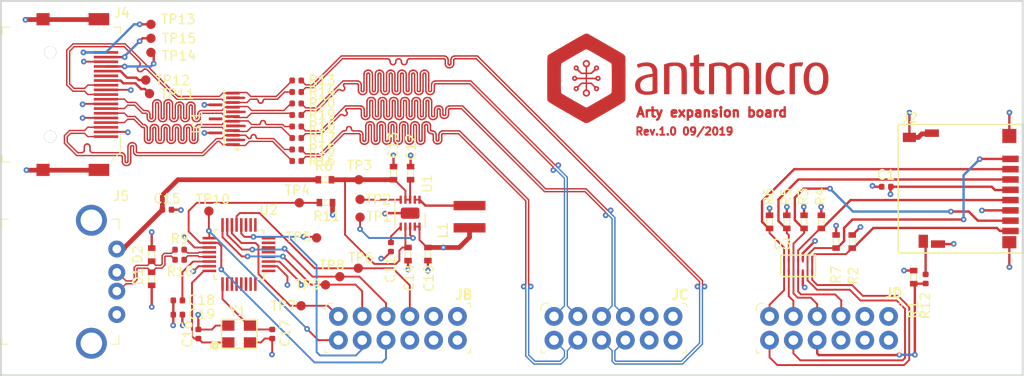
<source format=kicad_pcb>
(kicad_pcb (version 20171130) (host pcbnew 5.0.2+dfsg1-1)
  (layers (0 F.Cu signal) (1 In1.Cu signal hide) (2 In2.Cu signal hide) (31 B.Cu signal) (34 B.Paste user hide) (35 F.Paste user hide) (36 B.SilkS user hide) (37 F.SilkS user) (38 B.Mask user hide) (39 F.Mask user hide) (44 Edge.Cuts user))
  (net 0 "")
  (net 1 /SCK)
  (net 2 GND)
  (net 3 /TDMS_D1_N)
  (net 4 /TDMS_D1_P)
  (net 5 /TDMS_D0_P)
  (net 6 /TDMS_D0_N)
  (net 7 /TDMS_CLK_N)
  (net 8 /TDMS_CLK_P)
  (net 9 /TDMS_D2_N)
  (net 10 /TDMS_D2_P)
  (net 11 /DAT1)
  (net 12 /DAT2)
  (net 13 /CD)
  (net 14 +3V3)
  (net 15 /C_TDMS_CLK_P)
  (net 16 /C_TDMS_D0_N)
  (net 17 /C_TDMS_D0_P)
  (net 18 /C_TDMS_D1_N)
  (net 19 /C_TDMS_D1_P)
  (net 20 /C_TDMS_D2_N)
  (net 21 /C_TDMS_D2_P)
  (net 22 /C_TDMS_CLK_N)
  (net 23 /CD_DAT3)
  (net 24 /MOSI_CMD)
  (net 25 /MISO_DAT0)
  (net 26 /NC_EN)
  (net 27 "Net-(J2-Pad9)")
  (net 28 "Net-(L1-Pad1)")
  (net 29 "Net-(C12-Pad1)")
  (net 30 "Net-(TP2-Pad1)")
  (net 31 "Net-(C11-Pad1)")
  (net 32 "Net-(TP1-Pad1)")
  (net 33 "Net-(U2-Pad1)")
  (net 34 "Net-(U2-Pad4)")
  (net 35 "Net-(U2-Pad5)")
  (net 36 "Net-(U2-Pad6)")
  (net 37 "Net-(U2-Pad7)")
  (net 38 "Net-(U2-Pad8)")
  (net 39 "Net-(U2-Pad9)")
  (net 40 "Net-(U2-Pad10)")
  (net 41 "Net-(U2-Pad11)")
  (net 42 /RST_USB)
  (net 43 /SCK_USB)
  (net 44 /SS_USB)
  (net 45 /MISO_USB)
  (net 46 /MOSI_USB)
  (net 47 /GPX_USB)
  (net 48 "Net-(C18-Pad1)")
  (net 49 "Net-(C16-Pad1)")
  (net 50 "Net-(C17-Pad1)")
  (net 51 "Net-(U2-Pad26)")
  (net 52 "Net-(U2-Pad27)")
  (net 53 "Net-(U2-Pad28)")
  (net 54 "Net-(U2-Pad29)")
  (net 55 "Net-(U2-Pad30)")
  (net 56 "Net-(U2-Pad31)")
  (net 57 "Net-(U2-Pad32)")
  (net 58 +5V)
  (net 59 /INT_USB)
  (net 60 /D+)
  (net 61 /D-)
  (net 62 /Data+)
  (net 63 /Data-)
  (net 64 "Net-(J4-Pad13)")
  (net 65 "Net-(J4-Pad14)")
  (net 66 "Net-(J4-Pad15)")
  (net 67 "Net-(J4-Pad16)")
  (net 68 "Net-(J4-Pad18)")
  (net 69 "Net-(J4-Pad19)")
  (net 70 "Net-(JB1-Pad10)")
  (net 71 "Net-(IC1-Pad14)")
  (module antmicro-footprints:0603-res (layer F.Cu) (at 182.471241 110.182012 270)
    (fp_text reference R2 (at 3.664988 -0.131259 270) (layer F.SilkS))
    (fp_text value R_20k_0603)
    (pad 1 smd rect (at -0.7 0 270) (size 0.6 0.8) (layers F.Cu F.Paste F.Mask) (net 14 +3V3))
    (pad 2 smd rect (at 0.7 0 270) (size 0.6 0.8) (layers F.Cu F.Paste F.Mask) (net 11 /DAT1))
  )
  (module antmicro-footprints:TPD6E05U06 (layer F.Cu) (at 176.701241 112.778709)
    (fp_text reference D3 (at -1.7 -2.3 180) (layer F.SilkS))
    (fp_text value "TPD6E05U06 ")
    (pad 8 smd rect (at 1.5 0.625) (size 0.2 0.5) (layers F.Cu F.Paste F.Mask) (net 11 /DAT1))
    (pad 8 smd rect (at 1.5 -0.625) (size 0.2 0.5) (layers F.Cu F.Paste F.Mask) (net 11 /DAT1))
    (pad 9 smd rect (at 1 0.625) (size 0.2 0.5) (layers F.Cu F.Paste F.Mask) (net 12 /DAT2))
    (pad 9 smd rect (at 1 -0.625) (size 0.2 0.5) (layers F.Cu F.Paste F.Mask) (net 12 /DAT2))
    (pad 5 smd rect (at 0.5 0.625) (size 0.2 0.5) (layers F.Cu F.Paste F.Mask) (net 2 GND))
    (pad 10 smd rect (at 0.5 -0.625) (size 0.2 0.5) (layers F.Cu F.Paste F.Mask) (net 2 GND))
    (pad 11 smd rect (at 0 0.625) (size 0.2 0.5) (layers F.Cu F.Paste F.Mask) (net 1 /SCK))
    (pad 11 smd rect (at 0 -0.625) (size 0.2 0.5) (layers F.Cu F.Paste F.Mask) (net 1 /SCK))
    (pad 12 smd rect (at -0.5 0.625) (size 0.2 0.5) (layers F.Cu F.Paste F.Mask) (net 25 /MISO_DAT0))
    (pad 12 smd rect (at -0.5 -0.625) (size 0.2 0.5) (layers F.Cu F.Paste F.Mask) (net 25 /MISO_DAT0))
    (pad 13 smd rect (at -1 0.625) (size 0.2 0.5) (layers F.Cu F.Paste F.Mask) (net 24 /MOSI_CMD))
    (pad 13 smd rect (at -1 -0.625) (size 0.2 0.5) (layers F.Cu F.Paste F.Mask) (net 24 /MOSI_CMD))
    (pad 14 smd rect (at -1.5 0.625) (size 0.2 0.5) (layers F.Cu F.Paste F.Mask) (net 23 /CD_DAT3))
    (pad 14 smd rect (at -1.5 -0.625) (size 0.2 0.5) (layers F.Cu F.Paste F.Mask) (net 23 /CD_DAT3))
  )
  (module antmicro-footprints:R-PDSO-N15 (layer F.Cu) (at 114.651241 97.078709 90)
    (fp_text reference IC1 (at -0.4 -2.05 90) (layer F.SilkS))
    (fp_text value TPD8S009DSMR)
    (pad 1 smd rect (at -2.75 1.75 90) (size 0.3 1.45) (layers F.Cu F.Paste F.Mask) (net 20 /C_TDMS_D2_N))
    (pad 2 smd rect (at -2.25 1.75 90) (size 0.3 1.45) (layers F.Cu F.Paste F.Mask) (net 2 GND))
    (pad 3 smd rect (at -1.75 1.75 90) (size 0.3 1.45) (layers F.Cu F.Paste F.Mask) (net 21 /C_TDMS_D2_P))
    (pad 4 smd rect (at -1.25 1.75 90) (size 0.3 1.45) (layers F.Cu F.Paste F.Mask) (net 19 /C_TDMS_D1_P))
    (pad 5 smd rect (at -0.75 1.75 90) (size 0.3 1.45) (layers F.Cu F.Paste F.Mask) (net 2 GND))
    (pad 6 smd rect (at -0.25 1.75 90) (size 0.3 1.45) (layers F.Cu F.Paste F.Mask) (net 18 /C_TDMS_D1_N))
    (pad 7 smd rect (at 0.25 1.75 90) (size 0.3 1.45) (layers F.Cu F.Paste F.Mask) (net 17 /C_TDMS_D0_P))
    (pad 8 smd rect (at 0.75 1.75 90) (size 0.3 1.45) (layers F.Cu F.Paste F.Mask) (net 2 GND))
    (pad 9 smd rect (at 1.25 1.75 90) (size 0.3 1.45) (layers F.Cu F.Paste F.Mask) (net 16 /C_TDMS_D0_N))
    (pad 10 smd rect (at 1.75 1.75 90) (size 0.3 1.45) (layers F.Cu F.Paste F.Mask) (net 22 /C_TDMS_CLK_N))
    (pad 11 smd rect (at 2.25 1.75 90) (size 0.3 1.45) (layers F.Cu F.Paste F.Mask) (net 2 GND))
    (pad 12 smd rect (at 2.75 1.75 90) (size 0.3 1.45) (layers F.Cu F.Paste F.Mask) (net 15 /C_TDMS_CLK_P))
    (pad 15 smd rect (at -1.5 -0.1 90) (size 0.3 1.45) (layers F.Cu F.Paste F.Mask) (net 14 +3V3))
    (pad 14 smd rect (at 0 -0.1 90) (size 0.3 1.45) (layers F.Cu F.Paste F.Mask) (net 71 "Net-(IC1-Pad14)"))
    (pad 13 smd rect (at 1.5 -0.1 90) (size 0.3 1.45) (layers F.Cu F.Paste F.Mask) (net 14 +3V3))
  )
  (module antmicro-footprints:0402-res (layer F.Cu) (at 123.206242 96.664422 180)
    (fp_text reference R19 (at -2.7 0.03 180) (layer F.SilkS))
    (fp_text value R_0R_0402)
    (pad 2 smd roundrect (at 0.485 0 180) (size 0.59 0.64) (layers F.Cu F.Paste F.Mask) (net 17 /C_TDMS_D0_P))
    (pad 1 smd roundrect (at -0.485 0 180) (size 0.59 0.64) (layers F.Cu F.Paste F.Mask) (net 5 /TDMS_D0_P))
  )
  (module antmicro-footprints:0402-res (layer F.Cu) (at 123.206242 92.978709 180)
    (fp_text reference R13 (at -2.7 0.03 180) (layer F.SilkS))
    (fp_text value R_0R_0402)
    (pad 1 smd roundrect (at -0.485 0 180) (size 0.59 0.64) (layers F.Cu F.Paste F.Mask) (net 8 /TDMS_CLK_P))
    (pad 2 smd roundrect (at 0.485 0 180) (size 0.59 0.64) (layers F.Cu F.Paste F.Mask) (net 15 /C_TDMS_CLK_P))
  )
  (module antmicro-footprints:0402-res (layer F.Cu) (at 123.206242 100.350135 180)
    (fp_text reference R15 (at -2.7 0.03 180) (layer F.SilkS))
    (fp_text value R_0R_0402)
    (pad 2 smd roundrect (at 0.485 0 180) (size 0.59 0.64) (layers F.Cu F.Paste F.Mask) (net 21 /C_TDMS_D2_P))
    (pad 1 smd roundrect (at -0.485 0 180) (size 0.59 0.64) (layers F.Cu F.Paste F.Mask) (net 10 /TDMS_D2_P))
  )
  (module antmicro-footprints:0402-res (layer F.Cu) (at 123.206242 101.578709 180)
    (fp_text reference R16 (at -2.7 0.03 180) (layer F.SilkS))
    (fp_text value R_0R_0402)
    (pad 1 smd roundrect (at -0.485 0 180) (size 0.59 0.64) (layers F.Cu F.Paste F.Mask) (net 9 /TDMS_D2_N))
    (pad 2 smd roundrect (at 0.485 0 180) (size 0.59 0.64) (layers F.Cu F.Paste F.Mask) (net 20 /C_TDMS_D2_N))
  )
  (module antmicro-footprints:0402-res (layer F.Cu) (at 123.206242 99.121564 180)
    (fp_text reference R17 (at -2.7 0.03 180) (layer F.SilkS))
    (fp_text value R_0R_0402)
    (pad 2 smd roundrect (at 0.485 0 180) (size 0.59 0.64) (layers F.Cu F.Paste F.Mask) (net 19 /C_TDMS_D1_P))
    (pad 1 smd roundrect (at -0.485 0 180) (size 0.59 0.64) (layers F.Cu F.Paste F.Mask) (net 4 /TDMS_D1_P))
  )
  (module antmicro-footprints:0402-res (layer F.Cu) (at 123.206242 95.435851 180)
    (fp_text reference R20 (at -2.7 0.03 180) (layer F.SilkS))
    (fp_text value R_0R_0402)
    (pad 1 smd roundrect (at -0.485 0 180) (size 0.59 0.64) (layers F.Cu F.Paste F.Mask) (net 6 /TDMS_D0_N))
    (pad 2 smd roundrect (at 0.485 0 180) (size 0.59 0.64) (layers F.Cu F.Paste F.Mask) (net 16 /C_TDMS_D0_N))
  )
  (module antmicro-footprints:0402-res (layer F.Cu) (at 123.206242 97.892993 180)
    (fp_text reference R18 (at -2.7 0.03 180) (layer F.SilkS))
    (fp_text value R_0R_0402)
    (pad 2 smd roundrect (at 0.485 0 180) (size 0.59 0.64) (layers F.Cu F.Paste F.Mask) (net 18 /C_TDMS_D1_N))
    (pad 1 smd roundrect (at -0.485 0 180) (size 0.59 0.64) (layers F.Cu F.Paste F.Mask) (net 3 /TDMS_D1_N))
  )
  (module antmicro-footprints:0402-res (layer F.Cu) (at 123.206242 94.20728 180)
    (fp_text reference R14 (at -2.7 0.03 180) (layer F.SilkS))
    (fp_text value R_0R_0402)
    (pad 1 smd roundrect (at -0.485 0 180) (size 0.59 0.64) (layers F.Cu F.Paste F.Mask) (net 7 /TDMS_CLK_N))
    (pad 2 smd roundrect (at 0.485 0 180) (size 0.59 0.64) (layers F.Cu F.Paste F.Mask) (net 22 /C_TDMS_CLK_N))
  )
  (module antmicro-footprints:Testpoint_smd_1mm (layer F.Cu) (at 107.501241 94.429509)
    (fp_text reference TP11 (at 3 0) (layer F.SilkS))
    (fp_text value TP_SMD1MM hide)
    (pad 1 smd circle (at 0 -0.0508) (size 1 1) (layers F.Cu F.Paste F.Mask) (net 64 "Net-(J4-Pad13)"))
  )
  (module antmicro-footprints:Testpoint_smd_1mm (layer F.Cu) (at 107.101241 92.979509)
    (fp_text reference TP12 (at 2.87 -0.0208) (layer F.SilkS))
    (fp_text value TP_SMD1MM hide)
    (pad 1 smd circle (at 0 -0.0508) (size 1 1) (layers F.Cu F.Paste F.Mask) (net 66 "Net-(J4-Pad15)"))
  )
  (module antmicro-footprints:Testpoint_smd_1mm (layer F.Cu) (at 107.651241 90.029509)
    (fp_text reference TP14 (at 3 0.3048) (layer F.SilkS))
    (fp_text value TP_SMD1MM hide)
    (pad 1 smd circle (at 0 -0.0508) (size 1 1) (layers F.Cu F.Paste F.Mask) (net 67 "Net-(J4-Pad16)"))
  )
  (module antmicro-footprints:Testpoint_smd_1mm (layer F.Cu) (at 107.651241 88.521509)
    (fp_text reference TP15 (at 3 -0.0428) (layer F.SilkS))
    (fp_text value TP_SMD1MM hide)
    (pad 1 smd circle (at 0 -0.0508) (size 1 1) (layers F.Cu F.Paste F.Mask) (net 68 "Net-(J4-Pad18)"))
  )
  (module antmicro-footprints:Testpoint_smd_1mm (layer F.Cu) (at 107.651241 87.029509)
    (fp_text reference TP13 (at 2.92 -0.58) (layer F.SilkS))
    (fp_text value TP_SMD1MM hide)
    (pad 1 smd circle (at 0 -0.0508) (size 1 1) (layers F.Cu F.Paste F.Mask) (net 69 "Net-(J4-Pad19)"))
  )
  (module antmicro-footprints:PinHeader_6x2_P2.54mm_Horizontal_Mirrored (layer F.Cu) (at 150.651241 117.978709 90)
    (fp_text reference JC1 hide)
    (fp_text value 0015912120)
    (pad 7 thru_hole circle (at -2.74 0 90) (size 2 2) (drill 1.02) (layers *.Cu *.Mask) (net 10 /TDMS_D2_P))
    (pad 8 thru_hole circle (at -2.74 2.54 90) (size 2 2) (drill 1.02) (layers *.Cu *.Mask) (net 9 /TDMS_D2_N))
    (pad 9 thru_hole circle (at -2.74 5.08 90) (size 2 2) (drill 1.02) (layers *.Cu *.Mask) (net 8 /TDMS_CLK_P))
    (pad 10 thru_hole circle (at -2.74 7.62 90) (size 2 2) (drill 1.02) (layers *.Cu *.Mask) (net 7 /TDMS_CLK_N))
    (pad 11 thru_hole circle (at -2.74 10.16 90) (size 2 2) (drill 1.02) (layers *.Cu *.Mask) (net 2 GND))
    (pad 12 thru_hole circle (at -2.74 12.7 90) (size 2 2) (drill 1.02) (layers *.Cu *.Mask) (net 14 +3V3))
    (pad 6 thru_hole circle (at -0.2 12.7 90) (size 2 2) (drill 1.02) (layers *.Cu *.Mask) (net 14 +3V3))
    (pad 5 thru_hole circle (at -0.2 10.16 90) (size 2 2) (drill 1.02) (layers *.Cu *.Mask) (net 2 GND))
    (pad 4 thru_hole circle (at -0.2 7.62 90) (size 2 2) (drill 1.02) (layers *.Cu *.Mask) (net 3 /TDMS_D1_N))
    (pad 3 thru_hole circle (at -0.2 5.08 90) (size 2 2) (drill 1.02) (layers *.Cu *.Mask) (net 4 /TDMS_D1_P))
    (pad 2 thru_hole circle (at -0.2 2.54 90) (size 2 2) (drill 1.02) (layers *.Cu *.Mask) (net 6 /TDMS_D0_N))
    (pad 1 thru_hole circle (at -0.2 0 90) (size 2 2) (drill 1.02) (layers *.Cu *.Mask) (net 5 /TDMS_D0_P))
  )
  (module antmicro-footprints:PinHeader_6x2_P2.54mm_Horizontal_Mirrored (layer F.Cu) (at 173.651241 117.978709 90)
    (fp_text reference JD1 hide)
    (fp_text value 0015912120)
    (pad 7 thru_hole circle (at -2.74 0 90) (size 2 2) (drill 1.02) (layers *.Cu *.Mask) (net 11 /DAT1))
    (pad 8 thru_hole circle (at -2.74 2.54 90) (size 2 2) (drill 1.02) (layers *.Cu *.Mask) (net 12 /DAT2))
    (pad 9 thru_hole circle (at -2.74 5.08 90) (size 2 2) (drill 1.02) (layers *.Cu *.Mask) (net 13 /CD))
    (pad 10 thru_hole circle (at -2.74 7.62 90) (size 2 2) (drill 1.02) (layers *.Cu *.Mask) (net 26 /NC_EN))
    (pad 11 thru_hole circle (at -2.74 10.16 90) (size 2 2) (drill 1.02) (layers *.Cu *.Mask) (net 2 GND))
    (pad 12 thru_hole circle (at -2.74 12.7 90) (size 2 2) (drill 1.02) (layers *.Cu *.Mask) (net 14 +3V3))
    (pad 6 thru_hole circle (at -0.2 12.7 90) (size 2 2) (drill 1.02) (layers *.Cu *.Mask) (net 14 +3V3))
    (pad 5 thru_hole circle (at -0.2 10.16 90) (size 2 2) (drill 1.02) (layers *.Cu *.Mask) (net 2 GND))
    (pad 4 thru_hole circle (at -0.2 7.62 90) (size 2 2) (drill 1.02) (layers *.Cu *.Mask) (net 1 /SCK))
    (pad 3 thru_hole circle (at -0.2 5.08 90) (size 2 2) (drill 1.02) (layers *.Cu *.Mask) (net 25 /MISO_DAT0))
    (pad 2 thru_hole circle (at -0.2 2.54 90) (size 2 2) (drill 1.02) (layers *.Cu *.Mask) (net 24 /MOSI_CMD))
    (pad 1 thru_hole circle (at -0.2 0 90) (size 2 2) (drill 1.02) (layers *.Cu *.Mask) (net 23 /CD_DAT3))
  )
  (module antmicro-footprints:PinHeader_6x2_P2.54mm_Horizontal_Mirrored (layer F.Cu) (at 127.651241 117.978709 90)
    (fp_text reference JB1 hide)
    (fp_text value 0015912120)
    (pad 7 thru_hole circle (at -2.74 0 90) (size 2 2) (drill 1.02) (layers *.Cu *.Mask) (net 47 /GPX_USB))
    (pad 8 thru_hole circle (at -2.74 2.54 90) (size 2 2) (drill 1.02) (layers *.Cu *.Mask) (net 42 /RST_USB))
    (pad 9 thru_hole circle (at -2.74 5.08 90) (size 2 2) (drill 1.02) (layers *.Cu *.Mask) (net 59 /INT_USB))
    (pad 10 thru_hole circle (at -2.74 7.62 90) (size 2 2) (drill 1.02) (layers *.Cu *.Mask) (net 70 "Net-(JB1-Pad10)"))
    (pad 11 thru_hole circle (at -2.74 10.16 90) (size 2 2) (drill 1.02) (layers *.Cu *.Mask) (net 2 GND))
    (pad 12 thru_hole circle (at -2.74 12.7 90) (size 2 2) (drill 1.02) (layers *.Cu *.Mask) (net 14 +3V3))
    (pad 6 thru_hole circle (at -0.2 12.7 90) (size 2 2) (drill 1.02) (layers *.Cu *.Mask) (net 14 +3V3))
    (pad 5 thru_hole circle (at -0.2 10.16 90) (size 2 2) (drill 1.02) (layers *.Cu *.Mask) (net 2 GND))
    (pad 4 thru_hole circle (at -0.2 7.62 90) (size 2 2) (drill 1.02) (layers *.Cu *.Mask) (net 43 /SCK_USB))
    (pad 3 thru_hole circle (at -0.2 5.08 90) (size 2 2) (drill 1.02) (layers *.Cu *.Mask) (net 45 /MISO_USB))
    (pad 2 thru_hole circle (at -0.2 2.54 90) (size 2 2) (drill 1.02) (layers *.Cu *.Mask) (net 46 /MOSI_USB))
    (pad 1 thru_hole circle (at -0.2 0 90) (size 2 2) (drill 1.02) (layers *.Cu *.Mask) (net 44 /SS_USB))
  )
  (module antmicro-footprints:USB_A_Female_UE27AC54100 (layer F.Cu) (at 101.301241 114.478709 270)
    (fp_text reference J5 (at -9.16 -3.175) (layer F.SilkS))
    (fp_text value UE27AC54100)
    (pad 4 thru_hole circle (at 3.5 -2.71 270) (size 1.8 1.8) (drill 0.92) (layers *.Cu *.Mask) (net 2 GND))
    (pad 3 thru_hole circle (at 1 -2.71 270) (size 1.8 1.8) (drill 0.92) (layers *.Cu *.Mask) (net 62 /Data+))
    (pad 2 thru_hole circle (at -1 -2.71 270) (size 1.8 1.8) (drill 0.92) (layers *.Cu *.Mask) (net 63 /Data-))
    (pad 1 thru_hole circle (at -3.5 -2.71 270) (size 1.8 1.8) (drill 0.92) (layers *.Cu *.Mask) (net 58 +5V))
    (pad SH thru_hole circle (at 6.57 0 270) (size 3.3 3.3) (drill 2.3) (layers *.Cu *.Mask) (net 2 GND))
    (pad SH thru_hole circle (at -6.57 0 270) (size 3.3 3.3) (drill 2.3) (layers *.Cu *.Mask) (net 2 GND))
  )
  (module antmicro-footprints:antmicro-logo_scaled_30mm (layer F.Cu) (at 165.8305 92.889)
    (fp_text reference N1 hide)
    (fp_text value antmicro_logo hide)
    (fp_poly (pts (xy -11.634962 -4.909269) (xy -11.537229 -4.886866) (xy -11.535595 -4.886192) (xy -11.504855 -4.870152) (xy -11.436833 -4.832523) (xy -11.335138 -4.775379) (xy -11.203377 -4.700793) (xy -11.045161 -4.610843) (xy -10.864096 -4.507601) (xy -10.663791 -4.393143) (xy -10.447855 -4.269542) (xy -10.219896 -4.138875) (xy -9.983523 -4.003215) (xy -9.742343 -3.864638) (xy -9.499965 -3.725217) (xy -9.259997 -3.587029) (xy -9.026048 -3.452146) (xy -8.801727 -3.322644) (xy -8.590641 -3.200598) (xy -8.396399 -3.088082) (xy -8.222609 -2.98717) (xy -8.07288 -2.899939) (xy -7.950819 -2.828462) (xy -7.860036 -2.774814) (xy -7.804139 -2.741069) (xy -7.797751 -2.737074) (xy -7.697553 -2.654792) (xy -7.620586 -2.556391) (xy -7.556343 -2.447109) (xy -7.549972 -0.195459) (xy -7.549017 0.235367) (xy -7.548701 0.6241) (xy -7.549022 0.970152) (xy -7.549975 1.272938) (xy -7.551555 1.53187) (xy -7.553759 1.746362) (xy -7.556581 1.915829) (xy -7.560017 2.039683) (xy -7.564064 2.117338) (xy -7.567619 2.145384) (xy -7.577264 2.180947) (xy -7.587545 2.213383) (xy -7.600916 2.244325) (xy -7.619829 2.275406) (xy -7.646736 2.30826) (xy -7.684091 2.344521) (xy -7.734346 2.385822) (xy -7.799953 2.433797) (xy -7.883366 2.49008) (xy -7.987037 2.556303) (xy -8.113418 2.634101) (xy -8.264963 2.725108) (xy -8.444124 2.830956) (xy -8.653354 2.953279) (xy -8.895105 3.093711) (xy -9.17183 3.253885) (xy -9.485981 3.435436) (xy -9.625797 3.516214) (xy -11.524839 4.613405) (xy -11.702004 4.622509) (xy -11.879169 4.631612) (xy -12.576018 4.230845) (xy -13.002735 3.985469) (xy -13.390442 3.762529) (xy -13.741039 3.560827) (xy -14.056425 3.379165) (xy -14.338499 3.216347) (xy -14.589159 3.071175) (xy -14.810305 2.942451) (xy -15.003836 2.828979) (xy -15.171651 2.729561) (xy -15.315648 2.643) (xy -15.437727 2.568099) (xy -15.539787 2.503659) (xy -15.623728 2.448485) (xy -15.691447 2.401378) (xy -15.744844 2.361141) (xy -15.785818 2.326577) (xy -15.816268 2.296489) (xy -15.838093 2.269678) (xy -15.853192 2.244949) (xy -15.863464 2.221104) (xy -15.870808 2.196945) (xy -15.877123 2.171275) (xy -15.883619 2.145435) (xy -15.888143 2.103987) (xy -15.892058 2.015869) (xy -15.895361 1.881652) (xy -15.898047 1.701907) (xy -15.900112 1.477205) (xy -15.901551 1.208115) (xy -15.902361 0.89521) (xy -15.902536 0.539059) (xy -15.902073 0.140233) (xy -15.901402 -0.143964) (xy -14.442156 -0.143964) (xy -14.442124 0.163081) (xy -14.441853 0.426492) (xy -14.441076 0.649878) (xy -14.439527 0.836849) (xy -14.436941 0.991014) (xy -14.433052 1.115983) (xy -14.427595 1.215365) (xy -14.420304 1.292771) (xy -14.410912 1.351809) (xy -14.399155 1.39609) (xy -14.384767 1.429223) (xy -14.367482 1.454817) (xy -14.347035 1.476482) (xy -14.323159 1.497828) (xy -14.321185 1.49955) (xy -14.289536 1.521118) (xy -14.221441 1.563277) (xy -14.121348 1.623467) (xy -13.993705 1.699126) (xy -13.842963 1.787694) (xy -13.67357 1.88661) (xy -13.489974 1.993314) (xy -13.296625 2.105246) (xy -13.097972 2.219844) (xy -12.898464 2.334548) (xy -12.702549 2.446797) (xy -12.514678 2.554031) (xy -12.339297 2.653689) (xy -12.180857 2.74321) (xy -12.043807 2.820035) (xy -11.932595 2.881601) (xy -11.85167 2.92535) (xy -11.805481 2.948719) (xy -11.798239 2.951643) (xy -11.739669 2.967611) (xy -11.698729 2.968556) (xy -11.650207 2.952973) (xy -11.621431 2.941108) (xy -11.582082 2.921398) (xy -11.507211 2.880786) (xy -11.401295 2.821862) (xy -11.26881 2.747214) (xy -11.114234 2.659433) (xy -10.942044 2.561108) (xy -10.756716 2.454828) (xy -10.562727 2.343182) (xy -10.364553 2.228759) (xy -10.166673 2.11415) (xy -9.973562 2.001942) (xy -9.789697 1.894726) (xy -9.619556 1.795091) (xy -9.467615 1.705626) (xy -9.338351 1.628921) (xy -9.236241 1.567564) (xy -9.165761 1.524145) (xy -9.131389 1.501254) (xy -9.130067 1.500156) (xy -9.105914 1.478431) (xy -9.08521 1.456719) (xy -9.06769 1.431407) (xy -9.053089 1.398882) (xy -9.04114 1.355531) (xy -9.031578 1.297741) (xy -9.024136 1.221898) (xy -9.01855 1.12439) (xy -9.014552 1.001603) (xy -9.011878 0.849924) (xy -9.010261 0.665741) (xy -9.009436 0.445438) (xy -9.009136 0.185404) (xy -9.009096 -0.117974) (xy -9.009096 -0.143964) (xy -9.0091 -0.452362) (xy -9.009321 -0.717103) (xy -9.010073 -0.941774) (xy -9.01167 -1.129961) (xy -9.014425 -1.285251) (xy -9.018653 -1.411232) (xy -9.024668 -1.511489) (xy -9.032783 -1.58961) (xy -9.043312 -1.649182) (xy -9.056569 -1.69379) (xy -9.072868 -1.727023) (xy -9.092523 -1.752467) (xy -9.115847 -1.773708) (xy -9.143156 -1.794333) (xy -9.154227 -1.80245) (xy -9.188912 -1.824767) (xy -9.260658 -1.868304) (xy -9.365548 -1.930764) (xy -9.499667 -2.009853) (xy -9.659099 -2.103275) (xy -9.839929 -2.208734) (xy -10.038241 -2.323934) (xy -10.250119 -2.44658) (xy -10.42874 -2.549657) (xy -10.683967 -2.696551) (xy -10.901677 -2.821355) (xy -11.085146 -2.925812) (xy -11.237649 -3.011663) (xy -11.362461 -3.080652) (xy -11.462857 -3.134521) (xy -11.542113 -3.175015) (xy -11.603503 -3.203875) (xy -11.650303 -3.222844) (xy -11.685788 -3.233665) (xy -11.713233 -3.238082) (xy -11.723096 -3.238446) (xy -11.747788 -3.236214) (xy -11.779117 -3.228375) (xy -11.820299 -3.213209) (xy -11.87455 -3.189) (xy -11.945086 -3.154031) (xy -12.035122 -3.106582) (xy -12.147874 -3.044939) (xy -12.286558 -2.967382) (xy -12.45439 -2.872194) (xy -12.654587 -2.757658) (xy -12.890362 -2.622057) (xy -13.055415 -2.526885) (xy -13.277555 -2.398503) (xy -13.488307 -2.276303) (xy -13.683963 -2.162462) (xy -13.860818 -2.059154) (xy -14.015167 -1.968555) (xy -14.143302 -1.892839) (xy -14.241518 -1.834183) (xy -14.30611 -1.79476) (xy -14.333212 -1.776887) (xy -14.354964 -1.757361) (xy -14.373609 -1.736701) (xy -14.389386 -1.711319) (xy -14.402536 -1.677626) (xy -14.413297 -1.632035) (xy -14.421909 -1.570958) (xy -14.428611 -1.490807) (xy -14.433642 -1.387994) (xy -14.437243 -1.258931) (xy -14.439651 -1.100029) (xy -14.441108 -0.907702) (xy -14.441851 -0.678361) (xy -14.44212 -0.408418) (xy -14.442156 -0.143964) (xy -15.901402 -0.143964) (xy -15.90128 -0.195459) (xy -15.900261 -0.578211) (xy -15.899381 -0.916603) (xy -15.898458 -1.213517) (xy -15.89731 -1.471836) (xy -15.895755 -1.694444) (xy -15.893611 -1.884222) (xy -15.890696 -2.044053) (xy -15.886827 -2.176821) (xy -15.881824 -2.285408) (xy -15.875504 -2.372697) (xy -15.867686 -2.441569) (xy -15.858186 -2.49491) (xy -15.846824 -2.535599) (xy -15.833418 -2.566522) (xy -15.817785 -2.59056) (xy -15.799743 -2.610596) (xy -15.779112 -2.629513) (xy -15.755708 -2.650193) (xy -15.745777 -2.659371) (xy -15.715671 -2.680398) (xy -15.647598 -2.723193) (xy -15.544554 -2.785985) (xy -15.409536 -2.867005) (xy -15.245541 -2.964486) (xy -15.055566 -3.076657) (xy -14.842607 -3.20175) (xy -14.609663 -3.337996) (xy -14.359728 -3.483626) (xy -14.0958 -3.636872) (xy -13.820877 -3.795963) (xy -13.791539 -3.812909) (xy -13.471051 -3.997959) (xy -13.18881 -4.160791) (xy -12.942164 -4.302841) (xy -12.728464 -4.425542) (xy -12.545058 -4.530328) (xy -12.389295 -4.618633) (xy -12.258526 -4.691893) (xy -12.150098 -4.751541) (xy -12.061361 -4.799011) (xy -11.989665 -4.835738) (xy -11.932359 -4.863157) (xy -11.886792 -4.8827) (xy -11.850312 -4.895803) (xy -11.820271 -4.9039) (xy -11.794016 -4.908426) (xy -11.768896 -4.910813) (xy -11.761531 -4.911305) (xy -11.634962 -4.909269)) (layer F.Cu) (width 0.00279))
    (fp_poly (pts (xy -5.050123 -1.828751) (xy -4.900576 -1.800755) (xy -4.730837 -1.748715) (xy -4.593875 -1.684132) (xy -4.475494 -1.599519) (xy -4.417289 -1.545833) (xy -4.33145 -1.438632) (xy -4.25438 -1.301382) (xy -4.194656 -1.151275) (xy -4.167075 -1.044179) (xy -4.161601 -0.991002) (xy -4.156686 -0.894515) (xy -4.152404 -0.758651) (xy -4.14883 -0.587342) (xy -4.146038 -0.38452) (xy -4.144102 -0.154118) (xy -4.143096 0.099932) (xy -4.142964 0.236107) (xy -4.142964 1.389255) (xy -4.253676 1.438228) (xy -4.451908 1.509446) (xy -4.681546 1.56447) (xy -4.929024 1.601579) (xy -5.180775 1.61905) (xy -5.423232 1.615164) (xy -5.551117 1.602857) (xy -5.801683 1.552934) (xy -6.015853 1.473578) (xy -6.193196 1.365257) (xy -6.33328 1.228443) (xy -6.435674 1.063605) (xy -6.499947 0.871213) (xy -6.525669 0.651739) (xy -6.524424 0.541559) (xy -6.521414 0.520731) (xy -5.980195 0.520731) (xy -5.975801 0.716157) (xy -5.933333 0.885059) (xy -5.853697 1.026031) (xy -5.737804 1.137664) (xy -5.58656 1.218552) (xy -5.514208 1.242597) (xy -5.421778 1.258401) (xy -5.297997 1.265595) (xy -5.157857 1.264744) (xy -5.016352 1.25641) (xy -4.888475 1.241159) (xy -4.789219 1.219554) (xy -4.774853 1.214784) (xy -4.662648 1.174427) (xy -4.662648 -0.312718) (xy -4.798474 -0.29633) (xy -4.885159 -0.282693) (xy -4.997384 -0.260692) (xy -5.115103 -0.234352) (xy -5.152116 -0.225299) (xy -5.394278 -0.150849) (xy -5.593128 -0.059371) (xy -5.749805 0.050162) (xy -5.865449 0.178776) (xy -5.941198 0.327497) (xy -5.978194 0.497353) (xy -5.980195 0.520731) (xy -6.521414 0.520731) (xy -6.493668 0.328754) (xy -6.422351 0.139568) (xy -6.30958 -0.028039) (xy -6.245225 -0.096814) (xy -6.103026 -0.209801) (xy -5.920199 -0.31379) (xy -5.702882 -0.406508) (xy -5.457208 -0.48568) (xy -5.189315 -0.549035) (xy -4.905337 -0.594299) (xy -4.901094 -0.594815) (xy -4.656202 -0.624496) (xy -4.67036 -0.825112) (xy -4.697756 -1.014305) (xy -4.7521 -1.166118) (xy -4.835845 -1.283573) (xy -4.951447 -1.369689) (xy -5.101362 -1.427488) (xy -5.173118 -1.443664) (xy -5.368453 -1.460676) (xy -5.585568 -1.444404) (xy -5.814301 -1.396375) (xy -6.044491 -1.318113) (xy -6.064756 -1.309714) (xy -6.137401 -1.280895) (xy -6.190621 -1.263081) (xy -6.21177 -1.260016) (xy -6.223817 -1.284953) (xy -6.246487 -1.340557) (xy -6.274545 -1.412991) (xy -6.30276 -1.488418) (xy -6.325898 -1.553) (xy -6.338724 -1.592902) (xy -6.33981 -1.598556) (xy -6.320033 -1.613975) (xy -6.268692 -1.64124) (xy -6.210986 -1.6681) (xy -5.998934 -1.744812) (xy -5.763807 -1.80055) (xy -5.51862 -1.833998) (xy -5.276387 -1.843837) (xy -5.050123 -1.828751)) (layer F.Cu) (width 0.00279))
    (fp_poly (pts (xy 8.814213 -1.840483) (xy 8.969759 -1.825412) (xy 9.056281 -1.809134) (xy 9.145452 -1.783461) (xy 9.241206 -1.748594) (xy 9.331151 -1.709938) (xy 9.402898 -1.672901) (xy 9.444054 -1.642889) (xy 9.447346 -1.638505) (xy 9.444801 -1.609133) (xy 9.427786 -1.551422) (xy 9.401635 -1.478945) (xy 9.371683 -1.405273) (xy 9.343265 -1.343977) (xy 9.321716 -1.308629) (xy 9.316165 -1.304791) (xy 9.28701 -1.3133) (xy 9.228967 -1.336582) (xy 9.170199 -1.362544) (xy 8.989584 -1.425274) (xy 8.810705 -1.449653) (xy 8.641862 -1.435423) (xy 8.493873 -1.383637) (xy 8.370199 -1.295153) (xy 8.256869 -1.165361) (xy 8.157444 -0.999709) (xy 8.075486 -0.803644) (xy 8.04073 -0.690661) (xy 8.0133 -0.551431) (xy 7.995672 -0.37999) (xy 7.987846 -0.190341) (xy 7.989822 0.003512) (xy 8.001598 0.187565) (xy 8.023174 0.347814) (xy 8.040794 0.426604) (xy 8.120911 0.661281) (xy 8.221774 0.853813) (xy 8.343673 1.00464) (xy 8.4869 1.114204) (xy 8.498013 1.120496) (xy 8.570319 1.157192) (xy 8.633963 1.178299) (xy 8.70729 1.187849) (xy 8.808641 1.18987) (xy 8.813703 1.189851) (xy 8.920044 1.185178) (xy 9.013384 1.169314) (xy 9.108059 1.137943) (xy 9.218407 1.086747) (xy 9.300948 1.043176) (xy 9.311241 1.049795) (xy 9.329071 1.080783) (xy 9.356659 1.141006) (xy 9.396222 1.235333) (xy 9.449978 1.368632) (xy 9.455034 1.381317) (xy 9.441745 1.40673) (xy 9.393674 1.442381) (xy 9.32065 1.48296) (xy 9.232503 1.523157) (xy 9.139062 1.557662) (xy 9.114694 1.565169) (xy 8.987614 1.592214) (xy 8.834546 1.609553) (xy 8.675805 1.616006) (xy 8.531704 1.610388) (xy 8.471184 1.602631) (xy 8.382682 1.580174) (xy 8.27615 1.542853) (xy 8.175909 1.499329) (xy 7.979839 1.377324) (xy 7.810569 1.217033) (xy 7.668836 1.019577) (xy 7.555379 0.786076) (xy 7.470937 0.517652) (xy 7.442822 0.386949) (xy 7.422315 0.232254) (xy 7.411523 0.048978) (xy 7.410053 -0.149598) (xy 7.417508 -0.350189) (xy 7.433495 -0.539511) (xy 7.457618 -0.704283) (xy 7.477921 -0.793551) (xy 7.569718 -1.055031) (xy 7.690906 -1.282895) (xy 7.839972 -1.475439) (xy 8.015408 -1.630955) (xy 8.215702 -1.747738) (xy 8.375078 -1.807062) (xy 8.499369 -1.831256) (xy 8.651582 -1.842414) (xy 8.814213 -1.840483)) (layer F.Cu) (width 0.00279))
    (fp_poly (pts (xy 13.011 -1.828598) (xy 13.222157 -1.780519) (xy 13.409082 -1.697802) (xy 13.577941 -1.578087) (xy 13.656079 -1.505081) (xy 13.8057 -1.322147) (xy 13.924227 -1.106958) (xy 14.012192 -0.85815) (xy 14.070128 -0.574357) (xy 14.090393 -0.390545) (xy 14.101846 -0.06018) (xy 14.082517 0.248736) (xy 14.033408 0.533287) (xy 13.955524 0.790553) (xy 13.849866 1.017617) (xy 13.717438 1.211561) (xy 13.559243 1.369467) (xy 13.461074 1.440241) (xy 13.306254 1.517112) (xy 13.121999 1.574401) (xy 12.922961 1.609506) (xy 12.723792 1.619827) (xy 12.542357 1.603344) (xy 12.30932 1.539496) (xy 12.102782 1.436939) (xy 11.923619 1.296654) (xy 11.772705 1.119624) (xy 11.650914 0.906828) (xy 11.559121 0.659249) (xy 11.509091 0.443636) (xy 11.467044 0.123703) (xy 11.458222 -0.133265) (xy 12.022913 -0.133265) (xy 12.033208 0.130412) (xy 12.06476 0.384026) (xy 12.117594 0.617116) (xy 12.189245 0.813805) (xy 12.281708 0.968837) (xy 12.398869 1.090076) (xy 12.534807 1.175098) (xy 12.683598 1.221477) (xy 12.839322 1.226788) (xy 12.996055 1.188608) (xy 13.048162 1.165468) (xy 13.180842 1.078195) (xy 13.290857 0.958674) (xy 13.37932 0.804507) (xy 13.447344 0.613298) (xy 13.496041 0.382646) (xy 13.524253 0.1395) (xy 13.536499 -0.156891) (xy 13.524426 -0.432929) (xy 13.488984 -0.684487) (xy 13.431119 -0.907435) (xy 13.351781 -1.097642) (xy 13.251917 -1.250979) (xy 13.189895 -1.316899) (xy 13.054995 -1.412386) (xy 12.90868 -1.465731) (xy 12.757488 -1.478493) (xy 12.607953 -1.452231) (xy 12.466612 -1.388504) (xy 12.340002 -1.288871) (xy 12.234658 -1.15489) (xy 12.193793 -1.079317) (xy 12.119314 -0.880028) (xy 12.065991 -0.648948) (xy 12.033849 -0.396539) (xy 12.022913 -0.133265) (xy 11.458222 -0.133265) (xy 11.456366 -0.187331) (xy 11.476106 -0.484529) (xy 11.525315 -0.762953) (xy 11.603043 -1.017667) (xy 11.70834 -1.243733) (xy 11.840256 -1.436213) (xy 11.879302 -1.480693) (xy 12.04917 -1.632047) (xy 12.241107 -1.742502) (xy 12.456488 -1.812618) (xy 12.696687 -1.842957) (xy 12.769446 -1.844399) (xy 13.011 -1.828598)) (layer F.Cu) (width 0.00279))
    (fp_poly (pts (xy 0.286882 -2.696334) (xy 0.291195 -2.633826) (xy 0.294644 -2.538397) (xy 0.296982 -2.41721) (xy 0.297958 -2.277426) (xy 0.297972 -2.258133) (xy 0.297972 -1.797504) (xy 0.8649 -1.797504) (xy 0.8649 -1.419552) (xy 0.297972 -1.419552) (xy 0.297972 0.887973) (xy 0.35171 0.989594) (xy 0.420809 1.086396) (xy 0.509669 1.146307) (xy 0.625356 1.172892) (xy 0.717312 1.174035) (xy 0.864999 1.167057) (xy 0.864949 1.348733) (xy 0.860772 1.460716) (xy 0.84846 1.528604) (xy 0.835373 1.548939) (xy 0.800261 1.557487) (xy 0.729644 1.565503) (xy 0.635257 1.571858) (xy 0.569625 1.57448) (xy 0.440081 1.575664) (xy 0.342385 1.569249) (xy 0.261533 1.553675) (xy 0.208325 1.536992) (xy 0.064544 1.469148) (xy -0.049904 1.37486) (xy -0.144592 1.245474) (xy -0.174468 1.191014) (xy -0.257145 1.030172) (xy -0.26386 -0.19469) (xy -0.270574 -1.419552) (xy -0.646908 -1.419552) (xy -0.646908 -1.797504) (xy -0.268956 -1.797504) (xy -0.268956 -2.551783) (xy -0.001508 -2.635272) (xy 0.104164 -2.667861) (xy 0.192964 -2.694497) (xy 0.255428 -2.712391) (xy 0.281956 -2.718762) (xy 0.286882 -2.696334)) (layer F.Cu) (width 0.00279))
    (fp_poly (pts (xy -2.136607 -1.83175) (xy -2.010904 -1.828463) (xy -1.914265 -1.822037) (xy -1.837617 -1.811764) (xy -1.771885 -1.796939) (xy -1.74634 -1.789492) (xy -1.532158 -1.70751) (xy -1.359129 -1.605683) (xy -1.224749 -1.482223) (xy -1.136379 -1.354088) (xy -1.108163 -1.301039) (xy -1.084174 -1.250965) (xy -1.064068 -1.19968) (xy -1.047504 -1.142994) (xy -1.034138 -1.076717) (xy -1.023628 -0.996662) (xy -1.015631 -0.89864) (xy -1.009804 -0.778462) (xy -1.005806 -0.63194) (xy -1.003292 -0.454884) (xy -1.001922 -0.243105) (xy -1.001351 0.007584) (xy -1.001238 0.298006) (xy -1.001238 1.55682) (xy -1.568166 1.55682) (xy -1.568166 0.309141) (xy -1.568286 0.015459) (xy -1.56889 -0.234942) (xy -1.570346 -0.44602) (xy -1.573022 -0.621739) (xy -1.577286 -0.766058) (xy -1.583506 -0.882939) (xy -1.592049 -0.976344) (xy -1.603283 -1.050233) (xy -1.617577 -1.108567) (xy -1.635297 -1.155309) (xy -1.656812 -1.194418) (xy -1.682489 -1.229857) (xy -1.712696 -1.265585) (xy -1.714581 -1.267734) (xy -1.812287 -1.355903) (xy -1.931432 -1.417802) (xy -2.082042 -1.458151) (xy -2.138368 -1.46726) (xy -2.29674 -1.477433) (xy -2.472019 -1.46882) (xy -2.642327 -1.443409) (xy -2.766455 -1.410218) (xy -2.855565 -1.37937) (xy -2.861649 0.088725) (xy -2.867734 1.55682) (xy -3.434304 1.55682) (xy -3.434304 -1.626184) (xy -3.215801 -1.697862) (xy -3.065439 -1.745385) (xy -2.937666 -1.780369) (xy -2.819819 -1.804679) (xy -2.699238 -1.820176) (xy -2.563261 -1.828726) (xy -2.399228 -1.832192) (xy -2.300448 -1.832603) (xy -2.136607 -1.83175)) (layer F.Cu) (width 0.00279))
    (fp_poly (pts (xy 4.729063 -1.8271) (xy 4.959571 -1.776882) (xy 5.157893 -1.693771) (xy 5.323148 -1.578206) (xy 5.454451 -1.43062) (xy 5.517493 -1.325064) (xy 5.542461 -1.274165) (xy 5.563676 -1.22495) (xy 5.581442 -1.173239) (xy 5.596064 -1.114853) (xy 5.607848 -1.045613) (xy 5.617099 -0.96134) (xy 5.624121 -0.857855) (xy 5.629219 -0.730978) (xy 5.632699 -0.576531) (xy 5.634866 -0.390333) (xy 5.636025 -0.168207) (xy 5.63648 0.094028) (xy 5.636544 0.306017) (xy 5.636544 1.55682) (xy 5.071143 1.55682) (xy 5.064474 0.251704) (xy 5.057805 -1.053411) (xy 4.988868 -1.177834) (xy 4.895109 -1.301546) (xy 4.773134 -1.393175) (xy 4.629913 -1.452165) (xy 4.472416 -1.477959) (xy 4.307613 -1.470001) (xy 4.142475 -1.427734) (xy 3.98397 -1.350603) (xy 3.870799 -1.267078) (xy 3.770406 -1.179651) (xy 3.770406 1.55682) (xy 3.203478 1.55682) (xy 3.203478 0.278067) (xy 3.203064 -0.042779) (xy 3.201801 -0.31793) (xy 3.19966 -0.548927) (xy 3.196609 -0.737311) (xy 3.192619 -0.884624) (xy 3.187659 -0.992408) (xy 3.181699 -1.062204) (xy 3.176515 -1.09068) (xy 3.113168 -1.224355) (xy 3.012925 -1.331319) (xy 2.878719 -1.410269) (xy 2.713483 -1.459907) (xy 2.52015 -1.478929) (xy 2.324287 -1.468768) (xy 2.217475 -1.455784) (xy 2.140831 -1.44347) (xy 2.077483 -1.428123) (xy 2.010555 -1.406041) (xy 1.969229 -1.39085) (xy 1.904268 -1.366577) (xy 1.904268 1.55682) (xy 1.360962 1.55682) (xy 1.360962 -1.629932) (xy 1.585996 -1.702017) (xy 1.839432 -1.773628) (xy 2.076192 -1.818337) (xy 2.316338 -1.838944) (xy 2.565684 -1.838752) (xy 2.765772 -1.826957) (xy 2.929729 -1.804535) (xy 3.068058 -1.768421) (xy 3.191262 -1.715547) (xy 3.309844 -1.64285) (xy 3.35863 -1.60731) (xy 3.513772 -1.489884) (xy 3.612561 -1.570037) (xy 3.803824 -1.696423) (xy 4.018585 -1.783662) (xy 4.258747 -1.832362) (xy 4.467255 -1.843989) (xy 4.729063 -1.8271)) (layer F.Cu) (width 0.00279))
    (fp_poly (pts (xy 6.912132 1.55682) (xy 6.345204 1.55682) (xy 6.345204 -1.797504) (xy 6.912132 -1.797504) (xy 6.912132 1.55682)) (layer F.Cu) (width 0.00279))
    (fp_poly (pts (xy 11.340704 -1.841043) (xy 11.383146 -1.835075) (xy 11.399626 -1.825218) (xy 11.400312 -1.821945) (xy 11.393617 -1.787258) (xy 11.375745 -1.719809) (xy 11.35001 -1.631803) (xy 11.338272 -1.593625) (xy 11.306574 -1.497032) (xy 11.282387 -1.438676) (xy 11.261494 -1.411028) (xy 11.239676 -1.40656) (xy 11.234259 -1.407963) (xy 11.087402 -1.439293) (xy 10.923404 -1.449612) (xy 10.760846 -1.43919) (xy 10.618313 -1.408295) (xy 10.591259 -1.398688) (xy 10.526298 -1.373477) (xy 10.526298 1.55682) (xy 9.95937 1.55682) (xy 9.95937 -1.627357) (xy 10.130629 -1.688724) (xy 10.279454 -1.738722) (xy 10.415589 -1.775887) (xy 10.552002 -1.802432) (xy 10.701659 -1.820566) (xy 10.877526 -1.832501) (xy 11.004644 -1.837729) (xy 11.156748 -1.842159) (xy 11.267003 -1.843334) (xy 11.340704 -1.841043)) (layer F.Cu) (width 0.00279))
    (fp_poly (pts (xy -11.598428 -2.080424) (xy -11.57723 -2.072066) (xy -11.468751 -2.001658) (xy -11.389638 -1.901364) (xy -11.34533 -1.781817) (xy -11.341267 -1.653648) (xy -11.347026 -1.622167) (xy -11.393935 -1.501154) (xy -11.47506 -1.410426) (xy -11.556887 -1.360523) (xy -11.65476 -1.313304) (xy -11.65476 -0.758136) (xy -11.242486 -0.758136) (xy -11.072717 -0.926772) (xy -10.902947 -1.095409) (xy -10.91549 -1.216935) (xy -10.915635 -1.219488) (xy -10.755191 -1.219488) (xy -10.728778 -1.164434) (xy -10.673757 -1.138779) (xy -10.607221 -1.144244) (xy -10.558024 -1.173208) (xy -10.524273 -1.228567) (xy -10.536119 -1.285278) (xy -10.568148 -1.325064) (xy -10.613088 -1.363188) (xy -10.650323 -1.366995) (xy -10.700942 -1.338104) (xy -10.704624 -1.335536) (xy -10.746388 -1.283194) (xy -10.755191 -1.219488) (xy -10.915635 -1.219488) (xy -10.919936 -1.294799) (xy -10.9095 -1.347615) (xy -10.878693 -1.396634) (xy -10.864682 -1.413748) (xy -10.778844 -1.486331) (xy -10.684406 -1.519496) (xy -10.589344 -1.517602) (xy -10.501633 -1.485007) (xy -10.429249 -1.426066) (xy -10.380166 -1.34514) (xy -10.36236 -1.246585) (xy -10.379014 -1.148379) (xy -10.432246 -1.055367) (xy -10.517668 -0.995483) (xy -10.631547 -0.971164) (xy -10.650843 -0.970734) (xy -10.700173 -0.969021) (xy -10.741166 -0.960188) (xy -10.782998 -0.93869) (xy -10.834845 -0.898984) (xy -10.905884 -0.835526) (xy -10.96366 -0.781758) (xy -11.165642 -0.592782) (xy -11.65476 -0.592782) (xy -11.65476 -0.21483) (xy -10.758337 -0.21483) (xy -10.723338 -0.282511) (xy -10.659408 -0.359534) (xy -10.571221 -0.40564) (xy -10.47149 -0.419331) (xy -10.372929 -0.399105) (xy -10.288248 -0.343464) (xy -10.280045 -0.334805) (xy -10.218985 -0.239159) (xy -10.198673 -0.141594) (xy -10.213428 -0.048914) (xy -10.257567 0.032077) (xy -10.325406 0.094573) (xy -10.411263 0.13177) (xy -10.509456 0.136864) (xy -10.614302 0.103049) (xy -10.63563 0.090981) (xy -10.690298 0.048218) (xy -10.724151 0.004288) (xy -10.726968 -0.003419) (xy -10.733524 -0.019303) (xy -10.747921 -0.031049) (xy -10.776503 -0.03928) (xy -10.825609 -0.044615) (xy -10.901582 -0.047677) (xy -11.010765 -0.049088) (xy -11.159498 -0.049469) (xy -11.196886 -0.049476) (xy -11.65476 -0.049476) (xy -11.65476 0.304854) (xy -11.169466 0.304854) (xy -10.777215 0.699153) (xy -10.666776 0.689665) (xy -10.54838 0.697916) (xy -10.45636 0.743895) (xy -10.393666 0.825779) (xy -10.377361 0.868512) (xy -10.361371 0.981493) (xy -10.388493 1.07909) (xy -10.447693 1.156536) (xy -10.539198 1.220541) (xy -10.636418 1.243765) (xy -10.730888 1.23049) (xy -10.81414 1.185001) (xy -10.877707 1.111581) (xy -10.913123 1.014512) (xy -10.914674 0.943593) (xy -10.75263 0.943593) (xy -10.744939 1.002359) (xy -10.722338 1.036421) (xy -10.668584 1.077858) (xy -10.616765 1.074443) (xy -10.568148 1.037136) (xy -10.527141 0.979502) (xy -10.530991 0.9279) (xy -10.5662 0.885356) (xy -10.625941 0.854578) (xy -10.683408 0.860296) (xy -10.728879 0.893103) (xy -10.75263 0.943593) (xy -10.914674 0.943593) (xy -10.91519 0.920035) (xy -10.901974 0.808447) (xy -11.242486 0.470208) (xy -11.65476 0.470208) (xy -11.65476 1.029961) (xy -11.557366 1.073879) (xy -11.455133 1.142987) (xy -11.384628 1.237535) (xy -11.346116 1.348001) (xy -11.33986 1.464867) (xy -11.366124 1.578613) (xy -11.42517 1.679718) (xy -11.517263 1.758662) (xy -11.538089 1.770152) (xy -11.661781 1.808862) (xy -11.793522 1.808868) (xy -11.91585 1.770223) (xy -11.918197 1.768995) (xy -12.015055 1.693955) (xy -12.078707 1.595232) (xy -12.109487 1.482413) (xy -12.108656 1.426899) (xy -11.947673 1.426899) (xy -11.938086 1.497165) (xy -11.90202 1.553977) (xy -11.87171 1.583435) (xy -11.784326 1.639137) (xy -11.698287 1.647711) (xy -11.61162 1.609158) (xy -11.579542 1.583435) (xy -11.526679 1.525013) (xy -11.505614 1.464095) (xy -11.503579 1.426899) (xy -11.524839 1.341071) (xy -11.580199 1.266709) (xy -11.65703 1.216575) (xy -11.725626 1.20249) (xy -11.81055 1.223976) (xy -11.88413 1.279925) (xy -11.933736 1.357574) (xy -11.947673 1.426899) (xy -12.108656 1.426899) (xy -12.107731 1.365086) (xy -12.073774 1.252838) (xy -12.007952 1.155256) (xy -11.9106 1.081929) (xy -11.893886 1.073879) (xy -11.796492 1.029961) (xy -11.796492 0.470208) (xy -12.208766 0.470208) (xy -12.549278 0.808447) (xy -12.536062 0.920035) (xy -12.541999 1.033334) (xy -12.583046 1.126506) (xy -12.650738 1.195267) (xy -12.736606 1.235334) (xy -12.832185 1.242424) (xy -12.929008 1.212252) (xy -13.003559 1.156536) (xy -13.069237 1.066034) (xy -13.090194 0.96674) (xy -13.085366 0.937646) (xy -12.92434 0.937646) (xy -12.919831 0.989652) (xy -12.883104 1.037136) (xy -12.825593 1.07811) (xy -12.774031 1.074247) (xy -12.730422 1.038088) (xy -12.700833 0.977326) (xy -12.708615 0.915658) (xy -12.749494 0.869261) (xy -12.778117 0.857531) (xy -12.847796 0.860939) (xy -12.884056 0.884454) (xy -12.92434 0.937646) (xy -13.085366 0.937646) (xy -13.073891 0.868512) (xy -13.02385 0.772676) (xy -12.943292 0.712009) (xy -12.83517 0.688335) (xy -12.784476 0.689665) (xy -12.674037 0.699153) (xy -12.281786 0.304854) (xy -11.796492 0.304854) (xy -11.796492 -0.049476) (xy -12.255529 -0.049476) (xy -12.413558 -0.049274) (xy -12.530739 -0.04823) (xy -12.613468 -0.045683) (xy -12.668141 -0.040976) (xy -12.701154 -0.033451) (xy -12.718903 -0.022447) (xy -12.727784 -0.007307) (xy -12.730078 -0.000602) (xy -12.768179 0.053795) (xy -12.836662 0.101408) (xy -12.918753 0.132562) (xy -12.97286 0.139412) (xy -13.081927 0.119662) (xy -13.16716 0.066135) (xy -13.224798 -0.01218) (xy -13.251082 -0.106295) (xy -13.248267 -0.138461) (xy -13.092435 -0.138461) (xy -13.085594 -0.104362) (xy -13.06173 -0.074712) (xy -12.999893 -0.032025) (xy -12.936774 -0.035011) (xy -12.896602 -0.062974) (xy -12.862603 -0.123872) (xy -12.869847 -0.163375) (xy -10.58825 -0.163375) (xy -10.579305 -0.097122) (xy -10.55465 -0.062974) (xy -10.494098 -0.028987) (xy -10.430729 -0.040964) (xy -10.389522 -0.074712) (xy -10.360749 -0.113869) (xy -10.362101 -0.149471) (xy -10.380745 -0.186917) (xy -10.430735 -0.241425) (xy -10.490836 -0.256827) (xy -10.549013 -0.230385) (xy -10.553393 -0.226211) (xy -10.58825 -0.163375) (xy -12.869847 -0.163375) (xy -12.874232 -0.187285) (xy -12.904968 -0.225051) (xy -12.965739 -0.256682) (xy -13.023234 -0.242178) (xy -13.070485 -0.18675) (xy -13.092435 -0.138461) (xy -13.248267 -0.138461) (xy -13.24225 -0.20722) (xy -13.194545 -0.305966) (xy -13.171207 -0.334805) (xy -13.086844 -0.396657) (xy -12.988403 -0.420452) (xy -12.887861 -0.407544) (xy -12.797197 -0.359286) (xy -12.733093 -0.285314) (xy -12.691457 -0.21483) (xy -11.796492 -0.21483) (xy -11.796492 -0.592782) (xy -12.28561 -0.592782) (xy -12.487592 -0.781758) (xy -12.574784 -0.862522) (xy -12.637071 -0.916226) (xy -12.683768 -0.948383) (xy -12.724188 -0.964507) (xy -12.767644 -0.970114) (xy -12.806775 -0.970734) (xy -12.922899 -0.987671) (xy -13.00786 -1.039568) (xy -13.063979 -1.128054) (xy -13.074609 -1.158837) (xy -13.084885 -1.244074) (xy -12.930348 -1.244074) (xy -12.910031 -1.190176) (xy -12.860199 -1.152565) (xy -12.797538 -1.137632) (xy -12.738728 -1.15177) (xy -12.722474 -1.164434) (xy -12.695969 -1.22018) (xy -12.705149 -1.283867) (xy -12.746628 -1.335536) (xy -12.791873 -1.362923) (xy -12.817494 -1.372308) (xy -12.851732 -1.3546) (xy -12.892344 -1.313705) (xy -12.923186 -1.267968) (xy -12.930348 -1.244074) (xy -13.084885 -1.244074) (xy -13.087974 -1.269701) (xy -13.063381 -1.365651) (xy -13.008888 -1.442479) (xy -12.932552 -1.495976) (xy -12.842431 -1.521934) (xy -12.746584 -1.516145) (xy -12.653067 -1.474399) (xy -12.58657 -1.413748) (xy -12.548594 -1.36173) (xy -12.532631 -1.312282) (xy -12.533195 -1.24415) (xy -12.535762 -1.216935) (xy -12.548305 -1.095409) (xy -12.378536 -0.926772) (xy -12.208766 -0.758136) (xy -11.796492 -0.758136) (xy -11.796492 -1.315972) (xy -11.890413 -1.35741) (xy -12.000362 -1.428554) (xy -12.074751 -1.530309) (xy -12.103547 -1.608413) (xy -12.114691 -1.719427) (xy -11.953136 -1.719427) (xy -11.944244 -1.665249) (xy -11.927218 -1.625373) (xy -11.866718 -1.543897) (xy -11.786289 -1.49957) (xy -11.696376 -1.495069) (xy -11.607427 -1.533073) (xy -11.597127 -1.540764) (xy -11.527435 -1.615972) (xy -11.503765 -1.69764) (xy -11.522499 -1.783736) (xy -11.579788 -1.872176) (xy -11.655413 -1.92277) (xy -11.739655 -1.935681) (xy -11.822795 -1.911076) (xy -11.895117 -1.849121) (xy -11.937073 -1.77666) (xy -11.953136 -1.719427) (xy -12.114691 -1.719427) (xy -12.116284 -1.735287) (xy -12.089238 -1.852462) (xy -12.0293 -1.953869) (xy -11.943361 -2.033438) (xy -11.838308 -2.0851) (xy -11.721034 -2.102786) (xy -11.598428 -2.080424)) (layer F.Cu) (width 0.00279))
  )
  (module antmicro-footprints:0603-cap (layer F.Cu) (at 135.081991 111.517709 270)
    (fp_text reference C14 (at 2.549291 -0.120509 270) (layer F.SilkS))
    (fp_text value C_22u_0603)
    (pad 1 smd rect (at -0.7 0 270) (size 0.6 0.8) (layers F.Cu F.Paste F.Mask) (net 29 "Net-(C12-Pad1)"))
    (pad 2 smd rect (at 0.7 0 270) (size 0.6 0.8) (layers F.Cu F.Paste F.Mask) (net 2 GND))
  )
  (module antmicro-footprints:HDMI_A_Female_2000-1-2-41-00-BK (layer F.Cu) (at 98.401241 94.478709 90)
    (fp_text reference J4 (at 8.7 6.15 180) (layer F.SilkS))
    (fp_text value 2000-1-2-41-00-BK)
    (pad 10 smd rect (at 0 4.46 90) (size 0.28 2.6) (layers F.Cu F.Paste F.Mask) (net 15 /C_TDMS_CLK_P))
    (pad 9 smd rect (at -0.5 4.46 90) (size 0.28 2.6) (layers F.Cu F.Paste F.Mask) (net 16 /C_TDMS_D0_N))
    (pad 8 smd rect (at -1 4.46 90) (size 0.28 2.6) (layers F.Cu F.Paste F.Mask) (net 2 GND))
    (pad 7 smd rect (at -1.5 4.46 90) (size 0.28 2.6) (layers F.Cu F.Paste F.Mask) (net 17 /C_TDMS_D0_P))
    (pad 6 smd rect (at -2 4.46 90) (size 0.28 2.6) (layers F.Cu F.Paste F.Mask) (net 18 /C_TDMS_D1_N))
    (pad 5 smd rect (at -2.5 4.46 90) (size 0.28 2.6) (layers F.Cu F.Paste F.Mask) (net 2 GND))
    (pad 4 smd rect (at -3 4.46 90) (size 0.28 2.6) (layers F.Cu F.Paste F.Mask) (net 19 /C_TDMS_D1_P))
    (pad 3 smd rect (at -3.5 4.46 90) (size 0.28 2.6) (layers F.Cu F.Paste F.Mask) (net 20 /C_TDMS_D2_N))
    (pad 2 smd rect (at -4 4.46 90) (size 0.28 2.6) (layers F.Cu F.Paste F.Mask) (net 2 GND))
    (pad 1 smd rect (at -4.5 4.46 90) (size 0.28 2.6) (layers F.Cu F.Paste F.Mask) (net 21 /C_TDMS_D2_P))
    (pad 11 smd rect (at 0.5 4.46 90) (size 0.28 2.6) (layers F.Cu F.Paste F.Mask) (net 2 GND))
    (pad 12 smd rect (at 1 4.46 90) (size 0.28 2.6) (layers F.Cu F.Paste F.Mask) (net 22 /C_TDMS_CLK_N))
    (pad 13 smd rect (at 1.5 4.46 90) (size 0.28 2.6) (layers F.Cu F.Paste F.Mask) (net 64 "Net-(J4-Pad13)"))
    (pad 14 smd rect (at 2 4.46 90) (size 0.28 2.6) (layers F.Cu F.Paste F.Mask) (net 65 "Net-(J4-Pad14)"))
    (pad 15 smd rect (at 2.5 4.46 90) (size 0.28 2.6) (layers F.Cu F.Paste F.Mask) (net 66 "Net-(J4-Pad15)"))
    (pad 16 smd rect (at 3 4.46 90) (size 0.28 2.6) (layers F.Cu F.Paste F.Mask) (net 67 "Net-(J4-Pad16)"))
    (pad 17 smd rect (at 3.5 4.46 90) (size 0.28 2.6) (layers F.Cu F.Paste F.Mask) (net 2 GND))
    (pad 18 smd rect (at 4 4.46 90) (size 0.28 2.6) (layers F.Cu F.Paste F.Mask) (net 68 "Net-(J4-Pad18)"))
    (pad 19 smd rect (at 4.5 4.46 90) (size 0.28 2.6) (layers F.Cu F.Paste F.Mask) (net 69 "Net-(J4-Pad19)"))
    (pad SH smd rect (at -8.05 3.7 90) (size 1.3 2.2) (layers F.Cu F.Paste F.Mask) (net 2 GND))
    (pad SH smd rect (at 8.05 3.7 90) (size 1.3 2.2) (layers F.Cu F.Paste F.Mask) (net 2 GND))
    (pad SH smd rect (at 8.05 -2.26 90) (size 1.3 1.4) (layers F.Cu F.Paste F.Mask) (net 2 GND))
    (pad SH smd rect (at -8.05 -2.26 90) (size 1.3 1.4) (layers F.Cu F.Paste F.Mask) (net 2 GND))
    (pad "" thru_hole circle (at -4.5 -1.5 90) (size 1.3 1.3) (drill 1.3) (layers *.Cu))
    (pad "" thru_hole circle (at 4.5 -1.5 90) (size 1.3 1.3) (drill 1.3) (layers *.Cu))
  )
  (module antmicro-footprints:PGB1010603MR (layer F.Cu) (at 107.738241 111.581209 270)
    (fp_text reference D2 (at -0.014209 1.495741 90) (layer F.SilkS))
    (fp_text value PGB1010603MR)
    (pad 1 smd rect (at -0.7 0 270) (size 0.6 0.8) (layers F.Cu F.Paste F.Mask) (net 2 GND))
    (pad 2 smd rect (at 0.7 0 270) (size 0.6 0.8) (layers F.Cu F.Paste F.Mask) (net 63 /Data-))
  )
  (module antmicro-footprints:PGB1010603MR (layer F.Cu) (at 107.728 114.1615 90)
    (fp_text reference D1 (at 0.25 -1.45 90) (layer F.SilkS))
    (fp_text value PGB1010603MR)
    (pad 2 smd rect (at 0.7 0 90) (size 0.6 0.8) (layers F.Cu F.Paste F.Mask) (net 62 /Data+))
    (pad 1 smd rect (at -0.7 0 90) (size 0.6 0.8) (layers F.Cu F.Paste F.Mask) (net 2 GND))
  )
  (module antmicro-footprints:XFL4020-102MEB (layer F.Cu) (at 141.643241 107.528709 270)
    (fp_text reference L1 (at 1.448291 2.840741 270) (layer F.SilkS))
    (fp_text value XFL4020-102MEB)
    (pad 2 smd rect (at 1.185 0 270) (size 1 3.4) (layers F.Cu F.Paste F.Mask) (net 14 +3V3))
    (pad 1 smd rect (at -1.185 0 270) (size 1 3.4) (layers F.Cu F.Paste F.Mask) (net 28 "Net-(L1-Pad1)"))
  )
  (module antmicro-footprints:Testpoint_smd_1mm (layer F.Cu) (at 129.772741 112.978209 180)
    (fp_text reference TP6 (at -0.289759 1.061209 180) (layer F.SilkS))
    (fp_text value TP_SMD1MM hide)
    (pad 1 smd circle (at 0 -0.0508 180) (size 1 1) (layers F.Cu F.Paste F.Mask) (net 43 /SCK_USB))
  )
  (module antmicro-footprints:Testpoint_smd_1mm (layer F.Cu) (at 113.834241 106.882209 180)
    (fp_text reference TP10 (at -0.438259 1.215209 180) (layer F.SilkS))
    (fp_text value TP_SMD1MM hide)
    (pad 1 smd circle (at 0 -0.0508 180) (size 1 1) (layers F.Cu F.Paste F.Mask) (net 47 /GPX_USB))
  )
  (module antmicro-footprints:Testpoint_smd_1mm (layer F.Cu) (at 126.280241 114.756209 180)
    (fp_text reference TP9 (at 1.897741 -0.050791 180) (layer F.SilkS))
    (fp_text value TP_SMD1MM hide)
    (pad 1 smd circle (at 0 -0.0508 180) (size 1 1) (layers F.Cu F.Paste F.Mask) (net 46 /MOSI_USB))
  )
  (module antmicro-footprints:Testpoint_smd_1mm (layer F.Cu) (at 127.804241 113.879909 180)
    (fp_text reference TP8 (at 0.831741 1.152909 180) (layer F.SilkS))
    (fp_text value TP_SMD1MM hide)
    (pad 1 smd circle (at 0 -0.0508 180) (size 1 1) (layers F.Cu F.Paste F.Mask) (net 45 /MISO_USB))
  )
  (module antmicro-footprints:Testpoint_smd_1mm (layer F.Cu) (at 123.676741 116.991409 180)
    (fp_text reference TP7 (at 1.894241 -0.065591 180) (layer F.SilkS))
    (fp_text value TP_SMD1MM hide)
    (pad 1 smd circle (at 0 -0.0508 180) (size 1 1) (layers F.Cu F.Paste F.Mask) (net 44 /SS_USB))
  )
  (module antmicro-footprints:Testpoint_smd_1mm (layer F.Cu) (at 125.327741 109.739709 180)
    (fp_text reference TP5 (at 1.935241 0.022709 180) (layer F.SilkS))
    (fp_text value TP_SMD1MM hide)
    (pad 1 smd circle (at 0 -0.0508 180) (size 1 1) (layers F.Cu F.Paste F.Mask) (net 42 /RST_USB))
  )
  (module antmicro-footprints:Testpoint_smd_1mm (layer F.Cu) (at 123.486241 105.993209 180)
    (fp_text reference TP4 (at 0.193741 1.286209 180) (layer F.SilkS))
    (fp_text value TP_SMD1MM hide)
    (pad 1 smd circle (at 0 -0.0508 180) (size 1 1) (layers F.Cu F.Paste F.Mask) (net 59 /INT_USB))
  )
  (module antmicro-footprints:0402-cap (layer F.Cu) (at 109.361241 106.778709)
    (fp_text reference C15 (at 0 -1.17) (layer F.SilkS))
    (fp_text value C_100n_0402_6V3)
    (pad 2 smd roundrect (at 0.485 0) (size 0.59 0.64) (layers F.Cu F.Paste F.Mask) (net 2 GND))
    (pad 1 smd roundrect (at -0.485 0) (size 0.59 0.64) (layers F.Cu F.Paste F.Mask) (net 58 +5V))
  )
  (module antmicro-footprints:0402-cap (layer F.Cu) (at 112.711241 120.058709 90)
    (fp_text reference C16 (at 0 -1.17 90) (layer F.SilkS))
    (fp_text value C_22p_0402)
    (pad 2 smd roundrect (at 0.485 0 90) (size 0.59 0.64) (layers F.Cu F.Paste F.Mask) (net 2 GND))
    (pad 1 smd roundrect (at -0.485 0 90) (size 0.59 0.64) (layers F.Cu F.Paste F.Mask) (net 49 "Net-(C16-Pad1)"))
  )
  (module antmicro-footprints:0402-cap (layer F.Cu) (at 120.591241 120.058709 270)
    (fp_text reference C17 (at -0.07 -1.38 270) (layer F.SilkS))
    (fp_text value C_22p_0402)
    (pad 2 smd roundrect (at 0.485 0 270) (size 0.59 0.64) (layers F.Cu F.Paste F.Mask) (net 2 GND))
    (pad 1 smd roundrect (at -0.485 0 270) (size 0.59 0.64) (layers F.Cu F.Paste F.Mask) (net 50 "Net-(C17-Pad1)"))
  )
  (module antmicro-footprints:0402-cap (layer F.Cu) (at 110.524241 116.469043 180)
    (fp_text reference C18 (at -2.528259 0.032043 180) (layer F.SilkS))
    (fp_text value C_100n_0402_6V3)
    (pad 2 smd roundrect (at 0.485 0 180) (size 0.59 0.64) (layers F.Cu F.Paste F.Mask) (net 2 GND))
    (pad 1 smd roundrect (at -0.485 0 180) (size 0.59 0.64) (layers F.Cu F.Paste F.Mask) (net 48 "Net-(C18-Pad1)"))
  )
  (module antmicro-footprints:0402-cap (layer F.Cu) (at 110.524241 117.992209 180)
    (fp_text reference C19 (at -2.548259 0.045209 180) (layer F.SilkS))
    (fp_text value C_100n_0402_6V3)
    (pad 2 smd roundrect (at 0.485 0 180) (size 0.59 0.64) (layers F.Cu F.Paste F.Mask) (net 2 GND))
    (pad 1 smd roundrect (at -0.485 0 180) (size 0.59 0.64) (layers F.Cu F.Paste F.Mask) (net 14 +3V3))
  )
  (module antmicro-footprints:0402-cap (layer F.Cu) (at 133.261241 110.768709 270)
    (fp_text reference C11 (at 2.409291 0.072741 270) (layer F.SilkS))
    (fp_text value C_10n_0402)
    (pad 2 smd roundrect (at 0.485 0 270) (size 0.59 0.64) (layers F.Cu F.Paste F.Mask) (net 2 GND))
    (pad 1 smd roundrect (at -0.485 0 270) (size 0.59 0.64) (layers F.Cu F.Paste F.Mask) (net 31 "Net-(C11-Pad1)"))
  )
  (module antmicro-footprints:0402-res (layer F.Cu) (at 110.7125 112.1295)
    (fp_text reference R10 (at 0.06 1.2475) (layer F.SilkS))
    (fp_text value R_22R_0402)
    (pad 1 smd roundrect (at -0.485 0) (size 0.59 0.64) (layers F.Cu F.Paste F.Mask) (net 62 /Data+))
    (pad 2 smd roundrect (at 0.485 0) (size 0.59 0.64) (layers F.Cu F.Paste F.Mask) (net 60 /D+))
  )
  (module antmicro-footprints:0402-res (layer F.Cu) (at 110.7125 111.05)
    (fp_text reference R9 (at 0 -1.17) (layer F.SilkS))
    (fp_text value R_22R_0402)
    (pad 1 smd roundrect (at -0.485 0) (size 0.59 0.64) (layers F.Cu F.Paste F.Mask) (net 63 /Data-))
    (pad 2 smd roundrect (at 0.485 0) (size 0.59 0.64) (layers F.Cu F.Paste F.Mask) (net 61 /D-))
  )
  (module antmicro-footprints:0603-cap (layer F.Cu) (at 137.202241 111.517709 270)
    (fp_text reference C10 (at 2.599291 -0.110259 270) (layer F.SilkS))
    (fp_text value C_22u_0603)
    (pad 1 smd rect (at -0.7 0 270) (size 0.6 0.8) (layers F.Cu F.Paste F.Mask) (net 14 +3V3))
    (pad 2 smd rect (at 0.7 0 270) (size 0.6 0.8) (layers F.Cu F.Paste F.Mask) (net 2 GND))
  )
  (module antmicro-footprints:0603-cap (layer F.Cu) (at 135.353241 102.878709 90)
    (fp_text reference C12 (at 2.781709 0.039259 90) (layer F.SilkS))
    (fp_text value C_22u_0603)
    (pad 1 smd rect (at -0.7 0 90) (size 0.6 0.8) (layers F.Cu F.Paste F.Mask) (net 29 "Net-(C12-Pad1)"))
    (pad 2 smd rect (at 0.7 0 90) (size 0.6 0.8) (layers F.Cu F.Paste F.Mask) (net 2 GND))
  )
  (module antmicro-footprints:0603-cap (layer F.Cu) (at 133.533241 102.878709 90)
    (fp_text reference C13 (at 2.971709 -0.040741 90) (layer F.SilkS))
    (fp_text value C_22u_0603)
    (pad 1 smd rect (at -0.7 0 90) (size 0.6 0.8) (layers F.Cu F.Paste F.Mask) (net 29 "Net-(C12-Pad1)"))
    (pad 2 smd rect (at 0.7 0 90) (size 0.6 0.8) (layers F.Cu F.Paste F.Mask) (net 2 GND))
  )
  (module antmicro-footprints:0603-res (layer F.Cu) (at 126.211241 103.580209)
    (fp_text reference R8 (at -0.108741 -1.473209) (layer F.SilkS))
    (fp_text value R_0R_0603)
    (pad 1 smd rect (at -0.7 0) (size 0.6 0.8) (layers F.Cu F.Paste F.Mask) (net 58 +5V))
    (pad 2 smd rect (at 0.7 0) (size 0.6 0.8) (layers F.Cu F.Paste F.Mask) (net 29 "Net-(C12-Pad1)"))
  )
  (module antmicro-footprints:0603-res (layer F.Cu) (at 126.328241 106.019209 180)
    (fp_text reference R11 (at -0.074259 -1.447791 180) (layer F.SilkS))
    (fp_text value R_10k_0603)
    (pad 1 smd rect (at -0.7 0 180) (size 0.6 0.8) (layers F.Cu F.Paste F.Mask) (net 14 +3V3))
    (pad 2 smd rect (at 0.7 0 180) (size 0.6 0.8) (layers F.Cu F.Paste F.Mask) (net 59 /INT_USB))
  )
  (module antmicro-footprints:KX-7 (layer F.Cu) (at 117.013741 120.008709)
    (fp_text reference Y1 (at -0.1 -2.4 -180) (layer F.SilkS))
    (fp_text value KX-7_12,MHz)
    (pad 2 smd rect (at 1.2 0.95) (size 1.3 1.1) (layers F.Cu F.Paste F.Mask) (net 2 GND))
    (pad 3 smd rect (at 1.2 -0.85) (size 1.3 1.1) (layers F.Cu F.Paste F.Mask) (net 50 "Net-(C17-Pad1)"))
    (pad 1 smd rect (at -1.1 0.95) (size 1.3 1.1) (layers F.Cu F.Paste F.Mask) (net 49 "Net-(C16-Pad1)"))
    (pad 4 smd rect (at -1.1 -0.85) (size 1.3 1.1) (layers F.Cu F.Paste F.Mask) (net 2 GND))
  )
  (module antmicro-footprints:TQFP-32_5x5mm (layer F.Cu) (at 117.041241 111.568709 180)
    (fp_text reference U2 (at -3.161259 4.761709 180) (layer F.SilkS))
    (fp_text value MAX3421EEHJ)
    (pad 32 smd rect (at -1.75 -3.16 180) (size 0.27 1.45) (layers F.Cu F.Paste F.Mask) (net 57 "Net-(U2-Pad32)"))
    (pad 31 smd rect (at -1.25 -3.16 180) (size 0.27 1.45) (layers F.Cu F.Paste F.Mask) (net 56 "Net-(U2-Pad31)"))
    (pad 30 smd rect (at -0.75 -3.16 180) (size 0.27 1.45) (layers F.Cu F.Paste F.Mask) (net 55 "Net-(U2-Pad30)"))
    (pad 29 smd rect (at -0.25 -3.16 180) (size 0.27 1.45) (layers F.Cu F.Paste F.Mask) (net 54 "Net-(U2-Pad29)"))
    (pad 28 smd rect (at 0.25 -3.16 180) (size 0.27 1.45) (layers F.Cu F.Paste F.Mask) (net 53 "Net-(U2-Pad28)"))
    (pad 27 smd rect (at 0.75 -3.16 180) (size 0.27 1.45) (layers F.Cu F.Paste F.Mask) (net 52 "Net-(U2-Pad27)"))
    (pad 26 smd rect (at 1.25 -3.16 180) (size 0.27 1.45) (layers F.Cu F.Paste F.Mask) (net 51 "Net-(U2-Pad26)"))
    (pad 25 smd rect (at 1.75 -3.16 180) (size 0.27 1.45) (layers F.Cu F.Paste F.Mask) (net 50 "Net-(C17-Pad1)"))
    (pad 24 smd rect (at 3.16 -1.75 270) (size 0.27 1.45) (layers F.Cu F.Paste F.Mask) (net 49 "Net-(C16-Pad1)"))
    (pad 23 smd rect (at 3.16 -1.25 270) (size 0.27 1.45) (layers F.Cu F.Paste F.Mask) (net 14 +3V3))
    (pad 22 smd rect (at 3.16 -0.75 270) (size 0.27 1.45) (layers F.Cu F.Paste F.Mask) (net 48 "Net-(C18-Pad1)"))
    (pad 21 smd rect (at 3.16 -0.25 270) (size 0.27 1.45) (layers F.Cu F.Paste F.Mask) (net 60 /D+))
    (pad 20 smd rect (at 3.16 0.25 270) (size 0.27 1.45) (layers F.Cu F.Paste F.Mask) (net 61 /D-))
    (pad 19 smd rect (at 3.16 0.75 270) (size 0.27 1.45) (layers F.Cu F.Paste F.Mask) (net 2 GND))
    (pad 18 smd rect (at 3.16 1.25 270) (size 0.27 1.45) (layers F.Cu F.Paste F.Mask) (net 59 /INT_USB))
    (pad 17 smd rect (at 3.16 1.75 270) (size 0.27 1.45) (layers F.Cu F.Paste F.Mask) (net 47 /GPX_USB))
    (pad 16 smd rect (at 1.75 3.16 180) (size 0.27 1.45) (layers F.Cu F.Paste F.Mask) (net 46 /MOSI_USB))
    (pad 15 smd rect (at 1.25 3.16 180) (size 0.27 1.45) (layers F.Cu F.Paste F.Mask) (net 45 /MISO_USB))
    (pad 14 smd rect (at 0.75 3.16 180) (size 0.27 1.45) (layers F.Cu F.Paste F.Mask) (net 44 /SS_USB))
    (pad 13 smd rect (at 0.25 3.16 180) (size 0.27 1.45) (layers F.Cu F.Paste F.Mask) (net 43 /SCK_USB))
    (pad 12 smd rect (at -0.25 3.16 180) (size 0.27 1.45) (layers F.Cu F.Paste F.Mask) (net 42 /RST_USB))
    (pad 11 smd rect (at -0.75 3.16 180) (size 0.27 1.45) (layers F.Cu F.Paste F.Mask) (net 41 "Net-(U2-Pad11)"))
    (pad 10 smd rect (at -1.25 3.16 180) (size 0.27 1.45) (layers F.Cu F.Paste F.Mask) (net 40 "Net-(U2-Pad10)"))
    (pad 9 smd rect (at -1.75 3.16 180) (size 0.27 1.45) (layers F.Cu F.Paste F.Mask) (net 39 "Net-(U2-Pad9)"))
    (pad 8 smd rect (at -3.16 1.75 270) (size 0.27 1.45) (layers F.Cu F.Paste F.Mask) (net 38 "Net-(U2-Pad8)"))
    (pad 7 smd rect (at -3.16 1.25 270) (size 0.27 1.45) (layers F.Cu F.Paste F.Mask) (net 37 "Net-(U2-Pad7)"))
    (pad 6 smd rect (at -3.16 0.75 270) (size 0.27 1.45) (layers F.Cu F.Paste F.Mask) (net 36 "Net-(U2-Pad6)"))
    (pad 5 smd rect (at -3.16 0.25 270) (size 0.27 1.45) (layers F.Cu F.Paste F.Mask) (net 35 "Net-(U2-Pad5)"))
    (pad 4 smd rect (at -3.16 -0.25 270) (size 0.27 1.45) (layers F.Cu F.Paste F.Mask) (net 34 "Net-(U2-Pad4)"))
    (pad 3 smd rect (at -3.16 -0.75 270) (size 0.27 1.45) (layers F.Cu F.Paste F.Mask) (net 2 GND))
    (pad 2 smd rect (at -3.16 -1.25 270) (size 0.27 1.45) (layers F.Cu F.Paste F.Mask) (net 14 +3V3))
    (pad 1 smd rect (at -3.16 -1.75 270) (size 0.27 1.45) (layers F.Cu F.Paste F.Mask) (net 33 "Net-(U2-Pad1)"))
  )
  (module antmicro-footprints:Testpoint_smd_1mm (layer F.Cu) (at 129.963241 107.529909 180)
    (fp_text reference TP1 (at -2.019259 0.012909 180) (layer F.SilkS))
    (fp_text value TP_SMD1MM hide)
    (pad 1 smd circle (at 0 -0.0508 180) (size 1 1) (layers F.Cu F.Paste F.Mask) (net 32 "Net-(TP1-Pad1)"))
  )
  (module antmicro-footprints:Testpoint_smd_1mm (layer F.Cu) (at 129.963241 105.624909 180)
    (fp_text reference TP2 (at -1.959259 -0.072091 180) (layer F.SilkS))
    (fp_text value TP_SMD1MM hide)
    (pad 1 smd circle (at 0 -0.0508 180) (size 1 1) (layers F.Cu F.Paste F.Mask) (net 30 "Net-(TP2-Pad1)"))
  )
  (module antmicro-footprints:Testpoint_smd_1mm (layer F.Cu) (at 129.836241 103.529409 180)
    (fp_text reference TP3 (at -0.086259 1.482409 180) (layer F.SilkS))
    (fp_text value TP_SMD1MM hide)
    (pad 1 smd circle (at 0 -0.0508 180) (size 1 1) (layers F.Cu F.Paste F.Mask) (net 29 "Net-(C12-Pad1)"))
  )
  (module antmicro-footprints:VSON-10-1EP_3x3mm (layer F.Cu) (at 135.103241 106.948709 270)
    (fp_text reference U1 (at -2.951709 -2.019259 270) (layer F.SilkS))
    (fp_text value TPS61232DRCT)
    (pad 3 smd roundrect (at -1.2375 -0.2 270) (size 0.875 0.25) (layers F.Cu F.Paste F.Mask) (net 29 "Net-(C12-Pad1)"))
    (pad 2 smd roundrect (at -1.2375 -0.7 270) (size 0.875 0.25) (layers F.Cu F.Paste F.Mask) (net 28 "Net-(L1-Pad1)"))
    (pad 1 smd roundrect (at -1.2375 -1.2 270) (size 0.875 0.25) (layers F.Cu F.Paste F.Mask) (net 28 "Net-(L1-Pad1)"))
    (pad 5 smd roundrect (at -1.2375 0.8 270) (size 0.875 0.25) (layers F.Cu F.Paste F.Mask) (net 30 "Net-(TP2-Pad1)"))
    (pad 4 smd roundrect (at -1.2375 0.3 270) (size 0.875 0.25) (layers F.Cu F.Paste F.Mask) (net 29 "Net-(C12-Pad1)"))
    (pad 7 smd roundrect (at 1.6375 0.3 270) (size 0.875 0.25) (layers F.Cu F.Paste F.Mask) (net 29 "Net-(C12-Pad1)"))
    (pad 6 smd roundrect (at 1.6375 0.8 270) (size 0.875 0.25) (layers F.Cu F.Paste F.Mask) (net 31 "Net-(C11-Pad1)"))
    (pad 10 smd roundrect (at 1.6375 -1.2 270) (size 0.875 0.25) (layers F.Cu F.Paste F.Mask) (net 14 +3V3))
    (pad 9 smd roundrect (at 1.6375 -0.7 270) (size 0.875 0.25) (layers F.Cu F.Paste F.Mask) (net 14 +3V3))
    (pad 8 smd roundrect (at 1.6375 -0.2 270) (size 0.875 0.25) (layers F.Cu F.Paste F.Mask) (net 32 "Net-(TP1-Pad1)"))
    (pad 11 smd roundrect (at 0.2 -0.2 270) (size 1.2 2) (layers F.Cu F.Mask) (roundrect_rratio 0.208333) (net 2 GND))
  )
  (module antmicro-footprints:0402-cap (layer F.Cu) (at 186.101241 104.328709 180)
    (fp_text reference C1 (at 0.028741 1.271709 180) (layer F.SilkS))
    (fp_text value C_100n_0402_6V3)
    (pad 2 smd roundrect (at 0.485 0 180) (size 0.59 0.64) (layers F.Cu F.Paste F.Mask) (net 2 GND))
    (pad 1 smd roundrect (at -0.485 0 180) (size 0.59 0.64) (layers F.Cu F.Paste F.Mask) (net 14 +3V3))
  )
  (module antmicro-footprints:0402-res (layer F.Cu) (at 190.301241 114.178709 90)
    (fp_text reference R12 (at -2.858291 -0.048741 90) (layer F.SilkS))
    (fp_text value R_220R_0402)
    (pad 2 smd roundrect (at 0.485 0 90) (size 0.59 0.64) (layers F.Cu F.Paste F.Mask) (net 27 "Net-(J2-Pad9)"))
    (pad 1 smd roundrect (at -0.485 0 90) (size 0.59 0.64) (layers F.Cu F.Paste F.Mask) (net 13 /CD))
  )
  (module antmicro-footprints:0603-res (layer F.Cu) (at 180.751241 110.178709 270)
    (fp_text reference R7 (at 3.544988 0.012075 270) (layer F.SilkS))
    (fp_text value R_20k_0603)
    (pad 1 smd rect (at -0.7 0 270) (size 0.6 0.8) (layers F.Cu F.Paste F.Mask) (net 14 +3V3))
    (pad 2 smd rect (at 0.7 0 270) (size 0.6 0.8) (layers F.Cu F.Paste F.Mask) (net 12 /DAT2))
  )
  (module antmicro-footprints:0603-res (layer F.Cu) (at 173.651241 108.078709 270)
    (fp_text reference R6 (at -2.69 0.07 270) (layer F.SilkS))
    (fp_text value R_20k_0603)
    (pad 1 smd rect (at -0.7 0 270) (size 0.6 0.8) (layers F.Cu F.Paste F.Mask) (net 14 +3V3))
    (pad 2 smd rect (at 0.7 0 270) (size 0.6 0.8) (layers F.Cu F.Paste F.Mask) (net 23 /CD_DAT3))
  )
  (module antmicro-footprints:0603-res (layer F.Cu) (at 175.491241 108.078709 270)
    (fp_text reference R5 (at -2.69 0.07 270) (layer F.SilkS))
    (fp_text value R_20k_0603)
    (pad 1 smd rect (at -0.7 0 270) (size 0.6 0.8) (layers F.Cu F.Paste F.Mask) (net 14 +3V3))
    (pad 2 smd rect (at 0.7 0 270) (size 0.6 0.8) (layers F.Cu F.Paste F.Mask) (net 24 /MOSI_CMD))
  )
  (module antmicro-footprints:0603-res (layer F.Cu) (at 179.171241 108.078709 270)
    (fp_text reference R4 (at -2.69 0.07 270) (layer F.SilkS))
    (fp_text value R_20k_0603)
    (pad 1 smd rect (at -0.7 0 270) (size 0.6 0.8) (layers F.Cu F.Paste F.Mask) (net 14 +3V3))
    (pad 2 smd rect (at 0.7 0 270) (size 0.6 0.8) (layers F.Cu F.Paste F.Mask) (net 1 /SCK))
  )
  (module antmicro-footprints:0603-res (layer F.Cu) (at 177.331241 108.078709 270)
    (fp_text reference R3 (at -2.69 0.07 270) (layer F.SilkS))
    (fp_text value R_20k_0603)
    (pad 1 smd rect (at -0.7 0 270) (size 0.6 0.8) (layers F.Cu F.Paste F.Mask) (net 14 +3V3))
    (pad 2 smd rect (at 0.7 0 270) (size 0.6 0.8) (layers F.Cu F.Paste F.Mask) (net 25 /MISO_DAT0))
  )
  (module antmicro-footprints:0603-res (layer F.Cu) (at 189.027909 113.982012 270)
    (fp_text reference R1 (at 3.454988 0.025409 270) (layer F.SilkS))
    (fp_text value R_20k_0603)
    (pad 1 smd rect (at -0.7 0 270) (size 0.6 0.8) (layers F.Cu F.Paste F.Mask) (net 14 +3V3))
    (pad 2 smd rect (at 0.7 0 270) (size 0.6 0.8) (layers F.Cu F.Paste F.Mask) (net 13 /CD))
  )
  (module antmicro-footprints:MicroSD_1140084168 (layer F.Cu) (at 194.051241 104.478709 90)
    (fp_text reference J2 (at 7.521709 -5.438741 180) (layer F.SilkS))
    (fp_text value 1140084168)
    (pad ~ smd rect (at 5.875 -3.08 180) (size 1.5 0.8) (layers F.Cu F.Paste F.Mask) (net 2 GND))
    (pad ~ smd rect (at -5.975 -2.43 180) (size 1.5 0.8) (layers F.Cu F.Paste F.Mask) (net 2 GND))
    (pad 10 smd rect (at 5.425 -5.48 180) (size 1.4 1) (layers F.Cu F.Paste F.Mask) (net 2 GND))
    (pad 9 smd rect (at -5.675 -4 90) (size 1.4 1) (layers F.Cu F.Paste F.Mask) (net 27 "Net-(J2-Pad9)"))
    (pad ~ smd rect (at 5.575 5.18 90) (size 1.5 1.5) (layers F.Cu F.Paste F.Mask) (net 2 GND))
    (pad ~ smd rect (at -5.775 5.18 90) (size 1.3 1.5) (layers F.Cu F.Paste F.Mask) (net 2 GND))
    (pad 8 smd rect (at -4.574666 5.304218 270) (size 0.7 1.75) (layers F.Cu F.Paste F.Mask) (net 11 /DAT1))
    (pad 7 smd rect (at -3.474666 5.304218 270) (size 0.7 1.75) (layers F.Cu F.Paste F.Mask) (net 25 /MISO_DAT0))
    (pad 6 smd rect (at -2.374666 5.304218 270) (size 0.7 1.75) (layers F.Cu F.Paste F.Mask) (net 2 GND))
    (pad 5 smd rect (at -1.274666 5.304218 270) (size 0.7 1.75) (layers F.Cu F.Paste F.Mask) (net 1 /SCK))
    (pad 4 smd rect (at -0.174666 5.304218 270) (size 0.7 1.75) (layers F.Cu F.Paste F.Mask) (net 14 +3V3))
    (pad 3 smd rect (at 0.925334 5.304218 270) (size 0.7 1.75) (layers F.Cu F.Paste F.Mask) (net 24 /MOSI_CMD))
    (pad 2 smd rect (at 2.025334 5.304218 270) (size 0.7 1.75) (layers F.Cu F.Paste F.Mask) (net 23 /CD_DAT3))
    (pad 1 smd rect (at 3.125334 5.304218 270) (size 0.7 1.75) (layers F.Cu F.Paste F.Mask) (net 12 /DAT2))
  )
  (gr_text JD (at 186.871241 115.698709) (layer F.SilkS) (effects (font (size 1 1) (thickness 0.25))))
  (gr_text JC (at 164.111241 115.858709) (layer F.SilkS) (effects (font (size 1 1) (thickness 0.25))))
  (gr_text JB (at 141.041241 115.858709) (layer F.SilkS) (effects (font (size 1 1) (thickness 0.25))))
  (gr_text "Rev.1.0 09/2019" (at 164.5605 98.4135) (layer F.Cu) (effects (font (size 0.8 0.8) (thickness 0.2))))
  (gr_text "Arty expansion board" (at 167.4815 96.3815) (layer F.Cu) (effects (font (size 1 1) (thickness 0.25))))
  (gr_line (start 200.651241 124.478709) (end 200.651241 84.478709) (layer Edge.Cuts) (width 0.2))
  (gr_line (start 91.651241 124.478709) (end 200.651241 124.478709) (layer Edge.Cuts) (width 0.2))
  (gr_line (start 91.651241 84.478709) (end 91.651241 124.478709) (layer Edge.Cuts) (width 0.2))
  (gr_line (start 200.651241 84.478709) (end 91.651241 84.478709) (layer Edge.Cuts) (width 0.2))
  (segment (start 176.701241 112.153709) (end 176.701241 113.403709) (width 0.2) (layer F.Cu) (net 1))
  (segment (start 176.701241 111.128709) (end 176.701241 112.153709) (width 0.2) (layer F.Cu) (net 1))
  (segment (start 179.171241 108.778709) (end 179.051241 108.778709) (width 0.2) (layer F.Cu) (net 1))
  (segment (start 179.051241 108.778709) (end 176.701241 111.128709) (width 0.2) (layer F.Cu) (net 1))
  (segment (start 181.301241 118.148709) (end 181.271241 118.178709) (width 0.2) (layer F.Cu) (net 1))
  (segment (start 180.651241 115.828709) (end 181.301241 116.478709) (width 0.2) (layer F.Cu) (net 1))
  (segment (start 177.001241 115.828709) (end 180.651241 115.828709) (width 0.2) (layer F.Cu) (net 1))
  (segment (start 181.301241 116.478709) (end 181.301241 118.148709) (width 0.2) (layer F.Cu) (net 1))
  (segment (start 176.701241 113.403709) (end 176.701241 115.528709) (width 0.2) (layer F.Cu) (net 1))
  (segment (start 176.701241 115.528709) (end 177.001241 115.828709) (width 0.2) (layer F.Cu) (net 1))
  (segment (start 179.271241 108.778709) (end 179.171241 108.778709) (width 0.254) (layer F.Cu) (net 1))
  (segment (start 186.030539 105.753375) (end 186.028203 105.755711) (width 0.254) (layer F.Cu) (net 1))
  (segment (start 182.294239 105.755711) (end 179.271241 108.778709) (width 0.254) (layer F.Cu) (net 1))
  (segment (start 186.028203 105.755711) (end 182.294239 105.755711) (width 0.254) (layer F.Cu) (net 1))
  (segment (start 199.355459 105.753375) (end 186.030539 105.753375) (width 0.254) (layer F.Cu) (net 1))
  (via (at 199.241741 112.914709) (size 0.6) (drill 0.25) (layers F.Cu B.Cu) (net 2))
  (segment (start 199.231241 110.253709) (end 199.231241 112.904209) (width 0.254) (layer F.Cu) (net 2))
  (segment (start 199.231241 112.904209) (end 199.241741 112.914709) (width 0.254) (layer F.Cu) (net 2))
  (via (at 199.241741 96.404709) (size 0.6) (drill 0.25) (layers F.Cu B.Cu) (net 2))
  (via (at 188.573741 96.404709) (size 0.6) (drill 0.25) (layers F.Cu B.Cu) (net 2))
  (segment (start 188.571241 99.053709) (end 188.571241 96.407209) (width 0.254) (layer F.Cu) (net 2))
  (segment (start 188.571241 96.407209) (end 188.573741 96.404709) (width 0.254) (layer F.Cu) (net 2))
  (segment (start 199.231241 96.415209) (end 199.241741 96.404709) (width 0.254) (layer F.Cu) (net 2))
  (segment (start 199.231241 98.903709) (end 199.231241 96.415209) (width 0.254) (layer F.Cu) (net 2))
  (via (at 120.565241 122.249209) (size 0.6) (drill 0.25) (layers F.Cu B.Cu) (net 2))
  (segment (start 120.591241 120.543709) (end 120.591241 122.223209) (width 0.2) (layer F.Cu) (net 2))
  (segment (start 120.591241 122.223209) (end 120.565241 122.249209) (width 0.2) (layer F.Cu) (net 2))
  (via (at 135.360741 100.976709) (size 0.6) (drill 0.25) (layers F.Cu B.Cu) (net 2))
  (segment (start 135.353241 102.178709) (end 135.353241 100.984209) (width 0.254) (layer F.Cu) (net 2))
  (segment (start 135.353241 100.984209) (end 135.360741 100.976709) (width 0.254) (layer F.Cu) (net 2))
  (via (at 133.519241 100.976709) (size 0.6) (drill 0.25) (layers F.Cu B.Cu) (net 2))
  (segment (start 133.533241 102.178709) (end 133.533241 100.990709) (width 0.254) (layer F.Cu) (net 2))
  (segment (start 133.533241 100.990709) (end 133.519241 100.976709) (width 0.254) (layer F.Cu) (net 2))
  (segment (start 110.039241 116.469043) (end 110.039241 117.992209) (width 0.254) (layer F.Cu) (net 2))
  (via (at 110.024241 119.137709) (size 0.6) (drill 0.25) (layers F.Cu B.Cu) (net 2))
  (segment (start 110.039241 117.992209) (end 110.039241 119.122709) (width 0.254) (layer F.Cu) (net 2))
  (segment (start 110.039241 119.122709) (end 110.024241 119.137709) (width 0.254) (layer F.Cu) (net 2))
  (via (at 107.738241 117.169209) (size 0.6) (drill 0.25) (layers F.Cu B.Cu) (net 2))
  (segment (start 107.738241 114.884709) (end 107.738241 117.169209) (width 0.254) (layer F.Cu) (net 2))
  (via (at 107.738241 109.168209) (size 0.6) (drill 0.25) (layers F.Cu B.Cu) (net 2))
  (segment (start 107.738241 110.881209) (end 107.738241 109.168209) (width 0.254) (layer F.Cu) (net 2))
  (segment (start 112.711241 119.573709) (end 112.711241 118.014709) (width 0.254) (layer F.Cu) (net 2))
  (via (at 112.691241 117.994709) (size 0.6) (drill 0.25) (layers F.Cu B.Cu) (net 2))
  (segment (start 112.711241 118.014709) (end 112.691241 117.994709) (width 0.254) (layer F.Cu) (net 2))
  (segment (start 112.719741 119.582209) (end 112.711241 119.573709) (width 0.2) (layer F.Cu) (net 2))
  (segment (start 115.913741 119.158709) (end 114.575241 119.158709) (width 0.2) (layer F.Cu) (net 2))
  (segment (start 114.151741 119.582209) (end 112.719741 119.582209) (width 0.2) (layer F.Cu) (net 2))
  (segment (start 114.575241 119.158709) (end 114.151741 119.582209) (width 0.2) (layer F.Cu) (net 2))
  (segment (start 119.379241 120.958709) (end 118.213741 120.958709) (width 0.2) (layer F.Cu) (net 2))
  (segment (start 120.591241 120.543709) (end 119.794241 120.543709) (width 0.2) (layer F.Cu) (net 2))
  (segment (start 119.794241 120.543709) (end 119.379241 120.958709) (width 0.2) (layer F.Cu) (net 2))
  (via (at 132.630241 107.199709) (size 0.6) (drill 0.25) (layers F.Cu B.Cu) (net 2))
  (segment (start 135.303241 107.148709) (end 132.681241 107.148709) (width 0.254) (layer F.Cu) (net 2))
  (segment (start 132.681241 107.148709) (end 132.630241 107.199709) (width 0.254) (layer F.Cu) (net 2))
  (via (at 137.202241 113.295709) (size 0.6) (drill 0.25) (layers F.Cu B.Cu) (net 2))
  (segment (start 137.202241 112.217709) (end 137.202241 113.295709) (width 0.254) (layer F.Cu) (net 2))
  (via (at 135.106741 113.168729) (size 0.6) (drill 0.25) (layers F.Cu B.Cu) (net 2))
  (segment (start 135.081991 113.143979) (end 135.106741 113.168729) (width 0.254) (layer F.Cu) (net 2))
  (segment (start 135.081991 112.217709) (end 135.081991 113.143979) (width 0.254) (layer F.Cu) (net 2))
  (via (at 123.676741 114.819709) (size 0.6) (drill 0.25) (layers F.Cu B.Cu) (net 2))
  (segment (start 123.676741 114.629209) (end 123.676741 114.819709) (width 0.2) (layer F.Cu) (net 2))
  (segment (start 120.201241 112.318709) (end 121.366241 112.318709) (width 0.2) (layer F.Cu) (net 2))
  (segment (start 121.366241 112.318709) (end 123.676741 114.629209) (width 0.2) (layer F.Cu) (net 2))
  (via (at 111.230741 109.739709) (size 0.6) (drill 0.25) (layers F.Cu B.Cu) (net 2))
  (segment (start 113.881241 110.818709) (end 112.309741 110.818709) (width 0.2) (layer F.Cu) (net 2))
  (segment (start 112.309741 110.818709) (end 111.230741 109.739709) (width 0.2) (layer F.Cu) (net 2))
  (via (at 110.849741 106.818709) (size 0.6) (drill 0.25) (layers F.Cu B.Cu) (net 2))
  (segment (start 109.846241 106.778709) (end 110.809741 106.778709) (width 0.254) (layer F.Cu) (net 2))
  (segment (start 110.809741 106.778709) (end 110.849741 106.818709) (width 0.254) (layer F.Cu) (net 2))
  (segment (start 102.149241 102.558709) (end 96.189241 102.558709) (width 0.508) (layer F.Cu) (net 2))
  (segment (start 102.109241 86.468709) (end 96.149241 86.468709) (width 0.508) (layer F.Cu) (net 2))
  (via (at 94.269241 86.494209) (size 0.6) (drill 0.25) (layers F.Cu B.Cu) (net 2))
  (segment (start 96.149241 86.468709) (end 94.294741 86.468709) (width 0.508) (layer F.Cu) (net 2))
  (segment (start 94.294741 86.468709) (end 94.269241 86.494209) (width 0.508) (layer F.Cu) (net 2))
  (via (at 94.372741 102.549709) (size 0.6) (drill 0.25) (layers F.Cu B.Cu) (net 2))
  (segment (start 96.189241 102.558709) (end 94.381741 102.558709) (width 0.508) (layer F.Cu) (net 2))
  (segment (start 94.381741 102.558709) (end 94.372741 102.549709) (width 0.508) (layer F.Cu) (net 2))
  (segment (start 102.867241 98.468709) (end 105.148741 98.468709) (width 0.2) (layer F.Cu) (net 2))
  (via (at 105.189241 98.509209) (size 0.6) (drill 0.25) (layers F.Cu B.Cu) (net 2))
  (segment (start 105.148741 98.468709) (end 105.189241 98.509209) (width 0.2) (layer F.Cu) (net 2))
  (via (at 100.363241 96.985209) (size 0.6) (drill 0.25) (layers F.Cu B.Cu) (net 2))
  (segment (start 102.867241 96.968709) (end 100.379741 96.968709) (width 0.2) (layer F.Cu) (net 2))
  (segment (start 100.379741 96.968709) (end 100.363241 96.985209) (width 0.2) (layer F.Cu) (net 2))
  (segment (start 102.867241 95.468709) (end 100.419241 95.468709) (width 0.2) (layer F.Cu) (net 2))
  (via (at 100.363241 95.524709) (size 0.6) (drill 0.25) (layers F.Cu B.Cu) (net 2))
  (segment (start 100.419241 95.468709) (end 100.363241 95.524709) (width 0.2) (layer F.Cu) (net 2))
  (via (at 105.506741 94.000709) (size 0.6) (drill 0.25) (layers F.Cu B.Cu) (net 2))
  (segment (start 102.867241 93.968709) (end 105.474741 93.968709) (width 0.2) (layer F.Cu) (net 2))
  (segment (start 105.474741 93.968709) (end 105.506741 94.000709) (width 0.2) (layer F.Cu) (net 2))
  (segment (start 102.867241 90.968709) (end 100.506241 90.968709) (width 0.2) (layer F.Cu) (net 2))
  (via (at 100.490241 90.952709) (size 0.6) (drill 0.25) (layers F.Cu B.Cu) (net 2))
  (segment (start 100.506241 90.968709) (end 100.490241 90.952709) (width 0.2) (layer F.Cu) (net 2))
  (segment (start 199.355459 106.853375) (end 196.408875 106.853375) (width 0.254) (layer F.Cu) (net 2))
  (via (at 196.3105 106.859) (size 0.6) (drill 0.25) (layers F.Cu B.Cu) (net 2))
  (segment (start 196.408875 106.853375) (end 196.3825 106.827) (width 0.254) (layer F.Cu) (net 2))
  (via (at 132.221241 112.002709) (size 0.6) (drill 0.25) (layers F.Cu B.Cu) (net 2))
  (segment (start 132.512241 112.002709) (end 133.261241 111.253709) (width 0.2) (layer F.Cu) (net 2))
  (segment (start 132.221241 112.002709) (end 132.512241 112.002709) (width 0.2) (layer F.Cu) (net 2))
  (via (at 193.301241 110.428707) (size 0.6) (drill 0.25) (layers F.Cu B.Cu) (net 2))
  (segment (start 193.276239 110.453709) (end 193.301241 110.428707) (width 0.254) (layer F.Cu) (net 2))
  (segment (start 191.621241 110.453709) (end 193.276239 110.453709) (width 0.254) (layer F.Cu) (net 2))
  (segment (start 185.601241 104.328709) (end 184.616237 104.328709) (width 0.254) (layer F.Cu) (net 2))
  (via (at 178.501241 110.128709) (size 0.6) (drill 0.25) (layers F.Cu B.Cu) (net 2))
  (segment (start 177.201241 112.153709) (end 177.201241 111.428709) (width 0.254) (layer F.Cu) (net 2))
  (segment (start 177.201241 111.428709) (end 178.501241 110.128709) (width 0.254) (layer F.Cu) (net 2))
  (via (at 177.401241 115.078709) (size 0.6) (drill 0.25) (layers F.Cu B.Cu) (net 2))
  (segment (start 177.201241 113.403709) (end 177.201241 114.878709) (width 0.254) (layer F.Cu) (net 2))
  (segment (start 177.201241 114.878709) (end 177.401241 115.078709) (width 0.254) (layer F.Cu) (net 2))
  (via (at 184.633538 104.233852) (size 0.6) (drill 0.25) (layers F.Cu B.Cu) (net 2))
  (segment (start 189.901241 98.678709) (end 190.896241 98.678709) (width 0.508) (layer F.Cu) (net 2))
  (segment (start 188.571241 99.053709) (end 189.526241 99.053709) (width 0.508) (layer F.Cu) (net 2))
  (segment (start 190.896241 98.678709) (end 190.971241 98.603709) (width 0.508) (layer F.Cu) (net 2))
  (segment (start 189.526241 99.053709) (end 189.901241 98.678709) (width 0.508) (layer F.Cu) (net 2))
  (segment (start 116.401241 94.828709) (end 117.601241 94.828709) (width 0.254) (layer F.Cu) (net 2))
  (segment (start 116.401241 96.328709) (end 117.651241 96.328709) (width 0.254) (layer F.Cu) (net 2))
  (segment (start 117.626231 97.828709) (end 117.651241 97.853719) (width 0.254) (layer F.Cu) (net 2))
  (segment (start 116.401241 97.828709) (end 117.626231 97.828709) (width 0.254) (layer F.Cu) (net 2))
  (segment (start 116.401241 99.328709) (end 117.601241 99.328709) (width 0.254) (layer F.Cu) (net 2))
  (via (at 156.697666 106.847834) (size 0.6) (drill 0.25) (layers F.Cu B.Cu) (net 3))
  (segment (start 157.151241 107.619608) (end 157.151241 117.058709) (width 0.15) (layer B.Cu) (net 3))
  (segment (start 156.697666 106.847834) (end 156.697666 107.166033) (width 0.15) (layer B.Cu) (net 3))
  (segment (start 156.697666 107.166033) (end 157.151241 107.619608) (width 0.15) (layer B.Cu) (net 3))
  (segment (start 157.151241 117.058709) (end 158.271241 118.178709) (width 0.15) (layer B.Cu) (net 3))
  (segment (start 133.762968 94.835512) (end 133.67335 94.804154) (width 0.15) (layer F.Cu) (net 3))
  (segment (start 133.84336 94.886026) (end 133.762968 94.835512) (width 0.15) (layer F.Cu) (net 3))
  (segment (start 133.910497 94.953163) (end 133.84336 94.886026) (width 0.15) (layer F.Cu) (net 3))
  (segment (start 134.035725 96.787046) (end 134.017854 96.758605) (width 0.15) (layer F.Cu) (net 3))
  (segment (start 134.003 95.217521) (end 133.992369 95.123173) (width 0.15) (layer F.Cu) (net 3))
  (segment (start 134.00676 96.726901) (end 134.003 96.693523) (width 0.15) (layer F.Cu) (net 3))
  (segment (start 134.153 96.843523) (end 134.119621 96.839762) (width 0.15) (layer F.Cu) (net 3))
  (segment (start 134.288145 96.758605) (end 134.270274 96.787046) (width 0.15) (layer F.Cu) (net 3))
  (segment (start 133.070274 96.787046) (end 133.046523 96.810797) (width 0.15) (layer F.Cu) (net 3))
  (segment (start 134.543031 94.835512) (end 134.462639 94.886026) (width 0.15) (layer F.Cu) (net 3))
  (segment (start 135.110497 94.953163) (end 135.04336 94.886026) (width 0.15) (layer F.Cu) (net 3))
  (segment (start 135.161011 95.033555) (end 135.110497 94.953163) (width 0.15) (layer F.Cu) (net 3))
  (segment (start 136.392369 95.123173) (end 136.361011 95.033555) (width 0.15) (layer F.Cu) (net 3))
  (segment (start 131.603 96.693523) (end 131.603 95.217521) (width 0.15) (layer F.Cu) (net 3))
  (segment (start 135.192369 95.123173) (end 135.161011 95.033555) (width 0.15) (layer F.Cu) (net 3))
  (segment (start 132.562968 94.835512) (end 132.47335 94.804154) (width 0.15) (layer F.Cu) (net 3))
  (segment (start 135.832649 94.804154) (end 135.743031 94.835512) (width 0.15) (layer F.Cu) (net 3))
  (segment (start 130.162968 95.735511) (end 130.07335 95.704153) (width 0.15) (layer F.Cu) (net 3))
  (segment (start 135.20676 96.726901) (end 135.203 96.693523) (width 0.15) (layer F.Cu) (net 3))
  (segment (start 135.319621 96.839762) (end 135.287917 96.828668) (width 0.15) (layer F.Cu) (net 3))
  (segment (start 135.446523 96.810797) (end 135.418082 96.828668) (width 0.15) (layer F.Cu) (net 3))
  (segment (start 130.553 96.843523) (end 130.519621 96.839762) (width 0.15) (layer F.Cu) (net 3))
  (segment (start 131.91363 95.123173) (end 131.903 95.217521) (width 0.15) (layer F.Cu) (net 3))
  (segment (start 133.992369 95.123173) (end 133.961011 95.033555) (width 0.15) (layer F.Cu) (net 3))
  (segment (start 135.926997 94.793523) (end 135.832649 94.804154) (width 0.15) (layer F.Cu) (net 3))
  (segment (start 132.80676 96.726901) (end 132.803 96.693523) (width 0.15) (layer F.Cu) (net 3))
  (segment (start 135.979002 94.793523) (end 135.926997 94.793523) (width 0.15) (layer F.Cu) (net 3))
  (segment (start 133.262639 94.886026) (end 133.195502 94.953163) (width 0.15) (layer F.Cu) (net 3))
  (segment (start 130.744988 95.033555) (end 130.71363 95.123173) (width 0.15) (layer F.Cu) (net 3))
  (segment (start 130.646523 96.810797) (end 130.618082 96.828668) (width 0.15) (layer F.Cu) (net 3))
  (segment (start 136.862639 94.886026) (end 136.795502 94.953163) (width 0.15) (layer F.Cu) (net 3))
  (segment (start 135.499239 96.726901) (end 135.488145 96.758605) (width 0.15) (layer F.Cu) (net 3))
  (segment (start 136.403 96.693523) (end 136.403 95.217521) (width 0.15) (layer F.Cu) (net 3))
  (segment (start 136.40676 96.726901) (end 136.403 96.693523) (width 0.15) (layer F.Cu) (net 3))
  (segment (start 138.887917 96.706495) (end 138.859476 96.688624) (width 0.15) (layer F.Cu) (net 3))
  (segment (start 136.417854 96.758605) (end 136.40676 96.726901) (width 0.15) (layer F.Cu) (net 3))
  (segment (start 135.470274 96.787046) (end 135.446523 96.810797) (width 0.15) (layer F.Cu) (net 3))
  (segment (start 136.435725 96.787046) (end 136.417854 96.758605) (width 0.15) (layer F.Cu) (net 3))
  (segment (start 139.046523 96.688624) (end 139.018082 96.706495) (width 0.15) (layer F.Cu) (net 3))
  (segment (start 133.961011 95.033555) (end 133.910497 94.953163) (width 0.15) (layer F.Cu) (net 3))
  (segment (start 136.553 96.843523) (end 136.519621 96.839762) (width 0.15) (layer F.Cu) (net 3))
  (segment (start 134.059476 96.810797) (end 134.035725 96.787046) (width 0.15) (layer F.Cu) (net 3))
  (segment (start 136.586378 96.839762) (end 136.553 96.843523) (width 0.15) (layer F.Cu) (net 3))
  (segment (start 134.344988 95.033555) (end 134.31363 95.123173) (width 0.15) (layer F.Cu) (net 3))
  (segment (start 134.003 96.693523) (end 134.003 95.217521) (width 0.15) (layer F.Cu) (net 3))
  (segment (start 139.070274 96.664873) (end 139.046523 96.688624) (width 0.15) (layer F.Cu) (net 3))
  (segment (start 136.618082 96.828668) (end 136.586378 96.839762) (width 0.15) (layer F.Cu) (net 3))
  (segment (start 136.646523 96.810797) (end 136.618082 96.828668) (width 0.15) (layer F.Cu) (net 3))
  (segment (start 135.353 96.843523) (end 135.319621 96.839762) (width 0.15) (layer F.Cu) (net 3))
  (segment (start 136.670274 96.787046) (end 136.646523 96.810797) (width 0.15) (layer F.Cu) (net 3))
  (segment (start 134.632649 94.804154) (end 134.543031 94.835512) (width 0.15) (layer F.Cu) (net 3))
  (segment (start 130.487917 96.828668) (end 130.459476 96.810797) (width 0.15) (layer F.Cu) (net 3))
  (segment (start 137.27335 94.804154) (end 137.179002 94.793523) (width 0.15) (layer F.Cu) (net 3))
  (segment (start 137.659476 96.810797) (end 137.635725 96.787046) (width 0.15) (layer F.Cu) (net 3))
  (segment (start 136.703 96.693523) (end 136.699239 96.726901) (width 0.15) (layer F.Cu) (net 3))
  (segment (start 131.944988 95.033555) (end 131.91363 95.123173) (width 0.15) (layer F.Cu) (net 3))
  (segment (start 131.561011 95.033555) (end 131.510497 94.953163) (width 0.15) (layer F.Cu) (net 3))
  (segment (start 136.71363 95.123173) (end 136.703 95.217521) (width 0.15) (layer F.Cu) (net 3))
  (segment (start 134.395502 94.953163) (end 134.344988 95.033555) (width 0.15) (layer F.Cu) (net 3))
  (segment (start 138.326997 95.693523) (end 138.232649 95.704153) (width 0.15) (layer F.Cu) (net 3))
  (segment (start 134.087917 96.828668) (end 134.059476 96.810797) (width 0.15) (layer F.Cu) (net 3))
  (segment (start 137.786378 96.839762) (end 137.753 96.843523) (width 0.15) (layer F.Cu) (net 3))
  (segment (start 137.719621 96.839762) (end 137.687917 96.828668) (width 0.15) (layer F.Cu) (net 3))
  (segment (start 132.792369 95.123173) (end 132.761011 95.033555) (width 0.15) (layer F.Cu) (net 3))
  (segment (start 130.519621 96.839762) (end 130.487917 96.828668) (width 0.15) (layer F.Cu) (net 3))
  (segment (start 139.103 96.57135) (end 139.099239 96.604728) (width 0.15) (layer F.Cu) (net 3))
  (segment (start 135.418082 96.828668) (end 135.386378 96.839762) (width 0.15) (layer F.Cu) (net 3))
  (segment (start 130.862639 94.886026) (end 130.795502 94.953163) (width 0.15) (layer F.Cu) (net 3))
  (segment (start 138.986378 96.717589) (end 138.953 96.72135) (width 0.15) (layer F.Cu) (net 3))
  (segment (start 134.186378 96.839762) (end 134.153 96.843523) (width 0.15) (layer F.Cu) (net 3))
  (segment (start 138.919621 96.717589) (end 138.887917 96.706495) (width 0.15) (layer F.Cu) (net 3))
  (segment (start 138.817854 96.636432) (end 138.80676 96.604728) (width 0.15) (layer F.Cu) (net 3))
  (segment (start 136.519621 96.839762) (end 136.487917 96.828668) (width 0.15) (layer F.Cu) (net 3))
  (segment (start 139.103 96.11752) (end 139.103 96.57135) (width 0.15) (layer F.Cu) (net 3))
  (segment (start 135.743031 94.835512) (end 135.662639 94.886026) (width 0.15) (layer F.Cu) (net 3))
  (segment (start 135.287917 96.828668) (end 135.259476 96.810797) (width 0.15) (layer F.Cu) (net 3))
  (segment (start 136.310497 94.953163) (end 136.24336 94.886026) (width 0.15) (layer F.Cu) (net 3))
  (segment (start 138.859476 96.688624) (end 138.835725 96.664873) (width 0.15) (layer F.Cu) (net 3))
  (segment (start 139.11363 96.023172) (end 139.103 96.11752) (width 0.15) (layer F.Cu) (net 3))
  (segment (start 137.635725 96.787046) (end 137.617854 96.758605) (width 0.15) (layer F.Cu) (net 3))
  (segment (start 138.835725 96.664873) (end 138.817854 96.636432) (width 0.15) (layer F.Cu) (net 3))
  (segment (start 139.432649 95.704153) (end 139.343031 95.735511) (width 0.15) (layer F.Cu) (net 3))
  (segment (start 132.761011 95.033555) (end 132.710497 94.953163) (width 0.15) (layer F.Cu) (net 3))
  (segment (start 133.11363 95.123173) (end 133.103 95.217521) (width 0.15) (layer F.Cu) (net 3))
  (segment (start 133.579002 94.793523) (end 133.526997 94.793523) (width 0.15) (layer F.Cu) (net 3))
  (segment (start 134.017854 96.758605) (end 134.00676 96.726901) (width 0.15) (layer F.Cu) (net 3))
  (segment (start 137.903 96.11752) (end 137.903 96.693523) (width 0.15) (layer F.Cu) (net 3))
  (segment (start 133.046523 96.810797) (end 133.018082 96.828668) (width 0.15) (layer F.Cu) (net 3))
  (segment (start 138.953 96.72135) (end 138.919621 96.717589) (width 0.15) (layer F.Cu) (net 3))
  (segment (start 154.081633 104.55) (end 149.763634 104.55) (width 0.15) (layer F.Cu) (net 3))
  (segment (start 134.87335 94.804154) (end 134.779002 94.793523) (width 0.15) (layer F.Cu) (net 3))
  (segment (start 137.903 96.693523) (end 137.899239 96.726901) (width 0.15) (layer F.Cu) (net 3))
  (segment (start 136.943031 94.835512) (end 136.862639 94.886026) (width 0.15) (layer F.Cu) (net 3))
  (segment (start 136.795502 94.953163) (end 136.744988 95.033555) (width 0.15) (layer F.Cu) (net 3))
  (segment (start 138.761011 95.933554) (end 138.710497 95.853162) (width 0.15) (layer F.Cu) (net 3))
  (segment (start 139.099239 96.604728) (end 139.088145 96.636432) (width 0.15) (layer F.Cu) (net 3))
  (segment (start 138.80676 96.604728) (end 138.803 96.57135) (width 0.15) (layer F.Cu) (net 3))
  (segment (start 138.792369 96.023172) (end 138.761011 95.933554) (width 0.15) (layer F.Cu) (net 3))
  (segment (start 134.303 96.693523) (end 134.299239 96.726901) (width 0.15) (layer F.Cu) (net 3))
  (segment (start 136.703 95.217521) (end 136.703 96.693523) (width 0.15) (layer F.Cu) (net 3))
  (segment (start 134.962968 94.835512) (end 134.87335 94.804154) (width 0.15) (layer F.Cu) (net 3))
  (segment (start 132.919621 96.839762) (end 132.887917 96.828668) (width 0.15) (layer F.Cu) (net 3))
  (segment (start 132.859476 96.810797) (end 132.835725 96.787046) (width 0.15) (layer F.Cu) (net 3))
  (segment (start 139.526997 95.693523) (end 139.432649 95.704153) (width 0.15) (layer F.Cu) (net 3))
  (segment (start 139.343031 95.735511) (end 139.262639 95.786025) (width 0.15) (layer F.Cu) (net 3))
  (segment (start 132.379002 94.793523) (end 132.326997 94.793523) (width 0.15) (layer F.Cu) (net 3))
  (segment (start 135.203 95.217521) (end 135.192369 95.123173) (width 0.15) (layer F.Cu) (net 3))
  (segment (start 136.162968 94.835512) (end 136.07335 94.804154) (width 0.15) (layer F.Cu) (net 3))
  (segment (start 138.710497 95.853162) (end 138.64336 95.786025) (width 0.15) (layer F.Cu) (net 3))
  (segment (start 136.459476 96.810797) (end 136.435725 96.787046) (width 0.15) (layer F.Cu) (net 3))
  (segment (start 139.088145 96.636432) (end 139.070274 96.664873) (width 0.15) (layer F.Cu) (net 3))
  (segment (start 134.299239 96.726901) (end 134.288145 96.758605) (width 0.15) (layer F.Cu) (net 3))
  (segment (start 156.379467 106.847834) (end 154.081633 104.55) (width 0.15) (layer F.Cu) (net 3))
  (segment (start 137.870274 96.787046) (end 137.846523 96.810797) (width 0.15) (layer F.Cu) (net 3))
  (segment (start 139.144988 95.933554) (end 139.11363 96.023172) (width 0.15) (layer F.Cu) (net 3))
  (segment (start 138.64336 95.786025) (end 138.562968 95.735511) (width 0.15) (layer F.Cu) (net 3))
  (segment (start 138.562968 95.735511) (end 138.47335 95.704153) (width 0.15) (layer F.Cu) (net 3))
  (segment (start 136.699239 96.726901) (end 136.688145 96.758605) (width 0.15) (layer F.Cu) (net 3))
  (segment (start 156.697666 106.847834) (end 156.379467 106.847834) (width 0.15) (layer F.Cu) (net 3))
  (segment (start 134.218082 96.828668) (end 134.186378 96.839762) (width 0.15) (layer F.Cu) (net 3))
  (segment (start 138.232649 95.704153) (end 138.143031 95.735511) (width 0.15) (layer F.Cu) (net 3))
  (segment (start 130.618082 96.828668) (end 130.586378 96.839762) (width 0.15) (layer F.Cu) (net 3))
  (segment (start 135.51363 95.123173) (end 135.503 95.217521) (width 0.15) (layer F.Cu) (net 3))
  (segment (start 137.899239 96.726901) (end 137.888145 96.758605) (width 0.15) (layer F.Cu) (net 3))
  (segment (start 138.379002 95.693523) (end 138.326997 95.693523) (width 0.15) (layer F.Cu) (net 3))
  (segment (start 135.503 95.217521) (end 135.503 96.693523) (width 0.15) (layer F.Cu) (net 3))
  (segment (start 138.47335 95.704153) (end 138.379002 95.693523) (width 0.15) (layer F.Cu) (net 3))
  (segment (start 134.31363 95.123173) (end 134.303 95.217521) (width 0.15) (layer F.Cu) (net 3))
  (segment (start 139.018082 96.706495) (end 138.986378 96.717589) (width 0.15) (layer F.Cu) (net 3))
  (segment (start 136.24336 94.886026) (end 136.162968 94.835512) (width 0.15) (layer F.Cu) (net 3))
  (segment (start 137.687917 96.828668) (end 137.659476 96.810797) (width 0.15) (layer F.Cu) (net 3))
  (segment (start 136.07335 94.804154) (end 135.979002 94.793523) (width 0.15) (layer F.Cu) (net 3))
  (segment (start 137.603 95.217521) (end 137.592369 95.123173) (width 0.15) (layer F.Cu) (net 3))
  (segment (start 138.143031 95.735511) (end 138.062639 95.786025) (width 0.15) (layer F.Cu) (net 3))
  (segment (start 139.262639 95.786025) (end 139.195502 95.853162) (width 0.15) (layer F.Cu) (net 3))
  (segment (start 137.995502 95.853162) (end 137.944988 95.933554) (width 0.15) (layer F.Cu) (net 3))
  (segment (start 135.662639 94.886026) (end 135.595502 94.953163) (width 0.15) (layer F.Cu) (net 3))
  (segment (start 136.688145 96.758605) (end 136.670274 96.787046) (width 0.15) (layer F.Cu) (net 3))
  (segment (start 137.818082 96.828668) (end 137.786378 96.839762) (width 0.15) (layer F.Cu) (net 3))
  (segment (start 137.944988 95.933554) (end 137.91363 96.023172) (width 0.15) (layer F.Cu) (net 3))
  (segment (start 137.603 96.693523) (end 137.603 95.217521) (width 0.15) (layer F.Cu) (net 3))
  (segment (start 137.888145 96.758605) (end 137.870274 96.787046) (width 0.15) (layer F.Cu) (net 3))
  (segment (start 136.361011 95.033555) (end 136.310497 94.953163) (width 0.15) (layer F.Cu) (net 3))
  (segment (start 135.235725 96.787046) (end 135.217854 96.758605) (width 0.15) (layer F.Cu) (net 3))
  (segment (start 137.126997 94.793523) (end 137.032649 94.804154) (width 0.15) (layer F.Cu) (net 3))
  (segment (start 130.699239 96.726901) (end 130.688145 96.758605) (width 0.15) (layer F.Cu) (net 3))
  (segment (start 130.403 96.693523) (end 130.403 96.11752) (width 0.15) (layer F.Cu) (net 3))
  (segment (start 137.362968 94.835512) (end 137.27335 94.804154) (width 0.15) (layer F.Cu) (net 3))
  (segment (start 133.144988 95.033555) (end 133.11363 95.123173) (width 0.15) (layer F.Cu) (net 3))
  (segment (start 137.753 96.843523) (end 137.719621 96.839762) (width 0.15) (layer F.Cu) (net 3))
  (segment (start 133.526997 94.793523) (end 133.432649 94.804154) (width 0.15) (layer F.Cu) (net 3))
  (segment (start 137.592369 95.123173) (end 137.561011 95.033555) (width 0.15) (layer F.Cu) (net 3))
  (segment (start 130.459476 96.810797) (end 130.435725 96.787046) (width 0.15) (layer F.Cu) (net 3))
  (segment (start 135.595502 94.953163) (end 135.544988 95.033555) (width 0.15) (layer F.Cu) (net 3))
  (segment (start 137.179002 94.793523) (end 137.126997 94.793523) (width 0.15) (layer F.Cu) (net 3))
  (segment (start 134.779002 94.793523) (end 134.726997 94.793523) (width 0.15) (layer F.Cu) (net 3))
  (segment (start 135.544988 95.033555) (end 135.51363 95.123173) (width 0.15) (layer F.Cu) (net 3))
  (segment (start 137.561011 95.033555) (end 137.510497 94.953163) (width 0.15) (layer F.Cu) (net 3))
  (segment (start 137.44336 94.886026) (end 137.362968 94.835512) (width 0.15) (layer F.Cu) (net 3))
  (segment (start 131.126997 94.793523) (end 131.032649 94.804154) (width 0.15) (layer F.Cu) (net 3))
  (segment (start 134.303 95.217521) (end 134.303 96.693523) (width 0.15) (layer F.Cu) (net 3))
  (segment (start 137.60676 96.726901) (end 137.603 96.693523) (width 0.15) (layer F.Cu) (net 3))
  (segment (start 130.361011 95.933554) (end 130.310497 95.853162) (width 0.15) (layer F.Cu) (net 3))
  (segment (start 137.91363 96.023172) (end 137.903 96.11752) (width 0.15) (layer F.Cu) (net 3))
  (segment (start 136.744988 95.033555) (end 136.71363 95.123173) (width 0.15) (layer F.Cu) (net 3))
  (segment (start 136.487917 96.828668) (end 136.459476 96.810797) (width 0.15) (layer F.Cu) (net 3))
  (segment (start 133.195502 94.953163) (end 133.144988 95.033555) (width 0.15) (layer F.Cu) (net 3))
  (segment (start 132.47335 94.804154) (end 132.379002 94.793523) (width 0.15) (layer F.Cu) (net 3))
  (segment (start 131.870274 96.787046) (end 131.846523 96.810797) (width 0.15) (layer F.Cu) (net 3))
  (segment (start 133.103 96.693523) (end 133.099239 96.726901) (width 0.15) (layer F.Cu) (net 3))
  (segment (start 133.67335 94.804154) (end 133.579002 94.793523) (width 0.15) (layer F.Cu) (net 3))
  (segment (start 133.099239 96.726901) (end 133.088145 96.758605) (width 0.15) (layer F.Cu) (net 3))
  (segment (start 133.018082 96.828668) (end 132.986378 96.839762) (width 0.15) (layer F.Cu) (net 3))
  (segment (start 139.195502 95.853162) (end 139.144988 95.933554) (width 0.15) (layer F.Cu) (net 3))
  (segment (start 132.953 96.843523) (end 132.919621 96.839762) (width 0.15) (layer F.Cu) (net 3))
  (segment (start 132.835725 96.787046) (end 132.817854 96.758605) (width 0.15) (layer F.Cu) (net 3))
  (segment (start 134.246523 96.810797) (end 134.218082 96.828668) (width 0.15) (layer F.Cu) (net 3))
  (segment (start 132.817854 96.758605) (end 132.80676 96.726901) (width 0.15) (layer F.Cu) (net 3))
  (segment (start 131.032649 94.804154) (end 130.943031 94.835512) (width 0.15) (layer F.Cu) (net 3))
  (segment (start 132.64336 94.886026) (end 132.562968 94.835512) (width 0.15) (layer F.Cu) (net 3))
  (segment (start 133.432649 94.804154) (end 133.343031 94.835512) (width 0.15) (layer F.Cu) (net 3))
  (segment (start 132.232649 94.804154) (end 132.143031 94.835512) (width 0.15) (layer F.Cu) (net 3))
  (segment (start 135.217854 96.758605) (end 135.20676 96.726901) (width 0.15) (layer F.Cu) (net 3))
  (segment (start 140.907157 95.693523) (end 139.526997 95.693523) (width 0.15) (layer F.Cu) (net 3))
  (segment (start 132.143031 94.835512) (end 132.062639 94.886026) (width 0.15) (layer F.Cu) (net 3))
  (segment (start 137.032649 94.804154) (end 136.943031 94.835512) (width 0.15) (layer F.Cu) (net 3))
  (segment (start 132.062639 94.886026) (end 131.995502 94.953163) (width 0.15) (layer F.Cu) (net 3))
  (segment (start 131.995502 94.953163) (end 131.944988 95.033555) (width 0.15) (layer F.Cu) (net 3))
  (segment (start 131.903 95.217521) (end 131.903 96.693523) (width 0.15) (layer F.Cu) (net 3))
  (segment (start 131.903 96.693523) (end 131.899239 96.726901) (width 0.15) (layer F.Cu) (net 3))
  (segment (start 138.062639 95.786025) (end 137.995502 95.853162) (width 0.15) (layer F.Cu) (net 3))
  (segment (start 131.899239 96.726901) (end 131.888145 96.758605) (width 0.15) (layer F.Cu) (net 3))
  (segment (start 131.888145 96.758605) (end 131.870274 96.787046) (width 0.15) (layer F.Cu) (net 3))
  (segment (start 131.846523 96.810797) (end 131.818082 96.828668) (width 0.15) (layer F.Cu) (net 3))
  (segment (start 131.818082 96.828668) (end 131.786378 96.839762) (width 0.15) (layer F.Cu) (net 3))
  (segment (start 131.786378 96.839762) (end 131.753 96.843523) (width 0.15) (layer F.Cu) (net 3))
  (segment (start 134.462639 94.886026) (end 134.395502 94.953163) (width 0.15) (layer F.Cu) (net 3))
  (segment (start 137.846523 96.810797) (end 137.818082 96.828668) (width 0.15) (layer F.Cu) (net 3))
  (segment (start 131.719621 96.839762) (end 131.687917 96.828668) (width 0.15) (layer F.Cu) (net 3))
  (segment (start 131.687917 96.828668) (end 131.659476 96.810797) (width 0.15) (layer F.Cu) (net 3))
  (segment (start 131.659476 96.810797) (end 131.635725 96.787046) (width 0.15) (layer F.Cu) (net 3))
  (segment (start 131.635725 96.787046) (end 131.617854 96.758605) (width 0.15) (layer F.Cu) (net 3))
  (segment (start 131.617854 96.758605) (end 131.60676 96.726901) (width 0.15) (layer F.Cu) (net 3))
  (segment (start 138.803 96.11752) (end 138.792369 96.023172) (width 0.15) (layer F.Cu) (net 3))
  (segment (start 131.60676 96.726901) (end 131.603 96.693523) (width 0.15) (layer F.Cu) (net 3))
  (segment (start 131.603 95.217521) (end 131.592369 95.123173) (width 0.15) (layer F.Cu) (net 3))
  (segment (start 131.592369 95.123173) (end 131.561011 95.033555) (width 0.15) (layer F.Cu) (net 3))
  (segment (start 132.326997 94.793523) (end 132.232649 94.804154) (width 0.15) (layer F.Cu) (net 3))
  (segment (start 131.510497 94.953163) (end 131.44336 94.886026) (width 0.15) (layer F.Cu) (net 3))
  (segment (start 133.088145 96.758605) (end 133.070274 96.787046) (width 0.15) (layer F.Cu) (net 3))
  (segment (start 132.803 96.693523) (end 132.803 95.217521) (width 0.15) (layer F.Cu) (net 3))
  (segment (start 131.44336 94.886026) (end 131.362968 94.835512) (width 0.15) (layer F.Cu) (net 3))
  (segment (start 131.362968 94.835512) (end 131.27335 94.804154) (width 0.15) (layer F.Cu) (net 3))
  (segment (start 131.27335 94.804154) (end 131.179002 94.793523) (width 0.15) (layer F.Cu) (net 3))
  (segment (start 131.179002 94.793523) (end 131.126997 94.793523) (width 0.15) (layer F.Cu) (net 3))
  (segment (start 134.119621 96.839762) (end 134.087917 96.828668) (width 0.15) (layer F.Cu) (net 3))
  (segment (start 136.403 95.217521) (end 136.392369 95.123173) (width 0.15) (layer F.Cu) (net 3))
  (segment (start 149.763634 104.55) (end 140.907157 95.693523) (width 0.15) (layer F.Cu) (net 3))
  (segment (start 130.943031 94.835512) (end 130.862639 94.886026) (width 0.15) (layer F.Cu) (net 3))
  (segment (start 130.795502 94.953163) (end 130.744988 95.033555) (width 0.15) (layer F.Cu) (net 3))
  (segment (start 130.71363 95.123173) (end 130.703 95.217521) (width 0.15) (layer F.Cu) (net 3))
  (segment (start 130.703 95.217521) (end 130.703 96.693523) (width 0.15) (layer F.Cu) (net 3))
  (segment (start 133.103 95.217521) (end 133.103 96.693523) (width 0.15) (layer F.Cu) (net 3))
  (segment (start 130.703 96.693523) (end 130.699239 96.726901) (width 0.15) (layer F.Cu) (net 3))
  (segment (start 138.803 96.57135) (end 138.803 96.11752) (width 0.15) (layer F.Cu) (net 3))
  (segment (start 130.688145 96.758605) (end 130.670274 96.787046) (width 0.15) (layer F.Cu) (net 3))
  (segment (start 132.986378 96.839762) (end 132.953 96.843523) (width 0.15) (layer F.Cu) (net 3))
  (segment (start 130.670274 96.787046) (end 130.646523 96.810797) (width 0.15) (layer F.Cu) (net 3))
  (segment (start 134.270274 96.787046) (end 134.246523 96.810797) (width 0.15) (layer F.Cu) (net 3))
  (segment (start 130.586378 96.839762) (end 130.553 96.843523) (width 0.15) (layer F.Cu) (net 3))
  (segment (start 130.40676 96.726901) (end 130.403 96.693523) (width 0.15) (layer F.Cu) (net 3))
  (segment (start 130.403 96.11752) (end 130.392369 96.023172) (width 0.15) (layer F.Cu) (net 3))
  (segment (start 130.310497 95.853162) (end 130.24336 95.786025) (width 0.15) (layer F.Cu) (net 3))
  (segment (start 130.07335 95.704153) (end 129.979002 95.693523) (width 0.15) (layer F.Cu) (net 3))
  (segment (start 129.979002 95.693523) (end 128.396843 95.693523) (width 0.15) (layer F.Cu) (net 3))
  (segment (start 128.396843 95.693523) (end 125.733088 98.357278) (width 0.15) (layer F.Cu) (net 3))
  (segment (start 132.887917 96.828668) (end 132.859476 96.810797) (width 0.15) (layer F.Cu) (net 3))
  (segment (start 130.392369 96.023172) (end 130.361011 95.933554) (width 0.15) (layer F.Cu) (net 3))
  (segment (start 125.733088 98.357278) (end 124.155527 98.357278) (width 0.15) (layer F.Cu) (net 3))
  (segment (start 124.155527 98.357278) (end 123.691242 97.892993) (width 0.15) (layer F.Cu) (net 3))
  (segment (start 137.510497 94.953163) (end 137.44336 94.886026) (width 0.15) (layer F.Cu) (net 3))
  (segment (start 130.417854 96.758605) (end 130.40676 96.726901) (width 0.15) (layer F.Cu) (net 3))
  (segment (start 135.503 96.693523) (end 135.499239 96.726901) (width 0.15) (layer F.Cu) (net 3))
  (segment (start 134.726997 94.793523) (end 134.632649 94.804154) (width 0.15) (layer F.Cu) (net 3))
  (segment (start 135.04336 94.886026) (end 134.962968 94.835512) (width 0.15) (layer F.Cu) (net 3))
  (segment (start 132.710497 94.953163) (end 132.64336 94.886026) (width 0.15) (layer F.Cu) (net 3))
  (segment (start 132.803 95.217521) (end 132.792369 95.123173) (width 0.15) (layer F.Cu) (net 3))
  (segment (start 133.343031 94.835512) (end 133.262639 94.886026) (width 0.15) (layer F.Cu) (net 3))
  (segment (start 131.753 96.843523) (end 131.719621 96.839762) (width 0.15) (layer F.Cu) (net 3))
  (segment (start 135.203 96.693523) (end 135.203 95.217521) (width 0.15) (layer F.Cu) (net 3))
  (segment (start 137.617854 96.758605) (end 137.60676 96.726901) (width 0.15) (layer F.Cu) (net 3))
  (segment (start 135.488145 96.758605) (end 135.470274 96.787046) (width 0.15) (layer F.Cu) (net 3))
  (segment (start 135.386378 96.839762) (end 135.353 96.843523) (width 0.15) (layer F.Cu) (net 3))
  (segment (start 130.435725 96.787046) (end 130.417854 96.758605) (width 0.15) (layer F.Cu) (net 3))
  (segment (start 130.24336 95.786025) (end 130.162968 95.735511) (width 0.15) (layer F.Cu) (net 3))
  (segment (start 135.259476 96.810797) (end 135.235725 96.787046) (width 0.15) (layer F.Cu) (net 3))
  (via (at 156.167334 107.378166) (size 0.6) (drill 0.25) (layers F.Cu B.Cu) (net 4))
  (segment (start 156.851241 107.743874) (end 156.851241 117.058709) (width 0.15) (layer B.Cu) (net 4))
  (segment (start 156.167334 107.378166) (end 156.485533 107.378166) (width 0.15) (layer B.Cu) (net 4))
  (segment (start 156.851241 117.058709) (end 155.731241 118.178709) (width 0.15) (layer B.Cu) (net 4))
  (segment (start 156.485533 107.378166) (end 156.851241 107.743874) (width 0.15) (layer B.Cu) (net 4))
  (segment (start 124.155527 98.657278) (end 123.691242 99.121563) (width 0.15) (layer F.Cu) (net 4))
  (segment (start 125.857356 98.657278) (end 124.155527 98.657278) (width 0.15) (layer F.Cu) (net 4))
  (segment (start 127.838912 96.675725) (end 127.778651 96.735983) (width 0.15) (layer F.Cu) (net 4))
  (segment (start 127.879598 96.643279) (end 127.838912 96.675725) (width 0.15) (layer F.Cu) (net 4))
  (segment (start 128.029254 96.609122) (end 127.977216 96.609122) (width 0.15) (layer F.Cu) (net 4))
  (segment (start 128.079988 96.620702) (end 128.029254 96.609122) (width 0.15) (layer F.Cu) (net 4))
  (segment (start 128.126874 96.643279) (end 128.079988 96.620702) (width 0.15) (layer F.Cu) (net 4))
  (segment (start 128.25513 96.73075) (end 128.208246 96.708171) (width 0.15) (layer F.Cu) (net 4))
  (segment (start 128.305864 96.74233) (end 128.25513 96.73075) (width 0.15) (layer F.Cu) (net 4))
  (segment (start 128.357902 96.74233) (end 128.305864 96.74233) (width 0.15) (layer F.Cu) (net 4))
  (segment (start 128.496208 96.675725) (end 128.455522 96.708171) (width 0.15) (layer F.Cu) (net 4))
  (segment (start 128.576137 96.563248) (end 128.553558 96.610134) (width 0.15) (layer F.Cu) (net 4))
  (segment (start 127.778651 96.735983) (end 125.857356 98.657278) (width 0.15) (layer F.Cu) (net 4))
  (segment (start 128.587717 96.460476) (end 128.587717 96.512514) (width 0.15) (layer F.Cu) (net 4))
  (segment (start 128.576137 96.409742) (end 128.587717 96.460476) (width 0.15) (layer F.Cu) (net 4))
  (segment (start 128.521112 96.65082) (end 128.496208 96.675725) (width 0.15) (layer F.Cu) (net 4))
  (segment (start 128.553558 96.362858) (end 128.576137 96.409742) (width 0.15) (layer F.Cu) (net 4))
  (segment (start 128.488666 96.281486) (end 128.553558 96.362858) (width 0.15) (layer F.Cu) (net 4))
  (segment (start 128.454509 96.183866) (end 128.466087 96.234601) (width 0.15) (layer F.Cu) (net 4))
  (segment (start 128.454508 96.131828) (end 128.454509 96.183866) (width 0.15) (layer F.Cu) (net 4))
  (segment (start 128.466088 96.081093) (end 128.454508 96.131828) (width 0.15) (layer F.Cu) (net 4))
  (segment (start 128.488667 96.034208) (end 128.466088 96.081093) (width 0.15) (layer F.Cu) (net 4))
  (segment (start 129.953 95.993523) (end 128.521111 95.993523) (width 0.15) (layer F.Cu) (net 4))
  (segment (start 129.986378 95.997283) (end 129.953 95.993523) (width 0.15) (layer F.Cu) (net 4))
  (segment (start 130.018082 96.008377) (end 129.986378 95.997283) (width 0.15) (layer F.Cu) (net 4))
  (segment (start 130.070274 96.049999) (end 130.046523 96.026248) (width 0.15) (layer F.Cu) (net 4))
  (segment (start 130.088145 96.07844) (end 130.070274 96.049999) (width 0.15) (layer F.Cu) (net 4))
  (segment (start 130.099239 96.110144) (end 130.088145 96.07844) (width 0.15) (layer F.Cu) (net 4))
  (segment (start 130.103 96.143523) (end 130.099239 96.110144) (width 0.15) (layer F.Cu) (net 4))
  (segment (start 128.587717 96.512514) (end 128.576137 96.563248) (width 0.15) (layer F.Cu) (net 4))
  (segment (start 130.103 96.719525) (end 130.103 96.143523) (width 0.15) (layer F.Cu) (net 4))
  (segment (start 130.195502 96.983883) (end 130.144988 96.903491) (width 0.15) (layer F.Cu) (net 4))
  (segment (start 130.262639 97.05102) (end 130.195502 96.983883) (width 0.15) (layer F.Cu) (net 4))
  (segment (start 130.432649 97.132892) (end 130.343031 97.101534) (width 0.15) (layer F.Cu) (net 4))
  (segment (start 130.762968 97.101534) (end 130.67335 97.132892) (width 0.15) (layer F.Cu) (net 4))
  (segment (start 130.84336 97.05102) (end 130.762968 97.101534) (width 0.15) (layer F.Cu) (net 4))
  (segment (start 130.910497 96.983883) (end 130.84336 97.05102) (width 0.15) (layer F.Cu) (net 4))
  (segment (start 130.961011 96.903491) (end 130.910497 96.983883) (width 0.15) (layer F.Cu) (net 4))
  (segment (start 131.003 95.243523) (end 131.003 96.719525) (width 0.15) (layer F.Cu) (net 4))
  (segment (start 131.017854 95.178441) (end 131.00676 95.210145) (width 0.15) (layer F.Cu) (net 4))
  (segment (start 131.059476 95.126249) (end 131.035725 95.15) (width 0.15) (layer F.Cu) (net 4))
  (segment (start 131.087917 95.108378) (end 131.059476 95.126249) (width 0.15) (layer F.Cu) (net 4))
  (segment (start 130.144988 96.903491) (end 130.11363 96.813873) (width 0.15) (layer F.Cu) (net 4))
  (segment (start 131.218082 95.108378) (end 131.186378 95.097284) (width 0.15) (layer F.Cu) (net 4))
  (segment (start 131.246523 95.126249) (end 131.218082 95.108378) (width 0.15) (layer F.Cu) (net 4))
  (segment (start 131.288145 95.178441) (end 131.270274 95.15) (width 0.15) (layer F.Cu) (net 4))
  (segment (start 131.303 96.719525) (end 131.303 95.243523) (width 0.15) (layer F.Cu) (net 4))
  (segment (start 131.31363 96.813873) (end 131.303 96.719525) (width 0.15) (layer F.Cu) (net 4))
  (segment (start 131.344988 96.903491) (end 131.31363 96.813873) (width 0.15) (layer F.Cu) (net 4))
  (segment (start 131.395502 96.983883) (end 131.344988 96.903491) (width 0.15) (layer F.Cu) (net 4))
  (segment (start 131.462639 97.05102) (end 131.395502 96.983883) (width 0.15) (layer F.Cu) (net 4))
  (segment (start 131.543031 97.101534) (end 131.462639 97.05102) (width 0.15) (layer F.Cu) (net 4))
  (segment (start 131.779002 97.143523) (end 131.726997 97.143523) (width 0.15) (layer F.Cu) (net 4))
  (segment (start 131.962968 97.101534) (end 131.87335 97.132892) (width 0.15) (layer F.Cu) (net 4))
  (segment (start 132.110497 96.983883) (end 132.04336 97.05102) (width 0.15) (layer F.Cu) (net 4))
  (segment (start 130.11363 96.813873) (end 130.103 96.719525) (width 0.15) (layer F.Cu) (net 4))
  (segment (start 132.161011 96.903491) (end 132.110497 96.983883) (width 0.15) (layer F.Cu) (net 4))
  (segment (start 132.192369 96.813873) (end 132.161011 96.903491) (width 0.15) (layer F.Cu) (net 4))
  (segment (start 130.67335 97.132892) (end 130.579002 97.143523) (width 0.15) (layer F.Cu) (net 4))
  (segment (start 132.203 96.719525) (end 132.192369 96.813873) (width 0.15) (layer F.Cu) (net 4))
  (segment (start 132.203 95.243523) (end 132.203 96.719525) (width 0.15) (layer F.Cu) (net 4))
  (segment (start 132.20676 95.210145) (end 132.203 95.243523) (width 0.15) (layer F.Cu) (net 4))
  (segment (start 132.287917 95.108378) (end 132.259476 95.126249) (width 0.15) (layer F.Cu) (net 4))
  (segment (start 132.353 95.093523) (end 132.319621 95.097284) (width 0.15) (layer F.Cu) (net 4))
  (segment (start 132.446523 95.126249) (end 132.418082 95.108378) (width 0.15) (layer F.Cu) (net 4))
  (segment (start 132.470274 95.15) (end 132.446523 95.126249) (width 0.15) (layer F.Cu) (net 4))
  (segment (start 132.499239 95.210145) (end 132.488145 95.178441) (width 0.15) (layer F.Cu) (net 4))
  (segment (start 132.503 95.243523) (end 132.499239 95.210145) (width 0.15) (layer F.Cu) (net 4))
  (segment (start 132.217854 95.178441) (end 132.20676 95.210145) (width 0.15) (layer F.Cu) (net 4))
  (segment (start 132.503 96.719525) (end 132.503 95.243523) (width 0.15) (layer F.Cu) (net 4))
  (segment (start 128.208246 96.708171) (end 128.126874 96.643279) (width 0.15) (layer F.Cu) (net 4))
  (segment (start 132.259476 95.126249) (end 132.235725 95.15) (width 0.15) (layer F.Cu) (net 4))
  (segment (start 132.51363 96.813873) (end 132.503 96.719525) (width 0.15) (layer F.Cu) (net 4))
  (segment (start 132.544988 96.903491) (end 132.51363 96.813873) (width 0.15) (layer F.Cu) (net 4))
  (segment (start 132.743031 97.101534) (end 132.662639 97.05102) (width 0.15) (layer F.Cu) (net 4))
  (segment (start 132.04336 97.05102) (end 131.962968 97.101534) (width 0.15) (layer F.Cu) (net 4))
  (segment (start 132.926997 97.143523) (end 132.832649 97.132892) (width 0.15) (layer F.Cu) (net 4))
  (segment (start 133.07335 97.132892) (end 132.979002 97.143523) (width 0.15) (layer F.Cu) (net 4))
  (segment (start 130.579002 97.143523) (end 130.526997 97.143523) (width 0.15) (layer F.Cu) (net 4))
  (segment (start 133.162968 97.101534) (end 133.07335 97.132892) (width 0.15) (layer F.Cu) (net 4))
  (segment (start 131.003 96.719525) (end 130.992369 96.813873) (width 0.15) (layer F.Cu) (net 4))
  (segment (start 132.595502 96.983883) (end 132.544988 96.903491) (width 0.15) (layer F.Cu) (net 4))
  (segment (start 133.310497 96.983883) (end 133.24336 97.05102) (width 0.15) (layer F.Cu) (net 4))
  (segment (start 133.361011 96.903491) (end 133.310497 96.983883) (width 0.15) (layer F.Cu) (net 4))
  (segment (start 133.403 96.719525) (end 133.392369 96.813873) (width 0.15) (layer F.Cu) (net 4))
  (segment (start 133.403 95.243523) (end 133.403 96.719525) (width 0.15) (layer F.Cu) (net 4))
  (segment (start 133.40676 95.210145) (end 133.403 95.243523) (width 0.15) (layer F.Cu) (net 4))
  (segment (start 137.00676 95.210145) (end 137.003 95.243523) (width 0.15) (layer F.Cu) (net 4))
  (segment (start 137.035725 95.15) (end 137.017854 95.178441) (width 0.15) (layer F.Cu) (net 4))
  (segment (start 134.659476 95.126249) (end 134.635725 95.15) (width 0.15) (layer F.Cu) (net 4))
  (segment (start 133.618082 95.108378) (end 133.586378 95.097284) (width 0.15) (layer F.Cu) (net 4))
  (segment (start 137.395502 96.983883) (end 137.344988 96.903491) (width 0.15) (layer F.Cu) (net 4))
  (segment (start 134.903 95.243523) (end 134.899239 95.210145) (width 0.15) (layer F.Cu) (net 4))
  (segment (start 138.488145 96.07844) (end 138.470274 96.049999) (width 0.15) (layer F.Cu) (net 4))
  (segment (start 137.543031 97.101534) (end 137.462639 97.05102) (width 0.15) (layer F.Cu) (net 4))
  (segment (start 132.319621 95.097284) (end 132.287917 95.108378) (width 0.15) (layer F.Cu) (net 4))
  (segment (start 137.017854 95.178441) (end 137.00676 95.210145) (width 0.15) (layer F.Cu) (net 4))
  (segment (start 140.782889 95.993523) (end 139.553 95.993523) (width 0.15) (layer F.Cu) (net 4))
  (segment (start 130.526997 97.143523) (end 130.432649 97.132892) (width 0.15) (layer F.Cu) (net 4))
  (segment (start 134.561011 96.903491) (end 134.510497 96.983883) (width 0.15) (layer F.Cu) (net 4))
  (segment (start 138.259476 96.026248) (end 138.235725 96.049999) (width 0.15) (layer F.Cu) (net 4))
  (segment (start 138.192369 96.813873) (end 138.161011 96.903491) (width 0.15) (layer F.Cu) (net 4))
  (segment (start 131.303 95.243523) (end 131.299239 95.210145) (width 0.15) (layer F.Cu) (net 4))
  (segment (start 137.344988 96.903491) (end 137.31363 96.813873) (width 0.15) (layer F.Cu) (net 4))
  (segment (start 138.203 96.143523) (end 138.203 96.719525) (width 0.15) (layer F.Cu) (net 4))
  (segment (start 136.910497 96.983883) (end 136.84336 97.05102) (width 0.15) (layer F.Cu) (net 4))
  (segment (start 138.110497 96.983883) (end 138.04336 97.05102) (width 0.15) (layer F.Cu) (net 4))
  (segment (start 138.287917 96.008377) (end 138.259476 96.026248) (width 0.15) (layer F.Cu) (net 4))
  (segment (start 136.992369 96.813873) (end 136.961011 96.903491) (width 0.15) (layer F.Cu) (net 4))
  (segment (start 139.417854 96.07844) (end 139.40676 96.110144) (width 0.15) (layer F.Cu) (net 4))
  (segment (start 138.20676 96.110144) (end 138.203 96.143523) (width 0.15) (layer F.Cu) (net 4))
  (segment (start 137.119621 95.097284) (end 137.087917 95.108378) (width 0.15) (layer F.Cu) (net 4))
  (segment (start 137.632649 97.132892) (end 137.543031 97.101534) (width 0.15) (layer F.Cu) (net 4))
  (segment (start 136.103 96.719525) (end 136.103 95.243523) (width 0.15) (layer F.Cu) (net 4))
  (segment (start 135.562968 97.101534) (end 135.47335 97.132892) (width 0.15) (layer F.Cu) (net 4))
  (segment (start 137.31363 96.813873) (end 137.303 96.719525) (width 0.15) (layer F.Cu) (net 4))
  (segment (start 138.235725 96.049999) (end 138.217854 96.07844) (width 0.15) (layer F.Cu) (net 4))
  (segment (start 138.353 95.993523) (end 138.319621 95.997283) (width 0.15) (layer F.Cu) (net 4))
  (segment (start 138.386378 95.997283) (end 138.353 95.993523) (width 0.15) (layer F.Cu) (net 4))
  (segment (start 136.262639 97.05102) (end 136.195502 96.983883) (width 0.15) (layer F.Cu) (net 4))
  (segment (start 130.046523 96.026248) (end 130.018082 96.008377) (width 0.15) (layer F.Cu) (net 4))
  (segment (start 133.392369 96.813873) (end 133.361011 96.903491) (width 0.15) (layer F.Cu) (net 4))
  (segment (start 139.553 95.993523) (end 139.519621 95.997283) (width 0.15) (layer F.Cu) (net 4))
  (segment (start 137.218082 95.108378) (end 137.186378 95.097284) (width 0.15) (layer F.Cu) (net 4))
  (segment (start 139.487917 96.008377) (end 139.459476 96.026248) (width 0.15) (layer F.Cu) (net 4))
  (segment (start 133.862639 97.05102) (end 133.795502 96.983883) (width 0.15) (layer F.Cu) (net 4))
  (segment (start 153.957367 104.85) (end 149.639366 104.85) (width 0.15) (layer F.Cu) (net 4))
  (segment (start 137.246523 95.126249) (end 137.218082 95.108378) (width 0.15) (layer F.Cu) (net 4))
  (segment (start 135.919621 95.097284) (end 135.887917 95.108378) (width 0.15) (layer F.Cu) (net 4))
  (segment (start 137.003 96.719525) (end 136.992369 96.813873) (width 0.15) (layer F.Cu) (net 4))
  (segment (start 130.992369 96.813873) (end 130.961011 96.903491) (width 0.15) (layer F.Cu) (net 4))
  (segment (start 137.003 95.243523) (end 137.003 96.719525) (width 0.15) (layer F.Cu) (net 4))
  (segment (start 137.059476 95.126249) (end 137.035725 95.15) (width 0.15) (layer F.Cu) (net 4))
  (segment (start 136.432649 97.132892) (end 136.343031 97.101534) (width 0.15) (layer F.Cu) (net 4))
  (segment (start 128.408636 96.73075) (end 128.357902 96.74233) (width 0.15) (layer F.Cu) (net 4))
  (segment (start 136.195502 96.983883) (end 136.144988 96.903491) (width 0.15) (layer F.Cu) (net 4))
  (segment (start 138.926997 97.02135) (end 138.832649 97.010719) (width 0.15) (layer F.Cu) (net 4))
  (segment (start 149.639366 104.85) (end 140.782889 95.993523) (width 0.15) (layer F.Cu) (net 4))
  (segment (start 139.459476 96.026248) (end 139.435725 96.049999) (width 0.15) (layer F.Cu) (net 4))
  (segment (start 134.510497 96.983883) (end 134.44336 97.05102) (width 0.15) (layer F.Cu) (net 4))
  (segment (start 137.087917 95.108378) (end 137.059476 95.126249) (width 0.15) (layer F.Cu) (net 4))
  (segment (start 139.392369 96.6917) (end 139.361011 96.781318) (width 0.15) (layer F.Cu) (net 4))
  (segment (start 133.24336 97.05102) (end 133.162968 97.101534) (width 0.15) (layer F.Cu) (net 4))
  (segment (start 136.018082 95.108378) (end 135.986378 95.097284) (width 0.15) (layer F.Cu) (net 4))
  (segment (start 138.51363 96.6917) (end 138.503 96.597352) (width 0.15) (layer F.Cu) (net 4))
  (segment (start 138.499239 96.110144) (end 138.488145 96.07844) (width 0.15) (layer F.Cu) (net 4))
  (segment (start 131.270274 95.15) (end 131.246523 95.126249) (width 0.15) (layer F.Cu) (net 4))
  (segment (start 138.203 96.719525) (end 138.192369 96.813873) (width 0.15) (layer F.Cu) (net 4))
  (segment (start 156.167334 107.059967) (end 153.957367 104.85) (width 0.15) (layer F.Cu) (net 4))
  (segment (start 128.553558 96.610134) (end 128.521112 96.65082) (width 0.15) (layer F.Cu) (net 4))
  (segment (start 134.60676 95.210145) (end 134.603 95.243523) (width 0.15) (layer F.Cu) (net 4))
  (segment (start 137.303 95.243523) (end 137.299239 95.210145) (width 0.15) (layer F.Cu) (net 4))
  (segment (start 136.84336 97.05102) (end 136.762968 97.101534) (width 0.15) (layer F.Cu) (net 4))
  (segment (start 137.87335 97.132892) (end 137.779002 97.143523) (width 0.15) (layer F.Cu) (net 4))
  (segment (start 131.87335 97.132892) (end 131.779002 97.143523) (width 0.15) (layer F.Cu) (net 4))
  (segment (start 137.462639 97.05102) (end 137.395502 96.983883) (width 0.15) (layer F.Cu) (net 4))
  (segment (start 139.40676 96.110144) (end 139.403 96.143523) (width 0.15) (layer F.Cu) (net 4))
  (segment (start 139.07335 97.010719) (end 138.979002 97.02135) (width 0.15) (layer F.Cu) (net 4))
  (segment (start 139.310497 96.86171) (end 139.24336 96.928847) (width 0.15) (layer F.Cu) (net 4))
  (segment (start 136.961011 96.903491) (end 136.910497 96.983883) (width 0.15) (layer F.Cu) (net 4))
  (segment (start 138.832649 97.010719) (end 138.743031 96.979361) (width 0.15) (layer F.Cu) (net 4))
  (segment (start 139.403 96.597352) (end 139.392369 96.6917) (width 0.15) (layer F.Cu) (net 4))
  (segment (start 135.379002 97.143523) (end 135.326997 97.143523) (width 0.15) (layer F.Cu) (net 4))
  (segment (start 134.753 95.093523) (end 134.719621 95.097284) (width 0.15) (layer F.Cu) (net 4))
  (segment (start 137.726997 97.143523) (end 137.632649 97.132892) (width 0.15) (layer F.Cu) (net 4))
  (segment (start 137.186378 95.097284) (end 137.153 95.093523) (width 0.15) (layer F.Cu) (net 4))
  (segment (start 138.544988 96.781318) (end 138.51363 96.6917) (width 0.15) (layer F.Cu) (net 4))
  (segment (start 138.503 96.143523) (end 138.499239 96.110144) (width 0.15) (layer F.Cu) (net 4))
  (segment (start 139.435725 96.049999) (end 139.417854 96.07844) (width 0.15) (layer F.Cu) (net 4))
  (segment (start 123.691242 99.121563) (end 123.691242 99.121564) (width 0.15) (layer F.Cu) (net 4))
  (segment (start 138.319621 95.997283) (end 138.287917 96.008377) (width 0.15) (layer F.Cu) (net 4))
  (segment (start 133.688145 95.178441) (end 133.670274 95.15) (width 0.15) (layer F.Cu) (net 4))
  (segment (start 134.91363 96.813873) (end 134.903 96.719525) (width 0.15) (layer F.Cu) (net 4))
  (segment (start 137.288145 95.178441) (end 137.270274 95.15) (width 0.15) (layer F.Cu) (net 4))
  (segment (start 138.161011 96.903491) (end 138.110497 96.983883) (width 0.15) (layer F.Cu) (net 4))
  (segment (start 131.119621 95.097284) (end 131.087917 95.108378) (width 0.15) (layer F.Cu) (net 4))
  (segment (start 137.270274 95.15) (end 137.246523 95.126249) (width 0.15) (layer F.Cu) (net 4))
  (segment (start 134.687917 95.108378) (end 134.659476 95.126249) (width 0.15) (layer F.Cu) (net 4))
  (segment (start 127.926482 96.620702) (end 127.879598 96.643279) (width 0.15) (layer F.Cu) (net 4))
  (segment (start 139.519621 95.997283) (end 139.487917 96.008377) (width 0.15) (layer F.Cu) (net 4))
  (segment (start 137.962968 97.101534) (end 137.87335 97.132892) (width 0.15) (layer F.Cu) (net 4))
  (segment (start 135.232649 97.132892) (end 135.143031 97.101534) (width 0.15) (layer F.Cu) (net 4))
  (segment (start 139.24336 96.928847) (end 139.162968 96.979361) (width 0.15) (layer F.Cu) (net 4))
  (segment (start 138.662639 96.928847) (end 138.595502 96.86171) (width 0.15) (layer F.Cu) (net 4))
  (segment (start 139.162968 96.979361) (end 139.07335 97.010719) (width 0.15) (layer F.Cu) (net 4))
  (segment (start 137.299239 95.210145) (end 137.288145 95.178441) (width 0.15) (layer F.Cu) (net 4))
  (segment (start 135.953 95.093523) (end 135.919621 95.097284) (width 0.15) (layer F.Cu) (net 4))
  (segment (start 139.403 96.143523) (end 139.403 96.597352) (width 0.15) (layer F.Cu) (net 4))
  (segment (start 156.167334 107.378166) (end 156.167334 107.059967) (width 0.15) (layer F.Cu) (net 4))
  (segment (start 138.595502 96.86171) (end 138.544988 96.781318) (width 0.15) (layer F.Cu) (net 4))
  (segment (start 137.779002 97.143523) (end 137.726997 97.143523) (width 0.15) (layer F.Cu) (net 4))
  (segment (start 136.046523 95.126249) (end 136.018082 95.108378) (width 0.15) (layer F.Cu) (net 4))
  (segment (start 138.217854 96.07844) (end 138.20676 96.110144) (width 0.15) (layer F.Cu) (net 4))
  (segment (start 131.153 95.093523) (end 131.119621 95.097284) (width 0.15) (layer F.Cu) (net 4))
  (segment (start 137.303 96.719525) (end 137.303 95.243523) (width 0.15) (layer F.Cu) (net 4))
  (segment (start 131.632649 97.132892) (end 131.543031 97.101534) (width 0.15) (layer F.Cu) (net 4))
  (segment (start 133.519621 95.097284) (end 133.487917 95.108378) (width 0.15) (layer F.Cu) (net 4))
  (segment (start 138.743031 96.979361) (end 138.662639 96.928847) (width 0.15) (layer F.Cu) (net 4))
  (segment (start 138.446523 96.026248) (end 138.418082 96.008377) (width 0.15) (layer F.Cu) (net 4))
  (segment (start 138.418082 96.008377) (end 138.386378 95.997283) (width 0.15) (layer F.Cu) (net 4))
  (segment (start 132.662639 97.05102) (end 132.595502 96.983883) (width 0.15) (layer F.Cu) (net 4))
  (segment (start 136.762968 97.101534) (end 136.67335 97.132892) (width 0.15) (layer F.Cu) (net 4))
  (segment (start 131.035725 95.15) (end 131.017854 95.178441) (width 0.15) (layer F.Cu) (net 4))
  (segment (start 136.67335 97.132892) (end 136.579002 97.143523) (width 0.15) (layer F.Cu) (net 4))
  (segment (start 136.099239 95.210145) (end 136.088145 95.178441) (width 0.15) (layer F.Cu) (net 4))
  (segment (start 134.592369 96.813873) (end 134.561011 96.903491) (width 0.15) (layer F.Cu) (net 4))
  (segment (start 136.343031 97.101534) (end 136.262639 97.05102) (width 0.15) (layer F.Cu) (net 4))
  (segment (start 134.870274 95.15) (end 134.846523 95.126249) (width 0.15) (layer F.Cu) (net 4))
  (segment (start 136.144988 96.903491) (end 136.11363 96.813873) (width 0.15) (layer F.Cu) (net 4))
  (segment (start 136.11363 96.813873) (end 136.103 96.719525) (width 0.15) (layer F.Cu) (net 4))
  (segment (start 133.586378 95.097284) (end 133.553 95.093523) (width 0.15) (layer F.Cu) (net 4))
  (segment (start 138.04336 97.05102) (end 137.962968 97.101534) (width 0.15) (layer F.Cu) (net 4))
  (segment (start 136.070274 95.15) (end 136.046523 95.126249) (width 0.15) (layer F.Cu) (net 4))
  (segment (start 135.986378 95.097284) (end 135.953 95.093523) (width 0.15) (layer F.Cu) (net 4))
  (segment (start 132.235725 95.15) (end 132.217854 95.178441) (width 0.15) (layer F.Cu) (net 4))
  (segment (start 135.887917 95.108378) (end 135.859476 95.126249) (width 0.15) (layer F.Cu) (net 4))
  (segment (start 135.859476 95.126249) (end 135.835725 95.15) (width 0.15) (layer F.Cu) (net 4))
  (segment (start 134.888145 95.178441) (end 134.870274 95.15) (width 0.15) (layer F.Cu) (net 4))
  (segment (start 135.835725 95.15) (end 135.817854 95.178441) (width 0.15) (layer F.Cu) (net 4))
  (segment (start 132.386378 95.097284) (end 132.353 95.093523) (width 0.15) (layer F.Cu) (net 4))
  (segment (start 135.817854 95.178441) (end 135.80676 95.210145) (width 0.15) (layer F.Cu) (net 4))
  (segment (start 127.977216 96.609122) (end 127.926482 96.620702) (width 0.15) (layer F.Cu) (net 4))
  (segment (start 132.832649 97.132892) (end 132.743031 97.101534) (width 0.15) (layer F.Cu) (net 4))
  (segment (start 133.435725 95.15) (end 133.417854 95.178441) (width 0.15) (layer F.Cu) (net 4))
  (segment (start 135.80676 95.210145) (end 135.803 95.243523) (width 0.15) (layer F.Cu) (net 4))
  (segment (start 135.143031 97.101534) (end 135.062639 97.05102) (width 0.15) (layer F.Cu) (net 4))
  (segment (start 135.803 96.719525) (end 135.792369 96.813873) (width 0.15) (layer F.Cu) (net 4))
  (segment (start 138.470274 96.049999) (end 138.446523 96.026248) (width 0.15) (layer F.Cu) (net 4))
  (segment (start 135.792369 96.813873) (end 135.761011 96.903491) (width 0.15) (layer F.Cu) (net 4))
  (segment (start 128.455522 96.708171) (end 128.408636 96.73075) (width 0.15) (layer F.Cu) (net 4))
  (segment (start 133.71363 96.813873) (end 133.703 96.719525) (width 0.15) (layer F.Cu) (net 4))
  (segment (start 138.979002 97.02135) (end 138.926997 97.02135) (width 0.15) (layer F.Cu) (net 4))
  (segment (start 139.361011 96.781318) (end 139.310497 96.86171) (width 0.15) (layer F.Cu) (net 4))
  (segment (start 135.64336 97.05102) (end 135.562968 97.101534) (width 0.15) (layer F.Cu) (net 4))
  (segment (start 133.459476 95.126249) (end 133.435725 95.15) (width 0.15) (layer F.Cu) (net 4))
  (segment (start 131.726997 97.143523) (end 131.632649 97.132892) (width 0.15) (layer F.Cu) (net 4))
  (segment (start 135.761011 96.903491) (end 135.710497 96.983883) (width 0.15) (layer F.Cu) (net 4))
  (segment (start 136.579002 97.143523) (end 136.526997 97.143523) (width 0.15) (layer F.Cu) (net 4))
  (segment (start 135.710497 96.983883) (end 135.64336 97.05102) (width 0.15) (layer F.Cu) (net 4))
  (segment (start 135.47335 97.132892) (end 135.379002 97.143523) (width 0.15) (layer F.Cu) (net 4))
  (segment (start 137.153 95.093523) (end 137.119621 95.097284) (width 0.15) (layer F.Cu) (net 4))
  (segment (start 136.526997 97.143523) (end 136.432649 97.132892) (width 0.15) (layer F.Cu) (net 4))
  (segment (start 133.553 95.093523) (end 133.519621 95.097284) (width 0.15) (layer F.Cu) (net 4))
  (segment (start 131.186378 95.097284) (end 131.153 95.093523) (width 0.15) (layer F.Cu) (net 4))
  (segment (start 136.103 95.243523) (end 136.099239 95.210145) (width 0.15) (layer F.Cu) (net 4))
  (segment (start 135.062639 97.05102) (end 134.995502 96.983883) (width 0.15) (layer F.Cu) (net 4))
  (segment (start 134.995502 96.983883) (end 134.944988 96.903491) (width 0.15) (layer F.Cu) (net 4))
  (segment (start 134.362968 97.101534) (end 134.27335 97.132892) (width 0.15) (layer F.Cu) (net 4))
  (segment (start 136.088145 95.178441) (end 136.070274 95.15) (width 0.15) (layer F.Cu) (net 4))
  (segment (start 134.944988 96.903491) (end 134.91363 96.813873) (width 0.15) (layer F.Cu) (net 4))
  (segment (start 132.418082 95.108378) (end 132.386378 95.097284) (width 0.15) (layer F.Cu) (net 4))
  (segment (start 134.603 95.243523) (end 134.603 96.719525) (width 0.15) (layer F.Cu) (net 4))
  (segment (start 134.903 96.719525) (end 134.903 95.243523) (width 0.15) (layer F.Cu) (net 4))
  (segment (start 128.466087 96.234601) (end 128.488666 96.281486) (width 0.15) (layer F.Cu) (net 4))
  (segment (start 138.503 96.597352) (end 138.503 96.143523) (width 0.15) (layer F.Cu) (net 4))
  (segment (start 134.899239 95.210145) (end 134.888145 95.178441) (width 0.15) (layer F.Cu) (net 4))
  (segment (start 134.786378 95.097284) (end 134.753 95.093523) (width 0.15) (layer F.Cu) (net 4))
  (segment (start 130.343031 97.101534) (end 130.262639 97.05102) (width 0.15) (layer F.Cu) (net 4))
  (segment (start 131.299239 95.210145) (end 131.288145 95.178441) (width 0.15) (layer F.Cu) (net 4))
  (segment (start 132.979002 97.143523) (end 132.926997 97.143523) (width 0.15) (layer F.Cu) (net 4))
  (segment (start 134.719621 95.097284) (end 134.687917 95.108378) (width 0.15) (layer F.Cu) (net 4))
  (segment (start 135.803 95.243523) (end 135.803 96.719525) (width 0.15) (layer F.Cu) (net 4))
  (segment (start 134.635725 95.15) (end 134.617854 95.178441) (width 0.15) (layer F.Cu) (net 4))
  (segment (start 134.617854 95.178441) (end 134.60676 95.210145) (width 0.15) (layer F.Cu) (net 4))
  (segment (start 134.44336 97.05102) (end 134.362968 97.101534) (width 0.15) (layer F.Cu) (net 4))
  (segment (start 134.27335 97.132892) (end 134.179002 97.143523) (width 0.15) (layer F.Cu) (net 4))
  (segment (start 135.326997 97.143523) (end 135.232649 97.132892) (width 0.15) (layer F.Cu) (net 4))
  (segment (start 134.179002 97.143523) (end 134.126997 97.143523) (width 0.15) (layer F.Cu) (net 4))
  (segment (start 134.126997 97.143523) (end 134.032649 97.132892) (width 0.15) (layer F.Cu) (net 4))
  (segment (start 134.032649 97.132892) (end 133.943031 97.101534) (width 0.15) (layer F.Cu) (net 4))
  (segment (start 133.699239 95.210145) (end 133.688145 95.178441) (width 0.15) (layer F.Cu) (net 4))
  (segment (start 133.943031 97.101534) (end 133.862639 97.05102) (width 0.15) (layer F.Cu) (net 4))
  (segment (start 133.795502 96.983883) (end 133.744988 96.903491) (width 0.15) (layer F.Cu) (net 4))
  (segment (start 134.603 96.719525) (end 134.592369 96.813873) (width 0.15) (layer F.Cu) (net 4))
  (segment (start 133.744988 96.903491) (end 133.71363 96.813873) (width 0.15) (layer F.Cu) (net 4))
  (segment (start 133.703 96.719525) (end 133.703 95.243523) (width 0.15) (layer F.Cu) (net 4))
  (segment (start 128.521111 95.993523) (end 128.488667 96.034208) (width 0.15) (layer F.Cu) (net 4))
  (segment (start 133.703 95.243523) (end 133.699239 95.210145) (width 0.15) (layer F.Cu) (net 4))
  (segment (start 132.488145 95.178441) (end 132.470274 95.15) (width 0.15) (layer F.Cu) (net 4))
  (segment (start 133.670274 95.15) (end 133.646523 95.126249) (width 0.15) (layer F.Cu) (net 4))
  (segment (start 133.646523 95.126249) (end 133.618082 95.108378) (width 0.15) (layer F.Cu) (net 4))
  (segment (start 131.00676 95.210145) (end 131.003 95.243523) (width 0.15) (layer F.Cu) (net 4))
  (segment (start 134.818082 95.108378) (end 134.786378 95.097284) (width 0.15) (layer F.Cu) (net 4))
  (segment (start 133.487917 95.108378) (end 133.459476 95.126249) (width 0.15) (layer F.Cu) (net 4))
  (segment (start 134.846523 95.126249) (end 134.818082 95.108378) (width 0.15) (layer F.Cu) (net 4))
  (segment (start 133.417854 95.178441) (end 133.40676 95.210145) (width 0.15) (layer F.Cu) (net 4))
  (segment (start 150.626802 117.65427) (end 150.651241 117.678709) (width 0.15) (layer F.Cu) (net 5))
  (via (at 150.579334 102.552166) (size 0.6) (drill 0.25) (layers F.Cu B.Cu) (net 5))
  (segment (start 151.771241 117.058709) (end 150.651241 118.178709) (width 0.15) (layer B.Cu) (net 5))
  (segment (start 151.771241 103.425874) (end 151.771241 117.058709) (width 0.15) (layer B.Cu) (net 5))
  (segment (start 150.897533 102.552166) (end 151.771241 103.425874) (width 0.15) (layer B.Cu) (net 5))
  (segment (start 150.579334 102.552166) (end 150.897533 102.552166) (width 0.15) (layer B.Cu) (net 5))
  (segment (start 123.691242 96.664421) (end 123.691242 96.664422) (width 0.15) (layer F.Cu) (net 5))
  (segment (start 127.454729 94.138905) (end 125.393498 96.200136) (width 0.15) (layer F.Cu) (net 5))
  (segment (start 127.560794 94.032841) (end 127.454729 94.138905) (width 0.15) (layer F.Cu) (net 5))
  (segment (start 127.585698 94.00794) (end 127.560794 94.032841) (width 0.15) (layer F.Cu) (net 5))
  (segment (start 125.393498 96.200136) (end 124.155527 96.200136) (width 0.15) (layer F.Cu) (net 5))
  (segment (start 127.626384 93.975493) (end 127.585698 94.00794) (width 0.15) (layer F.Cu) (net 5))
  (segment (start 127.724004 93.941335) (end 127.673269 93.952915) (width 0.15) (layer F.Cu) (net 5))
  (segment (start 127.826777 93.952914) (end 127.776042 93.941336) (width 0.15) (layer F.Cu) (net 5))
  (segment (start 127.873662 93.975493) (end 127.826777 93.952914) (width 0.15) (layer F.Cu) (net 5))
  (segment (start 127.955033 94.040385) (end 127.873662 93.975493) (width 0.15) (layer F.Cu) (net 5))
  (segment (start 127.673269 93.952915) (end 127.626384 93.975493) (width 0.15) (layer F.Cu) (net 5))
  (segment (start 128.052652 94.074544) (end 128.001918 94.062964) (width 0.15) (layer F.Cu) (net 5))
  (segment (start 128.104692 94.074543) (end 128.052652 94.074544) (width 0.15) (layer F.Cu) (net 5))
  (segment (start 128.155426 94.062963) (end 128.104692 94.074543) (width 0.15) (layer F.Cu) (net 5))
  (segment (start 128.242996 94.00794) (end 128.202311 94.040385) (width 0.15) (layer F.Cu) (net 5))
  (segment (start 128.322926 93.895463) (end 128.300346 93.94235) (width 0.15) (layer F.Cu) (net 5))
  (segment (start 128.334504 93.84473) (end 128.322926 93.895463) (width 0.15) (layer F.Cu) (net 5))
  (segment (start 127.776042 93.941336) (end 127.724004 93.941335) (width 0.15) (layer F.Cu) (net 5))
  (segment (start 128.300346 93.695072) (end 128.322925 93.741957) (width 0.15) (layer F.Cu) (net 5))
  (segment (start 128.2679 93.654386) (end 128.300346 93.695072) (width 0.15) (layer F.Cu) (net 5))
  (segment (start 128.267899 93.325735) (end 128.235455 93.36642) (width 0.15) (layer F.Cu) (net 5))
  (segment (start 129.6355 93.325735) (end 128.267899 93.325735) (width 0.15) (layer F.Cu) (net 5))
  (segment (start 129.700582 93.340589) (end 129.668878 93.329495) (width 0.15) (layer F.Cu) (net 5))
  (segment (start 129.752774 93.382211) (end 129.729023 93.35846) (width 0.15) (layer F.Cu) (net 5))
  (segment (start 129.770645 93.410652) (end 129.752774 93.382211) (width 0.15) (layer F.Cu) (net 5))
  (segment (start 128.322925 93.741957) (end 128.334505 93.79269) (width 0.15) (layer F.Cu) (net 5))
  (segment (start 129.7855 93.475735) (end 129.781739 93.442356) (width 0.15) (layer F.Cu) (net 5))
  (segment (start 129.668878 93.329495) (end 129.6355 93.325735) (width 0.15) (layer F.Cu) (net 5))
  (segment (start 129.7855 94.048817) (end 129.7855 93.475735) (width 0.15) (layer F.Cu) (net 5))
  (segment (start 129.781739 93.442356) (end 129.770645 93.410652) (width 0.15) (layer F.Cu) (net 5))
  (segment (start 129.827488 94.232783) (end 129.79613 94.143165) (width 0.15) (layer F.Cu) (net 5))
  (segment (start 130.52586 94.380312) (end 130.445468 94.430826) (width 0.15) (layer F.Cu) (net 5))
  (segment (start 130.592997 94.313175) (end 130.52586 94.380312) (width 0.15) (layer F.Cu) (net 5))
  (segment (start 130.643511 94.232783) (end 130.592997 94.313175) (width 0.15) (layer F.Cu) (net 5))
  (segment (start 130.674869 94.143165) (end 130.643511 94.232783) (width 0.15) (layer F.Cu) (net 5))
  (segment (start 130.6855 94.048817) (end 130.674869 94.143165) (width 0.15) (layer F.Cu) (net 5))
  (segment (start 130.6855 92.328655) (end 130.6855 94.048817) (width 0.15) (layer F.Cu) (net 5))
  (segment (start 130.68926 92.295277) (end 130.6855 92.328655) (width 0.15) (layer F.Cu) (net 5))
  (segment (start 130.700354 92.263573) (end 130.68926 92.295277) (width 0.15) (layer F.Cu) (net 5))
  (segment (start 128.300346 93.94235) (end 128.267901 93.983034) (width 0.15) (layer F.Cu) (net 5))
  (segment (start 130.025531 94.430826) (end 129.945139 94.380312) (width 0.15) (layer F.Cu) (net 5))
  (segment (start 130.718225 92.235132) (end 130.700354 92.263573) (width 0.15) (layer F.Cu) (net 5))
  (segment (start 130.741976 92.211381) (end 130.718225 92.235132) (width 0.15) (layer F.Cu) (net 5))
  (segment (start 130.770417 92.19351) (end 130.741976 92.211381) (width 0.15) (layer F.Cu) (net 5))
  (segment (start 130.868878 92.182416) (end 130.8355 92.178655) (width 0.15) (layer F.Cu) (net 5))
  (segment (start 130.900582 92.19351) (end 130.868878 92.182416) (width 0.15) (layer F.Cu) (net 5))
  (segment (start 130.929023 92.211381) (end 130.900582 92.19351) (width 0.15) (layer F.Cu) (net 5))
  (segment (start 130.952774 92.235132) (end 130.929023 92.211381) (width 0.15) (layer F.Cu) (net 5))
  (segment (start 130.970645 92.263573) (end 130.952774 92.235132) (width 0.15) (layer F.Cu) (net 5))
  (segment (start 130.802121 92.182416) (end 130.770417 92.19351) (width 0.15) (layer F.Cu) (net 5))
  (segment (start 131.027488 94.232783) (end 130.99613 94.143165) (width 0.15) (layer F.Cu) (net 5))
  (segment (start 131.078002 94.313175) (end 131.027488 94.232783) (width 0.15) (layer F.Cu) (net 5))
  (segment (start 131.145139 94.380312) (end 131.078002 94.313175) (width 0.15) (layer F.Cu) (net 5))
  (segment (start 131.225531 94.430826) (end 131.145139 94.380312) (width 0.15) (layer F.Cu) (net 5))
  (segment (start 131.315149 94.462184) (end 131.225531 94.430826) (width 0.15) (layer F.Cu) (net 5))
  (segment (start 131.55585 94.462184) (end 131.461502 94.472815) (width 0.15) (layer F.Cu) (net 5))
  (segment (start 131.645468 94.430826) (end 131.55585 94.462184) (width 0.15) (layer F.Cu) (net 5))
  (segment (start 131.72586 94.380312) (end 131.645468 94.430826) (width 0.15) (layer F.Cu) (net 5))
  (segment (start 131.843511 94.232783) (end 131.792997 94.313175) (width 0.15) (layer F.Cu) (net 5))
  (segment (start 131.792997 94.313175) (end 131.72586 94.380312) (width 0.15) (layer F.Cu) (net 5))
  (segment (start 131.874869 94.143165) (end 131.843511 94.232783) (width 0.15) (layer F.Cu) (net 5))
  (segment (start 131.8855 94.048817) (end 131.874869 94.143165) (width 0.15) (layer F.Cu) (net 5))
  (segment (start 135.32586 94.380312) (end 135.245468 94.430826) (width 0.15) (layer F.Cu) (net 5))
  (segment (start 135.474869 94.143165) (end 135.443511 94.232783) (width 0.15) (layer F.Cu) (net 5))
  (segment (start 135.4855 92.328655) (end 135.4855 94.048817) (width 0.15) (layer F.Cu) (net 5))
  (segment (start 130.981739 92.295277) (end 130.970645 92.263573) (width 0.15) (layer F.Cu) (net 5))
  (segment (start 133.715149 94.462184) (end 133.625531 94.430826) (width 0.15) (layer F.Cu) (net 5))
  (segment (start 135.4855 94.048817) (end 135.474869 94.143165) (width 0.15) (layer F.Cu) (net 5))
  (segment (start 131.900354 92.263573) (end 131.88926 92.295277) (width 0.15) (layer F.Cu) (net 5))
  (segment (start 135.48926 92.295277) (end 135.4855 92.328655) (width 0.15) (layer F.Cu) (net 5))
  (segment (start 135.518225 92.235132) (end 135.500354 92.263573) (width 0.15) (layer F.Cu) (net 5))
  (segment (start 137.88926 93.442356) (end 137.8855 93.475735) (width 0.15) (layer F.Cu) (net 5))
  (segment (start 132.609497 94.472815) (end 132.515149 94.462184) (width 0.15) (layer F.Cu) (net 5))
  (segment (start 135.570417 92.19351) (end 135.541976 92.211381) (width 0.15) (layer F.Cu) (net 5))
  (segment (start 136.643511 94.232783) (end 136.592997 94.313175) (width 0.15) (layer F.Cu) (net 5))
  (segment (start 135.541976 92.211381) (end 135.518225 92.235132) (width 0.15) (layer F.Cu) (net 5))
  (segment (start 133.39613 94.143165) (end 133.3855 94.048817) (width 0.15) (layer F.Cu) (net 5))
  (segment (start 132.345139 94.380312) (end 132.278002 94.313175) (width 0.15) (layer F.Cu) (net 5))
  (segment (start 135.79613 94.143165) (end 135.7855 94.048817) (width 0.15) (layer F.Cu) (net 5))
  (segment (start 128.334505 93.79269) (end 128.334504 93.84473) (width 0.15) (layer F.Cu) (net 5))
  (segment (start 133.329023 92.211381) (end 133.300582 92.19351) (width 0.15) (layer F.Cu) (net 5))
  (segment (start 135.443511 94.232783) (end 135.392997 94.313175) (width 0.15) (layer F.Cu) (net 5))
  (segment (start 134.552774 92.235132) (end 134.529023 92.211381) (width 0.15) (layer F.Cu) (net 5))
  (segment (start 136.445468 94.430826) (end 136.35585 94.462184) (width 0.15) (layer F.Cu) (net 5))
  (segment (start 136.261502 94.472815) (end 136.209497 94.472815) (width 0.15) (layer F.Cu) (net 5))
  (segment (start 136.52586 94.380312) (end 136.445468 94.430826) (width 0.15) (layer F.Cu) (net 5))
  (segment (start 137.918225 93.382211) (end 137.900354 93.410652) (width 0.15) (layer F.Cu) (net 5))
  (segment (start 136.115149 94.462184) (end 136.025531 94.430826) (width 0.15) (layer F.Cu) (net 5))
  (segment (start 136.6855 94.048817) (end 136.674869 94.143165) (width 0.15) (layer F.Cu) (net 5))
  (segment (start 137.792997 94.313175) (end 137.72586 94.380312) (width 0.15) (layer F.Cu) (net 5))
  (segment (start 133.3855 92.328655) (end 133.381739 92.295277) (width 0.15) (layer F.Cu) (net 5))
  (segment (start 135.15585 94.462184) (end 135.061502 94.472815) (width 0.15) (layer F.Cu) (net 5))
  (segment (start 136.209497 94.472815) (end 136.115149 94.462184) (width 0.15) (layer F.Cu) (net 5))
  (segment (start 136.025531 94.430826) (end 135.945139 94.380312) (width 0.15) (layer F.Cu) (net 5))
  (segment (start 135.392997 94.313175) (end 135.32586 94.380312) (width 0.15) (layer F.Cu) (net 5))
  (segment (start 136.592997 94.313175) (end 136.52586 94.380312) (width 0.15) (layer F.Cu) (net 5))
  (segment (start 128.202311 94.040385) (end 128.155426 94.062963) (width 0.15) (layer F.Cu) (net 5))
  (segment (start 128.267901 93.983034) (end 128.242996 94.00794) (width 0.15) (layer F.Cu) (net 5))
  (segment (start 137.315149 94.462184) (end 137.225531 94.430826) (width 0.15) (layer F.Cu) (net 5))
  (segment (start 129.79613 94.143165) (end 129.7855 94.048817) (width 0.15) (layer F.Cu) (net 5))
  (segment (start 137.874869 94.143165) (end 137.843511 94.232783) (width 0.15) (layer F.Cu) (net 5))
  (segment (start 137.645468 94.430826) (end 137.55585 94.462184) (width 0.15) (layer F.Cu) (net 5))
  (segment (start 130.209497 94.472815) (end 130.115149 94.462184) (width 0.15) (layer F.Cu) (net 5))
  (segment (start 134.370417 92.19351) (end 134.341976 92.211381) (width 0.15) (layer F.Cu) (net 5))
  (segment (start 138.002121 93.329495) (end 137.970417 93.340589) (width 0.15) (layer F.Cu) (net 5))
  (segment (start 136.981739 92.295277) (end 136.970645 92.263573) (width 0.15) (layer F.Cu) (net 5))
  (segment (start 133.100354 92.263573) (end 133.08926 92.295277) (width 0.15) (layer F.Cu) (net 5))
  (segment (start 131.461502 94.472815) (end 131.409497 94.472815) (width 0.15) (layer F.Cu) (net 5))
  (segment (start 131.8855 92.328655) (end 131.8855 94.048817) (width 0.15) (layer F.Cu) (net 5))
  (segment (start 135.500354 92.263573) (end 135.48926 92.295277) (width 0.15) (layer F.Cu) (net 5))
  (segment (start 136.35585 94.462184) (end 136.261502 94.472815) (width 0.15) (layer F.Cu) (net 5))
  (segment (start 133.545139 94.380312) (end 133.478002 94.313175) (width 0.15) (layer F.Cu) (net 5))
  (segment (start 134.570645 92.263573) (end 134.552774 92.235132) (width 0.15) (layer F.Cu) (net 5))
  (segment (start 136.6855 92.328655) (end 136.6855 94.048817) (width 0.15) (layer F.Cu) (net 5))
  (segment (start 136.700354 92.263573) (end 136.68926 92.295277) (width 0.15) (layer F.Cu) (net 5))
  (segment (start 128.201295 93.516079) (end 128.212876 93.566813) (width 0.15) (layer F.Cu) (net 5))
  (segment (start 134.627488 94.232783) (end 134.59613 94.143165) (width 0.15) (layer F.Cu) (net 5))
  (segment (start 137.225531 94.430826) (end 137.145139 94.380312) (width 0.15) (layer F.Cu) (net 5))
  (segment (start 131.970417 92.19351) (end 131.941976 92.211381) (width 0.15) (layer F.Cu) (net 5))
  (segment (start 135.7855 94.048817) (end 135.7855 92.328655) (width 0.15) (layer F.Cu) (net 5))
  (segment (start 135.827488 94.232783) (end 135.79613 94.143165) (width 0.15) (layer F.Cu) (net 5))
  (segment (start 135.700582 92.19351) (end 135.668878 92.182416) (width 0.15) (layer F.Cu) (net 5))
  (segment (start 135.729023 92.211381) (end 135.700582 92.19351) (width 0.15) (layer F.Cu) (net 5))
  (segment (start 137.843511 94.232783) (end 137.792997 94.313175) (width 0.15) (layer F.Cu) (net 5))
  (segment (start 132.227488 94.232783) (end 132.19613 94.143165) (width 0.15) (layer F.Cu) (net 5))
  (segment (start 128.235455 93.613698) (end 128.2679 93.654386) (width 0.15) (layer F.Cu) (net 5))
  (segment (start 128.212876 93.566813) (end 128.235455 93.613698) (width 0.15) (layer F.Cu) (net 5))
  (segment (start 128.201295 93.464041) (end 128.201295 93.516079) (width 0.15) (layer F.Cu) (net 5))
  (segment (start 137.970417 93.340589) (end 137.941976 93.35846) (width 0.15) (layer F.Cu) (net 5))
  (segment (start 141.671102 93.325735) (end 138.0355 93.325735) (width 0.15) (layer F.Cu) (net 5))
  (segment (start 135.7855 92.328655) (end 135.781739 92.295277) (width 0.15) (layer F.Cu) (net 5))
  (segment (start 135.878002 94.313175) (end 135.827488 94.232783) (width 0.15) (layer F.Cu) (net 5))
  (segment (start 131.918225 92.235132) (end 131.900354 92.263573) (width 0.15) (layer F.Cu) (net 5))
  (segment (start 136.741976 92.211381) (end 136.718225 92.235132) (width 0.15) (layer F.Cu) (net 5))
  (segment (start 136.674869 94.143165) (end 136.643511 94.232783) (width 0.15) (layer F.Cu) (net 5))
  (segment (start 137.900354 93.410652) (end 137.88926 93.442356) (width 0.15) (layer F.Cu) (net 5))
  (segment (start 133.118225 92.235132) (end 133.100354 92.263573) (width 0.15) (layer F.Cu) (net 5))
  (segment (start 129.945139 94.380312) (end 129.878002 94.313175) (width 0.15) (layer F.Cu) (net 5))
  (segment (start 137.941976 93.35846) (end 137.918225 93.382211) (width 0.15) (layer F.Cu) (net 5))
  (segment (start 136.68926 92.295277) (end 136.6855 92.328655) (width 0.15) (layer F.Cu) (net 5))
  (segment (start 124.155527 96.200136) (end 123.691242 96.664421) (width 0.15) (layer F.Cu) (net 5))
  (segment (start 134.341976 92.211381) (end 134.318225 92.235132) (width 0.15) (layer F.Cu) (net 5))
  (segment (start 135.6355 92.178655) (end 135.602121 92.182416) (width 0.15) (layer F.Cu) (net 5))
  (segment (start 150.579334 102.552166) (end 150.579334 102.233967) (width 0.15) (layer F.Cu) (net 5))
  (segment (start 132.92586 94.380312) (end 132.845468 94.430826) (width 0.15) (layer F.Cu) (net 5))
  (segment (start 128.212876 93.413305) (end 128.201295 93.464041) (width 0.15) (layer F.Cu) (net 5))
  (segment (start 137.461502 94.472815) (end 137.409497 94.472815) (width 0.15) (layer F.Cu) (net 5))
  (segment (start 136.8355 92.178655) (end 136.802121 92.182416) (width 0.15) (layer F.Cu) (net 5))
  (segment (start 130.9855 92.328655) (end 130.981739 92.295277) (width 0.15) (layer F.Cu) (net 5))
  (segment (start 131.409497 94.472815) (end 131.315149 94.462184) (width 0.15) (layer F.Cu) (net 5))
  (segment (start 135.668878 92.182416) (end 135.6355 92.178655) (width 0.15) (layer F.Cu) (net 5))
  (segment (start 136.952774 92.235132) (end 136.929023 92.211381) (width 0.15) (layer F.Cu) (net 5))
  (segment (start 136.718225 92.235132) (end 136.700354 92.263573) (width 0.15) (layer F.Cu) (net 5))
  (segment (start 136.970645 92.263573) (end 136.952774 92.235132) (width 0.15) (layer F.Cu) (net 5))
  (segment (start 136.9855 92.328655) (end 136.981739 92.295277) (width 0.15) (layer F.Cu) (net 5))
  (segment (start 137.8855 93.475735) (end 137.8855 94.048817) (width 0.15) (layer F.Cu) (net 5))
  (segment (start 137.55585 94.462184) (end 137.461502 94.472815) (width 0.15) (layer F.Cu) (net 5))
  (segment (start 130.99613 94.143165) (end 130.9855 94.048817) (width 0.15) (layer F.Cu) (net 5))
  (segment (start 133.625531 94.430826) (end 133.545139 94.380312) (width 0.15) (layer F.Cu) (net 5))
  (segment (start 135.781739 92.295277) (end 135.770645 92.263573) (width 0.15) (layer F.Cu) (net 5))
  (segment (start 135.602121 92.182416) (end 135.570417 92.19351) (width 0.15) (layer F.Cu) (net 5))
  (segment (start 135.770645 92.263573) (end 135.752774 92.235132) (width 0.15) (layer F.Cu) (net 5))
  (segment (start 135.752774 92.235132) (end 135.729023 92.211381) (width 0.15) (layer F.Cu) (net 5))
  (segment (start 134.915149 94.462184) (end 134.825531 94.430826) (width 0.15) (layer F.Cu) (net 5))
  (segment (start 136.868878 92.182416) (end 136.8355 92.178655) (width 0.15) (layer F.Cu) (net 5))
  (segment (start 137.409497 94.472815) (end 137.315149 94.462184) (width 0.15) (layer F.Cu) (net 5))
  (segment (start 137.72586 94.380312) (end 137.645468 94.430826) (width 0.15) (layer F.Cu) (net 5))
  (segment (start 134.274869 94.143165) (end 134.243511 94.232783) (width 0.15) (layer F.Cu) (net 5))
  (segment (start 137.027488 94.232783) (end 136.99613 94.143165) (width 0.15) (layer F.Cu) (net 5))
  (segment (start 136.929023 92.211381) (end 136.900582 92.19351) (width 0.15) (layer F.Cu) (net 5))
  (segment (start 136.99613 94.143165) (end 136.9855 94.048817) (width 0.15) (layer F.Cu) (net 5))
  (segment (start 137.078002 94.313175) (end 137.027488 94.232783) (width 0.15) (layer F.Cu) (net 5))
  (segment (start 135.945139 94.380312) (end 135.878002 94.313175) (width 0.15) (layer F.Cu) (net 5))
  (segment (start 136.900582 92.19351) (end 136.868878 92.182416) (width 0.15) (layer F.Cu) (net 5))
  (segment (start 136.770417 92.19351) (end 136.741976 92.211381) (width 0.15) (layer F.Cu) (net 5))
  (segment (start 136.802121 92.182416) (end 136.770417 92.19351) (width 0.15) (layer F.Cu) (net 5))
  (segment (start 135.245468 94.430826) (end 135.15585 94.462184) (width 0.15) (layer F.Cu) (net 5))
  (segment (start 130.261502 94.472815) (end 130.209497 94.472815) (width 0.15) (layer F.Cu) (net 5))
  (segment (start 135.061502 94.472815) (end 135.009497 94.472815) (width 0.15) (layer F.Cu) (net 5))
  (segment (start 134.529023 92.211381) (end 134.500582 92.19351) (width 0.15) (layer F.Cu) (net 5))
  (segment (start 132.845468 94.430826) (end 132.75585 94.462184) (width 0.15) (layer F.Cu) (net 5))
  (segment (start 137.8855 94.048817) (end 137.874869 94.143165) (width 0.15) (layer F.Cu) (net 5))
  (segment (start 135.009497 94.472815) (end 134.915149 94.462184) (width 0.15) (layer F.Cu) (net 5))
  (segment (start 130.8355 92.178655) (end 130.802121 92.182416) (width 0.15) (layer F.Cu) (net 5))
  (segment (start 130.9855 94.048817) (end 130.9855 92.328655) (width 0.15) (layer F.Cu) (net 5))
  (segment (start 134.825531 94.430826) (end 134.745139 94.380312) (width 0.15) (layer F.Cu) (net 5))
  (segment (start 134.5855 92.328655) (end 134.581739 92.295277) (width 0.15) (layer F.Cu) (net 5))
  (segment (start 134.4355 92.178655) (end 134.402121 92.182416) (width 0.15) (layer F.Cu) (net 5))
  (segment (start 134.745139 94.380312) (end 134.678002 94.313175) (width 0.15) (layer F.Cu) (net 5))
  (segment (start 130.35585 94.462184) (end 130.261502 94.472815) (width 0.15) (layer F.Cu) (net 5))
  (segment (start 134.2855 94.048817) (end 134.274869 94.143165) (width 0.15) (layer F.Cu) (net 5))
  (segment (start 132.100582 92.19351) (end 132.068878 92.182416) (width 0.15) (layer F.Cu) (net 5))
  (segment (start 129.729023 93.35846) (end 129.700582 93.340589) (width 0.15) (layer F.Cu) (net 5))
  (segment (start 134.678002 94.313175) (end 134.627488 94.232783) (width 0.15) (layer F.Cu) (net 5))
  (segment (start 134.59613 94.143165) (end 134.5855 94.048817) (width 0.15) (layer F.Cu) (net 5))
  (segment (start 138.0355 93.325735) (end 138.002121 93.329495) (width 0.15) (layer F.Cu) (net 5))
  (segment (start 133.370645 92.263573) (end 133.352774 92.235132) (width 0.15) (layer F.Cu) (net 5))
  (segment (start 133.141976 92.211381) (end 133.118225 92.235132) (width 0.15) (layer F.Cu) (net 5))
  (segment (start 134.5855 94.048817) (end 134.5855 92.328655) (width 0.15) (layer F.Cu) (net 5))
  (segment (start 134.581739 92.295277) (end 134.570645 92.263573) (width 0.15) (layer F.Cu) (net 5))
  (segment (start 134.500582 92.19351) (end 134.468878 92.182416) (width 0.15) (layer F.Cu) (net 5))
  (segment (start 132.068878 92.182416) (end 132.0355 92.178655) (width 0.15) (layer F.Cu) (net 5))
  (segment (start 134.468878 92.182416) (end 134.4355 92.178655) (width 0.15) (layer F.Cu) (net 5))
  (segment (start 133.074869 94.143165) (end 133.043511 94.232783) (width 0.15) (layer F.Cu) (net 5))
  (segment (start 132.170645 92.263573) (end 132.152774 92.235132) (width 0.15) (layer F.Cu) (net 5))
  (segment (start 150.579334 102.233967) (end 141.671102 93.325735) (width 0.15) (layer F.Cu) (net 5))
  (segment (start 134.402121 92.182416) (end 134.370417 92.19351) (width 0.15) (layer F.Cu) (net 5))
  (segment (start 134.318225 92.235132) (end 134.300354 92.263573) (width 0.15) (layer F.Cu) (net 5))
  (segment (start 134.12586 94.380312) (end 134.045468 94.430826) (width 0.15) (layer F.Cu) (net 5))
  (segment (start 133.170417 92.19351) (end 133.141976 92.211381) (width 0.15) (layer F.Cu) (net 5))
  (segment (start 134.300354 92.263573) (end 134.28926 92.295277) (width 0.15) (layer F.Cu) (net 5))
  (segment (start 128.235455 93.36642) (end 128.212876 93.413305) (width 0.15) (layer F.Cu) (net 5))
  (segment (start 134.28926 92.295277) (end 134.2855 92.328655) (width 0.15) (layer F.Cu) (net 5))
  (segment (start 134.2855 92.328655) (end 134.2855 94.048817) (width 0.15) (layer F.Cu) (net 5))
  (segment (start 134.243511 94.232783) (end 134.192997 94.313175) (width 0.15) (layer F.Cu) (net 5))
  (segment (start 134.192997 94.313175) (end 134.12586 94.380312) (width 0.15) (layer F.Cu) (net 5))
  (segment (start 134.045468 94.430826) (end 133.95585 94.462184) (width 0.15) (layer F.Cu) (net 5))
  (segment (start 133.95585 94.462184) (end 133.861502 94.472815) (width 0.15) (layer F.Cu) (net 5))
  (segment (start 128.001918 94.062964) (end 127.955033 94.040385) (width 0.15) (layer F.Cu) (net 5))
  (segment (start 133.861502 94.472815) (end 133.809497 94.472815) (width 0.15) (layer F.Cu) (net 5))
  (segment (start 130.445468 94.430826) (end 130.35585 94.462184) (width 0.15) (layer F.Cu) (net 5))
  (segment (start 133.809497 94.472815) (end 133.715149 94.462184) (width 0.15) (layer F.Cu) (net 5))
  (segment (start 133.478002 94.313175) (end 133.427488 94.232783) (width 0.15) (layer F.Cu) (net 5))
  (segment (start 133.427488 94.232783) (end 133.39613 94.143165) (width 0.15) (layer F.Cu) (net 5))
  (segment (start 136.9855 94.048817) (end 136.9855 92.328655) (width 0.15) (layer F.Cu) (net 5))
  (segment (start 137.145139 94.380312) (end 137.078002 94.313175) (width 0.15) (layer F.Cu) (net 5))
  (segment (start 133.202121 92.182416) (end 133.170417 92.19351) (width 0.15) (layer F.Cu) (net 5))
  (segment (start 133.3855 94.048817) (end 133.3855 92.328655) (width 0.15) (layer F.Cu) (net 5))
  (segment (start 132.75585 94.462184) (end 132.661502 94.472815) (width 0.15) (layer F.Cu) (net 5))
  (segment (start 133.381739 92.295277) (end 133.370645 92.263573) (width 0.15) (layer F.Cu) (net 5))
  (segment (start 133.300582 92.19351) (end 133.268878 92.182416) (width 0.15) (layer F.Cu) (net 5))
  (segment (start 130.115149 94.462184) (end 130.025531 94.430826) (width 0.15) (layer F.Cu) (net 5))
  (segment (start 133.268878 92.182416) (end 133.2355 92.178655) (width 0.15) (layer F.Cu) (net 5))
  (segment (start 131.88926 92.295277) (end 131.8855 92.328655) (width 0.15) (layer F.Cu) (net 5))
  (segment (start 129.878002 94.313175) (end 129.827488 94.232783) (width 0.15) (layer F.Cu) (net 5))
  (segment (start 133.2355 92.178655) (end 133.202121 92.182416) (width 0.15) (layer F.Cu) (net 5))
  (segment (start 133.08926 92.295277) (end 133.0855 92.328655) (width 0.15) (layer F.Cu) (net 5))
  (segment (start 133.0855 92.328655) (end 133.0855 94.048817) (width 0.15) (layer F.Cu) (net 5))
  (segment (start 132.19613 94.143165) (end 132.1855 94.048817) (width 0.15) (layer F.Cu) (net 5))
  (segment (start 133.043511 94.232783) (end 132.992997 94.313175) (width 0.15) (layer F.Cu) (net 5))
  (segment (start 132.181739 92.295277) (end 132.170645 92.263573) (width 0.15) (layer F.Cu) (net 5))
  (segment (start 132.992997 94.313175) (end 132.92586 94.380312) (width 0.15) (layer F.Cu) (net 5))
  (segment (start 132.661502 94.472815) (end 132.609497 94.472815) (width 0.15) (layer F.Cu) (net 5))
  (segment (start 133.352774 92.235132) (end 133.329023 92.211381) (width 0.15) (layer F.Cu) (net 5))
  (segment (start 132.515149 94.462184) (end 132.425531 94.430826) (width 0.15) (layer F.Cu) (net 5))
  (segment (start 132.425531 94.430826) (end 132.345139 94.380312) (width 0.15) (layer F.Cu) (net 5))
  (segment (start 132.278002 94.313175) (end 132.227488 94.232783) (width 0.15) (layer F.Cu) (net 5))
  (segment (start 132.1855 94.048817) (end 132.1855 92.328655) (width 0.15) (layer F.Cu) (net 5))
  (segment (start 132.1855 92.328655) (end 132.181739 92.295277) (width 0.15) (layer F.Cu) (net 5))
  (segment (start 133.0855 94.048817) (end 133.074869 94.143165) (width 0.15) (layer F.Cu) (net 5))
  (segment (start 132.152774 92.235132) (end 132.129023 92.211381) (width 0.15) (layer F.Cu) (net 5))
  (segment (start 132.129023 92.211381) (end 132.100582 92.19351) (width 0.15) (layer F.Cu) (net 5))
  (segment (start 132.0355 92.178655) (end 132.002121 92.182416) (width 0.15) (layer F.Cu) (net 5))
  (segment (start 132.002121 92.182416) (end 131.970417 92.19351) (width 0.15) (layer F.Cu) (net 5))
  (segment (start 131.941976 92.211381) (end 131.918225 92.235132) (width 0.15) (layer F.Cu) (net 5))
  (via (at 151.109666 102.021834) (size 0.6) (drill 0.25) (layers F.Cu B.Cu) (net 6))
  (segment (start 152.071241 103.301608) (end 152.071241 117.058709) (width 0.15) (layer B.Cu) (net 6))
  (segment (start 151.109666 102.021834) (end 151.109666 102.340033) (width 0.15) (layer B.Cu) (net 6))
  (segment (start 151.109666 102.340033) (end 152.071241 103.301608) (width 0.15) (layer B.Cu) (net 6))
  (segment (start 152.071241 117.058709) (end 153.191241 118.178709) (width 0.15) (layer B.Cu) (net 6))
  (segment (start 132.500354 94.087897) (end 132.48926 94.056193) (width 0.15) (layer F.Cu) (net 6))
  (segment (start 131.915149 91.889286) (end 131.825531 91.920644) (width 0.15) (layer F.Cu) (net 6))
  (segment (start 132.009497 91.878655) (end 131.915149 91.889286) (width 0.15) (layer F.Cu) (net 6))
  (segment (start 132.48926 94.056193) (end 132.4855 94.022815) (width 0.15) (layer F.Cu) (net 6))
  (segment (start 130.478002 92.038295) (end 130.427488 92.118687) (width 0.15) (layer F.Cu) (net 6))
  (segment (start 137.468878 94.169054) (end 137.4355 94.172815) (width 0.15) (layer F.Cu) (net 6))
  (segment (start 132.570417 94.15796) (end 132.541976 94.140089) (width 0.15) (layer F.Cu) (net 6))
  (segment (start 132.602121 94.169054) (end 132.570417 94.15796) (width 0.15) (layer F.Cu) (net 6))
  (segment (start 132.7855 92.302653) (end 132.7855 94.022815) (width 0.15) (layer F.Cu) (net 6))
  (segment (start 132.827488 92.118687) (end 132.79613 92.208305) (width 0.15) (layer F.Cu) (net 6))
  (segment (start 132.945139 91.971158) (end 132.878002 92.038295) (width 0.15) (layer F.Cu) (net 6))
  (segment (start 133.261502 91.878655) (end 133.209497 91.878655) (width 0.15) (layer F.Cu) (net 6))
  (segment (start 136.118225 94.116338) (end 136.100354 94.087897) (width 0.15) (layer F.Cu) (net 6))
  (segment (start 133.35585 91.889286) (end 133.261502 91.878655) (width 0.15) (layer F.Cu) (net 6))
  (segment (start 133.445468 91.920644) (end 133.35585 91.889286) (width 0.15) (layer F.Cu) (net 6))
  (segment (start 132.6355 94.172815) (end 132.602121 94.169054) (width 0.15) (layer F.Cu) (net 6))
  (segment (start 133.592997 92.038295) (end 133.52586 91.971158) (width 0.15) (layer F.Cu) (net 6))
  (segment (start 151.109666 102.021834) (end 150.791467 102.021834) (width 0.15) (layer F.Cu) (net 6))
  (segment (start 133.643511 92.118687) (end 133.592997 92.038295) (width 0.15) (layer F.Cu) (net 6))
  (segment (start 132.770645 94.087897) (end 132.752774 94.116338) (width 0.15) (layer F.Cu) (net 6))
  (segment (start 133.674869 92.208305) (end 133.643511 92.118687) (width 0.15) (layer F.Cu) (net 6))
  (segment (start 133.6855 92.302653) (end 133.674869 92.208305) (width 0.15) (layer F.Cu) (net 6))
  (segment (start 132.668878 94.169054) (end 132.6355 94.172815) (width 0.15) (layer F.Cu) (net 6))
  (segment (start 133.741976 94.140089) (end 133.718225 94.116338) (width 0.15) (layer F.Cu) (net 6))
  (segment (start 135.345139 91.971158) (end 135.278002 92.038295) (width 0.15) (layer F.Cu) (net 6))
  (segment (start 131.500582 94.15796) (end 131.468878 94.169054) (width 0.15) (layer F.Cu) (net 6))
  (segment (start 133.981739 94.056193) (end 133.970645 94.087897) (width 0.15) (layer F.Cu) (net 6))
  (segment (start 133.9855 94.022815) (end 133.981739 94.056193) (width 0.15) (layer F.Cu) (net 6))
  (segment (start 133.718225 94.116338) (end 133.700354 94.087897) (width 0.15) (layer F.Cu) (net 6))
  (segment (start 133.99613 92.208305) (end 133.9855 92.302653) (width 0.15) (layer F.Cu) (net 6))
  (segment (start 137.552774 94.116338) (end 137.529023 94.140089) (width 0.15) (layer F.Cu) (net 6))
  (segment (start 132.700582 94.15796) (end 132.668878 94.169054) (width 0.15) (layer F.Cu) (net 6))
  (segment (start 133.115149 91.889286) (end 133.025531 91.920644) (width 0.15) (layer F.Cu) (net 6))
  (segment (start 130.3855 94.022815) (end 130.381739 94.056193) (width 0.15) (layer F.Cu) (net 6))
  (segment (start 133.868878 94.169054) (end 133.8355 94.172815) (width 0.15) (layer F.Cu) (net 6))
  (segment (start 132.729023 94.140089) (end 132.700582 94.15796) (width 0.15) (layer F.Cu) (net 6))
  (segment (start 134.315149 91.889286) (end 134.225531 91.920644) (width 0.15) (layer F.Cu) (net 6))
  (segment (start 137.5855 93.449732) (end 137.5855 94.022815) (width 0.15) (layer F.Cu) (net 6))
  (segment (start 134.55585 91.889286) (end 134.461502 91.878655) (width 0.15) (layer F.Cu) (net 6))
  (segment (start 132.518225 94.116338) (end 132.500354 94.087897) (width 0.15) (layer F.Cu) (net 6))
  (segment (start 134.645468 91.920644) (end 134.55585 91.889286) (width 0.15) (layer F.Cu) (net 6))
  (segment (start 134.792997 92.038295) (end 134.72586 91.971158) (width 0.15) (layer F.Cu) (net 6))
  (segment (start 133.6855 94.022815) (end 133.6855 92.302653) (width 0.15) (layer F.Cu) (net 6))
  (segment (start 136.2355 94.172815) (end 136.202121 94.169054) (width 0.15) (layer F.Cu) (net 6))
  (segment (start 131.045468 91.920644) (end 130.95585 91.889286) (width 0.15) (layer F.Cu) (net 6))
  (segment (start 137.192997 92.038295) (end 137.12586 91.971158) (width 0.15) (layer F.Cu) (net 6))
  (segment (start 134.8855 94.022815) (end 134.8855 92.302653) (width 0.15) (layer F.Cu) (net 6))
  (segment (start 134.88926 94.056193) (end 134.8855 94.022815) (width 0.15) (layer F.Cu) (net 6))
  (segment (start 135.068878 94.169054) (end 135.0355 94.172815) (width 0.15) (layer F.Cu) (net 6))
  (segment (start 133.025531 91.920644) (end 132.945139 91.971158) (width 0.15) (layer F.Cu) (net 6))
  (segment (start 135.100582 94.15796) (end 135.068878 94.169054) (width 0.15) (layer F.Cu) (net 6))
  (segment (start 135.129023 94.140089) (end 135.100582 94.15796) (width 0.15) (layer F.Cu) (net 6))
  (segment (start 135.181739 94.056193) (end 135.170645 94.087897) (width 0.15) (layer F.Cu) (net 6))
  (segment (start 134.027488 92.118687) (end 133.99613 92.208305) (width 0.15) (layer F.Cu) (net 6))
  (segment (start 134.461502 91.878655) (end 134.409497 91.878655) (width 0.15) (layer F.Cu) (net 6))
  (segment (start 132.443511 92.118687) (end 132.392997 92.038295) (width 0.15) (layer F.Cu) (net 6))
  (segment (start 134.970417 94.15796) (end 134.941976 94.140089) (width 0.15) (layer F.Cu) (net 6))
  (segment (start 130.809497 91.878655) (end 130.715149 91.889286) (width 0.15) (layer F.Cu) (net 6))
  (segment (start 134.874869 92.208305) (end 134.843511 92.118687) (width 0.15) (layer F.Cu) (net 6))
  (segment (start 136.39613 92.208305) (end 136.3855 92.302653) (width 0.15) (layer F.Cu) (net 6))
  (segment (start 136.300582 94.15796) (end 136.268878 94.169054) (width 0.15) (layer F.Cu) (net 6))
  (segment (start 137.243511 92.118687) (end 137.192997 92.038295) (width 0.15) (layer F.Cu) (net 6))
  (segment (start 137.745139 93.118237) (end 137.678002 93.185374) (width 0.15) (layer F.Cu) (net 6))
  (segment (start 131.581739 94.056193) (end 131.570645 94.087897) (width 0.15) (layer F.Cu) (net 6))
  (segment (start 137.300354 94.087897) (end 137.28926 94.056193) (width 0.15) (layer F.Cu) (net 6))
  (segment (start 137.402121 94.169054) (end 137.370417 94.15796) (width 0.15) (layer F.Cu) (net 6))
  (segment (start 135.002121 94.169054) (end 134.970417 94.15796) (width 0.15) (layer F.Cu) (net 6))
  (segment (start 130.0855 94.022815) (end 130.0855 93.449732) (width 0.15) (layer F.Cu) (net 6))
  (segment (start 137.318225 94.116338) (end 137.300354 94.087897) (width 0.15) (layer F.Cu) (net 6))
  (segment (start 137.500582 94.15796) (end 137.468878 94.169054) (width 0.15) (layer F.Cu) (net 6))
  (segment (start 137.4355 94.172815) (end 137.402121 94.169054) (width 0.15) (layer F.Cu) (net 6))
  (segment (start 124.155527 95.900136) (end 123.691242 95.435851) (width 0.15) (layer F.Cu) (net 6))
  (segment (start 133.8355 94.172815) (end 133.802121 94.169054) (width 0.15) (layer F.Cu) (net 6))
  (segment (start 134.409497 91.878655) (end 134.315149 91.889286) (width 0.15) (layer F.Cu) (net 6))
  (segment (start 132.878002 92.038295) (end 132.827488 92.118687) (width 0.15) (layer F.Cu) (net 6))
  (segment (start 137.12586 91.971158) (end 137.045468 91.920644) (width 0.15) (layer F.Cu) (net 6))
  (segment (start 137.678002 93.185374) (end 137.627488 93.265766) (width 0.15) (layer F.Cu) (net 6))
  (segment (start 137.370417 94.15796) (end 137.341976 94.140089) (width 0.15) (layer F.Cu) (net 6))
  (segment (start 132.245468 91.920644) (end 132.15585 91.889286) (width 0.15) (layer F.Cu) (net 6))
  (segment (start 137.045468 91.920644) (end 136.95585 91.889286) (width 0.15) (layer F.Cu) (net 6))
  (segment (start 137.341976 94.140089) (end 137.318225 94.116338) (width 0.15) (layer F.Cu) (net 6))
  (segment (start 135.152774 94.116338) (end 135.129023 94.140089) (width 0.15) (layer F.Cu) (net 6))
  (segment (start 132.752774 94.116338) (end 132.729023 94.140089) (width 0.15) (layer F.Cu) (net 6))
  (segment (start 130.118225 94.116338) (end 130.100354 94.087897) (width 0.15) (layer F.Cu) (net 6))
  (segment (start 135.19613 92.208305) (end 135.1855 92.302653) (width 0.15) (layer F.Cu) (net 6))
  (segment (start 132.4855 92.302653) (end 132.474869 92.208305) (width 0.15) (layer F.Cu) (net 6))
  (segment (start 136.074869 92.208305) (end 136.043511 92.118687) (width 0.15) (layer F.Cu) (net 6))
  (segment (start 133.952774 94.116338) (end 133.929023 94.140089) (width 0.15) (layer F.Cu) (net 6))
  (segment (start 131.745139 91.971158) (end 131.678002 92.038295) (width 0.15) (layer F.Cu) (net 6))
  (segment (start 134.900354 94.087897) (end 134.88926 94.056193) (width 0.15) (layer F.Cu) (net 6))
  (segment (start 133.209497 91.878655) (end 133.115149 91.889286) (width 0.15) (layer F.Cu) (net 6))
  (segment (start 130.3855 92.302653) (end 130.3855 94.022815) (width 0.15) (layer F.Cu) (net 6))
  (segment (start 136.170417 94.15796) (end 136.141976 94.140089) (width 0.15) (layer F.Cu) (net 6))
  (segment (start 131.318225 94.116338) (end 131.300354 94.087897) (width 0.15) (layer F.Cu) (net 6))
  (segment (start 130.861502 91.878655) (end 130.809497 91.878655) (width 0.15) (layer F.Cu) (net 6))
  (segment (start 150.791467 102.021834) (end 141.795368 93.025735) (width 0.15) (layer F.Cu) (net 6))
  (segment (start 135.170645 94.087897) (end 135.152774 94.116338) (width 0.15) (layer F.Cu) (net 6))
  (segment (start 137.825531 93.067723) (end 137.745139 93.118237) (width 0.15) (layer F.Cu) (net 6))
  (segment (start 132.4855 94.022815) (end 132.4855 92.302653) (width 0.15) (layer F.Cu) (net 6))
  (segment (start 136.809497 91.878655) (end 136.715149 91.889286) (width 0.15) (layer F.Cu) (net 6))
  (segment (start 135.1855 92.302653) (end 135.1855 94.022815) (width 0.15) (layer F.Cu) (net 6))
  (segment (start 135.992997 92.038295) (end 135.92586 91.971158) (width 0.15) (layer F.Cu) (net 6))
  (segment (start 141.795368 93.025735) (end 138.009497 93.025735) (width 0.15) (layer F.Cu) (net 6))
  (segment (start 135.845468 91.920644) (end 135.75585 91.889286) (width 0.15) (layer F.Cu) (net 6))
  (segment (start 133.770417 94.15796) (end 133.741976 94.140089) (width 0.15) (layer F.Cu) (net 6))
  (segment (start 135.227488 92.118687) (end 135.19613 92.208305) (width 0.15) (layer F.Cu) (net 6))
  (segment (start 136.0855 92.302653) (end 136.074869 92.208305) (width 0.15) (layer F.Cu) (net 6))
  (segment (start 137.59613 93.355384) (end 137.5855 93.449732) (width 0.15) (layer F.Cu) (net 6))
  (segment (start 137.627488 93.265766) (end 137.59613 93.355384) (width 0.15) (layer F.Cu) (net 6))
  (segment (start 136.141976 94.140089) (end 136.118225 94.116338) (width 0.15) (layer F.Cu) (net 6))
  (segment (start 135.75585 91.889286) (end 135.661502 91.878655) (width 0.15) (layer F.Cu) (net 6))
  (segment (start 131.300354 94.087897) (end 131.28926 94.056193) (width 0.15) (layer F.Cu) (net 6))
  (segment (start 133.68926 94.056193) (end 133.6855 94.022815) (width 0.15) (layer F.Cu) (net 6))
  (segment (start 136.329023 94.140089) (end 136.300582 94.15796) (width 0.15) (layer F.Cu) (net 6))
  (segment (start 133.802121 94.169054) (end 133.770417 94.15796) (width 0.15) (layer F.Cu) (net 6))
  (segment (start 137.915149 93.036365) (end 137.825531 93.067723) (width 0.15) (layer F.Cu) (net 6))
  (segment (start 130.545139 91.971158) (end 130.478002 92.038295) (width 0.15) (layer F.Cu) (net 6))
  (segment (start 137.5855 94.022815) (end 137.581739 94.056193) (width 0.15) (layer F.Cu) (net 6))
  (segment (start 136.95585 91.889286) (end 136.861502 91.878655) (width 0.15) (layer F.Cu) (net 6))
  (segment (start 129.92586 93.118237) (end 129.845468 93.067723) (width 0.15) (layer F.Cu) (net 6))
  (segment (start 137.570645 94.087897) (end 137.552774 94.116338) (width 0.15) (layer F.Cu) (net 6))
  (segment (start 136.861502 91.878655) (end 136.809497 91.878655) (width 0.15) (layer F.Cu) (net 6))
  (segment (start 129.992997 93.185374) (end 129.92586 93.118237) (width 0.15) (layer F.Cu) (net 6))
  (segment (start 136.3855 92.302653) (end 136.3855 94.022815) (width 0.15) (layer F.Cu) (net 6))
  (segment (start 136.715149 91.889286) (end 136.625531 91.920644) (width 0.15) (layer F.Cu) (net 6))
  (segment (start 136.202121 94.169054) (end 136.170417 94.15796) (width 0.15) (layer F.Cu) (net 6))
  (segment (start 131.341976 94.140089) (end 131.318225 94.116338) (width 0.15) (layer F.Cu) (net 6))
  (segment (start 130.95585 91.889286) (end 130.861502 91.878655) (width 0.15) (layer F.Cu) (net 6))
  (segment (start 132.474869 92.208305) (end 132.443511 92.118687) (width 0.15) (layer F.Cu) (net 6))
  (segment (start 136.043511 92.118687) (end 135.992997 92.038295) (width 0.15) (layer F.Cu) (net 6))
  (segment (start 136.478002 92.038295) (end 136.427488 92.118687) (width 0.15) (layer F.Cu) (net 6))
  (segment (start 134.8855 92.302653) (end 134.874869 92.208305) (width 0.15) (layer F.Cu) (net 6))
  (segment (start 136.427488 92.118687) (end 136.39613 92.208305) (width 0.15) (layer F.Cu) (net 6))
  (segment (start 132.79613 92.208305) (end 132.7855 92.302653) (width 0.15) (layer F.Cu) (net 6))
  (segment (start 136.381739 94.056193) (end 136.370645 94.087897) (width 0.15) (layer F.Cu) (net 6))
  (segment (start 132.15585 91.889286) (end 132.061502 91.878655) (width 0.15) (layer F.Cu) (net 6))
  (segment (start 133.700354 94.087897) (end 133.68926 94.056193) (width 0.15) (layer F.Cu) (net 6))
  (segment (start 135.661502 91.878655) (end 135.609497 91.878655) (width 0.15) (layer F.Cu) (net 6))
  (segment (start 131.28926 94.056193) (end 131.2855 94.022815) (width 0.15) (layer F.Cu) (net 6))
  (segment (start 137.581739 94.056193) (end 137.570645 94.087897) (width 0.15) (layer F.Cu) (net 6))
  (segment (start 136.370645 94.087897) (end 136.352774 94.116338) (width 0.15) (layer F.Cu) (net 6))
  (segment (start 137.2855 92.302653) (end 137.274869 92.208305) (width 0.15) (layer F.Cu) (net 6))
  (segment (start 135.0355 94.172815) (end 135.002121 94.169054) (width 0.15) (layer F.Cu) (net 6))
  (segment (start 135.609497 91.878655) (end 135.515149 91.889286) (width 0.15) (layer F.Cu) (net 6))
  (segment (start 134.078002 92.038295) (end 134.027488 92.118687) (width 0.15) (layer F.Cu) (net 6))
  (segment (start 130.427488 92.118687) (end 130.39613 92.208305) (width 0.15) (layer F.Cu) (net 6))
  (segment (start 133.52586 91.971158) (end 133.445468 91.920644) (width 0.15) (layer F.Cu) (net 6))
  (segment (start 137.529023 94.140089) (end 137.500582 94.15796) (width 0.15) (layer F.Cu) (net 6))
  (segment (start 132.061502 91.878655) (end 132.009497 91.878655) (width 0.15) (layer F.Cu) (net 6))
  (segment (start 136.100354 94.087897) (end 136.08926 94.056193) (width 0.15) (layer F.Cu) (net 6))
  (segment (start 132.541976 94.140089) (end 132.518225 94.116338) (width 0.15) (layer F.Cu) (net 6))
  (segment (start 134.72586 91.971158) (end 134.645468 91.920644) (width 0.15) (layer F.Cu) (net 6))
  (segment (start 136.08926 94.056193) (end 136.0855 94.022815) (width 0.15) (layer F.Cu) (net 6))
  (segment (start 129.661502 93.025735) (end 128.143631 93.025735) (width 0.15) (layer F.Cu) (net 6))
  (segment (start 129.845468 93.067723) (end 129.75585 93.036365) (width 0.15) (layer F.Cu) (net 6))
  (segment (start 135.515149 91.889286) (end 135.425531 91.920644) (width 0.15) (layer F.Cu) (net 6))
  (segment (start 132.392997 92.038295) (end 132.32586 91.971158) (width 0.15) (layer F.Cu) (net 6))
  (segment (start 135.1855 94.022815) (end 135.181739 94.056193) (width 0.15) (layer F.Cu) (net 6))
  (segment (start 131.627488 92.118687) (end 131.59613 92.208305) (width 0.15) (layer F.Cu) (net 6))
  (segment (start 131.59613 92.208305) (end 131.5855 92.302653) (width 0.15) (layer F.Cu) (net 6))
  (segment (start 131.5855 94.022815) (end 131.581739 94.056193) (width 0.15) (layer F.Cu) (net 6))
  (segment (start 131.552774 94.116338) (end 131.529023 94.140089) (width 0.15) (layer F.Cu) (net 6))
  (segment (start 131.529023 94.140089) (end 131.500582 94.15796) (width 0.15) (layer F.Cu) (net 6))
  (segment (start 133.900582 94.15796) (end 133.868878 94.169054) (width 0.15) (layer F.Cu) (net 6))
  (segment (start 131.825531 91.920644) (end 131.745139 91.971158) (width 0.15) (layer F.Cu) (net 6))
  (segment (start 133.970645 94.087897) (end 133.952774 94.116338) (width 0.15) (layer F.Cu) (net 6))
  (segment (start 131.2855 92.302653) (end 131.274869 92.208305) (width 0.15) (layer F.Cu) (net 6))
  (segment (start 131.468878 94.169054) (end 131.4355 94.172815) (width 0.15) (layer F.Cu) (net 6))
  (segment (start 130.2355 94.172815) (end 130.202121 94.169054) (width 0.15) (layer F.Cu) (net 6))
  (segment (start 131.4355 94.172815) (end 131.402121 94.169054) (width 0.15) (layer F.Cu) (net 6))
  (segment (start 130.202121 94.169054) (end 130.170417 94.15796) (width 0.15) (layer F.Cu) (net 6))
  (segment (start 131.402121 94.169054) (end 131.370417 94.15796) (width 0.15) (layer F.Cu) (net 6))
  (segment (start 131.2855 94.022815) (end 131.2855 92.302653) (width 0.15) (layer F.Cu) (net 6))
  (segment (start 131.678002 92.038295) (end 131.627488 92.118687) (width 0.15) (layer F.Cu) (net 6))
  (segment (start 131.274869 92.208305) (end 131.243511 92.118687) (width 0.15) (layer F.Cu) (net 6))
  (segment (start 130.141976 94.140089) (end 130.118225 94.116338) (width 0.15) (layer F.Cu) (net 6))
  (segment (start 136.268878 94.169054) (end 136.2355 94.172815) (width 0.15) (layer F.Cu) (net 6))
  (segment (start 130.715149 91.889286) (end 130.625531 91.920644) (width 0.15) (layer F.Cu) (net 6))
  (segment (start 134.843511 92.118687) (end 134.792997 92.038295) (width 0.15) (layer F.Cu) (net 6))
  (segment (start 136.3855 94.022815) (end 136.381739 94.056193) (width 0.15) (layer F.Cu) (net 6))
  (segment (start 130.625531 91.920644) (end 130.545139 91.971158) (width 0.15) (layer F.Cu) (net 6))
  (segment (start 132.781739 94.056193) (end 132.770645 94.087897) (width 0.15) (layer F.Cu) (net 6))
  (segment (start 130.268878 94.169054) (end 130.2355 94.172815) (width 0.15) (layer F.Cu) (net 6))
  (segment (start 130.39613 92.208305) (end 130.3855 92.302653) (width 0.15) (layer F.Cu) (net 6))
  (segment (start 130.381739 94.056193) (end 130.370645 94.087897) (width 0.15) (layer F.Cu) (net 6))
  (segment (start 130.370645 94.087897) (end 130.352774 94.116338) (width 0.15) (layer F.Cu) (net 6))
  (segment (start 130.352774 94.116338) (end 130.329023 94.140089) (width 0.15) (layer F.Cu) (net 6))
  (segment (start 130.329023 94.140089) (end 130.300582 94.15796) (width 0.15) (layer F.Cu) (net 6))
  (segment (start 132.7855 94.022815) (end 132.781739 94.056193) (width 0.15) (layer F.Cu) (net 6))
  (segment (start 130.300582 94.15796) (end 130.268878 94.169054) (width 0.15) (layer F.Cu) (net 6))
  (segment (start 131.370417 94.15796) (end 131.341976 94.140089) (width 0.15) (layer F.Cu) (net 6))
  (segment (start 130.170417 94.15796) (end 130.141976 94.140089) (width 0.15) (layer F.Cu) (net 6))
  (segment (start 130.100354 94.087897) (end 130.08926 94.056193) (width 0.15) (layer F.Cu) (net 6))
  (segment (start 130.08926 94.056193) (end 130.0855 94.022815) (width 0.15) (layer F.Cu) (net 6))
  (segment (start 130.0855 93.449732) (end 130.074869 93.355384) (width 0.15) (layer F.Cu) (net 6))
  (segment (start 130.074869 93.355384) (end 130.043511 93.265766) (width 0.15) (layer F.Cu) (net 6))
  (segment (start 136.352774 94.116338) (end 136.329023 94.140089) (width 0.15) (layer F.Cu) (net 6))
  (segment (start 130.043511 93.265766) (end 129.992997 93.185374) (width 0.15) (layer F.Cu) (net 6))
  (segment (start 135.425531 91.920644) (end 135.345139 91.971158) (width 0.15) (layer F.Cu) (net 6))
  (segment (start 129.75585 93.036365) (end 129.661502 93.025735) (width 0.15) (layer F.Cu) (net 6))
  (segment (start 128.143631 93.025735) (end 125.26923 95.900136) (width 0.15) (layer F.Cu) (net 6))
  (segment (start 134.941976 94.140089) (end 134.918225 94.116338) (width 0.15) (layer F.Cu) (net 6))
  (segment (start 125.26923 95.900136) (end 124.155527 95.900136) (width 0.15) (layer F.Cu) (net 6))
  (segment (start 134.918225 94.116338) (end 134.900354 94.087897) (width 0.15) (layer F.Cu) (net 6))
  (segment (start 135.278002 92.038295) (end 135.227488 92.118687) (width 0.15) (layer F.Cu) (net 6))
  (segment (start 135.92586 91.971158) (end 135.845468 91.920644) (width 0.15) (layer F.Cu) (net 6))
  (segment (start 131.12586 91.971158) (end 131.045468 91.920644) (width 0.15) (layer F.Cu) (net 6))
  (segment (start 131.5855 92.302653) (end 131.5855 94.022815) (width 0.15) (layer F.Cu) (net 6))
  (segment (start 131.570645 94.087897) (end 131.552774 94.116338) (width 0.15) (layer F.Cu) (net 6))
  (segment (start 132.32586 91.971158) (end 132.245468 91.920644) (width 0.15) (layer F.Cu) (net 6))
  (segment (start 138.009497 93.025735) (end 137.915149 93.036365) (width 0.15) (layer F.Cu) (net 6))
  (segment (start 136.625531 91.920644) (end 136.545139 91.971158) (width 0.15) (layer F.Cu) (net 6))
  (segment (start 136.545139 91.971158) (end 136.478002 92.038295) (width 0.15) (layer F.Cu) (net 6))
  (segment (start 133.929023 94.140089) (end 133.900582 94.15796) (width 0.15) (layer F.Cu) (net 6))
  (segment (start 137.28926 94.056193) (end 137.2855 94.022815) (width 0.15) (layer F.Cu) (net 6))
  (segment (start 137.2855 94.022815) (end 137.2855 92.302653) (width 0.15) (layer F.Cu) (net 6))
  (segment (start 137.274869 92.208305) (end 137.243511 92.118687) (width 0.15) (layer F.Cu) (net 6))
  (segment (start 136.0855 94.022815) (end 136.0855 92.302653) (width 0.15) (layer F.Cu) (net 6))
  (segment (start 134.225531 91.920644) (end 134.145139 91.971158) (width 0.15) (layer F.Cu) (net 6))
  (segment (start 134.145139 91.971158) (end 134.078002 92.038295) (width 0.15) (layer F.Cu) (net 6))
  (segment (start 131.243511 92.118687) (end 131.192997 92.038295) (width 0.15) (layer F.Cu) (net 6))
  (segment (start 133.9855 92.302653) (end 133.9855 94.022815) (width 0.15) (layer F.Cu) (net 6))
  (segment (start 131.192997 92.038295) (end 131.12586 91.971158) (width 0.15) (layer F.Cu) (net 6))
  (segment (start 157.151241 122.859607) (end 157.256634 122.965) (width 0.15) (layer B.Cu) (net 7))
  (segment (start 157.256634 122.965) (end 164.244366 122.965) (width 0.15) (layer B.Cu) (net 7))
  (segment (start 166.1885 121.020866) (end 166.1885 115.212) (width 0.15) (layer B.Cu) (net 7))
  (via (at 165.9635 114.987) (size 0.6) (drill 0.25) (layers F.Cu B.Cu) (net 7))
  (segment (start 164.244366 122.965) (end 166.1885 121.020866) (width 0.15) (layer B.Cu) (net 7))
  (segment (start 166.1885 115.212) (end 165.9635 114.987) (width 0.15) (layer B.Cu) (net 7))
  (segment (start 157.151241 122.859607) (end 157.151241 121.838709) (width 0.15) (layer B.Cu) (net 7))
  (segment (start 157.151241 121.838709) (end 158.271241 120.718709) (width 0.15) (layer B.Cu) (net 7))
  (segment (start 124.155527 93.742995) (end 123.691242 94.20728) (width 0.15) (layer F.Cu) (net 7))
  (segment (start 128.078187 90.657947) (end 124.993139 93.742995) (width 0.15) (layer F.Cu) (net 7))
  (segment (start 132.874 90.657947) (end 128.078187 90.657947) (width 0.15) (layer F.Cu) (net 7))
  (segment (start 133.004165 90.687656) (end 132.940756 90.665468) (width 0.15) (layer F.Cu) (net 7))
  (segment (start 133.061046 90.723397) (end 133.004165 90.687656) (width 0.15) (layer F.Cu) (net 7))
  (segment (start 133.108549 90.7709) (end 133.061046 90.723397) (width 0.15) (layer F.Cu) (net 7))
  (segment (start 133.14429 90.827781) (end 133.108549 90.7709) (width 0.15) (layer F.Cu) (net 7))
  (segment (start 133.166478 90.89119) (end 133.14429 90.827781) (width 0.15) (layer F.Cu) (net 7))
  (segment (start 133.174 90.99025) (end 133.174 90.957947) (width 0.15) (layer F.Cu) (net 7))
  (segment (start 133.181521 91.057006) (end 133.174 90.99025) (width 0.15) (layer F.Cu) (net 7))
  (segment (start 133.203709 91.120415) (end 133.181521 91.057006) (width 0.15) (layer F.Cu) (net 7))
  (segment (start 133.604165 91.26054) (end 133.540756 91.282728) (width 0.15) (layer F.Cu) (net 7))
  (segment (start 133.661046 91.224799) (end 133.604165 91.26054) (width 0.15) (layer F.Cu) (net 7))
  (segment (start 133.74429 91.120415) (end 133.708549 91.177296) (width 0.15) (layer F.Cu) (net 7))
  (segment (start 133.766478 91.057006) (end 133.74429 91.120415) (width 0.15) (layer F.Cu) (net 7))
  (segment (start 133.774 90.99025) (end 133.766478 91.057006) (width 0.15) (layer F.Cu) (net 7))
  (segment (start 139.0565 90.807947) (end 139.052739 90.774568) (width 0.15) (layer F.Cu) (net 7))
  (segment (start 139.480497 91.621653) (end 139.386149 91.611022) (width 0.15) (layer F.Cu) (net 7))
  (segment (start 139.023774 90.714423) (end 139.000023 90.690672) (width 0.15) (layer F.Cu) (net 7))
  (segment (start 139.052739 90.774568) (end 139.041645 90.742864) (width 0.15) (layer F.Cu) (net 7))
  (segment (start 139.06713 91.292003) (end 139.0565 91.197655) (width 0.15) (layer F.Cu) (net 7))
  (segment (start 134.966478 91.057006) (end 134.94429 91.120415) (width 0.15) (layer F.Cu) (net 7))
  (segment (start 139.0565 91.197655) (end 139.0565 90.807947) (width 0.15) (layer F.Cu) (net 7))
  (segment (start 139.296531 91.579664) (end 139.216139 91.52915) (width 0.15) (layer F.Cu) (net 7))
  (segment (start 134.140756 90.665468) (end 134.074 90.657947) (width 0.15) (layer F.Cu) (net 7))
  (segment (start 139.716468 91.579664) (end 139.62685 91.611022) (width 0.15) (layer F.Cu) (net 7))
  (segment (start 134.974 90.957947) (end 134.974 90.99025) (width 0.15) (layer F.Cu) (net 7))
  (segment (start 133.540756 91.282728) (end 133.474 91.29025) (width 0.15) (layer F.Cu) (net 7))
  (segment (start 139.79686 91.52915) (end 139.716468 91.579664) (width 0.15) (layer F.Cu) (net 7))
  (segment (start 139.863997 91.462013) (end 139.79686 91.52915) (width 0.15) (layer F.Cu) (net 7))
  (segment (start 139.914511 91.381621) (end 139.863997 91.462013) (width 0.15) (layer F.Cu) (net 7))
  (segment (start 133.474 91.29025) (end 133.407243 91.282728) (width 0.15) (layer F.Cu) (net 7))
  (segment (start 139.9565 91.197655) (end 139.945869 91.292003) (width 0.15) (layer F.Cu) (net 7))
  (segment (start 133.943834 90.687656) (end 133.886953 90.723397) (width 0.15) (layer F.Cu) (net 7))
  (segment (start 132.940756 90.665468) (end 132.874 90.657947) (width 0.15) (layer F.Cu) (net 7))
  (segment (start 140.073121 90.661707) (end 140.041417 90.672801) (width 0.15) (layer F.Cu) (net 7))
  (segment (start 139.149002 91.462013) (end 139.098488 91.381621) (width 0.15) (layer F.Cu) (net 7))
  (segment (start 139.041645 90.742864) (end 139.023774 90.714423) (width 0.15) (layer F.Cu) (net 7))
  (segment (start 133.781521 90.89119) (end 133.774 90.957947) (width 0.15) (layer F.Cu) (net 7))
  (segment (start 139.62685 91.611022) (end 139.532502 91.621653) (width 0.15) (layer F.Cu) (net 7))
  (segment (start 139.971354 90.742864) (end 139.96026 90.774568) (width 0.15) (layer F.Cu) (net 7))
  (segment (start 139.989225 90.714423) (end 139.971354 90.742864) (width 0.15) (layer F.Cu) (net 7))
  (segment (start 133.83945 90.7709) (end 133.803709 90.827781) (width 0.15) (layer F.Cu) (net 7))
  (segment (start 165.9635 114.987) (end 166.1885 114.762) (width 0.15) (layer F.Cu) (net 7))
  (segment (start 139.9565 90.807947) (end 139.9565 91.197655) (width 0.15) (layer F.Cu) (net 7))
  (segment (start 135.207243 90.665468) (end 135.143834 90.687656) (width 0.15) (layer F.Cu) (net 7))
  (segment (start 142.368813 90.657947) (end 140.1065 90.657947) (width 0.15) (layer F.Cu) (net 7))
  (segment (start 140.012976 90.690672) (end 139.989225 90.714423) (width 0.15) (layer F.Cu) (net 7))
  (segment (start 134.308549 90.7709) (end 134.261046 90.723397) (width 0.15) (layer F.Cu) (net 7))
  (segment (start 134.074 90.657947) (end 134.007243 90.665468) (width 0.15) (layer F.Cu) (net 7))
  (segment (start 139.216139 91.52915) (end 139.149002 91.462013) (width 0.15) (layer F.Cu) (net 7))
  (segment (start 139.386149 91.611022) (end 139.296531 91.579664) (width 0.15) (layer F.Cu) (net 7))
  (segment (start 138.939878 90.661707) (end 138.9065 90.657947) (width 0.15) (layer F.Cu) (net 7))
  (segment (start 139.532502 91.621653) (end 139.480497 91.621653) (width 0.15) (layer F.Cu) (net 7))
  (segment (start 133.343834 91.26054) (end 133.286953 91.224799) (width 0.15) (layer F.Cu) (net 7))
  (segment (start 139.945869 91.292003) (end 139.914511 91.381621) (width 0.15) (layer F.Cu) (net 7))
  (segment (start 134.43945 91.177296) (end 134.403709 91.120415) (width 0.15) (layer F.Cu) (net 7))
  (segment (start 134.740756 91.282728) (end 134.674 91.29025) (width 0.15) (layer F.Cu) (net 7))
  (segment (start 166.1885 114.477634) (end 142.368813 90.657947) (width 0.15) (layer F.Cu) (net 7))
  (segment (start 140.1065 90.657947) (end 140.073121 90.661707) (width 0.15) (layer F.Cu) (net 7))
  (segment (start 139.96026 90.774568) (end 139.9565 90.807947) (width 0.15) (layer F.Cu) (net 7))
  (segment (start 139.000023 90.690672) (end 138.971582 90.672801) (width 0.15) (layer F.Cu) (net 7))
  (segment (start 133.23945 91.177296) (end 133.203709 91.120415) (width 0.15) (layer F.Cu) (net 7))
  (segment (start 138.971582 90.672801) (end 138.939878 90.661707) (width 0.15) (layer F.Cu) (net 7))
  (segment (start 134.974 90.99025) (end 134.966478 91.057006) (width 0.15) (layer F.Cu) (net 7))
  (segment (start 140.041417 90.672801) (end 140.012976 90.690672) (width 0.15) (layer F.Cu) (net 7))
  (segment (start 138.9065 90.657947) (end 135.274 90.657947) (width 0.15) (layer F.Cu) (net 7))
  (segment (start 134.804165 91.26054) (end 134.740756 91.282728) (width 0.15) (layer F.Cu) (net 7))
  (segment (start 135.274 90.657947) (end 135.207243 90.665468) (width 0.15) (layer F.Cu) (net 7))
  (segment (start 133.407243 91.282728) (end 133.343834 91.26054) (width 0.15) (layer F.Cu) (net 7))
  (segment (start 134.486953 91.224799) (end 134.43945 91.177296) (width 0.15) (layer F.Cu) (net 7))
  (segment (start 135.143834 90.687656) (end 135.086953 90.723397) (width 0.15) (layer F.Cu) (net 7))
  (segment (start 134.366478 90.89119) (end 134.34429 90.827781) (width 0.15) (layer F.Cu) (net 7))
  (segment (start 139.098488 91.381621) (end 139.06713 91.292003) (width 0.15) (layer F.Cu) (net 7))
  (segment (start 134.204165 90.687656) (end 134.140756 90.665468) (width 0.15) (layer F.Cu) (net 7))
  (segment (start 135.086953 90.723397) (end 135.03945 90.7709) (width 0.15) (layer F.Cu) (net 7))
  (segment (start 134.381521 91.057006) (end 134.374 90.99025) (width 0.15) (layer F.Cu) (net 7))
  (segment (start 124.993139 93.742995) (end 124.155527 93.742995) (width 0.15) (layer F.Cu) (net 7))
  (segment (start 135.03945 90.7709) (end 135.003709 90.827781) (width 0.15) (layer F.Cu) (net 7))
  (segment (start 166.1885 114.762) (end 166.1885 114.477634) (width 0.15) (layer F.Cu) (net 7))
  (segment (start 134.34429 90.827781) (end 134.308549 90.7709) (width 0.15) (layer F.Cu) (net 7))
  (segment (start 135.003709 90.827781) (end 134.981521 90.89119) (width 0.15) (layer F.Cu) (net 7))
  (segment (start 134.861046 91.224799) (end 134.804165 91.26054) (width 0.15) (layer F.Cu) (net 7))
  (segment (start 133.174 90.957947) (end 133.166478 90.89119) (width 0.15) (layer F.Cu) (net 7))
  (segment (start 134.981521 90.89119) (end 134.974 90.957947) (width 0.15) (layer F.Cu) (net 7))
  (segment (start 133.708549 91.177296) (end 133.661046 91.224799) (width 0.15) (layer F.Cu) (net 7))
  (segment (start 134.94429 91.120415) (end 134.908549 91.177296) (width 0.15) (layer F.Cu) (net 7))
  (segment (start 133.886953 90.723397) (end 133.83945 90.7709) (width 0.15) (layer F.Cu) (net 7))
  (segment (start 134.908549 91.177296) (end 134.861046 91.224799) (width 0.15) (layer F.Cu) (net 7))
  (segment (start 134.674 91.29025) (end 134.607243 91.282728) (width 0.15) (layer F.Cu) (net 7))
  (segment (start 134.374 90.99025) (end 134.374 90.957947) (width 0.15) (layer F.Cu) (net 7))
  (segment (start 134.607243 91.282728) (end 134.543834 91.26054) (width 0.15) (layer F.Cu) (net 7))
  (segment (start 134.543834 91.26054) (end 134.486953 91.224799) (width 0.15) (layer F.Cu) (net 7))
  (segment (start 133.286953 91.224799) (end 133.23945 91.177296) (width 0.15) (layer F.Cu) (net 7))
  (segment (start 134.403709 91.120415) (end 134.381521 91.057006) (width 0.15) (layer F.Cu) (net 7))
  (segment (start 134.374 90.957947) (end 134.366478 90.89119) (width 0.15) (layer F.Cu) (net 7))
  (segment (start 134.261046 90.723397) (end 134.204165 90.687656) (width 0.15) (layer F.Cu) (net 7))
  (segment (start 134.007243 90.665468) (end 133.943834 90.687656) (width 0.15) (layer F.Cu) (net 7))
  (segment (start 133.803709 90.827781) (end 133.781521 90.89119) (width 0.15) (layer F.Cu) (net 7))
  (segment (start 133.774 90.957947) (end 133.774 90.99025) (width 0.15) (layer F.Cu) (net 7))
  (segment (start 156.851241 122.983875) (end 157.132366 123.265) (width 0.15) (layer B.Cu) (net 8))
  (segment (start 157.132366 123.265) (end 164.368634 123.265) (width 0.15) (layer B.Cu) (net 8))
  (segment (start 166.4885 115.212) (end 166.7135 114.987) (width 0.15) (layer B.Cu) (net 8))
  (via (at 166.7135 114.987) (size 0.6) (drill 0.25) (layers F.Cu B.Cu) (net 8))
  (segment (start 166.4885 121.145134) (end 166.4885 115.212) (width 0.15) (layer B.Cu) (net 8))
  (segment (start 164.368634 123.265) (end 166.4885 121.145134) (width 0.15) (layer B.Cu) (net 8))
  (segment (start 156.851241 122.983875) (end 156.851241 121.838709) (width 0.15) (layer B.Cu) (net 8))
  (segment (start 156.851241 121.838709) (end 155.731241 120.718709) (width 0.15) (layer B.Cu) (net 8))
  (segment (start 123.691242 92.97871) (end 123.691242 92.978709) (width 0.15) (layer F.Cu) (net 8))
  (segment (start 124.155527 93.442995) (end 123.691242 92.97871) (width 0.15) (layer F.Cu) (net 8))
  (segment (start 139.02685 90.368577) (end 138.932502 90.357947) (width 0.15) (layer F.Cu) (net 8))
  (segment (start 139.116468 90.399935) (end 139.02685 90.368577) (width 0.15) (layer F.Cu) (net 8))
  (segment (start 139.19686 90.450449) (end 139.116468 90.399935) (width 0.15) (layer F.Cu) (net 8))
  (segment (start 139.3565 90.781944) (end 139.345869 90.687596) (width 0.15) (layer F.Cu) (net 8))
  (segment (start 139.3565 91.171653) (end 139.3565 90.781944) (width 0.15) (layer F.Cu) (net 8))
  (segment (start 139.371354 91.236735) (end 139.36026 91.205031) (width 0.15) (layer F.Cu) (net 8))
  (segment (start 139.571582 91.306798) (end 139.539878 91.317892) (width 0.15) (layer F.Cu) (net 8))
  (segment (start 139.600023 91.288927) (end 139.571582 91.306798) (width 0.15) (layer F.Cu) (net 8))
  (segment (start 139.623774 91.265176) (end 139.600023 91.288927) (width 0.15) (layer F.Cu) (net 8))
  (segment (start 139.6565 90.781944) (end 139.6565 91.171653) (width 0.15) (layer F.Cu) (net 8))
  (segment (start 139.66713 90.687596) (end 139.6565 90.781944) (width 0.15) (layer F.Cu) (net 8))
  (segment (start 139.749002 90.517586) (end 139.698488 90.597978) (width 0.15) (layer F.Cu) (net 8))
  (segment (start 139.816139 90.450449) (end 139.749002 90.517586) (width 0.15) (layer F.Cu) (net 8))
  (segment (start 139.896531 90.399935) (end 139.816139 90.450449) (width 0.15) (layer F.Cu) (net 8))
  (segment (start 139.986149 90.368577) (end 139.896531 90.399935) (width 0.15) (layer F.Cu) (net 8))
  (segment (start 142.493081 90.357947) (end 140.080497 90.357947) (width 0.15) (layer F.Cu) (net 8))
  (segment (start 166.7135 114.987) (end 166.4885 114.762) (width 0.15) (layer F.Cu) (net 8))
  (segment (start 139.5065 91.321653) (end 139.473121 91.317892) (width 0.15) (layer F.Cu) (net 8))
  (segment (start 166.4885 114.353366) (end 142.493081 90.357947) (width 0.15) (layer F.Cu) (net 8))
  (segment (start 139.539878 91.317892) (end 139.5065 91.321653) (width 0.15) (layer F.Cu) (net 8))
  (segment (start 140.080497 90.357947) (end 139.986149 90.368577) (width 0.15) (layer F.Cu) (net 8))
  (segment (start 139.314511 90.597978) (end 139.263997 90.517586) (width 0.15) (layer F.Cu) (net 8))
  (segment (start 139.6565 91.171653) (end 139.652739 91.205031) (width 0.15) (layer F.Cu) (net 8))
  (segment (start 139.641645 91.236735) (end 139.623774 91.265176) (width 0.15) (layer F.Cu) (net 8))
  (segment (start 139.412976 91.288927) (end 139.389225 91.265176) (width 0.15) (layer F.Cu) (net 8))
  (segment (start 139.36026 91.205031) (end 139.3565 91.171653) (width 0.15) (layer F.Cu) (net 8))
  (segment (start 139.263997 90.517586) (end 139.19686 90.450449) (width 0.15) (layer F.Cu) (net 8))
  (segment (start 139.473121 91.317892) (end 139.441417 91.306798) (width 0.15) (layer F.Cu) (net 8))
  (segment (start 139.698488 90.597978) (end 139.66713 90.687596) (width 0.15) (layer F.Cu) (net 8))
  (segment (start 139.345869 90.687596) (end 139.314511 90.597978) (width 0.15) (layer F.Cu) (net 8))
  (segment (start 139.441417 91.306798) (end 139.412976 91.288927) (width 0.15) (layer F.Cu) (net 8))
  (segment (start 138.932502 90.357947) (end 127.953919 90.357947) (width 0.15) (layer F.Cu) (net 8))
  (segment (start 127.953919 90.357947) (end 124.868871 93.442995) (width 0.15) (layer F.Cu) (net 8))
  (segment (start 166.4885 114.762) (end 166.4885 114.353366) (width 0.15) (layer F.Cu) (net 8))
  (segment (start 124.868871 93.442995) (end 124.155527 93.442995) (width 0.15) (layer F.Cu) (net 8))
  (segment (start 139.652739 91.205031) (end 139.641645 91.236735) (width 0.15) (layer F.Cu) (net 8))
  (segment (start 139.389225 91.265176) (end 139.371354 91.236735) (width 0.15) (layer F.Cu) (net 8))
  (segment (start 151.414634 123.265) (end 148.496366 123.265) (width 0.15) (layer B.Cu) (net 9))
  (via (at 147.4215 114.987) (size 0.6) (drill 0.25) (layers F.Cu B.Cu) (net 9))
  (segment (start 148.496366 123.265) (end 147.6465 122.415134) (width 0.15) (layer B.Cu) (net 9))
  (segment (start 147.6465 122.415134) (end 147.6465 115.212) (width 0.15) (layer B.Cu) (net 9))
  (segment (start 147.6465 115.212) (end 147.4215 114.987) (width 0.15) (layer B.Cu) (net 9))
  (segment (start 152.071241 121.838709) (end 153.191241 120.718709) (width 0.15) (layer B.Cu) (net 9))
  (segment (start 151.414634 123.265) (end 152.071241 122.608393) (width 0.15) (layer B.Cu) (net 9))
  (segment (start 152.071241 122.608393) (end 152.071241 121.838709) (width 0.15) (layer B.Cu) (net 9))
  (segment (start 133.183497 99.624009) (end 133.11636 99.691146) (width 0.15) (layer F.Cu) (net 9))
  (segment (start 133.265369 99.453999) (end 133.234011 99.543617) (width 0.15) (layer F.Cu) (net 9))
  (segment (start 133.276 99.359651) (end 133.265369 99.453999) (width 0.15) (layer F.Cu) (net 9))
  (segment (start 133.290854 97.773893) (end 133.27976 97.805597) (width 0.15) (layer F.Cu) (net 9))
  (segment (start 131.652002 99.783649) (end 131.599997 99.783649) (width 0.15) (layer F.Cu) (net 9))
  (segment (start 133.668502 99.624009) (end 133.617988 99.543617) (width 0.15) (layer F.Cu) (net 9))
  (segment (start 135.976 97.838975) (end 135.972239 97.805597) (width 0.15) (layer F.Cu) (net 9))
  (segment (start 134.383497 99.624009) (end 134.31636 99.691146) (width 0.15) (layer F.Cu) (net 9))
  (segment (start 133.58663 99.453999) (end 133.576 99.359651) (width 0.15) (layer F.Cu) (net 9))
  (segment (start 132.160917 97.70383) (end 132.132476 97.721701) (width 0.15) (layer F.Cu) (net 9))
  (segment (start 133.999997 99.783649) (end 133.905649 99.773018) (width 0.15) (layer F.Cu) (net 9))
  (segment (start 134.235968 99.74166) (end 134.14635 99.773018) (width 0.15) (layer F.Cu) (net 9))
  (segment (start 133.561145 97.773893) (end 133.543274 97.745452) (width 0.15) (layer F.Cu) (net 9))
  (segment (start 134.508725 97.745452) (end 134.490854 97.773893) (width 0.15) (layer F.Cu) (net 9))
  (segment (start 134.465369 99.453999) (end 134.434011 99.543617) (width 0.15) (layer F.Cu) (net 9))
  (segment (start 134.14635 99.773018) (end 134.052002 99.783649) (width 0.15) (layer F.Cu) (net 9))
  (segment (start 130.890854 97.773893) (end 130.87976 97.805597) (width 0.15) (layer F.Cu) (net 9))
  (segment (start 134.691082 97.70383) (end 134.659378 97.692736) (width 0.15) (layer F.Cu) (net 9))
  (segment (start 133.035968 99.74166) (end 132.94635 99.773018) (width 0.15) (layer F.Cu) (net 9))
  (segment (start 135.105649 99.773018) (end 135.016031 99.74166) (width 0.15) (layer F.Cu) (net 9))
  (segment (start 137.659378 98.665072) (end 137.626 98.661312) (width 0.15) (layer F.Cu) (net 9))
  (segment (start 136.992621 97.692736) (end 136.960917 97.70383) (width 0.15) (layer F.Cu) (net 9))
  (segment (start 129.943274 98.717788) (end 129.919523 98.694037) (width 0.15) (layer F.Cu) (net 9))
  (segment (start 135.634011 99.543617) (end 135.583497 99.624009) (width 0.15) (layer F.Cu) (net 9))
  (segment (start 131.026 97.688975) (end 130.992621 97.692736) (width 0.15) (layer F.Cu) (net 9))
  (segment (start 135.665369 99.453999) (end 135.634011 99.543617) (width 0.15) (layer F.Cu) (net 9))
  (segment (start 134.490854 97.773893) (end 134.47976 97.805597) (width 0.15) (layer F.Cu) (net 9))
  (segment (start 135.676 99.359651) (end 135.665369 99.453999) (width 0.15) (layer F.Cu) (net 9))
  (segment (start 135.676 97.838975) (end 135.676 99.359651) (width 0.15) (layer F.Cu) (net 9))
  (segment (start 134.47976 97.805597) (end 134.476 97.838975) (width 0.15) (layer F.Cu) (net 9))
  (segment (start 131.161145 97.773893) (end 131.143274 97.745452) (width 0.15) (layer F.Cu) (net 9))
  (segment (start 135.690854 97.773893) (end 135.67976 97.805597) (width 0.15) (layer F.Cu) (net 9))
  (segment (start 138.792621 98.665072) (end 138.760917 98.676166) (width 0.15) (layer F.Cu) (net 9))
  (segment (start 135.732476 97.721701) (end 135.708725 97.745452) (width 0.15) (layer F.Cu) (net 9))
  (segment (start 134.560917 97.70383) (end 134.532476 97.721701) (width 0.15) (layer F.Cu) (net 9))
  (segment (start 138.51636 99.654796) (end 138.435968 99.70531) (width 0.15) (layer F.Cu) (net 9))
  (segment (start 133.426 97.688975) (end 133.392621 97.692736) (width 0.15) (layer F.Cu) (net 9))
  (segment (start 131.176 97.838975) (end 131.172239 97.805597) (width 0.15) (layer F.Cu) (net 9))
  (segment (start 131.416031 99.74166) (end 131.335639 99.691146) (width 0.15) (layer F.Cu) (net 9))
  (segment (start 134.935639 99.691146) (end 134.868502 99.624009) (width 0.15) (layer F.Cu) (net 9))
  (segment (start 138.105649 99.736668) (end 138.016031 99.70531) (width 0.15) (layer F.Cu) (net 9))
  (segment (start 135.859378 97.692736) (end 135.826 97.688975) (width 0.15) (layer F.Cu) (net 9))
  (segment (start 133.360917 97.70383) (end 133.332476 97.721701) (width 0.15) (layer F.Cu) (net 9))
  (segment (start 135.891082 97.70383) (end 135.859378 97.692736) (width 0.15) (layer F.Cu) (net 9))
  (segment (start 135.919523 97.721701) (end 135.891082 97.70383) (width 0.15) (layer F.Cu) (net 9))
  (segment (start 134.719523 97.721701) (end 134.691082 97.70383) (width 0.15) (layer F.Cu) (net 9))
  (segment (start 135.972239 97.805597) (end 135.961145 97.773893) (width 0.15) (layer F.Cu) (net 9))
  (segment (start 129.919523 98.694037) (end 129.891082 98.676166) (width 0.15) (layer F.Cu) (net 9))
  (segment (start 137.599997 98.661312) (end 137.505649 98.650682) (width 0.15) (layer F.Cu) (net 9))
  (segment (start 133.27976 97.805597) (end 133.276 97.838975) (width 0.15) (layer F.Cu) (net 9))
  (segment (start 147.4215 114.987) (end 147.6465 114.762) (width 0.15) (layer F.Cu) (net 9))
  (segment (start 137.719523 98.694037) (end 137.691082 98.676166) (width 0.15) (layer F.Cu) (net 9))
  (segment (start 132.090854 97.773893) (end 132.07976 97.805597) (width 0.15) (layer F.Cu) (net 9))
  (segment (start 138.34635 99.736668) (end 138.252002 99.747299) (width 0.15) (layer F.Cu) (net 9))
  (segment (start 138.67976 98.777933) (end 138.676 98.811312) (width 0.15) (layer F.Cu) (net 9))
  (segment (start 134.659378 97.692736) (end 134.626 97.688975) (width 0.15) (layer F.Cu) (net 9))
  (segment (start 131.983497 99.624009) (end 131.91636 99.691146) (width 0.15) (layer F.Cu) (net 9))
  (segment (start 135.435968 99.74166) (end 135.34635 99.773018) (width 0.15) (layer F.Cu) (net 9))
  (segment (start 147.6465 105.841634) (end 140.466178 98.661312) (width 0.15) (layer F.Cu) (net 9))
  (segment (start 138.760917 98.676166) (end 138.732476 98.694037) (width 0.15) (layer F.Cu) (net 9))
  (segment (start 138.676 98.811312) (end 138.676 99.323301) (width 0.15) (layer F.Cu) (net 9))
  (segment (start 135.34635 99.773018) (end 135.252002 99.783649) (width 0.15) (layer F.Cu) (net 9))
  (segment (start 136.87976 97.805597) (end 136.876 97.838975) (width 0.15) (layer F.Cu) (net 9))
  (segment (start 136.305649 99.773018) (end 136.216031 99.74166) (width 0.15) (layer F.Cu) (net 9))
  (segment (start 134.743274 97.745452) (end 134.719523 97.721701) (width 0.15) (layer F.Cu) (net 9))
  (segment (start 133.276 97.838975) (end 133.276 99.359651) (width 0.15) (layer F.Cu) (net 9))
  (segment (start 134.776 97.838975) (end 134.772239 97.805597) (width 0.15) (layer F.Cu) (net 9))
  (segment (start 137.776 98.811312) (end 137.772239 98.777933) (width 0.15) (layer F.Cu) (net 9))
  (segment (start 134.592621 97.692736) (end 134.560917 97.70383) (width 0.15) (layer F.Cu) (net 9))
  (segment (start 130.452002 99.783649) (end 130.399997 99.783649) (width 0.15) (layer F.Cu) (net 9))
  (segment (start 135.016031 99.74166) (end 134.935639 99.691146) (width 0.15) (layer F.Cu) (net 9))
  (segment (start 131.74635 99.773018) (end 131.652002 99.783649) (width 0.15) (layer F.Cu) (net 9))
  (segment (start 138.708725 98.717788) (end 138.690854 98.746229) (width 0.15) (layer F.Cu) (net 9))
  (segment (start 147.6465 114.762) (end 147.6465 105.841634) (width 0.15) (layer F.Cu) (net 9))
  (segment (start 136.932476 97.721701) (end 136.908725 97.745452) (width 0.15) (layer F.Cu) (net 9))
  (segment (start 134.78663 99.453999) (end 134.776 99.359651) (width 0.15) (layer F.Cu) (net 9))
  (segment (start 136.068502 99.624009) (end 136.017988 99.543617) (width 0.15) (layer F.Cu) (net 9))
  (segment (start 134.31636 99.691146) (end 134.235968 99.74166) (width 0.15) (layer F.Cu) (net 9))
  (segment (start 138.583497 99.587659) (end 138.51636 99.654796) (width 0.15) (layer F.Cu) (net 9))
  (segment (start 138.252002 99.747299) (end 138.199997 99.747299) (width 0.15) (layer F.Cu) (net 9))
  (segment (start 133.234011 99.543617) (end 133.183497 99.624009) (width 0.15) (layer F.Cu) (net 9))
  (segment (start 135.760917 97.70383) (end 135.732476 97.721701) (width 0.15) (layer F.Cu) (net 9))
  (segment (start 133.392621 97.692736) (end 133.360917 97.70383) (width 0.15) (layer F.Cu) (net 9))
  (segment (start 137.935639 99.654796) (end 137.868502 99.587659) (width 0.15) (layer F.Cu) (net 9))
  (segment (start 134.476 97.838975) (end 134.476 99.359651) (width 0.15) (layer F.Cu) (net 9))
  (segment (start 133.308725 97.745452) (end 133.290854 97.773893) (width 0.15) (layer F.Cu) (net 9))
  (segment (start 140.466178 98.661312) (end 138.826 98.661312) (width 0.15) (layer F.Cu) (net 9))
  (segment (start 129.972239 98.777933) (end 129.961145 98.746229) (width 0.15) (layer F.Cu) (net 9))
  (segment (start 132.799997 99.783649) (end 132.705649 99.773018) (width 0.15) (layer F.Cu) (net 9))
  (segment (start 138.665369 99.417649) (end 138.634011 99.507267) (width 0.15) (layer F.Cu) (net 9))
  (segment (start 135.252002 99.783649) (end 135.199997 99.783649) (width 0.15) (layer F.Cu) (net 9))
  (segment (start 132.417988 99.543617) (end 132.38663 99.453999) (width 0.15) (layer F.Cu) (net 9))
  (segment (start 133.576 97.838975) (end 133.572239 97.805597) (width 0.15) (layer F.Cu) (net 9))
  (segment (start 137.817988 99.507267) (end 137.78663 99.417649) (width 0.15) (layer F.Cu) (net 9))
  (segment (start 129.976 99.359651) (end 129.976 98.811312) (width 0.15) (layer F.Cu) (net 9))
  (segment (start 138.826 98.661312) (end 138.792621 98.665072) (width 0.15) (layer F.Cu) (net 9))
  (segment (start 133.735639 99.691146) (end 133.668502 99.624009) (width 0.15) (layer F.Cu) (net 9))
  (segment (start 134.817988 99.543617) (end 134.78663 99.453999) (width 0.15) (layer F.Cu) (net 9))
  (segment (start 137.772239 98.777933) (end 137.761145 98.746229) (width 0.15) (layer F.Cu) (net 9))
  (segment (start 136.783497 99.624009) (end 136.71636 99.691146) (width 0.15) (layer F.Cu) (net 9))
  (segment (start 130.876 97.838975) (end 130.876 99.359651) (width 0.15) (layer F.Cu) (net 9))
  (segment (start 137.78663 99.417649) (end 137.776 99.323301) (width 0.15) (layer F.Cu) (net 9))
  (segment (start 137.761145 98.746229) (end 137.743274 98.717788) (width 0.15) (layer F.Cu) (net 9))
  (segment (start 133.519523 97.721701) (end 133.491082 97.70383) (width 0.15) (layer F.Cu) (net 9))
  (segment (start 137.026 97.688975) (end 136.992621 97.692736) (width 0.15) (layer F.Cu) (net 9))
  (segment (start 132.852002 99.783649) (end 132.799997 99.783649) (width 0.15) (layer F.Cu) (net 9))
  (segment (start 134.434011 99.543617) (end 134.383497 99.624009) (width 0.15) (layer F.Cu) (net 9))
  (segment (start 131.091082 97.70383) (end 131.059378 97.692736) (width 0.15) (layer F.Cu) (net 9))
  (segment (start 137.18663 98.331663) (end 137.176 98.237315) (width 0.15) (layer F.Cu) (net 9))
  (segment (start 136.834011 99.543617) (end 136.783497 99.624009) (width 0.15) (layer F.Cu) (net 9))
  (segment (start 133.332476 97.721701) (end 133.308725 97.745452) (width 0.15) (layer F.Cu) (net 9))
  (segment (start 132.94635 99.773018) (end 132.852002 99.783649) (width 0.15) (layer F.Cu) (net 9))
  (segment (start 135.583497 99.624009) (end 135.51636 99.691146) (width 0.15) (layer F.Cu) (net 9))
  (segment (start 137.335639 98.56881) (end 137.268502 98.501673) (width 0.15) (layer F.Cu) (net 9))
  (segment (start 137.268502 98.501673) (end 137.217988 98.421281) (width 0.15) (layer F.Cu) (net 9))
  (segment (start 137.217988 98.421281) (end 137.18663 98.331663) (width 0.15) (layer F.Cu) (net 9))
  (segment (start 137.176 97.838975) (end 137.172239 97.805597) (width 0.15) (layer F.Cu) (net 9))
  (segment (start 137.172239 97.805597) (end 137.161145 97.773893) (width 0.15) (layer F.Cu) (net 9))
  (segment (start 137.161145 97.773893) (end 137.143274 97.745452) (width 0.15) (layer F.Cu) (net 9))
  (segment (start 135.51636 99.691146) (end 135.435968 99.74166) (width 0.15) (layer F.Cu) (net 9))
  (segment (start 137.143274 97.745452) (end 137.119523 97.721701) (width 0.15) (layer F.Cu) (net 9))
  (segment (start 133.576 99.359651) (end 133.576 97.838975) (width 0.15) (layer F.Cu) (net 9))
  (segment (start 135.961145 97.773893) (end 135.943274 97.745452) (width 0.15) (layer F.Cu) (net 9))
  (segment (start 137.119523 97.721701) (end 137.091082 97.70383) (width 0.15) (layer F.Cu) (net 9))
  (segment (start 135.943274 97.745452) (end 135.919523 97.721701) (width 0.15) (layer F.Cu) (net 9))
  (segment (start 132.535639 99.691146) (end 132.468502 99.624009) (width 0.15) (layer F.Cu) (net 9))
  (segment (start 137.091082 97.70383) (end 137.059378 97.692736) (width 0.15) (layer F.Cu) (net 9))
  (segment (start 137.059378 97.692736) (end 137.026 97.688975) (width 0.15) (layer F.Cu) (net 9))
  (segment (start 132.38663 99.453999) (end 132.376 99.359651) (width 0.15) (layer F.Cu) (net 9))
  (segment (start 133.11636 99.691146) (end 133.035968 99.74166) (width 0.15) (layer F.Cu) (net 9))
  (segment (start 137.416031 98.619324) (end 137.335639 98.56881) (width 0.15) (layer F.Cu) (net 9))
  (segment (start 134.476 99.359651) (end 134.465369 99.453999) (width 0.15) (layer F.Cu) (net 9))
  (segment (start 133.572239 97.805597) (end 133.561145 97.773893) (width 0.15) (layer F.Cu) (net 9))
  (segment (start 134.532476 97.721701) (end 134.508725 97.745452) (width 0.15) (layer F.Cu) (net 9))
  (segment (start 135.199997 99.783649) (end 135.105649 99.773018) (width 0.15) (layer F.Cu) (net 9))
  (segment (start 138.016031 99.70531) (end 137.935639 99.654796) (width 0.15) (layer F.Cu) (net 9))
  (segment (start 135.708725 97.745452) (end 135.690854 97.773893) (width 0.15) (layer F.Cu) (net 9))
  (segment (start 137.743274 98.717788) (end 137.719523 98.694037) (width 0.15) (layer F.Cu) (net 9))
  (segment (start 137.505649 98.650682) (end 137.416031 98.619324) (width 0.15) (layer F.Cu) (net 9))
  (segment (start 133.543274 97.745452) (end 133.519523 97.721701) (width 0.15) (layer F.Cu) (net 9))
  (segment (start 134.772239 97.805597) (end 134.761145 97.773893) (width 0.15) (layer F.Cu) (net 9))
  (segment (start 136.452002 99.783649) (end 136.399997 99.783649) (width 0.15) (layer F.Cu) (net 9))
  (segment (start 136.865369 99.453999) (end 136.834011 99.543617) (width 0.15) (layer F.Cu) (net 9))
  (segment (start 134.776 99.359651) (end 134.776 97.838975) (width 0.15) (layer F.Cu) (net 9))
  (segment (start 138.634011 99.507267) (end 138.583497 99.587659) (width 0.15) (layer F.Cu) (net 9))
  (segment (start 132.705649 99.773018) (end 132.616031 99.74166) (width 0.15) (layer F.Cu) (net 9))
  (segment (start 131.119523 97.721701) (end 131.091082 97.70383) (width 0.15) (layer F.Cu) (net 9))
  (segment (start 136.876 99.359651) (end 136.865369 99.453999) (width 0.15) (layer F.Cu) (net 9))
  (segment (start 132.291082 97.70383) (end 132.259378 97.692736) (width 0.15) (layer F.Cu) (net 9))
  (segment (start 138.690854 98.746229) (end 138.67976 98.777933) (width 0.15) (layer F.Cu) (net 9))
  (segment (start 138.732476 98.694037) (end 138.708725 98.717788) (width 0.15) (layer F.Cu) (net 9))
  (segment (start 132.616031 99.74166) (end 132.535639 99.691146) (width 0.15) (layer F.Cu) (net 9))
  (segment (start 136.71636 99.691146) (end 136.635968 99.74166) (width 0.15) (layer F.Cu) (net 9))
  (segment (start 132.192621 97.692736) (end 132.160917 97.70383) (width 0.15) (layer F.Cu) (net 9))
  (segment (start 136.635968 99.74166) (end 136.54635 99.773018) (width 0.15) (layer F.Cu) (net 9))
  (segment (start 129.891082 98.676166) (end 129.859378 98.665072) (width 0.15) (layer F.Cu) (net 9))
  (segment (start 137.868502 99.587659) (end 137.817988 99.507267) (width 0.15) (layer F.Cu) (net 9))
  (segment (start 134.761145 97.773893) (end 134.743274 97.745452) (width 0.15) (layer F.Cu) (net 9))
  (segment (start 136.399997 99.783649) (end 136.305649 99.773018) (width 0.15) (layer F.Cu) (net 9))
  (segment (start 137.176 98.237315) (end 137.176 97.838975) (width 0.15) (layer F.Cu) (net 9))
  (segment (start 136.54635 99.773018) (end 136.452002 99.783649) (width 0.15) (layer F.Cu) (net 9))
  (segment (start 136.135639 99.691146) (end 136.068502 99.624009) (width 0.15) (layer F.Cu) (net 9))
  (segment (start 135.98663 99.453999) (end 135.976 99.359651) (width 0.15) (layer F.Cu) (net 9))
  (segment (start 130.876 99.359651) (end 130.865369 99.453999) (width 0.15) (layer F.Cu) (net 9))
  (segment (start 130.992621 97.692736) (end 130.960917 97.70383) (width 0.15) (layer F.Cu) (net 9))
  (segment (start 137.691082 98.676166) (end 137.659378 98.665072) (width 0.15) (layer F.Cu) (net 9))
  (segment (start 136.216031 99.74166) (end 136.135639 99.691146) (width 0.15) (layer F.Cu) (net 9))
  (segment (start 135.976 99.359651) (end 135.976 97.838975) (width 0.15) (layer F.Cu) (net 9))
  (segment (start 134.868502 99.624009) (end 134.817988 99.543617) (width 0.15) (layer F.Cu) (net 9))
  (segment (start 132.372239 97.805597) (end 132.361145 97.773893) (width 0.15) (layer F.Cu) (net 9))
  (segment (start 132.468502 99.624009) (end 132.417988 99.543617) (width 0.15) (layer F.Cu) (net 9))
  (segment (start 132.376 99.359651) (end 132.376 97.838975) (width 0.15) (layer F.Cu) (net 9))
  (segment (start 132.361145 97.773893) (end 132.343274 97.745452) (width 0.15) (layer F.Cu) (net 9))
  (segment (start 135.792621 97.692736) (end 135.760917 97.70383) (width 0.15) (layer F.Cu) (net 9))
  (segment (start 130.71636 99.691146) (end 130.635968 99.74166) (width 0.15) (layer F.Cu) (net 9))
  (segment (start 133.816031 99.74166) (end 133.735639 99.691146) (width 0.15) (layer F.Cu) (net 9))
  (segment (start 137.626 98.661312) (end 137.599997 98.661312) (width 0.15) (layer F.Cu) (net 9))
  (segment (start 132.319523 97.721701) (end 132.291082 97.70383) (width 0.15) (layer F.Cu) (net 9))
  (segment (start 136.890854 97.773893) (end 136.87976 97.805597) (width 0.15) (layer F.Cu) (net 9))
  (segment (start 132.259378 97.692736) (end 132.226 97.688975) (width 0.15) (layer F.Cu) (net 9))
  (segment (start 132.226 97.688975) (end 132.192621 97.692736) (width 0.15) (layer F.Cu) (net 9))
  (segment (start 130.783497 99.624009) (end 130.71636 99.691146) (width 0.15) (layer F.Cu) (net 9))
  (segment (start 132.132476 97.721701) (end 132.108725 97.745452) (width 0.15) (layer F.Cu) (net 9))
  (segment (start 135.67976 97.805597) (end 135.676 97.838975) (width 0.15) (layer F.Cu) (net 9))
  (segment (start 132.108725 97.745452) (end 132.090854 97.773893) (width 0.15) (layer F.Cu) (net 9))
  (segment (start 132.07976 97.805597) (end 132.076 97.838975) (width 0.15) (layer F.Cu) (net 9))
  (segment (start 130.54635 99.773018) (end 130.452002 99.783649) (width 0.15) (layer F.Cu) (net 9))
  (segment (start 134.626 97.688975) (end 134.592621 97.692736) (width 0.15) (layer F.Cu) (net 9))
  (segment (start 131.91636 99.691146) (end 131.835968 99.74166) (width 0.15) (layer F.Cu) (net 9))
  (segment (start 136.908725 97.745452) (end 136.890854 97.773893) (width 0.15) (layer F.Cu) (net 9))
  (segment (start 131.599997 99.783649) (end 131.505649 99.773018) (width 0.15) (layer F.Cu) (net 9))
  (segment (start 131.505649 99.773018) (end 131.416031 99.74166) (width 0.15) (layer F.Cu) (net 9))
  (segment (start 131.143274 97.745452) (end 131.119523 97.721701) (width 0.15) (layer F.Cu) (net 9))
  (segment (start 129.826 98.661312) (end 128.266322 98.661312) (width 0.15) (layer F.Cu) (net 9))
  (segment (start 137.776 99.323301) (end 137.776 98.811312) (width 0.15) (layer F.Cu) (net 9))
  (segment (start 131.268502 99.624009) (end 131.217988 99.543617) (width 0.15) (layer F.Cu) (net 9))
  (segment (start 131.18663 99.453999) (end 131.176 99.359651) (width 0.15) (layer F.Cu) (net 9))
  (segment (start 136.960917 97.70383) (end 136.932476 97.721701) (width 0.15) (layer F.Cu) (net 9))
  (segment (start 131.059378 97.692736) (end 131.026 97.688975) (width 0.15) (layer F.Cu) (net 9))
  (segment (start 131.176 99.359651) (end 131.176 97.838975) (width 0.15) (layer F.Cu) (net 9))
  (segment (start 131.172239 97.805597) (end 131.161145 97.773893) (width 0.15) (layer F.Cu) (net 9))
  (segment (start 130.960917 97.70383) (end 130.932476 97.721701) (width 0.15) (layer F.Cu) (net 9))
  (segment (start 130.932476 97.721701) (end 130.908725 97.745452) (width 0.15) (layer F.Cu) (net 9))
  (segment (start 130.87976 97.805597) (end 130.876 97.838975) (width 0.15) (layer F.Cu) (net 9))
  (segment (start 130.865369 99.453999) (end 130.834011 99.543617) (width 0.15) (layer F.Cu) (net 9))
  (segment (start 130.834011 99.543617) (end 130.783497 99.624009) (width 0.15) (layer F.Cu) (net 9))
  (segment (start 138.199997 99.747299) (end 138.105649 99.736668) (width 0.15) (layer F.Cu) (net 9))
  (segment (start 130.635968 99.74166) (end 130.54635 99.773018) (width 0.15) (layer F.Cu) (net 9))
  (segment (start 133.905649 99.773018) (end 133.816031 99.74166) (width 0.15) (layer F.Cu) (net 9))
  (segment (start 130.216031 99.74166) (end 130.135639 99.691146) (width 0.15) (layer F.Cu) (net 9))
  (segment (start 138.676 99.323301) (end 138.665369 99.417649) (width 0.15) (layer F.Cu) (net 9))
  (segment (start 130.135639 99.691146) (end 130.068502 99.624009) (width 0.15) (layer F.Cu) (net 9))
  (segment (start 130.068502 99.624009) (end 130.017988 99.543617) (width 0.15) (layer F.Cu) (net 9))
  (segment (start 135.826 97.688975) (end 135.792621 97.692736) (width 0.15) (layer F.Cu) (net 9))
  (segment (start 130.017988 99.543617) (end 129.98663 99.453999) (width 0.15) (layer F.Cu) (net 9))
  (segment (start 129.98663 99.453999) (end 129.976 99.359651) (width 0.15) (layer F.Cu) (net 9))
  (segment (start 129.976 98.811312) (end 129.972239 98.777933) (width 0.15) (layer F.Cu) (net 9))
  (segment (start 129.961145 98.746229) (end 129.943274 98.717788) (width 0.15) (layer F.Cu) (net 9))
  (segment (start 134.052002 99.783649) (end 133.999997 99.783649) (width 0.15) (layer F.Cu) (net 9))
  (segment (start 128.266322 98.661312) (end 125.813212 101.114422) (width 0.15) (layer F.Cu) (net 9))
  (segment (start 125.813212 101.114422) (end 124.155529 101.114422) (width 0.15) (layer F.Cu) (net 9))
  (segment (start 124.155529 101.114422) (end 123.691242 101.578709) (width 0.15) (layer F.Cu) (net 9))
  (segment (start 130.908725 97.745452) (end 130.890854 97.773893) (width 0.15) (layer F.Cu) (net 9))
  (segment (start 136.017988 99.543617) (end 135.98663 99.453999) (width 0.15) (layer F.Cu) (net 9))
  (segment (start 131.335639 99.691146) (end 131.268502 99.624009) (width 0.15) (layer F.Cu) (net 9))
  (segment (start 136.876 97.838975) (end 136.876 99.359651) (width 0.15) (layer F.Cu) (net 9))
  (segment (start 132.034011 99.543617) (end 131.983497 99.624009) (width 0.15) (layer F.Cu) (net 9))
  (segment (start 130.399997 99.783649) (end 130.305649 99.773018) (width 0.15) (layer F.Cu) (net 9))
  (segment (start 132.343274 97.745452) (end 132.319523 97.721701) (width 0.15) (layer F.Cu) (net 9))
  (segment (start 130.305649 99.773018) (end 130.216031 99.74166) (width 0.15) (layer F.Cu) (net 9))
  (segment (start 132.376 97.838975) (end 132.372239 97.805597) (width 0.15) (layer F.Cu) (net 9))
  (segment (start 133.617988 99.543617) (end 133.58663 99.453999) (width 0.15) (layer F.Cu) (net 9))
  (segment (start 132.076 97.838975) (end 132.076 99.359651) (width 0.15) (layer F.Cu) (net 9))
  (segment (start 133.491082 97.70383) (end 133.459378 97.692736) (width 0.15) (layer F.Cu) (net 9))
  (segment (start 138.435968 99.70531) (end 138.34635 99.736668) (width 0.15) (layer F.Cu) (net 9))
  (segment (start 133.459378 97.692736) (end 133.426 97.688975) (width 0.15) (layer F.Cu) (net 9))
  (segment (start 129.859378 98.665072) (end 129.826 98.661312) (width 0.15) (layer F.Cu) (net 9))
  (segment (start 131.217988 99.543617) (end 131.18663 99.453999) (width 0.15) (layer F.Cu) (net 9))
  (segment (start 132.076 99.359651) (end 132.065369 99.453999) (width 0.15) (layer F.Cu) (net 9))
  (segment (start 131.835968 99.74166) (end 131.74635 99.773018) (width 0.15) (layer F.Cu) (net 9))
  (segment (start 132.065369 99.453999) (end 132.034011 99.543617) (width 0.15) (layer F.Cu) (net 9))
  (segment (start 151.290366 122.965) (end 148.620634 122.965) (width 0.15) (layer B.Cu) (net 10))
  (segment (start 147.9465 115.212) (end 148.1715 114.987) (width 0.15) (layer B.Cu) (net 10))
  (segment (start 147.9465 122.290866) (end 147.9465 115.212) (width 0.15) (layer B.Cu) (net 10))
  (via (at 148.1715 114.987) (size 0.6) (drill 0.25) (layers F.Cu B.Cu) (net 10))
  (segment (start 148.620634 122.965) (end 147.9465 122.290866) (width 0.15) (layer B.Cu) (net 10))
  (segment (start 151.771241 121.838709) (end 150.651241 120.718709) (width 0.15) (layer B.Cu) (net 10))
  (segment (start 151.771241 122.484125) (end 151.771241 121.838709) (width 0.15) (layer B.Cu) (net 10))
  (segment (start 151.290366 122.965) (end 151.771241 122.484125) (width 0.15) (layer B.Cu) (net 10))
  (segment (start 147.9465 114.762) (end 148.1715 114.987) (width 0.15) (layer F.Cu) (net 10))
  (segment (start 140.590446 98.361312) (end 147.9465 105.717366) (width 0.15) (layer F.Cu) (net 10))
  (segment (start 138.535639 98.453814) (end 138.616031 98.4033) (width 0.15) (layer F.Cu) (net 10))
  (segment (start 138.468502 98.520951) (end 138.535639 98.453814) (width 0.15) (layer F.Cu) (net 10))
  (segment (start 138.417988 98.601343) (end 138.468502 98.520951) (width 0.15) (layer F.Cu) (net 10))
  (segment (start 138.38663 98.690961) (end 138.417988 98.601343) (width 0.15) (layer F.Cu) (net 10))
  (segment (start 138.376 99.297299) (end 138.376 98.785309) (width 0.15) (layer F.Cu) (net 10))
  (segment (start 138.361145 99.362381) (end 138.372239 99.330677) (width 0.15) (layer F.Cu) (net 10))
  (segment (start 138.343274 99.390822) (end 138.361145 99.362381) (width 0.15) (layer F.Cu) (net 10))
  (segment (start 138.319523 99.414573) (end 138.343274 99.390822) (width 0.15) (layer F.Cu) (net 10))
  (segment (start 138.259378 99.443538) (end 138.291082 99.432444) (width 0.15) (layer F.Cu) (net 10))
  (segment (start 138.192621 99.443538) (end 138.226 99.447299) (width 0.15) (layer F.Cu) (net 10))
  (segment (start 138.160917 99.432444) (end 138.192621 99.443538) (width 0.15) (layer F.Cu) (net 10))
  (segment (start 138.132476 99.414573) (end 138.160917 99.432444) (width 0.15) (layer F.Cu) (net 10))
  (segment (start 138.090854 99.362381) (end 138.108725 99.390822) (width 0.15) (layer F.Cu) (net 10))
  (segment (start 138.076 98.785309) (end 138.076 99.297299) (width 0.15) (layer F.Cu) (net 10))
  (segment (start 137.983497 98.520951) (end 138.034011 98.601343) (width 0.15) (layer F.Cu) (net 10))
  (segment (start 137.91636 98.453814) (end 137.983497 98.520951) (width 0.15) (layer F.Cu) (net 10))
  (segment (start 137.835968 98.4033) (end 137.91636 98.453814) (width 0.15) (layer F.Cu) (net 10))
  (segment (start 137.74635 98.371942) (end 137.835968 98.4033) (width 0.15) (layer F.Cu) (net 10))
  (segment (start 137.652002 98.361312) (end 137.74635 98.371942) (width 0.15) (layer F.Cu) (net 10))
  (segment (start 137.626 98.361312) (end 137.652002 98.361312) (width 0.15) (layer F.Cu) (net 10))
  (segment (start 137.560917 98.346458) (end 137.592621 98.357552) (width 0.15) (layer F.Cu) (net 10))
  (segment (start 137.532476 98.328587) (end 137.560917 98.346458) (width 0.15) (layer F.Cu) (net 10))
  (segment (start 137.508725 98.304836) (end 137.532476 98.328587) (width 0.15) (layer F.Cu) (net 10))
  (segment (start 137.490854 98.276395) (end 137.508725 98.304836) (width 0.15) (layer F.Cu) (net 10))
  (segment (start 137.383497 97.548615) (end 137.434011 97.629007) (width 0.15) (layer F.Cu) (net 10))
  (segment (start 137.31636 97.481478) (end 137.383497 97.548615) (width 0.15) (layer F.Cu) (net 10))
  (segment (start 137.235968 97.430964) (end 137.31636 97.481478) (width 0.15) (layer F.Cu) (net 10))
  (segment (start 137.052002 97.388975) (end 137.14635 97.399606) (width 0.15) (layer F.Cu) (net 10))
  (segment (start 136.999997 97.388975) (end 137.052002 97.388975) (width 0.15) (layer F.Cu) (net 10))
  (segment (start 136.905649 97.399606) (end 136.999997 97.388975) (width 0.15) (layer F.Cu) (net 10))
  (segment (start 136.735639 97.481478) (end 136.816031 97.430964) (width 0.15) (layer F.Cu) (net 10))
  (segment (start 136.617988 97.629007) (end 136.668502 97.548615) (width 0.15) (layer F.Cu) (net 10))
  (segment (start 136.58663 97.718625) (end 136.617988 97.629007) (width 0.15) (layer F.Cu) (net 10))
  (segment (start 136.576 97.812973) (end 136.58663 97.718625) (width 0.15) (layer F.Cu) (net 10))
  (segment (start 136.572239 99.367027) (end 136.576 99.333649) (width 0.15) (layer F.Cu) (net 10))
  (segment (start 136.561145 99.398731) (end 136.572239 99.367027) (width 0.15) (layer F.Cu) (net 10))
  (segment (start 136.519523 99.450923) (end 136.543274 99.427172) (width 0.15) (layer F.Cu) (net 10))
  (segment (start 136.491082 99.468794) (end 136.519523 99.450923) (width 0.15) (layer F.Cu) (net 10))
  (segment (start 136.459378 99.479888) (end 136.491082 99.468794) (width 0.15) (layer F.Cu) (net 10))
  (segment (start 136.308725 99.427172) (end 136.332476 99.450923) (width 0.15) (layer F.Cu) (net 10))
  (segment (start 136.290854 99.398731) (end 136.308725 99.427172) (width 0.15) (layer F.Cu) (net 10))
  (segment (start 136.426 99.483649) (end 136.459378 99.479888) (width 0.15) (layer F.Cu) (net 10))
  (segment (start 136.276 99.333649) (end 136.27976 99.367027) (width 0.15) (layer F.Cu) (net 10))
  (segment (start 136.392621 99.479888) (end 136.426 99.483649) (width 0.15) (layer F.Cu) (net 10))
  (segment (start 136.276 97.812973) (end 136.276 99.333649) (width 0.15) (layer F.Cu) (net 10))
  (segment (start 136.360917 99.468794) (end 136.392621 99.479888) (width 0.15) (layer F.Cu) (net 10))
  (segment (start 136.265369 97.718625) (end 136.276 97.812973) (width 0.15) (layer F.Cu) (net 10))
  (segment (start 136.183497 97.548615) (end 136.234011 97.629007) (width 0.15) (layer F.Cu) (net 10))
  (segment (start 136.11636 97.481478) (end 136.183497 97.548615) (width 0.15) (layer F.Cu) (net 10))
  (segment (start 136.035968 97.430964) (end 136.11636 97.481478) (width 0.15) (layer F.Cu) (net 10))
  (segment (start 135.94635 97.399606) (end 136.035968 97.430964) (width 0.15) (layer F.Cu) (net 10))
  (segment (start 135.852002 97.388975) (end 135.94635 97.399606) (width 0.15) (layer F.Cu) (net 10))
  (segment (start 135.799997 97.388975) (end 135.852002 97.388975) (width 0.15) (layer F.Cu) (net 10))
  (segment (start 135.705649 97.399606) (end 135.799997 97.388975) (width 0.15) (layer F.Cu) (net 10))
  (segment (start 135.616031 97.430964) (end 135.705649 97.399606) (width 0.15) (layer F.Cu) (net 10))
  (segment (start 135.535639 97.481478) (end 135.616031 97.430964) (width 0.15) (layer F.Cu) (net 10))
  (segment (start 135.468502 97.548615) (end 135.535639 97.481478) (width 0.15) (layer F.Cu) (net 10))
  (segment (start 135.38663 97.718625) (end 135.417988 97.629007) (width 0.15) (layer F.Cu) (net 10))
  (segment (start 135.376 99.333649) (end 135.376 97.812973) (width 0.15) (layer F.Cu) (net 10))
  (segment (start 135.361145 99.398731) (end 135.372239 99.367027) (width 0.15) (layer F.Cu) (net 10))
  (segment (start 138.799997 98.361312) (end 140.590446 98.361312) (width 0.15) (layer F.Cu) (net 10))
  (segment (start 135.319523 99.450923) (end 135.343274 99.427172) (width 0.15) (layer F.Cu) (net 10))
  (segment (start 138.705649 98.371942) (end 138.799997 98.361312) (width 0.15) (layer F.Cu) (net 10))
  (segment (start 135.291082 99.468794) (end 135.319523 99.450923) (width 0.15) (layer F.Cu) (net 10))
  (segment (start 138.616031 98.4033) (end 138.705649 98.371942) (width 0.15) (layer F.Cu) (net 10))
  (segment (start 135.259378 99.479888) (end 135.291082 99.468794) (width 0.15) (layer F.Cu) (net 10))
  (segment (start 135.226 99.483649) (end 135.259378 99.479888) (width 0.15) (layer F.Cu) (net 10))
  (segment (start 135.132476 99.450923) (end 135.160917 99.468794) (width 0.15) (layer F.Cu) (net 10))
  (segment (start 135.108725 99.427172) (end 135.132476 99.450923) (width 0.15) (layer F.Cu) (net 10))
  (segment (start 137.47976 98.244691) (end 137.490854 98.276395) (width 0.15) (layer F.Cu) (net 10))
  (segment (start 135.090854 99.398731) (end 135.108725 99.427172) (width 0.15) (layer F.Cu) (net 10))
  (segment (start 131.532476 99.450923) (end 131.560917 99.468794) (width 0.15) (layer F.Cu) (net 10))
  (segment (start 132.105649 97.399606) (end 132.199997 97.388975) (width 0.15) (layer F.Cu) (net 10))
  (segment (start 130.276 98.785309) (end 130.276 99.333649) (width 0.15) (layer F.Cu) (net 10))
  (segment (start 138.108725 99.390822) (end 138.132476 99.414573) (width 0.15) (layer F.Cu) (net 10))
  (segment (start 132.919523 99.450923) (end 132.943274 99.427172) (width 0.15) (layer F.Cu) (net 10))
  (segment (start 131.476 99.333649) (end 131.47976 99.367027) (width 0.15) (layer F.Cu) (net 10))
  (segment (start 131.465369 97.718625) (end 131.476 97.812973) (width 0.15) (layer F.Cu) (net 10))
  (segment (start 131.434011 97.629007) (end 131.465369 97.718625) (width 0.15) (layer F.Cu) (net 10))
  (segment (start 134.059378 99.479888) (end 134.091082 99.468794) (width 0.15) (layer F.Cu) (net 10))
  (segment (start 138.034011 98.601343) (end 138.065369 98.690961) (width 0.15) (layer F.Cu) (net 10))
  (segment (start 130.668502 97.548615) (end 130.735639 97.481478) (width 0.15) (layer F.Cu) (net 10))
  (segment (start 133.71636 97.481478) (end 133.783497 97.548615) (width 0.15) (layer F.Cu) (net 10))
  (segment (start 130.999997 97.388975) (end 131.052002 97.388975) (width 0.15) (layer F.Cu) (net 10))
  (segment (start 132.676 97.812973) (end 132.676 99.333649) (width 0.15) (layer F.Cu) (net 10))
  (segment (start 130.905649 97.399606) (end 130.999997 97.388975) (width 0.15) (layer F.Cu) (net 10))
  (segment (start 130.035968 98.4033) (end 130.11636 98.453814) (width 0.15) (layer F.Cu) (net 10))
  (segment (start 131.592621 99.479888) (end 131.626 99.483649) (width 0.15) (layer F.Cu) (net 10))
  (segment (start 128.402072 98.338298) (end 128.446135 98.310612) (width 0.15) (layer F.Cu) (net 10))
  (segment (start 130.617988 97.629007) (end 130.668502 97.548615) (width 0.15) (layer F.Cu) (net 10))
  (segment (start 128.852953 97.902352) (end 128.902072 97.91954) (width 0.15) (layer F.Cu) (net 10))
  (segment (start 128.527807 98.180632) (end 128.53946 98.077206) (width 0.15) (layer F.Cu) (net 10))
  (segment (start 130.561145 99.398731) (end 130.572239 99.367027) (width 0.15) (layer F.Cu) (net 10))
  (segment (start 136.816031 97.430964) (end 136.905649 97.399606) (width 0.15) (layer F.Cu) (net 10))
  (segment (start 129.94635 98.371942) (end 130.035968 98.4033) (width 0.15) (layer F.Cu) (net 10))
  (segment (start 130.543274 99.427172) (end 130.561145 99.398731) (width 0.15) (layer F.Cu) (net 10))
  (segment (start 133.834011 97.629007) (end 133.865369 97.718625) (width 0.15) (layer F.Cu) (net 10))
  (segment (start 130.491082 99.468794) (end 130.519523 99.450923) (width 0.15) (layer F.Cu) (net 10))
  (segment (start 137.476 97.812973) (end 137.476 98.211312) (width 0.15) (layer F.Cu) (net 10))
  (segment (start 135.076 99.333649) (end 135.07976 99.367027) (width 0.15) (layer F.Cu) (net 10))
  (segment (start 130.459378 99.479888) (end 130.491082 99.468794) (width 0.15) (layer F.Cu) (net 10))
  (segment (start 137.592621 98.357552) (end 137.626 98.361312) (width 0.15) (layer F.Cu) (net 10))
  (segment (start 131.476 97.812973) (end 131.476 99.333649) (width 0.15) (layer F.Cu) (net 10))
  (segment (start 130.183497 98.520951) (end 130.234011 98.601343) (width 0.15) (layer F.Cu) (net 10))
  (segment (start 135.372239 99.367027) (end 135.376 99.333649) (width 0.15) (layer F.Cu) (net 10))
  (segment (start 130.426 99.483649) (end 130.459378 99.479888) (width 0.15) (layer F.Cu) (net 10))
  (segment (start 128.946135 97.947226) (end 128.982933 97.984024) (width 0.15) (layer F.Cu) (net 10))
  (segment (start 130.392621 99.479888) (end 130.426 99.483649) (width 0.15) (layer F.Cu) (net 10))
  (segment (start 132.690854 99.398731) (end 132.708725 99.427172) (width 0.15) (layer F.Cu) (net 10))
  (segment (start 130.308725 99.427172) (end 130.332476 99.450923) (width 0.15) (layer F.Cu) (net 10))
  (segment (start 131.508725 99.427172) (end 131.532476 99.450923) (width 0.15) (layer F.Cu) (net 10))
  (segment (start 130.265369 98.690961) (end 130.276 98.785309) (width 0.15) (layer F.Cu) (net 10))
  (segment (start 134.026 99.483649) (end 134.059378 99.479888) (width 0.15) (layer F.Cu) (net 10))
  (segment (start 130.234011 98.601343) (end 130.265369 98.690961) (width 0.15) (layer F.Cu) (net 10))
  (segment (start 128.352953 98.355486) (end 128.402072 98.338298) (width 0.15) (layer F.Cu) (net 10))
  (segment (start 137.14635 97.399606) (end 137.235968 97.430964) (width 0.15) (layer F.Cu) (net 10))
  (segment (start 132.016031 97.430964) (end 132.105649 97.399606) (width 0.15) (layer F.Cu) (net 10))
  (segment (start 128.766027 97.896525) (end 128.801241 97.896525) (width 0.15) (layer F.Cu) (net 10))
  (segment (start 130.290854 99.398731) (end 130.308725 99.427172) (width 0.15) (layer F.Cu) (net 10))
  (segment (start 132.199997 97.388975) (end 132.252002 97.388975) (width 0.15) (layer F.Cu) (net 10))
  (segment (start 128.584334 97.984024) (end 128.621132 97.947226) (width 0.15) (layer F.Cu) (net 10))
  (segment (start 134.599997 97.388975) (end 134.652002 97.388975) (width 0.15) (layer F.Cu) (net 10))
  (segment (start 130.332476 99.450923) (end 130.360917 99.468794) (width 0.15) (layer F.Cu) (net 10))
  (segment (start 133.865369 97.718625) (end 133.876 97.812973) (width 0.15) (layer F.Cu) (net 10))
  (segment (start 129.056648 98.229751) (end 129.084334 98.273814) (width 0.15) (layer F.Cu) (net 10))
  (segment (start 129.121132 98.310612) (end 129.165195 98.338298) (width 0.15) (layer F.Cu) (net 10))
  (segment (start 130.58663 97.718625) (end 130.617988 97.629007) (width 0.15) (layer F.Cu) (net 10))
  (segment (start 132.732476 99.450923) (end 132.760917 99.468794) (width 0.15) (layer F.Cu) (net 10))
  (segment (start 128.556648 98.028087) (end 128.584334 97.984024) (width 0.15) (layer F.Cu) (net 10))
  (segment (start 138.076 99.297299) (end 138.07976 99.330677) (width 0.15) (layer F.Cu) (net 10))
  (segment (start 132.859378 99.479888) (end 132.891082 99.468794) (width 0.15) (layer F.Cu) (net 10))
  (segment (start 128.510619 98.229751) (end 128.527807 98.180632) (width 0.15) (layer F.Cu) (net 10))
  (segment (start 131.235968 97.430964) (end 131.31636 97.481478) (width 0.15) (layer F.Cu) (net 10))
  (segment (start 129.027807 98.077206) (end 129.03946 98.180632) (width 0.15) (layer F.Cu) (net 10))
  (segment (start 147.9465 105.717366) (end 147.9465 114.762) (width 0.15) (layer F.Cu) (net 10))
  (segment (start 128.142054 98.361312) (end 128.301241 98.361312) (width 0.15) (layer F.Cu) (net 10))
  (segment (start 124.155529 100.814422) (end 125.688944 100.814422) (width 0.15) (layer F.Cu) (net 10))
  (segment (start 128.482933 98.273814) (end 128.510619 98.229751) (width 0.15) (layer F.Cu) (net 10))
  (segment (start 136.332476 99.450923) (end 136.360917 99.468794) (width 0.15) (layer F.Cu) (net 10))
  (segment (start 136.234011 97.629007) (end 136.265369 97.718625) (width 0.15) (layer F.Cu) (net 10))
  (segment (start 133.135639 97.481478) (end 133.216031 97.430964) (width 0.15) (layer F.Cu) (net 10))
  (segment (start 129.010619 98.028087) (end 129.027807 98.077206) (width 0.15) (layer F.Cu) (net 10))
  (segment (start 130.576 99.333649) (end 130.576 97.812973) (width 0.15) (layer F.Cu) (net 10))
  (segment (start 131.47976 99.367027) (end 131.490854 99.398731) (width 0.15) (layer F.Cu) (net 10))
  (segment (start 130.816031 97.430964) (end 130.905649 97.399606) (width 0.15) (layer F.Cu) (net 10))
  (segment (start 130.360917 99.468794) (end 130.392621 99.479888) (width 0.15) (layer F.Cu) (net 10))
  (segment (start 128.446135 98.310612) (end 128.482933 98.273814) (width 0.15) (layer F.Cu) (net 10))
  (segment (start 128.665195 97.91954) (end 128.714314 97.902352) (width 0.15) (layer F.Cu) (net 10))
  (segment (start 133.017988 97.629007) (end 133.068502 97.548615) (width 0.15) (layer F.Cu) (net 10))
  (segment (start 130.572239 99.367027) (end 130.576 99.333649) (width 0.15) (layer F.Cu) (net 10))
  (segment (start 132.891082 99.468794) (end 132.919523 99.450923) (width 0.15) (layer F.Cu) (net 10))
  (segment (start 130.276 99.333649) (end 130.27976 99.367027) (width 0.15) (layer F.Cu) (net 10))
  (segment (start 132.972239 99.367027) (end 132.976 99.333649) (width 0.15) (layer F.Cu) (net 10))
  (segment (start 125.688944 100.814422) (end 128.142054 98.361312) (width 0.15) (layer F.Cu) (net 10))
  (segment (start 128.301241 98.361312) (end 128.352953 98.355486) (width 0.15) (layer F.Cu) (net 10))
  (segment (start 133.216031 97.430964) (end 133.305649 97.399606) (width 0.15) (layer F.Cu) (net 10))
  (segment (start 131.383497 97.548615) (end 131.434011 97.629007) (width 0.15) (layer F.Cu) (net 10))
  (segment (start 129.214314 98.355486) (end 129.266027 98.361312) (width 0.15) (layer F.Cu) (net 10))
  (segment (start 130.735639 97.481478) (end 130.816031 97.430964) (width 0.15) (layer F.Cu) (net 10))
  (segment (start 128.801241 97.896525) (end 128.852953 97.902352) (width 0.15) (layer F.Cu) (net 10))
  (segment (start 129.084334 98.273814) (end 129.121132 98.310612) (width 0.15) (layer F.Cu) (net 10))
  (segment (start 131.052002 97.388975) (end 131.14635 97.399606) (width 0.15) (layer F.Cu) (net 10))
  (segment (start 130.519523 99.450923) (end 130.543274 99.427172) (width 0.15) (layer F.Cu) (net 10))
  (segment (start 130.27976 99.367027) (end 130.290854 99.398731) (width 0.15) (layer F.Cu) (net 10))
  (segment (start 128.902072 97.91954) (end 128.946135 97.947226) (width 0.15) (layer F.Cu) (net 10))
  (segment (start 133.399997 97.388975) (end 133.452002 97.388975) (width 0.15) (layer F.Cu) (net 10))
  (segment (start 129.03946 98.180632) (end 129.056648 98.229751) (width 0.15) (layer F.Cu) (net 10))
  (segment (start 131.817988 97.629007) (end 131.868502 97.548615) (width 0.15) (layer F.Cu) (net 10))
  (segment (start 133.908725 99.427172) (end 133.932476 99.450923) (width 0.15) (layer F.Cu) (net 10))
  (segment (start 131.560917 99.468794) (end 131.592621 99.479888) (width 0.15) (layer F.Cu) (net 10))
  (segment (start 134.983497 97.548615) (end 135.034011 97.629007) (width 0.15) (layer F.Cu) (net 10))
  (segment (start 138.07976 99.330677) (end 138.090854 99.362381) (width 0.15) (layer F.Cu) (net 10))
  (segment (start 130.576 97.812973) (end 130.58663 97.718625) (width 0.15) (layer F.Cu) (net 10))
  (segment (start 130.11636 98.453814) (end 130.183497 98.520951) (width 0.15) (layer F.Cu) (net 10))
  (segment (start 131.626 99.483649) (end 131.659378 99.479888) (width 0.15) (layer F.Cu) (net 10))
  (segment (start 133.890854 99.398731) (end 133.908725 99.427172) (width 0.15) (layer F.Cu) (net 10))
  (segment (start 131.659378 99.479888) (end 131.691082 99.468794) (width 0.15) (layer F.Cu) (net 10))
  (segment (start 136.576 99.333649) (end 136.576 97.812973) (width 0.15) (layer F.Cu) (net 10))
  (segment (start 132.943274 99.427172) (end 132.961145 99.398731) (width 0.15) (layer F.Cu) (net 10))
  (segment (start 123.691242 100.350135) (end 124.155529 100.814422) (width 0.15) (layer F.Cu) (net 10))
  (segment (start 133.876 97.812973) (end 133.876 99.333649) (width 0.15) (layer F.Cu) (net 10))
  (segment (start 128.982933 97.984024) (end 129.010619 98.028087) (width 0.15) (layer F.Cu) (net 10))
  (segment (start 134.176 99.333649) (end 134.176 97.812973) (width 0.15) (layer F.Cu) (net 10))
  (segment (start 131.691082 99.468794) (end 131.719523 99.450923) (width 0.15) (layer F.Cu) (net 10))
  (segment (start 131.935639 97.481478) (end 132.016031 97.430964) (width 0.15) (layer F.Cu) (net 10))
  (segment (start 131.719523 99.450923) (end 131.743274 99.427172) (width 0.15) (layer F.Cu) (net 10))
  (segment (start 132.708725 99.427172) (end 132.732476 99.450923) (width 0.15) (layer F.Cu) (net 10))
  (segment (start 134.505649 97.399606) (end 134.599997 97.388975) (width 0.15) (layer F.Cu) (net 10))
  (segment (start 136.27976 99.367027) (end 136.290854 99.398731) (width 0.15) (layer F.Cu) (net 10))
  (segment (start 131.761145 99.398731) (end 131.772239 99.367027) (width 0.15) (layer F.Cu) (net 10))
  (segment (start 131.772239 99.367027) (end 131.776 99.333649) (width 0.15) (layer F.Cu) (net 10))
  (segment (start 135.343274 99.427172) (end 135.361145 99.398731) (width 0.15) (layer F.Cu) (net 10))
  (segment (start 129.165195 98.338298) (end 129.214314 98.355486) (width 0.15) (layer F.Cu) (net 10))
  (segment (start 131.776 97.812973) (end 131.78663 97.718625) (width 0.15) (layer F.Cu) (net 10))
  (segment (start 134.268502 97.548615) (end 134.335639 97.481478) (width 0.15) (layer F.Cu) (net 10))
  (segment (start 129.852002 98.361312) (end 129.94635 98.371942) (width 0.15) (layer F.Cu) (net 10))
  (segment (start 131.78663 97.718625) (end 131.817988 97.629007) (width 0.15) (layer F.Cu) (net 10))
  (segment (start 138.065369 98.690961) (end 138.076 98.785309) (width 0.15) (layer F.Cu) (net 10))
  (segment (start 132.98663 97.718625) (end 133.017988 97.629007) (width 0.15) (layer F.Cu) (net 10))
  (segment (start 135.192621 99.479888) (end 135.226 99.483649) (width 0.15) (layer F.Cu) (net 10))
  (segment (start 131.868502 97.548615) (end 131.935639 97.481478) (width 0.15) (layer F.Cu) (net 10))
  (segment (start 128.53946 98.077206) (end 128.556648 98.028087) (width 0.15) (layer F.Cu) (net 10))
  (segment (start 134.172239 99.367027) (end 134.176 99.333649) (width 0.15) (layer F.Cu) (net 10))
  (segment (start 132.252002 97.388975) (end 132.34635 97.399606) (width 0.15) (layer F.Cu) (net 10))
  (segment (start 131.743274 99.427172) (end 131.761145 99.398731) (width 0.15) (layer F.Cu) (net 10))
  (segment (start 132.961145 99.398731) (end 132.972239 99.367027) (width 0.15) (layer F.Cu) (net 10))
  (segment (start 138.376 98.785309) (end 138.38663 98.690961) (width 0.15) (layer F.Cu) (net 10))
  (segment (start 132.792621 99.479888) (end 132.826 99.483649) (width 0.15) (layer F.Cu) (net 10))
  (segment (start 129.266027 98.361312) (end 129.852002 98.361312) (width 0.15) (layer F.Cu) (net 10))
  (segment (start 133.635968 97.430964) (end 133.71636 97.481478) (width 0.15) (layer F.Cu) (net 10))
  (segment (start 133.783497 97.548615) (end 133.834011 97.629007) (width 0.15) (layer F.Cu) (net 10))
  (segment (start 135.160917 99.468794) (end 135.192621 99.479888) (width 0.15) (layer F.Cu) (net 10))
  (segment (start 132.34635 97.399606) (end 132.435968 97.430964) (width 0.15) (layer F.Cu) (net 10))
  (segment (start 138.291082 99.432444) (end 138.319523 99.414573) (width 0.15) (layer F.Cu) (net 10))
  (segment (start 132.665369 97.718625) (end 132.676 97.812973) (width 0.15) (layer F.Cu) (net 10))
  (segment (start 132.760917 99.468794) (end 132.792621 99.479888) (width 0.15) (layer F.Cu) (net 10))
  (segment (start 131.490854 99.398731) (end 131.508725 99.427172) (width 0.15) (layer F.Cu) (net 10))
  (segment (start 132.435968 97.430964) (end 132.51636 97.481478) (width 0.15) (layer F.Cu) (net 10))
  (segment (start 132.583497 97.548615) (end 132.634011 97.629007) (width 0.15) (layer F.Cu) (net 10))
  (segment (start 132.976 99.333649) (end 132.976 97.812973) (width 0.15) (layer F.Cu) (net 10))
  (segment (start 133.305649 97.399606) (end 133.399997 97.388975) (width 0.15) (layer F.Cu) (net 10))
  (segment (start 131.31636 97.481478) (end 131.383497 97.548615) (width 0.15) (layer F.Cu) (net 10))
  (segment (start 132.634011 97.629007) (end 132.665369 97.718625) (width 0.15) (layer F.Cu) (net 10))
  (segment (start 132.67976 99.367027) (end 132.690854 99.398731) (width 0.15) (layer F.Cu) (net 10))
  (segment (start 132.826 99.483649) (end 132.859378 99.479888) (width 0.15) (layer F.Cu) (net 10))
  (segment (start 131.14635 97.399606) (end 131.235968 97.430964) (width 0.15) (layer F.Cu) (net 10))
  (segment (start 132.976 97.812973) (end 132.98663 97.718625) (width 0.15) (layer F.Cu) (net 10))
  (segment (start 133.068502 97.548615) (end 133.135639 97.481478) (width 0.15) (layer F.Cu) (net 10))
  (segment (start 138.226 99.447299) (end 138.259378 99.443538) (width 0.15) (layer F.Cu) (net 10))
  (segment (start 134.143274 99.427172) (end 134.161145 99.398731) (width 0.15) (layer F.Cu) (net 10))
  (segment (start 138.372239 99.330677) (end 138.376 99.297299) (width 0.15) (layer F.Cu) (net 10))
  (segment (start 134.161145 99.398731) (end 134.172239 99.367027) (width 0.15) (layer F.Cu) (net 10))
  (segment (start 136.668502 97.548615) (end 136.735639 97.481478) (width 0.15) (layer F.Cu) (net 10))
  (segment (start 131.776 99.333649) (end 131.776 97.812973) (width 0.15) (layer F.Cu) (net 10))
  (segment (start 133.54635 97.399606) (end 133.635968 97.430964) (width 0.15) (layer F.Cu) (net 10))
  (segment (start 134.652002 97.388975) (end 134.74635 97.399606) (width 0.15) (layer F.Cu) (net 10))
  (segment (start 135.376 97.812973) (end 135.38663 97.718625) (width 0.15) (layer F.Cu) (net 10))
  (segment (start 133.876 99.333649) (end 133.87976 99.367027) (width 0.15) (layer F.Cu) (net 10))
  (segment (start 133.87976 99.367027) (end 133.890854 99.398731) (width 0.15) (layer F.Cu) (net 10))
  (segment (start 133.932476 99.450923) (end 133.960917 99.468794) (width 0.15) (layer F.Cu) (net 10))
  (segment (start 133.960917 99.468794) (end 133.992621 99.479888) (width 0.15) (layer F.Cu) (net 10))
  (segment (start 133.992621 99.479888) (end 134.026 99.483649) (width 0.15) (layer F.Cu) (net 10))
  (segment (start 134.091082 99.468794) (end 134.119523 99.450923) (width 0.15) (layer F.Cu) (net 10))
  (segment (start 135.417988 97.629007) (end 135.468502 97.548615) (width 0.15) (layer F.Cu) (net 10))
  (segment (start 134.119523 99.450923) (end 134.143274 99.427172) (width 0.15) (layer F.Cu) (net 10))
  (segment (start 136.543274 99.427172) (end 136.561145 99.398731) (width 0.15) (layer F.Cu) (net 10))
  (segment (start 128.714314 97.902352) (end 128.766027 97.896525) (width 0.15) (layer F.Cu) (net 10))
  (segment (start 134.176 97.812973) (end 134.18663 97.718625) (width 0.15) (layer F.Cu) (net 10))
  (segment (start 134.18663 97.718625) (end 134.217988 97.629007) (width 0.15) (layer F.Cu) (net 10))
  (segment (start 133.452002 97.388975) (end 133.54635 97.399606) (width 0.15) (layer F.Cu) (net 10))
  (segment (start 134.217988 97.629007) (end 134.268502 97.548615) (width 0.15) (layer F.Cu) (net 10))
  (segment (start 134.335639 97.481478) (end 134.416031 97.430964) (width 0.15) (layer F.Cu) (net 10))
  (segment (start 134.416031 97.430964) (end 134.505649 97.399606) (width 0.15) (layer F.Cu) (net 10))
  (segment (start 128.621132 97.947226) (end 128.665195 97.91954) (width 0.15) (layer F.Cu) (net 10))
  (segment (start 134.74635 97.399606) (end 134.835968 97.430964) (width 0.15) (layer F.Cu) (net 10))
  (segment (start 134.835968 97.430964) (end 134.91636 97.481478) (width 0.15) (layer F.Cu) (net 10))
  (segment (start 135.034011 97.629007) (end 135.065369 97.718625) (width 0.15) (layer F.Cu) (net 10))
  (segment (start 137.434011 97.629007) (end 137.465369 97.718625) (width 0.15) (layer F.Cu) (net 10))
  (segment (start 134.91636 97.481478) (end 134.983497 97.548615) (width 0.15) (layer F.Cu) (net 10))
  (segment (start 135.065369 97.718625) (end 135.076 97.812973) (width 0.15) (layer F.Cu) (net 10))
  (segment (start 137.465369 97.718625) (end 137.476 97.812973) (width 0.15) (layer F.Cu) (net 10))
  (segment (start 135.076 97.812973) (end 135.076 99.333649) (width 0.15) (layer F.Cu) (net 10))
  (segment (start 137.476 98.211312) (end 137.47976 98.244691) (width 0.15) (layer F.Cu) (net 10))
  (segment (start 132.676 99.333649) (end 132.67976 99.367027) (width 0.15) (layer F.Cu) (net 10))
  (segment (start 132.51636 97.481478) (end 132.583497 97.548615) (width 0.15) (layer F.Cu) (net 10))
  (segment (start 135.07976 99.367027) (end 135.090854 99.398731) (width 0.15) (layer F.Cu) (net 10))
  (segment (start 182.571241 110.882012) (end 182.471241 110.882012) (width 0.254) (layer F.Cu) (net 11))
  (segment (start 184.724544 108.728709) (end 182.571241 110.882012) (width 0.254) (layer F.Cu) (net 11))
  (segment (start 197.901793 108.728709) (end 184.724544 108.728709) (width 0.254) (layer F.Cu) (net 11))
  (segment (start 198.226459 109.053375) (end 197.901793 108.728709) (width 0.254) (layer F.Cu) (net 11))
  (segment (start 199.355459 109.053375) (end 198.226459 109.053375) (width 0.254) (layer F.Cu) (net 11))
  (segment (start 182.124544 111.228709) (end 182.471241 110.882012) (width 0.2) (layer F.Cu) (net 11))
  (segment (start 181.801241 111.528709) (end 182.101241 111.228709) (width 0.2) (layer F.Cu) (net 11))
  (segment (start 182.101241 111.228709) (end 182.124544 111.228709) (width 0.2) (layer F.Cu) (net 11))
  (segment (start 178.451241 111.528709) (end 181.801241 111.528709) (width 0.2) (layer F.Cu) (net 11))
  (segment (start 178.201241 112.153709) (end 178.201241 111.778709) (width 0.2) (layer F.Cu) (net 11))
  (segment (start 178.201241 111.778709) (end 178.451241 111.528709) (width 0.2) (layer F.Cu) (net 11))
  (segment (start 178.201241 112.153709) (end 178.201241 113.403709) (width 0.2) (layer F.Cu) (net 11))
  (segment (start 178.201241 114.278709) (end 178.201241 113.403709) (width 0.2) (layer F.Cu) (net 11))
  (segment (start 178.751241 114.828709) (end 178.201241 114.278709) (width 0.2) (layer F.Cu) (net 11))
  (segment (start 182.451241 114.828709) (end 178.751241 114.828709) (width 0.2) (layer F.Cu) (net 11))
  (segment (start 183.601241 115.978709) (end 182.451241 114.828709) (width 0.2) (layer F.Cu) (net 11))
  (segment (start 187.351241 115.978709) (end 183.601241 115.978709) (width 0.2) (layer F.Cu) (net 11))
  (segment (start 173.651241 122.553741) (end 174.476209 123.378709) (width 0.2) (layer F.Cu) (net 11))
  (segment (start 173.651241 120.718709) (end 173.651241 122.553741) (width 0.2) (layer F.Cu) (net 11))
  (segment (start 174.476209 123.378709) (end 188.001241 123.378709) (width 0.2) (layer F.Cu) (net 11))
  (segment (start 188.551241 122.828709) (end 188.551241 117.178709) (width 0.2) (layer F.Cu) (net 11))
  (segment (start 188.001241 123.378709) (end 188.551241 122.828709) (width 0.2) (layer F.Cu) (net 11))
  (segment (start 188.551241 117.178709) (end 187.351241 115.978709) (width 0.2) (layer F.Cu) (net 11))
  (via (at 196.071241 101.378709) (size 0.6) (drill 0.25) (layers F.Cu B.Cu) (net 12))
  (segment (start 196.096575 101.353375) (end 196.071241 101.378709) (width 0.254) (layer F.Cu) (net 12))
  (segment (start 199.355459 101.353375) (end 196.096575 101.353375) (width 0.254) (layer F.Cu) (net 12))
  (via (at 194.351243 107.828709) (size 0.6) (drill 0.25) (layers F.Cu B.Cu) (net 12))
  (segment (start 194.351243 103.098707) (end 194.351243 107.404445) (width 0.254) (layer B.Cu) (net 12))
  (segment (start 194.351243 107.404445) (end 194.351243 107.828709) (width 0.254) (layer B.Cu) (net 12))
  (segment (start 196.071241 101.378709) (end 194.351243 103.098707) (width 0.254) (layer B.Cu) (net 12))
  (segment (start 180.851241 110.878709) (end 180.751241 110.878709) (width 0.254) (layer F.Cu) (net 12))
  (segment (start 181.601241 108.728709) (end 181.601241 110.128709) (width 0.254) (layer F.Cu) (net 12))
  (segment (start 181.601241 110.128709) (end 180.851241 110.878709) (width 0.254) (layer F.Cu) (net 12))
  (segment (start 194.351243 107.828709) (end 182.501241 107.828709) (width 0.254) (layer F.Cu) (net 12))
  (segment (start 182.501241 107.828709) (end 181.601241 108.728709) (width 0.254) (layer F.Cu) (net 12))
  (segment (start 177.701241 112.153709) (end 177.701241 113.403709) (width 0.2) (layer F.Cu) (net 12))
  (segment (start 177.701241 111.628709) (end 177.701241 112.153709) (width 0.2) (layer F.Cu) (net 12))
  (segment (start 180.751241 110.878709) (end 178.451241 110.878709) (width 0.2) (layer F.Cu) (net 12))
  (segment (start 178.451241 110.878709) (end 177.701241 111.628709) (width 0.2) (layer F.Cu) (net 12))
  (segment (start 182.201241 115.328709) (end 178.701241 115.328709) (width 0.2) (layer F.Cu) (net 12))
  (segment (start 183.351241 116.478709) (end 182.201241 115.328709) (width 0.2) (layer F.Cu) (net 12))
  (segment (start 187.201241 116.478709) (end 183.351241 116.478709) (width 0.2) (layer F.Cu) (net 12))
  (segment (start 177.701241 114.328709) (end 177.701241 113.403709) (width 0.2) (layer F.Cu) (net 12))
  (segment (start 176.191241 122.132922) (end 176.929017 122.870698) (width 0.2) (layer F.Cu) (net 12))
  (segment (start 176.191241 120.718709) (end 176.191241 122.132922) (width 0.2) (layer F.Cu) (net 12))
  (segment (start 178.701241 115.328709) (end 177.701241 114.328709) (width 0.2) (layer F.Cu) (net 12))
  (segment (start 176.929017 122.870698) (end 187.851241 122.870698) (width 0.2) (layer F.Cu) (net 12))
  (segment (start 187.851241 122.870698) (end 188.101241 122.620698) (width 0.2) (layer F.Cu) (net 12))
  (segment (start 188.101241 122.620698) (end 188.101241 117.378709) (width 0.2) (layer F.Cu) (net 12))
  (segment (start 188.101241 117.378709) (end 187.201241 116.478709) (width 0.2) (layer F.Cu) (net 12))
  (segment (start 178.731241 121.233209) (end 178.731241 120.518708) (width 0.254) (layer F.Cu) (net 13))
  (segment (start 178.731241 122.132922) (end 178.911028 122.312709) (width 0.254) (layer F.Cu) (net 13))
  (segment (start 178.731241 120.718709) (end 178.731241 122.132922) (width 0.254) (layer F.Cu) (net 13))
  (via (at 187.501241 122.278709) (size 0.6) (drill 0.25) (layers F.Cu B.Cu) (net 13))
  (segment (start 178.911028 122.312709) (end 187.467241 122.312709) (width 0.254) (layer F.Cu) (net 13))
  (segment (start 187.467241 122.312709) (end 187.501241 122.278709) (width 0.254) (layer F.Cu) (net 13))
  (via (at 189.151241 122.278709) (size 0.6) (drill 0.25) (layers F.Cu B.Cu) (net 13))
  (segment (start 187.501241 122.278709) (end 189.151241 122.278709) (width 0.254) (layer B.Cu) (net 13))
  (segment (start 189.151241 119.428709) (end 189.151241 122.278709) (width 0.254) (layer F.Cu) (net 13))
  (segment (start 189.027909 114.682012) (end 189.151241 114.805344) (width 0.254) (layer F.Cu) (net 13))
  (segment (start 189.151241 114.805344) (end 189.151241 119.428709) (width 0.254) (layer F.Cu) (net 13))
  (segment (start 190.282938 114.682012) (end 190.301241 114.663709) (width 0.254) (layer F.Cu) (net 13))
  (segment (start 189.027909 114.682012) (end 190.282938 114.682012) (width 0.254) (layer F.Cu) (net 13))
  (segment (start 135.803241 108.586209) (end 136.303241 108.586209) (width 0.2) (layer F.Cu) (net 14))
  (segment (start 141.515741 108.586209) (end 141.643241 108.713709) (width 0.254) (layer F.Cu) (net 14))
  (segment (start 137.102241 110.817709) (end 137.202241 110.817709) (width 0.2) (layer F.Cu) (net 14))
  (segment (start 136.303241 110.018709) (end 137.102241 110.817709) (width 0.2) (layer F.Cu) (net 14))
  (segment (start 136.303241 108.586209) (end 136.303241 110.018709) (width 0.2) (layer F.Cu) (net 14))
  (via (at 112.183241 113.359209) (size 0.6) (drill 0.25) (layers F.Cu B.Cu) (net 14))
  (segment (start 113.881241 112.818709) (end 112.723741 112.818709) (width 0.2) (layer F.Cu) (net 14))
  (segment (start 112.723741 112.818709) (end 112.183241 113.359209) (width 0.2) (layer F.Cu) (net 14))
  (via (at 111.040241 119.137709) (size 0.6) (drill 0.25) (layers F.Cu B.Cu) (net 14))
  (segment (start 111.009241 117.992209) (end 111.009241 119.106709) (width 0.254) (layer F.Cu) (net 14))
  (segment (start 111.009241 119.106709) (end 111.040241 119.137709) (width 0.254) (layer F.Cu) (net 14))
  (via (at 138.853241 110.819209) (size 0.6) (drill 0.25) (layers F.Cu B.Cu) (net 14))
  (via (at 127.042241 107.326709) (size 0.6) (drill 0.25) (layers F.Cu B.Cu) (net 14))
  (segment (start 127.028241 106.019209) (end 127.028241 107.312709) (width 0.508) (layer F.Cu) (net 14))
  (segment (start 127.028241 107.312709) (end 127.042241 107.326709) (width 0.508) (layer F.Cu) (net 14))
  (segment (start 138.851741 110.817709) (end 138.853241 110.819209) (width 0.508) (layer F.Cu) (net 14))
  (segment (start 137.202241 110.817709) (end 138.851741 110.817709) (width 0.508) (layer F.Cu) (net 14))
  (segment (start 141.643241 109.721709) (end 140.545741 110.819209) (width 0.508) (layer F.Cu) (net 14))
  (segment (start 141.643241 108.713709) (end 141.643241 109.721709) (width 0.508) (layer F.Cu) (net 14))
  (segment (start 140.545741 110.819209) (end 138.853241 110.819209) (width 0.508) (layer F.Cu) (net 14))
  (via (at 122.216241 114.819709) (size 0.6) (drill 0.25) (layers F.Cu B.Cu) (net 14))
  (segment (start 122.216241 113.908709) (end 122.216241 114.819709) (width 0.2) (layer F.Cu) (net 14))
  (segment (start 120.201241 112.818709) (end 121.126241 112.818709) (width 0.2) (layer F.Cu) (net 14))
  (segment (start 121.126241 112.818709) (end 122.216241 113.908709) (width 0.2) (layer F.Cu) (net 14))
  (segment (start 114.551241 98.578709) (end 113.351241 98.578709) (width 0.2) (layer F.Cu) (net 14))
  (via (at 113.351241 98.578709) (size 0.6) (drill 0.25) (layers F.Cu B.Cu) (net 14))
  (segment (start 114.551241 95.578709) (end 113.351241 95.578709) (width 0.2) (layer F.Cu) (net 14))
  (via (at 113.351241 95.578709) (size 0.6) (drill 0.25) (layers F.Cu B.Cu) (net 14))
  (via (at 183.351241 108.628709) (size 0.6) (drill 0.25) (layers F.Cu B.Cu) (net 14))
  (segment (start 182.471241 109.482012) (end 182.497938 109.482012) (width 0.254) (layer F.Cu) (net 14))
  (segment (start 182.497938 109.482012) (end 183.351241 108.628709) (width 0.254) (layer F.Cu) (net 14))
  (via (at 180.751241 108.478709) (size 0.6) (drill 0.25) (layers F.Cu B.Cu) (net 14))
  (segment (start 180.751241 109.478709) (end 180.751241 108.478709) (width 0.254) (layer F.Cu) (net 14))
  (via (at 175.501241 106.478709) (size 0.6) (drill 0.25) (layers F.Cu B.Cu) (net 14))
  (segment (start 175.491241 107.378709) (end 175.491241 106.488709) (width 0.254) (layer F.Cu) (net 14))
  (segment (start 175.491241 106.488709) (end 175.501241 106.478709) (width 0.254) (layer F.Cu) (net 14))
  (via (at 173.651241 106.628735) (size 0.6) (drill 0.25) (layers F.Cu B.Cu) (net 14))
  (segment (start 173.651241 107.378709) (end 173.651241 106.628735) (width 0.254) (layer F.Cu) (net 14))
  (segment (start 197.351241 104.328709) (end 186.586241 104.328709) (width 0.254) (layer F.Cu) (net 14))
  (segment (start 197.701241 104.678709) (end 197.351241 104.328709) (width 0.254) (layer F.Cu) (net 14))
  (segment (start 199.355459 104.653375) (end 199.330125 104.678709) (width 0.254) (layer F.Cu) (net 14))
  (segment (start 199.330125 104.678709) (end 197.701241 104.678709) (width 0.254) (layer F.Cu) (net 14))
  (segment (start 186.551241 104.483709) (end 186.551241 104.704441) (width 0.254) (layer F.Cu) (net 14))
  (segment (start 186.551241 104.704441) (end 186.551241 105.128705) (width 0.254) (layer F.Cu) (net 14))
  (segment (start 186.681575 104.353375) (end 186.551241 104.483709) (width 0.254) (layer F.Cu) (net 14))
  (via (at 186.551241 105.128705) (size 0.6) (drill 0.25) (layers F.Cu B.Cu) (net 14))
  (via (at 177.301241 106.478709) (size 0.6) (drill 0.25) (layers F.Cu B.Cu) (net 14))
  (segment (start 177.331241 107.378709) (end 177.331241 106.508709) (width 0.254) (layer F.Cu) (net 14))
  (segment (start 177.331241 106.508709) (end 177.301241 106.478709) (width 0.254) (layer F.Cu) (net 14))
  (via (at 179.151241 106.478709) (size 0.6) (drill 0.25) (layers F.Cu B.Cu) (net 14))
  (segment (start 179.171241 107.378709) (end 179.171241 106.498709) (width 0.254) (layer F.Cu) (net 14))
  (segment (start 179.171241 106.498709) (end 179.151241 106.478709) (width 0.254) (layer F.Cu) (net 14))
  (segment (start 189.027909 113.282012) (end 188.004544 113.282012) (width 0.254) (layer F.Cu) (net 14))
  (via (at 188.001241 113.278709) (size 0.6) (drill 0.25) (layers F.Cu B.Cu) (net 14))
  (segment (start 188.004544 113.282012) (end 188.001241 113.278709) (width 0.254) (layer F.Cu) (net 14))
  (segment (start 114.96374 94.678709) (end 115.31374 94.328709) (width 0.15) (layer F.Cu) (net 15))
  (segment (start 110.523375 94.678709) (end 114.96374 94.678709) (width 0.15) (layer F.Cu) (net 15))
  (segment (start 115.31374 94.328709) (end 116.401241 94.328709) (width 0.15) (layer F.Cu) (net 15))
  (segment (start 100.56724 94.118709) (end 99.329575 94.118709) (width 0.15) (layer F.Cu) (net 15))
  (segment (start 102.867241 94.468709) (end 100.91724 94.468709) (width 0.15) (layer F.Cu) (net 15))
  (segment (start 100.91724 94.468709) (end 100.56724 94.118709) (width 0.15) (layer F.Cu) (net 15))
  (segment (start 98.679 93.468134) (end 98.679 89.724366) (width 0.15) (layer F.Cu) (net 15))
  (segment (start 99.329575 94.118709) (end 98.679 93.468134) (width 0.15) (layer F.Cu) (net 15))
  (segment (start 98.679 89.724366) (end 99.338366 89.065) (width 0.15) (layer F.Cu) (net 15))
  (segment (start 99.338366 89.065) (end 104.909666 89.065) (width 0.15) (layer F.Cu) (net 15))
  (segment (start 104.909666 89.065) (end 110.523375 94.678709) (width 0.15) (layer F.Cu) (net 15))
  (segment (start 116.471241 94.258709) (end 116.401241 94.328709) (width 0.15) (layer F.Cu) (net 15))
  (segment (start 117.881241 94.258709) (end 116.471241 94.258709) (width 0.15) (layer F.Cu) (net 15))
  (segment (start 122.721242 92.978709) (end 121.021242 94.678709) (width 0.15) (layer F.Cu) (net 15))
  (segment (start 118.301241 94.678709) (end 117.881241 94.258709) (width 0.15) (layer F.Cu) (net 15))
  (segment (start 121.021242 94.678709) (end 118.301241 94.678709) (width 0.15) (layer F.Cu) (net 15))
  (segment (start 115.551241 95.828709) (end 115.651241 95.828709) (width 0.15) (layer F.Cu) (net 16))
  (segment (start 112.743743 96.338348) (end 112.81088 96.271211) (width 0.15) (layer F.Cu) (net 16))
  (segment (start 112.34061 95.615469) (end 112.351241 95.709817) (width 0.15) (layer F.Cu) (net 16))
  (segment (start 112.309252 95.525851) (end 112.34061 95.615469) (width 0.15) (layer F.Cu) (net 16))
  (segment (start 112.258738 95.445459) (end 112.309252 95.525851) (width 0.15) (layer F.Cu) (net 16))
  (segment (start 112.191601 95.378322) (end 112.258738 95.445459) (width 0.15) (layer F.Cu) (net 16))
  (segment (start 112.021591 95.29645) (end 112.111209 95.327808) (width 0.15) (layer F.Cu) (net 16))
  (segment (start 111.927243 95.285819) (end 112.021591 95.29645) (width 0.15) (layer F.Cu) (net 16))
  (segment (start 111.875238 95.285819) (end 111.927243 95.285819) (width 0.15) (layer F.Cu) (net 16))
  (segment (start 111.78089 95.29645) (end 111.875238 95.285819) (width 0.15) (layer F.Cu) (net 16))
  (segment (start 111.691272 95.327808) (end 111.78089 95.29645) (width 0.15) (layer F.Cu) (net 16))
  (segment (start 111.61088 95.378322) (end 111.691272 95.327808) (width 0.15) (layer F.Cu) (net 16))
  (segment (start 111.543743 95.445459) (end 111.61088 95.378322) (width 0.15) (layer F.Cu) (net 16))
  (segment (start 111.493229 95.525851) (end 111.543743 95.445459) (width 0.15) (layer F.Cu) (net 16))
  (segment (start 111.461871 95.615469) (end 111.493229 95.525851) (width 0.15) (layer F.Cu) (net 16))
  (segment (start 111.451241 95.709817) (end 111.461871 95.615469) (width 0.15) (layer F.Cu) (net 16))
  (segment (start 111.418515 97.015122) (end 111.436386 96.986681) (width 0.15) (layer F.Cu) (net 16))
  (segment (start 111.394764 97.038873) (end 111.418515 97.015122) (width 0.15) (layer F.Cu) (net 16))
  (segment (start 111.366323 97.056744) (end 111.394764 97.038873) (width 0.15) (layer F.Cu) (net 16))
  (segment (start 111.334619 97.067838) (end 111.366323 97.056744) (width 0.15) (layer F.Cu) (net 16))
  (segment (start 111.207717 97.038873) (end 111.236158 97.056744) (width 0.15) (layer F.Cu) (net 16))
  (segment (start 111.166095 96.986681) (end 111.183966 97.015122) (width 0.15) (layer F.Cu) (net 16))
  (segment (start 111.155001 96.954977) (end 111.166095 96.986681) (width 0.15) (layer F.Cu) (net 16))
  (segment (start 111.151241 96.921599) (end 111.155001 96.954977) (width 0.15) (layer F.Cu) (net 16))
  (segment (start 110.991601 95.378322) (end 111.058738 95.445459) (width 0.15) (layer F.Cu) (net 16))
  (segment (start 110.911209 95.327808) (end 110.991601 95.378322) (width 0.15) (layer F.Cu) (net 16))
  (segment (start 110.821591 95.29645) (end 110.911209 95.327808) (width 0.15) (layer F.Cu) (net 16))
  (segment (start 110.675238 95.285819) (end 110.727243 95.285819) (width 0.15) (layer F.Cu) (net 16))
  (segment (start 110.58089 95.29645) (end 110.675238 95.285819) (width 0.15) (layer F.Cu) (net 16))
  (segment (start 110.491272 95.327808) (end 110.58089 95.29645) (width 0.15) (layer F.Cu) (net 16))
  (segment (start 110.41088 95.378322) (end 110.491272 95.327808) (width 0.15) (layer F.Cu) (net 16))
  (segment (start 110.261871 95.615469) (end 110.293229 95.525851) (width 0.15) (layer F.Cu) (net 16))
  (segment (start 110.251241 95.709817) (end 110.261871 95.615469) (width 0.15) (layer F.Cu) (net 16))
  (segment (start 110.251241 96.921599) (end 110.251241 95.709817) (width 0.15) (layer F.Cu) (net 16))
  (segment (start 110.24748 96.954977) (end 110.251241 96.921599) (width 0.15) (layer F.Cu) (net 16))
  (segment (start 110.236386 96.986681) (end 110.24748 96.954977) (width 0.15) (layer F.Cu) (net 16))
  (segment (start 115.651241 95.828709) (end 116.401241 95.828709) (width 0.15) (layer F.Cu) (net 16))
  (segment (start 110.194764 97.038873) (end 110.218515 97.015122) (width 0.15) (layer F.Cu) (net 16))
  (segment (start 110.134619 97.067838) (end 110.166323 97.056744) (width 0.15) (layer F.Cu) (net 16))
  (segment (start 110.101241 97.071599) (end 110.134619 97.067838) (width 0.15) (layer F.Cu) (net 16))
  (segment (start 110.067862 97.067838) (end 110.101241 97.071599) (width 0.15) (layer F.Cu) (net 16))
  (segment (start 111.44748 96.954977) (end 111.451241 96.921599) (width 0.15) (layer F.Cu) (net 16))
  (segment (start 110.007717 97.038873) (end 110.036158 97.056744) (width 0.15) (layer F.Cu) (net 16))
  (segment (start 111.436386 96.986681) (end 111.44748 96.954977) (width 0.15) (layer F.Cu) (net 16))
  (segment (start 109.983966 97.015122) (end 110.007717 97.038873) (width 0.15) (layer F.Cu) (net 16))
  (segment (start 109.966095 96.986681) (end 109.983966 97.015122) (width 0.15) (layer F.Cu) (net 16))
  (segment (start 109.955001 96.954977) (end 109.966095 96.986681) (width 0.15) (layer F.Cu) (net 16))
  (segment (start 109.951241 96.921599) (end 109.955001 96.954977) (width 0.15) (layer F.Cu) (net 16))
  (segment (start 109.951241 95.459817) (end 109.951241 96.921599) (width 0.15) (layer F.Cu) (net 16))
  (segment (start 111.301241 97.071599) (end 111.334619 97.067838) (width 0.15) (layer F.Cu) (net 16))
  (segment (start 109.94061 95.365469) (end 109.951241 95.459817) (width 0.15) (layer F.Cu) (net 16))
  (segment (start 111.236158 97.056744) (end 111.267862 97.067838) (width 0.15) (layer F.Cu) (net 16))
  (segment (start 109.858738 95.195459) (end 109.909252 95.275851) (width 0.15) (layer F.Cu) (net 16))
  (segment (start 109.791601 95.128322) (end 109.858738 95.195459) (width 0.15) (layer F.Cu) (net 16))
  (segment (start 109.711209 95.077808) (end 109.791601 95.128322) (width 0.15) (layer F.Cu) (net 16))
  (segment (start 109.621591 95.04645) (end 109.711209 95.077808) (width 0.15) (layer F.Cu) (net 16))
  (segment (start 109.527243 95.035819) (end 109.621591 95.04645) (width 0.15) (layer F.Cu) (net 16))
  (segment (start 109.475238 95.035819) (end 109.527243 95.035819) (width 0.15) (layer F.Cu) (net 16))
  (segment (start 109.38089 95.04645) (end 109.475238 95.035819) (width 0.15) (layer F.Cu) (net 16))
  (segment (start 109.291272 95.077808) (end 109.38089 95.04645) (width 0.15) (layer F.Cu) (net 16))
  (segment (start 109.21088 95.128322) (end 109.291272 95.077808) (width 0.15) (layer F.Cu) (net 16))
  (segment (start 109.143743 95.195459) (end 109.21088 95.128322) (width 0.15) (layer F.Cu) (net 16))
  (segment (start 109.093229 95.275851) (end 109.143743 95.195459) (width 0.15) (layer F.Cu) (net 16))
  (segment (start 109.061871 95.365469) (end 109.093229 95.275851) (width 0.15) (layer F.Cu) (net 16))
  (segment (start 109.051241 95.459817) (end 109.061871 95.365469) (width 0.15) (layer F.Cu) (net 16))
  (segment (start 109.051241 96.921599) (end 109.051241 95.459817) (width 0.15) (layer F.Cu) (net 16))
  (segment (start 109.04748 96.954977) (end 109.051241 96.921599) (width 0.15) (layer F.Cu) (net 16))
  (segment (start 109.036386 96.986681) (end 109.04748 96.954977) (width 0.15) (layer F.Cu) (net 16))
  (segment (start 109.018515 97.015122) (end 109.036386 96.986681) (width 0.15) (layer F.Cu) (net 16))
  (segment (start 108.994764 97.038873) (end 109.018515 97.015122) (width 0.15) (layer F.Cu) (net 16))
  (segment (start 108.766095 96.986681) (end 108.783966 97.015122) (width 0.15) (layer F.Cu) (net 16))
  (segment (start 108.755001 96.954977) (end 108.766095 96.986681) (width 0.15) (layer F.Cu) (net 16))
  (segment (start 108.751241 96.921599) (end 108.755001 96.954977) (width 0.15) (layer F.Cu) (net 16))
  (segment (start 108.751241 95.459817) (end 108.751241 96.921599) (width 0.15) (layer F.Cu) (net 16))
  (segment (start 108.658738 95.195459) (end 108.709252 95.275851) (width 0.15) (layer F.Cu) (net 16))
  (segment (start 108.591601 95.128322) (end 108.658738 95.195459) (width 0.15) (layer F.Cu) (net 16))
  (segment (start 108.511209 95.077808) (end 108.591601 95.128322) (width 0.15) (layer F.Cu) (net 16))
  (segment (start 108.18089 95.04645) (end 108.275238 95.035819) (width 0.15) (layer F.Cu) (net 16))
  (segment (start 108.091272 95.077808) (end 108.18089 95.04645) (width 0.15) (layer F.Cu) (net 16))
  (segment (start 108.01088 95.128322) (end 108.091272 95.077808) (width 0.15) (layer F.Cu) (net 16))
  (segment (start 107.943743 95.195459) (end 108.01088 95.128322) (width 0.15) (layer F.Cu) (net 16))
  (segment (start 107.851241 95.459817) (end 107.861871 95.365469) (width 0.15) (layer F.Cu) (net 16))
  (segment (start 107.851241 96.921599) (end 107.851241 95.459817) (width 0.15) (layer F.Cu) (net 16))
  (segment (start 107.734619 97.067838) (end 107.766323 97.056744) (width 0.15) (layer F.Cu) (net 16))
  (segment (start 107.583966 97.015122) (end 107.607717 97.038873) (width 0.15) (layer F.Cu) (net 16))
  (segment (start 107.566095 96.986681) (end 107.583966 97.015122) (width 0.15) (layer F.Cu) (net 16))
  (segment (start 107.458738 96.338348) (end 107.509252 96.41874) (width 0.15) (layer F.Cu) (net 16))
  (segment (start 107.311209 96.220697) (end 107.391601 96.271211) (width 0.15) (layer F.Cu) (net 16))
  (segment (start 107.221591 96.189339) (end 107.311209 96.220697) (width 0.15) (layer F.Cu) (net 16))
  (segment (start 107.127243 96.178709) (end 107.221591 96.189339) (width 0.15) (layer F.Cu) (net 16))
  (segment (start 106.873231 96.178709) (end 107.127243 96.178709) (width 0.15) (layer F.Cu) (net 16))
  (segment (start 111.267862 97.067838) (end 111.301241 97.071599) (width 0.15) (layer F.Cu) (net 16))
  (segment (start 109.909252 95.275851) (end 109.94061 95.365469) (width 0.15) (layer F.Cu) (net 16))
  (segment (start 106.013231 95.318709) (end 106.873231 96.178709) (width 0.15) (layer F.Cu) (net 16))
  (segment (start 112.693229 96.41874) (end 112.743743 96.338348) (width 0.15) (layer F.Cu) (net 16))
  (segment (start 115.231243 96.178709) (end 115.551241 95.828709) (width 0.15) (layer F.Cu) (net 16))
  (segment (start 108.934619 97.067838) (end 108.966323 97.056744) (width 0.15) (layer F.Cu) (net 16))
  (segment (start 108.901241 97.071599) (end 108.934619 97.067838) (width 0.15) (layer F.Cu) (net 16))
  (segment (start 108.867862 97.067838) (end 108.901241 97.071599) (width 0.15) (layer F.Cu) (net 16))
  (segment (start 111.109252 95.525851) (end 111.14061 95.615469) (width 0.15) (layer F.Cu) (net 16))
  (segment (start 107.636158 97.056744) (end 107.667862 97.067838) (width 0.15) (layer F.Cu) (net 16))
  (segment (start 108.421591 95.04645) (end 108.511209 95.077808) (width 0.15) (layer F.Cu) (net 16))
  (segment (start 110.343743 95.445459) (end 110.41088 95.378322) (width 0.15) (layer F.Cu) (net 16))
  (segment (start 108.807717 97.038873) (end 108.836158 97.056744) (width 0.15) (layer F.Cu) (net 16))
  (segment (start 107.391601 96.271211) (end 107.458738 96.338348) (width 0.15) (layer F.Cu) (net 16))
  (segment (start 108.783966 97.015122) (end 108.807717 97.038873) (width 0.15) (layer F.Cu) (net 16))
  (segment (start 107.555001 96.954977) (end 107.566095 96.986681) (width 0.15) (layer F.Cu) (net 16))
  (segment (start 107.551241 96.921599) (end 107.555001 96.954977) (width 0.15) (layer F.Cu) (net 16))
  (segment (start 107.54061 96.508358) (end 107.551241 96.602706) (width 0.15) (layer F.Cu) (net 16))
  (segment (start 111.451241 96.921599) (end 111.451241 95.709817) (width 0.15) (layer F.Cu) (net 16))
  (segment (start 110.036158 97.056744) (end 110.067862 97.067838) (width 0.15) (layer F.Cu) (net 16))
  (segment (start 108.966323 97.056744) (end 108.994764 97.038873) (width 0.15) (layer F.Cu) (net 16))
  (segment (start 112.467862 97.067838) (end 112.501241 97.071599) (width 0.15) (layer F.Cu) (net 16))
  (segment (start 107.794764 97.038873) (end 107.818515 97.015122) (width 0.15) (layer F.Cu) (net 16))
  (segment (start 112.81088 96.271211) (end 112.891272 96.220697) (width 0.15) (layer F.Cu) (net 16))
  (segment (start 112.651241 96.921599) (end 112.651241 96.602706) (width 0.15) (layer F.Cu) (net 16))
  (segment (start 112.64748 96.954977) (end 112.651241 96.921599) (width 0.15) (layer F.Cu) (net 16))
  (segment (start 107.893229 95.275851) (end 107.943743 95.195459) (width 0.15) (layer F.Cu) (net 16))
  (segment (start 111.183966 97.015122) (end 111.207717 97.038873) (width 0.15) (layer F.Cu) (net 16))
  (segment (start 111.058738 95.445459) (end 111.109252 95.525851) (width 0.15) (layer F.Cu) (net 16))
  (segment (start 107.607717 97.038873) (end 107.636158 97.056744) (width 0.15) (layer F.Cu) (net 16))
  (segment (start 108.74061 95.365469) (end 108.751241 95.459817) (width 0.15) (layer F.Cu) (net 16))
  (segment (start 110.218515 97.015122) (end 110.236386 96.986681) (width 0.15) (layer F.Cu) (net 16))
  (segment (start 107.509252 96.41874) (end 107.54061 96.508358) (width 0.15) (layer F.Cu) (net 16))
  (segment (start 112.407717 97.038873) (end 112.436158 97.056744) (width 0.15) (layer F.Cu) (net 16))
  (segment (start 110.293229 95.525851) (end 110.343743 95.445459) (width 0.15) (layer F.Cu) (net 16))
  (segment (start 107.551241 96.602706) (end 107.551241 96.921599) (width 0.15) (layer F.Cu) (net 16))
  (segment (start 112.534619 97.067838) (end 112.566323 97.056744) (width 0.15) (layer F.Cu) (net 16))
  (segment (start 107.836386 96.986681) (end 107.84748 96.954977) (width 0.15) (layer F.Cu) (net 16))
  (segment (start 112.98089 96.189339) (end 113.075238 96.178709) (width 0.15) (layer F.Cu) (net 16))
  (segment (start 112.351241 96.921599) (end 112.355001 96.954977) (width 0.15) (layer F.Cu) (net 16))
  (segment (start 110.727243 95.285819) (end 110.821591 95.29645) (width 0.15) (layer F.Cu) (net 16))
  (segment (start 111.14061 95.615469) (end 111.151241 95.709817) (width 0.15) (layer F.Cu) (net 16))
  (segment (start 107.667862 97.067838) (end 107.701241 97.071599) (width 0.15) (layer F.Cu) (net 16))
  (segment (start 112.111209 95.327808) (end 112.191601 95.378322) (width 0.15) (layer F.Cu) (net 16))
  (segment (start 110.166323 97.056744) (end 110.194764 97.038873) (width 0.15) (layer F.Cu) (net 16))
  (segment (start 102.867241 94.968709) (end 104.817242 94.968709) (width 0.15) (layer F.Cu) (net 16))
  (segment (start 112.351241 95.709817) (end 112.351241 96.921599) (width 0.15) (layer F.Cu) (net 16))
  (segment (start 107.701241 97.071599) (end 107.734619 97.067838) (width 0.15) (layer F.Cu) (net 16))
  (segment (start 112.661871 96.508358) (end 112.693229 96.41874) (width 0.15) (layer F.Cu) (net 16))
  (segment (start 112.436158 97.056744) (end 112.467862 97.067838) (width 0.15) (layer F.Cu) (net 16))
  (segment (start 107.766323 97.056744) (end 107.794764 97.038873) (width 0.15) (layer F.Cu) (net 16))
  (segment (start 108.275238 95.035819) (end 108.327243 95.035819) (width 0.15) (layer F.Cu) (net 16))
  (segment (start 112.501241 97.071599) (end 112.534619 97.067838) (width 0.15) (layer F.Cu) (net 16))
  (segment (start 107.818515 97.015122) (end 107.836386 96.986681) (width 0.15) (layer F.Cu) (net 16))
  (segment (start 112.891272 96.220697) (end 112.98089 96.189339) (width 0.15) (layer F.Cu) (net 16))
  (segment (start 112.566323 97.056744) (end 112.594764 97.038873) (width 0.15) (layer F.Cu) (net 16))
  (segment (start 107.84748 96.954977) (end 107.851241 96.921599) (width 0.15) (layer F.Cu) (net 16))
  (segment (start 113.075238 96.178709) (end 115.231243 96.178709) (width 0.15) (layer F.Cu) (net 16))
  (segment (start 112.594764 97.038873) (end 112.618515 97.015122) (width 0.15) (layer F.Cu) (net 16))
  (segment (start 112.618515 97.015122) (end 112.636386 96.986681) (width 0.15) (layer F.Cu) (net 16))
  (segment (start 112.636386 96.986681) (end 112.64748 96.954977) (width 0.15) (layer F.Cu) (net 16))
  (segment (start 107.861871 95.365469) (end 107.893229 95.275851) (width 0.15) (layer F.Cu) (net 16))
  (segment (start 112.651241 96.602706) (end 112.661871 96.508358) (width 0.15) (layer F.Cu) (net 16))
  (segment (start 108.327243 95.035819) (end 108.421591 95.04645) (width 0.15) (layer F.Cu) (net 16))
  (segment (start 108.709252 95.275851) (end 108.74061 95.365469) (width 0.15) (layer F.Cu) (net 16))
  (segment (start 104.817242 94.968709) (end 105.167242 95.318709) (width 0.15) (layer F.Cu) (net 16))
  (segment (start 112.355001 96.954977) (end 112.366095 96.986681) (width 0.15) (layer F.Cu) (net 16))
  (segment (start 112.366095 96.986681) (end 112.383966 97.015122) (width 0.15) (layer F.Cu) (net 16))
  (segment (start 112.383966 97.015122) (end 112.407717 97.038873) (width 0.15) (layer F.Cu) (net 16))
  (segment (start 105.167242 95.318709) (end 106.013231 95.318709) (width 0.15) (layer F.Cu) (net 16))
  (segment (start 111.151241 95.709817) (end 111.151241 96.921599) (width 0.15) (layer F.Cu) (net 16))
  (segment (start 108.836158 97.056744) (end 108.867862 97.067838) (width 0.15) (layer F.Cu) (net 16))
  (segment (start 117.981241 95.758709) (end 116.471241 95.758709) (width 0.15) (layer F.Cu) (net 16))
  (segment (start 116.471241 95.758709) (end 116.401241 95.828709) (width 0.15) (layer F.Cu) (net 16))
  (segment (start 118.401241 96.178709) (end 117.981241 95.758709) (width 0.15) (layer F.Cu) (net 16))
  (segment (start 121.839107 96.178709) (end 118.401241 96.178709) (width 0.15) (layer F.Cu) (net 16))
  (segment (start 122.721242 95.435851) (end 122.581965 95.435851) (width 0.15) (layer F.Cu) (net 16))
  (segment (start 122.581965 95.435851) (end 121.839107 96.178709) (width 0.15) (layer F.Cu) (net 16))
  (segment (start 102.867241 95.968709) (end 102.897241 95.998709) (width 0.25) (layer F.Cu) (net 17))
  (segment (start 109.64748 95.452441) (end 109.651241 95.485819) (width 0.15) (layer F.Cu) (net 17))
  (segment (start 109.636386 95.420737) (end 109.64748 95.452441) (width 0.15) (layer F.Cu) (net 17))
  (segment (start 109.383966 95.392296) (end 109.407717 95.368545) (width 0.15) (layer F.Cu) (net 17))
  (segment (start 112.791601 97.279096) (end 112.858738 97.211959) (width 0.15) (layer F.Cu) (net 17))
  (segment (start 109.366095 95.420737) (end 109.383966 95.392296) (width 0.15) (layer F.Cu) (net 17))
  (segment (start 109.355001 95.452441) (end 109.366095 95.420737) (width 0.15) (layer F.Cu) (net 17))
  (segment (start 109.351241 95.485819) (end 109.355001 95.452441) (width 0.15) (layer F.Cu) (net 17))
  (segment (start 112.955001 96.59533) (end 112.966095 96.563626) (width 0.15) (layer F.Cu) (net 17))
  (segment (start 109.693229 97.131567) (end 109.743743 97.211959) (width 0.15) (layer F.Cu) (net 17))
  (segment (start 110.734619 95.58958) (end 110.766323 95.600674) (width 0.15) (layer F.Cu) (net 17))
  (segment (start 109.651241 96.947601) (end 109.661871 97.041949) (width 0.15) (layer F.Cu) (net 17))
  (segment (start 109.651241 95.485819) (end 109.651241 96.947601) (width 0.15) (layer F.Cu) (net 17))
  (segment (start 109.618515 95.392296) (end 109.636386 95.420737) (width 0.15) (layer F.Cu) (net 17))
  (segment (start 110.566095 95.670737) (end 110.583966 95.642296) (width 0.15) (layer F.Cu) (net 17))
  (segment (start 109.566323 95.350674) (end 109.594764 95.368545) (width 0.15) (layer F.Cu) (net 17))
  (segment (start 108.543743 97.211959) (end 108.61088 97.279096) (width 0.15) (layer F.Cu) (net 17))
  (segment (start 110.458738 97.211959) (end 110.509252 97.131567) (width 0.15) (layer F.Cu) (net 17))
  (segment (start 115.581243 96.828709) (end 116.401241 96.828709) (width 0.15) (layer F.Cu) (net 17))
  (segment (start 109.501241 95.335819) (end 109.534619 95.33958) (width 0.15) (layer F.Cu) (net 17))
  (segment (start 110.54061 97.041949) (end 110.551241 96.947601) (width 0.15) (layer F.Cu) (net 17))
  (segment (start 109.534619 95.33958) (end 109.566323 95.350674) (width 0.15) (layer F.Cu) (net 17))
  (segment (start 111.966323 95.600674) (end 111.994764 95.618545) (width 0.15) (layer F.Cu) (net 17))
  (segment (start 110.509252 97.131567) (end 110.54061 97.041949) (width 0.15) (layer F.Cu) (net 17))
  (segment (start 111.934619 95.58958) (end 111.966323 95.600674) (width 0.15) (layer F.Cu) (net 17))
  (segment (start 110.127243 97.371599) (end 110.221591 97.360968) (width 0.15) (layer F.Cu) (net 17))
  (segment (start 111.901241 95.585819) (end 111.934619 95.58958) (width 0.15) (layer F.Cu) (net 17))
  (segment (start 110.075238 97.371599) (end 110.127243 97.371599) (width 0.15) (layer F.Cu) (net 17))
  (segment (start 104.817242 95.968709) (end 105.167242 95.618709) (width 0.15) (layer F.Cu) (net 17))
  (segment (start 108.44748 95.452441) (end 108.451241 95.485819) (width 0.15) (layer F.Cu) (net 17))
  (segment (start 107.251241 96.947601) (end 107.261871 97.041949) (width 0.15) (layer F.Cu) (net 17))
  (segment (start 108.436386 95.420737) (end 108.44748 95.452441) (width 0.15) (layer F.Cu) (net 17))
  (segment (start 109.891272 97.32961) (end 109.98089 97.360968) (width 0.15) (layer F.Cu) (net 17))
  (segment (start 110.221591 97.360968) (end 110.311209 97.32961) (width 0.15) (layer F.Cu) (net 17))
  (segment (start 107.134619 96.482469) (end 107.166323 96.493563) (width 0.15) (layer F.Cu) (net 17))
  (segment (start 109.594764 95.368545) (end 109.618515 95.392296) (width 0.15) (layer F.Cu) (net 17))
  (segment (start 107.293229 97.131567) (end 107.343743 97.211959) (width 0.15) (layer F.Cu) (net 17))
  (segment (start 107.991601 97.279096) (end 108.058738 97.211959) (width 0.15) (layer F.Cu) (net 17))
  (segment (start 108.691272 97.32961) (end 108.78089 97.360968) (width 0.15) (layer F.Cu) (net 17))
  (segment (start 111.74061 97.041949) (end 111.751241 96.947601) (width 0.15) (layer F.Cu) (net 17))
  (segment (start 107.261871 97.041949) (end 107.293229 97.131567) (width 0.15) (layer F.Cu) (net 17))
  (segment (start 107.194764 96.511434) (end 107.218515 96.535185) (width 0.15) (layer F.Cu) (net 17))
  (segment (start 110.84748 95.702441) (end 110.851241 95.735819) (width 0.15) (layer F.Cu) (net 17))
  (segment (start 112.909252 97.131567) (end 112.94061 97.041949) (width 0.15) (layer F.Cu) (net 17))
  (segment (start 112.527243 97.371599) (end 112.621591 97.360968) (width 0.15) (layer F.Cu) (net 17))
  (segment (start 111.18089 97.360968) (end 111.275238 97.371599) (width 0.15) (layer F.Cu) (net 17))
  (segment (start 107.218515 96.535185) (end 107.236386 96.563626) (width 0.15) (layer F.Cu) (net 17))
  (segment (start 111.091272 97.32961) (end 111.18089 97.360968) (width 0.15) (layer F.Cu) (net 17))
  (segment (start 102.867241 95.968709) (end 104.817242 95.968709) (width 0.15) (layer F.Cu) (net 17))
  (segment (start 115.231243 96.478709) (end 115.581243 96.828709) (width 0.15) (layer F.Cu) (net 17))
  (segment (start 109.661871 97.041949) (end 109.693229 97.131567) (width 0.15) (layer F.Cu) (net 17))
  (segment (start 110.701241 95.585819) (end 110.734619 95.58958) (width 0.15) (layer F.Cu) (net 17))
  (segment (start 108.927243 97.371599) (end 109.021591 97.360968) (width 0.15) (layer F.Cu) (net 17))
  (segment (start 107.491272 97.32961) (end 107.58089 97.360968) (width 0.15) (layer F.Cu) (net 17))
  (segment (start 107.251241 96.628709) (end 107.251241 96.947601) (width 0.15) (layer F.Cu) (net 17))
  (segment (start 106.748963 96.478709) (end 107.101241 96.478709) (width 0.15) (layer F.Cu) (net 17))
  (segment (start 109.81088 97.279096) (end 109.891272 97.32961) (width 0.15) (layer F.Cu) (net 17))
  (segment (start 107.675238 97.371599) (end 107.727243 97.371599) (width 0.15) (layer F.Cu) (net 17))
  (segment (start 110.818515 95.642296) (end 110.836386 95.670737) (width 0.15) (layer F.Cu) (net 17))
  (segment (start 109.467862 95.33958) (end 109.501241 95.335819) (width 0.15) (layer F.Cu) (net 17))
  (segment (start 107.58089 97.360968) (end 107.675238 97.371599) (width 0.15) (layer F.Cu) (net 17))
  (segment (start 111.755001 95.702441) (end 111.766095 95.670737) (width 0.15) (layer F.Cu) (net 17))
  (segment (start 109.407717 95.368545) (end 109.436158 95.350674) (width 0.15) (layer F.Cu) (net 17))
  (segment (start 107.166323 96.493563) (end 107.194764 96.511434) (width 0.15) (layer F.Cu) (net 17))
  (segment (start 107.24748 96.59533) (end 107.251241 96.628709) (width 0.15) (layer F.Cu) (net 17))
  (segment (start 108.451241 95.485819) (end 108.451241 96.947601) (width 0.15) (layer F.Cu) (net 17))
  (segment (start 111.327243 97.371599) (end 111.421591 97.360968) (width 0.15) (layer F.Cu) (net 17))
  (segment (start 105.167242 95.618709) (end 105.888963 95.618709) (width 0.15) (layer F.Cu) (net 17))
  (segment (start 107.727243 97.371599) (end 107.821591 97.360968) (width 0.15) (layer F.Cu) (net 17))
  (segment (start 108.301241 95.335819) (end 108.334619 95.33958) (width 0.15) (layer F.Cu) (net 17))
  (segment (start 112.143743 97.211959) (end 112.21088 97.279096) (width 0.15) (layer F.Cu) (net 17))
  (segment (start 109.98089 97.360968) (end 110.075238 97.371599) (width 0.15) (layer F.Cu) (net 17))
  (segment (start 107.821591 97.360968) (end 107.911209 97.32961) (width 0.15) (layer F.Cu) (net 17))
  (segment (start 110.851241 96.947601) (end 110.861871 97.041949) (width 0.15) (layer F.Cu) (net 17))
  (segment (start 112.951241 96.947601) (end 112.951241 96.628709) (width 0.15) (layer F.Cu) (net 17))
  (segment (start 109.436158 95.350674) (end 109.467862 95.33958) (width 0.15) (layer F.Cu) (net 17))
  (segment (start 109.309252 97.131567) (end 109.34061 97.041949) (width 0.15) (layer F.Cu) (net 17))
  (segment (start 111.867862 95.58958) (end 111.901241 95.585819) (width 0.15) (layer F.Cu) (net 17))
  (segment (start 108.14061 97.041949) (end 108.151241 96.947601) (width 0.15) (layer F.Cu) (net 17))
  (segment (start 107.911209 97.32961) (end 107.991601 97.279096) (width 0.15) (layer F.Cu) (net 17))
  (segment (start 107.101241 96.478709) (end 107.134619 96.482469) (width 0.15) (layer F.Cu) (net 17))
  (segment (start 112.966095 96.563626) (end 112.983966 96.535185) (width 0.15) (layer F.Cu) (net 17))
  (segment (start 109.743743 97.211959) (end 109.81088 97.279096) (width 0.15) (layer F.Cu) (net 17))
  (segment (start 110.766323 95.600674) (end 110.794764 95.618545) (width 0.15) (layer F.Cu) (net 17))
  (segment (start 110.311209 97.32961) (end 110.391601 97.279096) (width 0.15) (layer F.Cu) (net 17))
  (segment (start 110.391601 97.279096) (end 110.458738 97.211959) (width 0.15) (layer F.Cu) (net 17))
  (segment (start 107.41088 97.279096) (end 107.491272 97.32961) (width 0.15) (layer F.Cu) (net 17))
  (segment (start 110.551241 96.947601) (end 110.551241 95.735819) (width 0.15) (layer F.Cu) (net 17))
  (segment (start 108.183966 95.392296) (end 108.207717 95.368545) (width 0.15) (layer F.Cu) (net 17))
  (segment (start 112.051241 95.735819) (end 112.051241 96.947601) (width 0.15) (layer F.Cu) (net 17))
  (segment (start 110.551241 95.735819) (end 110.555001 95.702441) (width 0.15) (layer F.Cu) (net 17))
  (segment (start 108.207717 95.368545) (end 108.236158 95.350674) (width 0.15) (layer F.Cu) (net 17))
  (segment (start 112.051241 96.947601) (end 112.061871 97.041949) (width 0.15) (layer F.Cu) (net 17))
  (segment (start 110.555001 95.702441) (end 110.566095 95.670737) (width 0.15) (layer F.Cu) (net 17))
  (segment (start 108.236158 95.350674) (end 108.267862 95.33958) (width 0.15) (layer F.Cu) (net 17))
  (segment (start 112.061871 97.041949) (end 112.093229 97.131567) (width 0.15) (layer F.Cu) (net 17))
  (segment (start 110.583966 95.642296) (end 110.607717 95.618545) (width 0.15) (layer F.Cu) (net 17))
  (segment (start 105.888963 95.618709) (end 106.748963 96.478709) (width 0.15) (layer F.Cu) (net 17))
  (segment (start 110.607717 95.618545) (end 110.636158 95.600674) (width 0.15) (layer F.Cu) (net 17))
  (segment (start 108.058738 97.211959) (end 108.109252 97.131567) (width 0.15) (layer F.Cu) (net 17))
  (segment (start 110.636158 95.600674) (end 110.667862 95.58958) (width 0.15) (layer F.Cu) (net 17))
  (segment (start 108.109252 97.131567) (end 108.14061 97.041949) (width 0.15) (layer F.Cu) (net 17))
  (segment (start 110.667862 95.58958) (end 110.701241 95.585819) (width 0.15) (layer F.Cu) (net 17))
  (segment (start 108.394764 95.368545) (end 108.418515 95.392296) (width 0.15) (layer F.Cu) (net 17))
  (segment (start 112.38089 97.360968) (end 112.475238 97.371599) (width 0.15) (layer F.Cu) (net 17))
  (segment (start 110.794764 95.618545) (end 110.818515 95.642296) (width 0.15) (layer F.Cu) (net 17))
  (segment (start 112.711209 97.32961) (end 112.791601 97.279096) (width 0.15) (layer F.Cu) (net 17))
  (segment (start 110.836386 95.670737) (end 110.84748 95.702441) (width 0.15) (layer F.Cu) (net 17))
  (segment (start 112.858738 97.211959) (end 112.909252 97.131567) (width 0.15) (layer F.Cu) (net 17))
  (segment (start 110.851241 95.735819) (end 110.851241 96.947601) (width 0.15) (layer F.Cu) (net 17))
  (segment (start 112.94061 97.041949) (end 112.951241 96.947601) (width 0.15) (layer F.Cu) (net 17))
  (segment (start 110.861871 97.041949) (end 110.893229 97.131567) (width 0.15) (layer F.Cu) (net 17))
  (segment (start 112.951241 96.628709) (end 112.955001 96.59533) (width 0.15) (layer F.Cu) (net 17))
  (segment (start 108.334619 95.33958) (end 108.366323 95.350674) (width 0.15) (layer F.Cu) (net 17))
  (segment (start 112.21088 97.279096) (end 112.291272 97.32961) (width 0.15) (layer F.Cu) (net 17))
  (segment (start 110.893229 97.131567) (end 110.943743 97.211959) (width 0.15) (layer F.Cu) (net 17))
  (segment (start 108.366323 95.350674) (end 108.394764 95.368545) (width 0.15) (layer F.Cu) (net 17))
  (segment (start 112.291272 97.32961) (end 112.38089 97.360968) (width 0.15) (layer F.Cu) (net 17))
  (segment (start 110.943743 97.211959) (end 111.01088 97.279096) (width 0.15) (layer F.Cu) (net 17))
  (segment (start 111.01088 97.279096) (end 111.091272 97.32961) (width 0.15) (layer F.Cu) (net 17))
  (segment (start 112.621591 97.360968) (end 112.711209 97.32961) (width 0.15) (layer F.Cu) (net 17))
  (segment (start 111.275238 97.371599) (end 111.327243 97.371599) (width 0.15) (layer F.Cu) (net 17))
  (segment (start 108.451241 96.947601) (end 108.461871 97.041949) (width 0.15) (layer F.Cu) (net 17))
  (segment (start 111.421591 97.360968) (end 111.511209 97.32961) (width 0.15) (layer F.Cu) (net 17))
  (segment (start 113.036158 96.493563) (end 113.067862 96.482469) (width 0.15) (layer F.Cu) (net 17))
  (segment (start 108.461871 97.041949) (end 108.493229 97.131567) (width 0.15) (layer F.Cu) (net 17))
  (segment (start 111.511209 97.32961) (end 111.591601 97.279096) (width 0.15) (layer F.Cu) (net 17))
  (segment (start 108.493229 97.131567) (end 108.543743 97.211959) (width 0.15) (layer F.Cu) (net 17))
  (segment (start 111.591601 97.279096) (end 111.658738 97.211959) (width 0.15) (layer F.Cu) (net 17))
  (segment (start 111.658738 97.211959) (end 111.709252 97.131567) (width 0.15) (layer F.Cu) (net 17))
  (segment (start 108.61088 97.279096) (end 108.691272 97.32961) (width 0.15) (layer F.Cu) (net 17))
  (segment (start 111.709252 97.131567) (end 111.74061 97.041949) (width 0.15) (layer F.Cu) (net 17))
  (segment (start 108.78089 97.360968) (end 108.875238 97.371599) (width 0.15) (layer F.Cu) (net 17))
  (segment (start 111.751241 96.947601) (end 111.751241 95.735819) (width 0.15) (layer F.Cu) (net 17))
  (segment (start 108.875238 97.371599) (end 108.927243 97.371599) (width 0.15) (layer F.Cu) (net 17))
  (segment (start 111.751241 95.735819) (end 111.755001 95.702441) (width 0.15) (layer F.Cu) (net 17))
  (segment (start 109.021591 97.360968) (end 109.111209 97.32961) (width 0.15) (layer F.Cu) (net 17))
  (segment (start 111.766095 95.670737) (end 111.783966 95.642296) (width 0.15) (layer F.Cu) (net 17))
  (segment (start 109.111209 97.32961) (end 109.191601 97.279096) (width 0.15) (layer F.Cu) (net 17))
  (segment (start 111.783966 95.642296) (end 111.807717 95.618545) (width 0.15) (layer F.Cu) (net 17))
  (segment (start 109.191601 97.279096) (end 109.258738 97.211959) (width 0.15) (layer F.Cu) (net 17))
  (segment (start 111.807717 95.618545) (end 111.836158 95.600674) (width 0.15) (layer F.Cu) (net 17))
  (segment (start 109.258738 97.211959) (end 109.309252 97.131567) (width 0.15) (layer F.Cu) (net 17))
  (segment (start 111.836158 95.600674) (end 111.867862 95.58958) (width 0.15) (layer F.Cu) (net 17))
  (segment (start 108.151241 96.947601) (end 108.151241 95.485819) (width 0.15) (layer F.Cu) (net 17))
  (segment (start 111.994764 95.618545) (end 112.018515 95.642296) (width 0.15) (layer F.Cu) (net 17))
  (segment (start 108.151241 95.485819) (end 108.155001 95.452441) (width 0.15) (layer F.Cu) (net 17))
  (segment (start 112.018515 95.642296) (end 112.036386 95.670737) (width 0.15) (layer F.Cu) (net 17))
  (segment (start 108.155001 95.452441) (end 108.166095 95.420737) (width 0.15) (layer F.Cu) (net 17))
  (segment (start 112.036386 95.670737) (end 112.04748 95.702441) (width 0.15) (layer F.Cu) (net 17))
  (segment (start 108.166095 95.420737) (end 108.183966 95.392296) (width 0.15) (layer F.Cu) (net 17))
  (segment (start 112.04748 95.702441) (end 112.051241 95.735819) (width 0.15) (layer F.Cu) (net 17))
  (segment (start 108.267862 95.33958) (end 108.301241 95.335819) (width 0.15) (layer F.Cu) (net 17))
  (segment (start 107.343743 97.211959) (end 107.41088 97.279096) (width 0.15) (layer F.Cu) (net 17))
  (segment (start 112.093229 97.131567) (end 112.143743 97.211959) (width 0.15) (layer F.Cu) (net 17))
  (segment (start 108.418515 95.392296) (end 108.436386 95.420737) (width 0.15) (layer F.Cu) (net 17))
  (segment (start 112.475238 97.371599) (end 112.527243 97.371599) (width 0.15) (layer F.Cu) (net 17))
  (segment (start 107.236386 96.563626) (end 107.24748 96.59533) (width 0.15) (layer F.Cu) (net 17))
  (segment (start 112.983966 96.535185) (end 113.007717 96.511434) (width 0.15) (layer F.Cu) (net 17))
  (segment (start 113.007717 96.511434) (end 113.036158 96.493563) (width 0.15) (layer F.Cu) (net 17))
  (segment (start 109.34061 97.041949) (end 109.351241 96.947601) (width 0.15) (layer F.Cu) (net 17))
  (segment (start 113.067862 96.482469) (end 113.101241 96.478709) (width 0.15) (layer F.Cu) (net 17))
  (segment (start 109.351241 96.947601) (end 109.351241 95.485819) (width 0.15) (layer F.Cu) (net 17))
  (segment (start 113.101241 96.478709) (end 115.231243 96.478709) (width 0.15) (layer F.Cu) (net 17))
  (segment (start 116.501241 96.928709) (end 116.401241 96.828709) (width 0.15) (layer F.Cu) (net 17))
  (segment (start 117.901241 96.928709) (end 116.501241 96.928709) (width 0.15) (layer F.Cu) (net 17))
  (segment (start 118.351241 96.478709) (end 117.901241 96.928709) (width 0.15) (layer F.Cu) (net 17))
  (segment (start 122.721242 96.664422) (end 122.535529 96.478709) (width 0.15) (layer F.Cu) (net 17))
  (segment (start 122.535529 96.478709) (end 118.351241 96.478709) (width 0.15) (layer F.Cu) (net 17))
  (segment (start 112.790312 97.678709) (end 115.231243 97.678709) (width 0.15) (layer F.Cu) (net 18))
  (segment (start 112.695964 97.689339) (end 112.790312 97.678709) (width 0.15) (layer F.Cu) (net 18))
  (segment (start 112.408303 97.91874) (end 112.458817 97.838348) (width 0.15) (layer F.Cu) (net 18))
  (segment (start 112.376945 98.008358) (end 112.408303 97.91874) (width 0.15) (layer F.Cu) (net 18))
  (segment (start 112.366315 99.240153) (end 112.366315 98.102706) (width 0.15) (layer F.Cu) (net 18))
  (segment (start 112.362554 99.273531) (end 112.366315 99.240153) (width 0.15) (layer F.Cu) (net 18))
  (segment (start 112.333589 99.333676) (end 112.35146 99.305235) (width 0.15) (layer F.Cu) (net 18))
  (segment (start 112.249693 99.386392) (end 112.281397 99.375298) (width 0.15) (layer F.Cu) (net 18))
  (segment (start 112.151232 99.375298) (end 112.182936 99.386392) (width 0.15) (layer F.Cu) (net 18))
  (segment (start 112.122791 99.357427) (end 112.151232 99.375298) (width 0.15) (layer F.Cu) (net 18))
  (segment (start 112.070075 99.273531) (end 112.081169 99.305235) (width 0.15) (layer F.Cu) (net 18))
  (segment (start 112.066315 98.102706) (end 112.066315 99.240153) (width 0.15) (layer F.Cu) (net 18))
  (segment (start 111.642317 97.678709) (end 111.736665 97.689339) (width 0.15) (layer F.Cu) (net 18))
  (segment (start 111.590312 97.678709) (end 111.642317 97.678709) (width 0.15) (layer F.Cu) (net 18))
  (segment (start 111.495964 97.689339) (end 111.590312 97.678709) (width 0.15) (layer F.Cu) (net 18))
  (segment (start 111.406346 97.720697) (end 111.495964 97.689339) (width 0.15) (layer F.Cu) (net 18))
  (segment (start 111.162554 99.273531) (end 111.166315 99.240153) (width 0.15) (layer F.Cu) (net 18))
  (segment (start 111.109838 99.357427) (end 111.133589 99.333676) (width 0.15) (layer F.Cu) (net 18))
  (segment (start 111.049693 99.386392) (end 111.081397 99.375298) (width 0.15) (layer F.Cu) (net 18))
  (segment (start 110.982936 99.386392) (end 111.016315 99.390153) (width 0.15) (layer F.Cu) (net 18))
  (segment (start 110.922791 99.357427) (end 110.951232 99.375298) (width 0.15) (layer F.Cu) (net 18))
  (segment (start 110.881169 99.305235) (end 110.89904 99.333676) (width 0.15) (layer F.Cu) (net 18))
  (segment (start 110.870075 99.273531) (end 110.881169 99.305235) (width 0.15) (layer F.Cu) (net 18))
  (segment (start 110.855684 98.008358) (end 110.866315 98.102706) (width 0.15) (layer F.Cu) (net 18))
  (segment (start 110.773812 97.838348) (end 110.824326 97.91874) (width 0.15) (layer F.Cu) (net 18))
  (segment (start 110.706675 97.771211) (end 110.773812 97.838348) (width 0.15) (layer F.Cu) (net 18))
  (segment (start 110.626283 97.720697) (end 110.706675 97.771211) (width 0.15) (layer F.Cu) (net 18))
  (segment (start 110.442317 97.678709) (end 110.536665 97.689339) (width 0.15) (layer F.Cu) (net 18))
  (segment (start 110.89904 99.333676) (end 110.922791 99.357427) (width 0.15) (layer F.Cu) (net 18))
  (segment (start 110.008303 97.91874) (end 110.058817 97.838348) (width 0.15) (layer F.Cu) (net 18))
  (segment (start 109.966315 99.240153) (end 109.966315 98.102706) (width 0.15) (layer F.Cu) (net 18))
  (segment (start 109.962554 99.273531) (end 109.966315 99.240153) (width 0.15) (layer F.Cu) (net 18))
  (segment (start 109.933589 99.333676) (end 109.95146 99.305235) (width 0.15) (layer F.Cu) (net 18))
  (segment (start 109.909838 99.357427) (end 109.933589 99.333676) (width 0.15) (layer F.Cu) (net 18))
  (segment (start 109.849693 99.386392) (end 109.881397 99.375298) (width 0.15) (layer F.Cu) (net 18))
  (segment (start 109.816315 99.390153) (end 109.849693 99.386392) (width 0.15) (layer F.Cu) (net 18))
  (segment (start 109.751232 99.375298) (end 109.782936 99.386392) (width 0.15) (layer F.Cu) (net 18))
  (segment (start 109.881397 99.375298) (end 109.909838 99.357427) (width 0.15) (layer F.Cu) (net 18))
  (segment (start 109.722791 99.357427) (end 109.751232 99.375298) (width 0.15) (layer F.Cu) (net 18))
  (segment (start 109.69904 99.333676) (end 109.722791 99.357427) (width 0.15) (layer F.Cu) (net 18))
  (segment (start 109.670075 99.273531) (end 109.681169 99.305235) (width 0.15) (layer F.Cu) (net 18))
  (segment (start 109.666315 99.240153) (end 109.670075 99.273531) (width 0.15) (layer F.Cu) (net 18))
  (segment (start 109.666315 98.102706) (end 109.666315 99.240153) (width 0.15) (layer F.Cu) (net 18))
  (segment (start 109.573812 97.838348) (end 109.624326 97.91874) (width 0.15) (layer F.Cu) (net 18))
  (segment (start 109.190312 97.678709) (end 109.242317 97.678709) (width 0.15) (layer F.Cu) (net 18))
  (segment (start 109.95146 99.305235) (end 109.962554 99.273531) (width 0.15) (layer F.Cu) (net 18))
  (segment (start 109.006346 97.720697) (end 109.095964 97.689339) (width 0.15) (layer F.Cu) (net 18))
  (segment (start 108.766315 99.240153) (end 108.766315 98.102706) (width 0.15) (layer F.Cu) (net 18))
  (segment (start 110.125954 97.771211) (end 110.206346 97.720697) (width 0.15) (layer F.Cu) (net 18))
  (segment (start 108.762554 99.273531) (end 108.766315 99.240153) (width 0.15) (layer F.Cu) (net 18))
  (segment (start 108.709838 99.357427) (end 108.733589 99.333676) (width 0.15) (layer F.Cu) (net 18))
  (segment (start 111.176945 98.008358) (end 111.208303 97.91874) (width 0.15) (layer F.Cu) (net 18))
  (segment (start 108.681397 99.375298) (end 108.709838 99.357427) (width 0.15) (layer F.Cu) (net 18))
  (segment (start 108.766315 98.102706) (end 108.776945 98.008358) (width 0.15) (layer F.Cu) (net 18))
  (segment (start 108.649693 99.386392) (end 108.681397 99.375298) (width 0.15) (layer F.Cu) (net 18))
  (segment (start 110.866315 99.240153) (end 110.870075 99.273531) (width 0.15) (layer F.Cu) (net 18))
  (segment (start 108.616315 99.390153) (end 108.649693 99.386392) (width 0.15) (layer F.Cu) (net 18))
  (segment (start 109.681169 99.305235) (end 109.69904 99.333676) (width 0.15) (layer F.Cu) (net 18))
  (segment (start 108.582936 99.386392) (end 108.616315 99.390153) (width 0.15) (layer F.Cu) (net 18))
  (segment (start 108.551232 99.375298) (end 108.582936 99.386392) (width 0.15) (layer F.Cu) (net 18))
  (segment (start 108.49904 99.333676) (end 108.522791 99.357427) (width 0.15) (layer F.Cu) (net 18))
  (segment (start 108.470075 99.273531) (end 108.481169 99.305235) (width 0.15) (layer F.Cu) (net 18))
  (segment (start 112.606346 97.720697) (end 112.695964 97.689339) (width 0.15) (layer F.Cu) (net 18))
  (segment (start 108.466315 98.102706) (end 108.466315 99.240153) (width 0.15) (layer F.Cu) (net 18))
  (segment (start 108.424326 97.91874) (end 108.455684 98.008358) (width 0.15) (layer F.Cu) (net 18))
  (segment (start 112.458817 97.838348) (end 112.525954 97.771211) (width 0.15) (layer F.Cu) (net 18))
  (segment (start 108.306675 97.771211) (end 108.373812 97.838348) (width 0.15) (layer F.Cu) (net 18))
  (segment (start 107.990312 97.678709) (end 108.042317 97.678709) (width 0.15) (layer F.Cu) (net 18))
  (segment (start 107.895964 97.689339) (end 107.990312 97.678709) (width 0.15) (layer F.Cu) (net 18))
  (segment (start 107.806346 97.720697) (end 107.895964 97.689339) (width 0.15) (layer F.Cu) (net 18))
  (segment (start 107.725954 97.771211) (end 107.806346 97.720697) (width 0.15) (layer F.Cu) (net 18))
  (segment (start 107.576945 98.008358) (end 107.608303 97.91874) (width 0.15) (layer F.Cu) (net 18))
  (segment (start 107.566315 98.102706) (end 107.576945 98.008358) (width 0.15) (layer F.Cu) (net 18))
  (segment (start 107.562554 99.273531) (end 107.566315 99.240153) (width 0.15) (layer F.Cu) (net 18))
  (segment (start 107.55146 99.305235) (end 107.562554 99.273531) (width 0.15) (layer F.Cu) (net 18))
  (segment (start 107.533589 99.333676) (end 107.55146 99.305235) (width 0.15) (layer F.Cu) (net 18))
  (segment (start 107.509838 99.357427) (end 107.533589 99.333676) (width 0.15) (layer F.Cu) (net 18))
  (segment (start 107.481397 99.375298) (end 107.509838 99.357427) (width 0.15) (layer F.Cu) (net 18))
  (segment (start 107.416315 99.390153) (end 107.449693 99.386392) (width 0.15) (layer F.Cu) (net 18))
  (segment (start 112.366315 98.102706) (end 112.376945 98.008358) (width 0.15) (layer F.Cu) (net 18))
  (segment (start 107.382936 99.386392) (end 107.416315 99.390153) (width 0.15) (layer F.Cu) (net 18))
  (segment (start 107.322791 99.357427) (end 107.351232 99.375298) (width 0.15) (layer F.Cu) (net 18))
  (segment (start 112.066315 99.240153) (end 112.070075 99.273531) (width 0.15) (layer F.Cu) (net 18))
  (segment (start 108.858817 97.838348) (end 108.925954 97.771211) (width 0.15) (layer F.Cu) (net 18))
  (segment (start 107.281169 99.305235) (end 107.29904 99.333676) (width 0.15) (layer F.Cu) (net 18))
  (segment (start 107.270075 99.273531) (end 107.281169 99.305235) (width 0.15) (layer F.Cu) (net 18))
  (segment (start 107.266315 99.240153) (end 107.270075 99.273531) (width 0.15) (layer F.Cu) (net 18))
  (segment (start 107.266315 98.102706) (end 107.266315 99.240153) (width 0.15) (layer F.Cu) (net 18))
  (segment (start 106.936665 97.689339) (end 107.026283 97.720697) (width 0.15) (layer F.Cu) (net 18))
  (segment (start 105.956315 96.818709) (end 106.816315 97.678709) (width 0.15) (layer F.Cu) (net 18))
  (segment (start 109.976945 98.008358) (end 110.008303 97.91874) (width 0.15) (layer F.Cu) (net 18))
  (segment (start 108.466315 99.240153) (end 108.470075 99.273531) (width 0.15) (layer F.Cu) (net 18))
  (segment (start 110.206346 97.720697) (end 110.295964 97.689339) (width 0.15) (layer F.Cu) (net 18))
  (segment (start 111.133589 99.333676) (end 111.15146 99.305235) (width 0.15) (layer F.Cu) (net 18))
  (segment (start 107.026283 97.720697) (end 107.106675 97.771211) (width 0.15) (layer F.Cu) (net 18))
  (segment (start 110.951232 99.375298) (end 110.982936 99.386392) (width 0.15) (layer F.Cu) (net 18))
  (segment (start 108.136665 97.689339) (end 108.226283 97.720697) (width 0.15) (layer F.Cu) (net 18))
  (segment (start 109.624326 97.91874) (end 109.655684 98.008358) (width 0.15) (layer F.Cu) (net 18))
  (segment (start 112.281397 99.375298) (end 112.309838 99.357427) (width 0.15) (layer F.Cu) (net 18))
  (segment (start 107.566315 99.240153) (end 107.566315 98.102706) (width 0.15) (layer F.Cu) (net 18))
  (segment (start 109.655684 98.008358) (end 109.666315 98.102706) (width 0.15) (layer F.Cu) (net 18))
  (segment (start 107.255684 98.008358) (end 107.266315 98.102706) (width 0.15) (layer F.Cu) (net 18))
  (segment (start 112.09904 99.333676) (end 112.122791 99.357427) (width 0.15) (layer F.Cu) (net 18))
  (segment (start 110.536665 97.689339) (end 110.626283 97.720697) (width 0.15) (layer F.Cu) (net 18))
  (segment (start 108.042317 97.678709) (end 108.136665 97.689339) (width 0.15) (layer F.Cu) (net 18))
  (segment (start 107.224326 97.91874) (end 107.255684 98.008358) (width 0.15) (layer F.Cu) (net 18))
  (segment (start 112.525954 97.771211) (end 112.606346 97.720697) (width 0.15) (layer F.Cu) (net 18))
  (segment (start 108.925954 97.771211) (end 109.006346 97.720697) (width 0.15) (layer F.Cu) (net 18))
  (segment (start 106.816315 97.678709) (end 106.842317 97.678709) (width 0.15) (layer F.Cu) (net 18))
  (segment (start 111.906675 97.771211) (end 111.973812 97.838348) (width 0.15) (layer F.Cu) (net 18))
  (segment (start 109.336665 97.689339) (end 109.426283 97.720697) (width 0.15) (layer F.Cu) (net 18))
  (segment (start 112.024326 97.91874) (end 112.055684 98.008358) (width 0.15) (layer F.Cu) (net 18))
  (segment (start 104.817242 96.468709) (end 105.167242 96.818709) (width 0.15) (layer F.Cu) (net 18))
  (segment (start 111.325954 97.771211) (end 111.406346 97.720697) (width 0.15) (layer F.Cu) (net 18))
  (segment (start 108.776945 98.008358) (end 108.808303 97.91874) (width 0.15) (layer F.Cu) (net 18))
  (segment (start 106.842317 97.678709) (end 106.936665 97.689339) (width 0.15) (layer F.Cu) (net 18))
  (segment (start 111.15146 99.305235) (end 111.162554 99.273531) (width 0.15) (layer F.Cu) (net 18))
  (segment (start 108.808303 97.91874) (end 108.858817 97.838348) (width 0.15) (layer F.Cu) (net 18))
  (segment (start 110.824326 97.91874) (end 110.855684 98.008358) (width 0.15) (layer F.Cu) (net 18))
  (segment (start 107.173812 97.838348) (end 107.224326 97.91874) (width 0.15) (layer F.Cu) (net 18))
  (segment (start 111.826283 97.720697) (end 111.906675 97.771211) (width 0.15) (layer F.Cu) (net 18))
  (segment (start 107.658817 97.838348) (end 107.725954 97.771211) (width 0.15) (layer F.Cu) (net 18))
  (segment (start 110.295964 97.689339) (end 110.390312 97.678709) (width 0.15) (layer F.Cu) (net 18))
  (segment (start 109.426283 97.720697) (end 109.506675 97.771211) (width 0.15) (layer F.Cu) (net 18))
  (segment (start 109.782936 99.386392) (end 109.816315 99.390153) (width 0.15) (layer F.Cu) (net 18))
  (segment (start 110.390312 97.678709) (end 110.442317 97.678709) (width 0.15) (layer F.Cu) (net 18))
  (segment (start 108.733589 99.333676) (end 108.75146 99.305235) (width 0.15) (layer F.Cu) (net 18))
  (segment (start 112.182936 99.386392) (end 112.216315 99.390153) (width 0.15) (layer F.Cu) (net 18))
  (segment (start 112.081169 99.305235) (end 112.09904 99.333676) (width 0.15) (layer F.Cu) (net 18))
  (segment (start 111.973812 97.838348) (end 112.024326 97.91874) (width 0.15) (layer F.Cu) (net 18))
  (segment (start 111.258817 97.838348) (end 111.325954 97.771211) (width 0.15) (layer F.Cu) (net 18))
  (segment (start 111.016315 99.390153) (end 111.049693 99.386392) (width 0.15) (layer F.Cu) (net 18))
  (segment (start 110.866315 98.102706) (end 110.866315 99.240153) (width 0.15) (layer F.Cu) (net 18))
  (segment (start 107.29904 99.333676) (end 107.322791 99.357427) (width 0.15) (layer F.Cu) (net 18))
  (segment (start 102.867241 96.468709) (end 104.817242 96.468709) (width 0.15) (layer F.Cu) (net 18))
  (segment (start 108.226283 97.720697) (end 108.306675 97.771211) (width 0.15) (layer F.Cu) (net 18))
  (segment (start 111.166315 98.102706) (end 111.176945 98.008358) (width 0.15) (layer F.Cu) (net 18))
  (segment (start 108.481169 99.305235) (end 108.49904 99.333676) (width 0.15) (layer F.Cu) (net 18))
  (segment (start 108.455684 98.008358) (end 108.466315 98.102706) (width 0.15) (layer F.Cu) (net 18))
  (segment (start 112.216315 99.390153) (end 112.249693 99.386392) (width 0.15) (layer F.Cu) (net 18))
  (segment (start 110.058817 97.838348) (end 110.125954 97.771211) (width 0.15) (layer F.Cu) (net 18))
  (segment (start 115.231243 97.678709) (end 115.581243 97.328709) (width 0.15) (layer F.Cu) (net 18))
  (segment (start 111.208303 97.91874) (end 111.258817 97.838348) (width 0.15) (layer F.Cu) (net 18))
  (segment (start 107.351232 99.375298) (end 107.382936 99.386392) (width 0.15) (layer F.Cu) (net 18))
  (segment (start 112.309838 99.357427) (end 112.333589 99.333676) (width 0.15) (layer F.Cu) (net 18))
  (segment (start 108.522791 99.357427) (end 108.551232 99.375298) (width 0.15) (layer F.Cu) (net 18))
  (segment (start 107.449693 99.386392) (end 107.481397 99.375298) (width 0.15) (layer F.Cu) (net 18))
  (segment (start 108.373812 97.838348) (end 108.424326 97.91874) (width 0.15) (layer F.Cu) (net 18))
  (segment (start 112.055684 98.008358) (end 112.066315 98.102706) (width 0.15) (layer F.Cu) (net 18))
  (segment (start 109.242317 97.678709) (end 109.336665 97.689339) (width 0.15) (layer F.Cu) (net 18))
  (segment (start 112.35146 99.305235) (end 112.362554 99.273531) (width 0.15) (layer F.Cu) (net 18))
  (segment (start 111.081397 99.375298) (end 111.109838 99.357427) (width 0.15) (layer F.Cu) (net 18))
  (segment (start 105.167242 96.818709) (end 105.956315 96.818709) (width 0.15) (layer F.Cu) (net 18))
  (segment (start 115.581243 97.328709) (end 116.401241 97.328709) (width 0.15) (layer F.Cu) (net 18))
  (segment (start 111.166315 99.240153) (end 111.166315 98.102706) (width 0.15) (layer F.Cu) (net 18))
  (segment (start 109.095964 97.689339) (end 109.190312 97.678709) (width 0.15) (layer F.Cu) (net 18))
  (segment (start 108.75146 99.305235) (end 108.762554 99.273531) (width 0.15) (layer F.Cu) (net 18))
  (segment (start 107.608303 97.91874) (end 107.658817 97.838348) (width 0.15) (layer F.Cu) (net 18))
  (segment (start 107.106675 97.771211) (end 107.173812 97.838348) (width 0.15) (layer F.Cu) (net 18))
  (segment (start 111.736665 97.689339) (end 111.826283 97.720697) (width 0.15) (layer F.Cu) (net 18))
  (segment (start 109.966315 98.102706) (end 109.976945 98.008358) (width 0.15) (layer F.Cu) (net 18))
  (segment (start 109.506675 97.771211) (end 109.573812 97.838348) (width 0.15) (layer F.Cu) (net 18))
  (segment (start 120.014353 97.673588) (end 120.059811 97.678709) (width 0.15) (layer F.Cu) (net 18))
  (segment (start 119.971175 97.658479) (end 120.014353 97.673588) (width 0.15) (layer F.Cu) (net 18))
  (segment (start 119.860647 97.519882) (end 119.875756 97.56306) (width 0.15) (layer F.Cu) (net 18))
  (segment (start 119.810957 97.347054) (end 119.835295 97.385788) (width 0.15) (layer F.Cu) (net 18))
  (segment (start 119.77861 97.314707) (end 119.810957 97.347054) (width 0.15) (layer F.Cu) (net 18))
  (segment (start 119.739876 97.290369) (end 119.77861 97.314707) (width 0.15) (layer F.Cu) (net 18))
  (segment (start 119.696698 97.27526) (end 119.739876 97.290369) (width 0.15) (layer F.Cu) (net 18))
  (segment (start 119.651241 97.270138) (end 119.696698 97.27526) (width 0.15) (layer F.Cu) (net 18))
  (segment (start 119.559811 97.270138) (end 119.651241 97.270138) (width 0.15) (layer F.Cu) (net 18))
  (segment (start 119.514353 97.27526) (end 119.559811 97.270138) (width 0.15) (layer F.Cu) (net 18))
  (segment (start 119.196698 97.673588) (end 119.239876 97.658479) (width 0.15) (layer F.Cu) (net 18))
  (segment (start 119.151241 97.678709) (end 119.196698 97.673588) (width 0.15) (layer F.Cu) (net 18))
  (segment (start 119.432441 97.314707) (end 119.471175 97.290369) (width 0.15) (layer F.Cu) (net 18))
  (segment (start 119.875756 97.56306) (end 119.900094 97.601794) (width 0.15) (layer F.Cu) (net 18))
  (segment (start 116.430501 97.299449) (end 118.021981 97.299449) (width 0.15) (layer F.Cu) (net 18))
  (segment (start 121.916936 97.892993) (end 122.721242 97.892993) (width 0.15) (layer F.Cu) (net 18))
  (segment (start 119.850404 97.428966) (end 119.860647 97.519882) (width 0.15) (layer F.Cu) (net 18))
  (segment (start 119.350404 97.519882) (end 119.360647 97.428966) (width 0.15) (layer F.Cu) (net 18))
  (segment (start 119.239876 97.658479) (end 119.27861 97.634141) (width 0.15) (layer F.Cu) (net 18))
  (segment (start 119.27861 97.634141) (end 119.310957 97.601794) (width 0.15) (layer F.Cu) (net 18))
  (segment (start 120.059811 97.678709) (end 121.702652 97.678709) (width 0.15) (layer F.Cu) (net 18))
  (segment (start 119.310957 97.601794) (end 119.335295 97.56306) (width 0.15) (layer F.Cu) (net 18))
  (segment (start 121.702652 97.678709) (end 121.916936 97.892993) (width 0.15) (layer F.Cu) (net 18))
  (segment (start 119.835295 97.385788) (end 119.850404 97.428966) (width 0.15) (layer F.Cu) (net 18))
  (segment (start 119.335295 97.56306) (end 119.350404 97.519882) (width 0.15) (layer F.Cu) (net 18))
  (segment (start 119.900094 97.601794) (end 119.932441 97.634141) (width 0.15) (layer F.Cu) (net 18))
  (segment (start 118.021981 97.299449) (end 118.401241 97.678709) (width 0.15) (layer F.Cu) (net 18))
  (segment (start 119.360647 97.428966) (end 119.375756 97.385788) (width 0.15) (layer F.Cu) (net 18))
  (segment (start 119.932441 97.634141) (end 119.971175 97.658479) (width 0.15) (layer F.Cu) (net 18))
  (segment (start 118.401241 97.678709) (end 119.151241 97.678709) (width 0.15) (layer F.Cu) (net 18))
  (segment (start 116.401241 97.328709) (end 116.430501 97.299449) (width 0.15) (layer F.Cu) (net 18))
  (segment (start 119.375756 97.385788) (end 119.400094 97.347054) (width 0.15) (layer F.Cu) (net 18))
  (segment (start 119.400094 97.347054) (end 119.432441 97.314707) (width 0.15) (layer F.Cu) (net 18))
  (segment (start 119.471175 97.290369) (end 119.514353 97.27526) (width 0.15) (layer F.Cu) (net 18))
  (segment (start 109.366315 98.128709) (end 109.366315 99.266155) (width 0.15) (layer F.Cu) (net 19))
  (segment (start 109.376945 99.360503) (end 109.408303 99.450121) (width 0.15) (layer F.Cu) (net 19))
  (segment (start 111.226283 99.648164) (end 111.306675 99.59765) (width 0.15) (layer F.Cu) (net 19))
  (segment (start 109.309838 98.011434) (end 109.333589 98.035185) (width 0.15) (layer F.Cu) (net 19))
  (segment (start 109.122791 98.011434) (end 109.151232 97.993563) (width 0.15) (layer F.Cu) (net 19))
  (segment (start 109.066315 99.266155) (end 109.066315 98.128709) (width 0.15) (layer F.Cu) (net 19))
  (segment (start 107.125954 99.59765) (end 107.206346 99.648164) (width 0.15) (layer F.Cu) (net 19))
  (segment (start 109.024326 99.450121) (end 109.055684 99.360503) (width 0.15) (layer F.Cu) (net 19))
  (segment (start 112.624326 99.450121) (end 112.655684 99.360503) (width 0.15) (layer F.Cu) (net 19))
  (segment (start 108.906675 99.59765) (end 108.973812 99.530513) (width 0.15) (layer F.Cu) (net 19))
  (segment (start 108.642317 99.690153) (end 108.736665 99.679522) (width 0.15) (layer F.Cu) (net 19))
  (segment (start 109.055684 99.360503) (end 109.066315 99.266155) (width 0.15) (layer F.Cu) (net 19))
  (segment (start 111.424326 99.450121) (end 111.455684 99.360503) (width 0.15) (layer F.Cu) (net 19))
  (segment (start 108.495964 99.679522) (end 108.590312 99.690153) (width 0.15) (layer F.Cu) (net 19))
  (segment (start 110.351232 97.993563) (end 110.382936 97.982469) (width 0.15) (layer F.Cu) (net 19))
  (segment (start 112.006346 99.648164) (end 112.095964 99.679522) (width 0.15) (layer F.Cu) (net 19))
  (segment (start 111.481169 98.063626) (end 111.49904 98.035185) (width 0.15) (layer F.Cu) (net 19))
  (segment (start 109.066315 98.128709) (end 109.070075 98.09533) (width 0.15) (layer F.Cu) (net 19))
  (segment (start 107.89904 98.035185) (end 107.922791 98.011434) (width 0.15) (layer F.Cu) (net 19))
  (segment (start 108.166315 98.128709) (end 108.166315 99.266155) (width 0.15) (layer F.Cu) (net 19))
  (segment (start 109.070075 98.09533) (end 109.081169 98.063626) (width 0.15) (layer F.Cu) (net 19))
  (segment (start 109.408303 99.450121) (end 109.458817 99.530513) (width 0.15) (layer F.Cu) (net 19))
  (segment (start 108.406346 99.648164) (end 108.495964 99.679522) (width 0.15) (layer F.Cu) (net 19))
  (segment (start 107.058817 99.530513) (end 107.125954 99.59765) (width 0.15) (layer F.Cu) (net 19))
  (segment (start 108.15146 98.063626) (end 108.162554 98.09533) (width 0.15) (layer F.Cu) (net 19))
  (segment (start 111.470075 98.09533) (end 111.481169 98.063626) (width 0.15) (layer F.Cu) (net 19))
  (segment (start 108.133589 98.035185) (end 108.15146 98.063626) (width 0.15) (layer F.Cu) (net 19))
  (segment (start 111.455684 99.360503) (end 111.466315 99.266155) (width 0.15) (layer F.Cu) (net 19))
  (segment (start 108.208303 99.450121) (end 108.258817 99.530513) (width 0.15) (layer F.Cu) (net 19))
  (segment (start 108.016315 97.978709) (end 108.049693 97.982469) (width 0.15) (layer F.Cu) (net 19))
  (segment (start 107.442317 99.690153) (end 107.536665 99.679522) (width 0.15) (layer F.Cu) (net 19))
  (segment (start 109.216315 97.978709) (end 109.249693 97.982469) (width 0.15) (layer F.Cu) (net 19))
  (segment (start 109.151232 97.993563) (end 109.182936 97.982469) (width 0.15) (layer F.Cu) (net 19))
  (segment (start 109.842317 99.690153) (end 109.936665 99.679522) (width 0.15) (layer F.Cu) (net 19))
  (segment (start 110.266315 98.128709) (end 110.270075 98.09533) (width 0.15) (layer F.Cu) (net 19))
  (segment (start 110.416315 97.978709) (end 110.449693 97.982469) (width 0.15) (layer F.Cu) (net 19))
  (segment (start 112.573812 99.530513) (end 112.624326 99.450121) (width 0.15) (layer F.Cu) (net 19))
  (segment (start 108.166315 99.266155) (end 108.176945 99.360503) (width 0.15) (layer F.Cu) (net 19))
  (segment (start 108.258817 99.530513) (end 108.325954 99.59765) (width 0.15) (layer F.Cu) (net 19))
  (segment (start 111.042317 99.690153) (end 111.136665 99.679522) (width 0.15) (layer F.Cu) (net 19))
  (segment (start 106.966315 98.128709) (end 106.966315 99.266155) (width 0.15) (layer F.Cu) (net 19))
  (segment (start 107.866315 98.128709) (end 107.870075 98.09533) (width 0.15) (layer F.Cu) (net 19))
  (segment (start 110.255684 99.360503) (end 110.266315 99.266155) (width 0.15) (layer F.Cu) (net 19))
  (segment (start 106.966315 99.266155) (end 106.976945 99.360503) (width 0.15) (layer F.Cu) (net 19))
  (segment (start 107.824326 99.450121) (end 107.855684 99.360503) (width 0.15) (layer F.Cu) (net 19))
  (segment (start 106.933589 98.035185) (end 106.95146 98.063626) (width 0.15) (layer F.Cu) (net 19))
  (segment (start 111.709838 98.011434) (end 111.733589 98.035185) (width 0.15) (layer F.Cu) (net 19))
  (segment (start 109.09904 98.035185) (end 109.122791 98.011434) (width 0.15) (layer F.Cu) (net 19))
  (segment (start 108.736665 99.679522) (end 108.826283 99.648164) (width 0.15) (layer F.Cu) (net 19))
  (segment (start 106.95146 98.063626) (end 106.962554 98.09533) (width 0.15) (layer F.Cu) (net 19))
  (segment (start 107.390312 99.690153) (end 107.442317 99.690153) (width 0.15) (layer F.Cu) (net 19))
  (segment (start 109.249693 97.982469) (end 109.281397 97.993563) (width 0.15) (layer F.Cu) (net 19))
  (segment (start 107.982936 97.982469) (end 108.016315 97.978709) (width 0.15) (layer F.Cu) (net 19))
  (segment (start 110.55146 98.063626) (end 110.562554 98.09533) (width 0.15) (layer F.Cu) (net 19))
  (segment (start 109.35146 98.063626) (end 109.362554 98.09533) (width 0.15) (layer F.Cu) (net 19))
  (segment (start 106.962554 98.09533) (end 106.966315 98.128709) (width 0.15) (layer F.Cu) (net 19))
  (segment (start 110.281169 98.063626) (end 110.29904 98.035185) (width 0.15) (layer F.Cu) (net 19))
  (segment (start 115.581243 98.328709) (end 116.401241 98.328709) (width 0.15) (layer F.Cu) (net 19))
  (segment (start 106.881397 97.993563) (end 106.909838 98.011434) (width 0.15) (layer F.Cu) (net 19))
  (segment (start 108.109838 98.011434) (end 108.133589 98.035185) (width 0.15) (layer F.Cu) (net 19))
  (segment (start 109.182936 97.982469) (end 109.216315 97.978709) (width 0.15) (layer F.Cu) (net 19))
  (segment (start 112.666315 99.266155) (end 112.666315 98.128709) (width 0.15) (layer F.Cu) (net 19))
  (segment (start 109.281397 97.993563) (end 109.309838 98.011434) (width 0.15) (layer F.Cu) (net 19))
  (segment (start 109.525954 99.59765) (end 109.606346 99.648164) (width 0.15) (layer F.Cu) (net 19))
  (segment (start 106.849693 97.982469) (end 106.881397 97.993563) (width 0.15) (layer F.Cu) (net 19))
  (segment (start 111.766315 99.266155) (end 111.776945 99.360503) (width 0.15) (layer F.Cu) (net 19))
  (segment (start 109.362554 98.09533) (end 109.366315 98.128709) (width 0.15) (layer F.Cu) (net 19))
  (segment (start 105.167242 97.118709) (end 105.832047 97.118709) (width 0.15) (layer F.Cu) (net 19))
  (segment (start 110.725954 99.59765) (end 110.806346 99.648164) (width 0.15) (layer F.Cu) (net 19))
  (segment (start 109.081169 98.063626) (end 109.09904 98.035185) (width 0.15) (layer F.Cu) (net 19))
  (segment (start 111.808303 99.450121) (end 111.858817 99.530513) (width 0.15) (layer F.Cu) (net 19))
  (segment (start 108.081397 97.993563) (end 108.109838 98.011434) (width 0.15) (layer F.Cu) (net 19))
  (segment (start 105.832047 97.118709) (end 106.692047 97.978709) (width 0.15) (layer F.Cu) (net 19))
  (segment (start 109.458817 99.530513) (end 109.525954 99.59765) (width 0.15) (layer F.Cu) (net 19))
  (segment (start 106.816315 97.978709) (end 106.849693 97.982469) (width 0.15) (layer F.Cu) (net 19))
  (segment (start 110.322791 98.011434) (end 110.351232 97.993563) (width 0.15) (layer F.Cu) (net 19))
  (segment (start 107.008303 99.450121) (end 107.058817 99.530513) (width 0.15) (layer F.Cu) (net 19))
  (segment (start 107.295964 99.679522) (end 107.390312 99.690153) (width 0.15) (layer F.Cu) (net 19))
  (segment (start 108.049693 97.982469) (end 108.081397 97.993563) (width 0.15) (layer F.Cu) (net 19))
  (segment (start 107.626283 99.648164) (end 107.706675 99.59765) (width 0.15) (layer F.Cu) (net 19))
  (segment (start 111.681397 97.993563) (end 111.709838 98.011434) (width 0.15) (layer F.Cu) (net 19))
  (segment (start 107.773812 99.530513) (end 107.824326 99.450121) (width 0.15) (layer F.Cu) (net 19))
  (segment (start 108.325954 99.59765) (end 108.406346 99.648164) (width 0.15) (layer F.Cu) (net 19))
  (segment (start 112.242317 99.690153) (end 112.336665 99.679522) (width 0.15) (layer F.Cu) (net 19))
  (segment (start 106.692047 97.978709) (end 106.816315 97.978709) (width 0.15) (layer F.Cu) (net 19))
  (segment (start 107.881169 98.063626) (end 107.89904 98.035185) (width 0.15) (layer F.Cu) (net 19))
  (segment (start 107.922791 98.011434) (end 107.951232 97.993563) (width 0.15) (layer F.Cu) (net 19))
  (segment (start 107.536665 99.679522) (end 107.626283 99.648164) (width 0.15) (layer F.Cu) (net 19))
  (segment (start 111.373812 99.530513) (end 111.424326 99.450121) (width 0.15) (layer F.Cu) (net 19))
  (segment (start 107.706675 99.59765) (end 107.773812 99.530513) (width 0.15) (layer F.Cu) (net 19))
  (segment (start 110.658817 99.530513) (end 110.725954 99.59765) (width 0.15) (layer F.Cu) (net 19))
  (segment (start 112.336665 99.679522) (end 112.426283 99.648164) (width 0.15) (layer F.Cu) (net 19))
  (segment (start 108.162554 98.09533) (end 108.166315 98.128709) (width 0.15) (layer F.Cu) (net 19))
  (segment (start 107.866315 99.266155) (end 107.866315 98.128709) (width 0.15) (layer F.Cu) (net 19))
  (segment (start 109.333589 98.035185) (end 109.35146 98.063626) (width 0.15) (layer F.Cu) (net 19))
  (segment (start 107.951232 97.993563) (end 107.982936 97.982469) (width 0.15) (layer F.Cu) (net 19))
  (segment (start 110.449693 97.982469) (end 110.481397 97.993563) (width 0.15) (layer F.Cu) (net 19))
  (segment (start 107.870075 98.09533) (end 107.881169 98.063626) (width 0.15) (layer F.Cu) (net 19))
  (segment (start 104.817242 97.468709) (end 105.167242 97.118709) (width 0.15) (layer F.Cu) (net 19))
  (segment (start 107.206346 99.648164) (end 107.295964 99.679522) (width 0.15) (layer F.Cu) (net 19))
  (segment (start 109.606346 99.648164) (end 109.695964 99.679522) (width 0.15) (layer F.Cu) (net 19))
  (segment (start 110.270075 98.09533) (end 110.281169 98.063626) (width 0.15) (layer F.Cu) (net 19))
  (segment (start 109.695964 99.679522) (end 109.790312 99.690153) (width 0.15) (layer F.Cu) (net 19))
  (segment (start 112.782936 97.982469) (end 112.816315 97.978709) (width 0.15) (layer F.Cu) (net 19))
  (segment (start 102.867241 97.468709) (end 104.817242 97.468709) (width 0.15) (layer F.Cu) (net 19))
  (segment (start 109.790312 99.690153) (end 109.842317 99.690153) (width 0.15) (layer F.Cu) (net 19))
  (segment (start 110.266315 99.266155) (end 110.266315 98.128709) (width 0.15) (layer F.Cu) (net 19))
  (segment (start 109.936665 99.679522) (end 110.026283 99.648164) (width 0.15) (layer F.Cu) (net 19))
  (segment (start 110.106675 99.59765) (end 110.173812 99.530513) (width 0.15) (layer F.Cu) (net 19))
  (segment (start 112.722791 98.011434) (end 112.751232 97.993563) (width 0.15) (layer F.Cu) (net 19))
  (segment (start 110.173812 99.530513) (end 110.224326 99.450121) (width 0.15) (layer F.Cu) (net 19))
  (segment (start 110.224326 99.450121) (end 110.255684 99.360503) (width 0.15) (layer F.Cu) (net 19))
  (segment (start 112.655684 99.360503) (end 112.666315 99.266155) (width 0.15) (layer F.Cu) (net 19))
  (segment (start 110.895964 99.679522) (end 110.990312 99.690153) (width 0.15) (layer F.Cu) (net 19))
  (segment (start 110.29904 98.035185) (end 110.322791 98.011434) (width 0.15) (layer F.Cu) (net 19))
  (segment (start 110.481397 97.993563) (end 110.509838 98.011434) (width 0.15) (layer F.Cu) (net 19))
  (segment (start 111.762554 98.09533) (end 111.766315 98.128709) (width 0.15) (layer F.Cu) (net 19))
  (segment (start 110.509838 98.011434) (end 110.533589 98.035185) (width 0.15) (layer F.Cu) (net 19))
  (segment (start 110.026283 99.648164) (end 110.106675 99.59765) (width 0.15) (layer F.Cu) (net 19))
  (segment (start 108.176945 99.360503) (end 108.208303 99.450121) (width 0.15) (layer F.Cu) (net 19))
  (segment (start 110.533589 98.035185) (end 110.55146 98.063626) (width 0.15) (layer F.Cu) (net 19))
  (segment (start 110.562554 98.09533) (end 110.566315 98.128709) (width 0.15) (layer F.Cu) (net 19))
  (segment (start 109.366315 99.266155) (end 109.376945 99.360503) (width 0.15) (layer F.Cu) (net 19))
  (segment (start 106.976945 99.360503) (end 107.008303 99.450121) (width 0.15) (layer F.Cu) (net 19))
  (segment (start 110.566315 98.128709) (end 110.566315 99.266155) (width 0.15) (layer F.Cu) (net 19))
  (segment (start 110.566315 99.266155) (end 110.576945 99.360503) (width 0.15) (layer F.Cu) (net 19))
  (segment (start 111.75146 98.063626) (end 111.762554 98.09533) (width 0.15) (layer F.Cu) (net 19))
  (segment (start 110.576945 99.360503) (end 110.608303 99.450121) (width 0.15) (layer F.Cu) (net 19))
  (segment (start 110.806346 99.648164) (end 110.895964 99.679522) (width 0.15) (layer F.Cu) (net 19))
  (segment (start 111.136665 99.679522) (end 111.226283 99.648164) (width 0.15) (layer F.Cu) (net 19))
  (segment (start 111.306675 99.59765) (end 111.373812 99.530513) (width 0.15) (layer F.Cu) (net 19))
  (segment (start 111.466315 99.266155) (end 111.466315 98.128709) (width 0.15) (layer F.Cu) (net 19))
  (segment (start 111.466315 98.128709) (end 111.470075 98.09533) (width 0.15) (layer F.Cu) (net 19))
  (segment (start 111.522791 98.011434) (end 111.551232 97.993563) (width 0.15) (layer F.Cu) (net 19))
  (segment (start 111.551232 97.993563) (end 111.582936 97.982469) (width 0.15) (layer F.Cu) (net 19))
  (segment (start 110.382936 97.982469) (end 110.416315 97.978709) (width 0.15) (layer F.Cu) (net 19))
  (segment (start 111.582936 97.982469) (end 111.616315 97.978709) (width 0.15) (layer F.Cu) (net 19))
  (segment (start 111.616315 97.978709) (end 111.649693 97.982469) (width 0.15) (layer F.Cu) (net 19))
  (segment (start 111.649693 97.982469) (end 111.681397 97.993563) (width 0.15) (layer F.Cu) (net 19))
  (segment (start 111.733589 98.035185) (end 111.75146 98.063626) (width 0.15) (layer F.Cu) (net 19))
  (segment (start 106.909838 98.011434) (end 106.933589 98.035185) (width 0.15) (layer F.Cu) (net 19))
  (segment (start 111.766315 98.128709) (end 111.766315 99.266155) (width 0.15) (layer F.Cu) (net 19))
  (segment (start 108.826283 99.648164) (end 108.906675 99.59765) (width 0.15) (layer F.Cu) (net 19))
  (segment (start 110.608303 99.450121) (end 110.658817 99.530513) (width 0.15) (layer F.Cu) (net 19))
  (segment (start 111.776945 99.360503) (end 111.808303 99.450121) (width 0.15) (layer F.Cu) (net 19))
  (segment (start 111.858817 99.530513) (end 111.925954 99.59765) (width 0.15) (layer F.Cu) (net 19))
  (segment (start 111.925954 99.59765) (end 112.006346 99.648164) (width 0.15) (layer F.Cu) (net 19))
  (segment (start 108.590312 99.690153) (end 108.642317 99.690153) (width 0.15) (layer F.Cu) (net 19))
  (segment (start 112.095964 99.679522) (end 112.190312 99.690153) (width 0.15) (layer F.Cu) (net 19))
  (segment (start 108.973812 99.530513) (end 109.024326 99.450121) (width 0.15) (layer F.Cu) (net 19))
  (segment (start 112.190312 99.690153) (end 112.242317 99.690153) (width 0.15) (layer F.Cu) (net 19))
  (segment (start 112.426283 99.648164) (end 112.506675 99.59765) (width 0.15) (layer F.Cu) (net 19))
  (segment (start 112.670075 98.09533) (end 112.681169 98.063626) (width 0.15) (layer F.Cu) (net 19))
  (segment (start 112.506675 99.59765) (end 112.573812 99.530513) (width 0.15) (layer F.Cu) (net 19))
  (segment (start 112.666315 98.128709) (end 112.670075 98.09533) (width 0.15) (layer F.Cu) (net 19))
  (segment (start 112.681169 98.063626) (end 112.69904 98.035185) (width 0.15) (layer F.Cu) (net 19))
  (segment (start 110.990312 99.690153) (end 111.042317 99.690153) (width 0.15) (layer F.Cu) (net 19))
  (segment (start 112.69904 98.035185) (end 112.722791 98.011434) (width 0.15) (layer F.Cu) (net 19))
  (segment (start 112.751232 97.993563) (end 112.782936 97.982469) (width 0.15) (layer F.Cu) (net 19))
  (segment (start 107.855684 99.360503) (end 107.866315 99.266155) (width 0.15) (layer F.Cu) (net 19))
  (segment (start 112.816315 97.978709) (end 115.231243 97.978709) (width 0.15) (layer F.Cu) (net 19))
  (segment (start 111.49904 98.035185) (end 111.522791 98.011434) (width 0.15) (layer F.Cu) (net 19))
  (segment (start 115.231243 97.978709) (end 115.581243 98.328709) (width 0.15) (layer F.Cu) (net 19))
  (segment (start 116.491241 98.418709) (end 116.401241 98.328709) (width 0.15) (layer F.Cu) (net 19))
  (segment (start 117.911241 98.418709) (end 116.491241 98.418709) (width 0.15) (layer F.Cu) (net 19))
  (segment (start 118.351241 97.978709) (end 117.911241 98.418709) (width 0.15) (layer F.Cu) (net 19))
  (segment (start 122.721242 99.121564) (end 121.578387 97.978709) (width 0.15) (layer F.Cu) (net 19))
  (segment (start 121.578387 97.978709) (end 118.351241 97.978709) (width 0.15) (layer F.Cu) (net 19))
  (segment (start 102.867241 97.968709) (end 103.230844 97.968709) (width 0.2) (layer F.Cu) (net 20))
  (segment (start 115.31374 99.828709) (end 116.401241 99.828709) (width 0.15) (layer F.Cu) (net 20))
  (segment (start 114.96374 99.478709) (end 115.31374 99.828709) (width 0.15) (layer F.Cu) (net 20))
  (segment (start 114.763375 99.478709) (end 114.96374 99.478709) (width 0.15) (layer F.Cu) (net 20))
  (segment (start 105.893743 100.835003) (end 105.96088 100.90214) (width 0.15) (layer F.Cu) (net 20))
  (segment (start 105.843229 100.754611) (end 105.893743 100.835003) (width 0.15) (layer F.Cu) (net 20))
  (segment (start 105.801241 100.570645) (end 105.811871 100.664993) (width 0.15) (layer F.Cu) (net 20))
  (segment (start 105.768515 99.984504) (end 105.786386 100.012945) (width 0.15) (layer F.Cu) (net 20))
  (segment (start 105.744764 99.960753) (end 105.768515 99.984504) (width 0.15) (layer F.Cu) (net 20))
  (segment (start 105.651241 99.928027) (end 105.684619 99.931788) (width 0.15) (layer F.Cu) (net 20))
  (segment (start 105.557717 99.960753) (end 105.586158 99.942882) (width 0.15) (layer F.Cu) (net 20))
  (segment (start 105.516095 100.012945) (end 105.533966 99.984504) (width 0.15) (layer F.Cu) (net 20))
  (segment (start 105.505001 100.044649) (end 105.516095 100.012945) (width 0.15) (layer F.Cu) (net 20))
  (segment (start 105.501241 100.078027) (end 105.505001 100.044649) (width 0.15) (layer F.Cu) (net 20))
  (segment (start 105.501241 101.637259) (end 105.501241 100.078027) (width 0.15) (layer F.Cu) (net 20))
  (segment (start 105.49061 101.731607) (end 105.501241 101.637259) (width 0.15) (layer F.Cu) (net 20))
  (segment (start 105.459252 101.821225) (end 105.49061 101.731607) (width 0.15) (layer F.Cu) (net 20))
  (segment (start 106.13089 100.984012) (end 106.225238 100.994642) (width 0.15) (layer F.Cu) (net 20))
  (segment (start 105.408738 101.901617) (end 105.459252 101.821225) (width 0.15) (layer F.Cu) (net 20))
  (segment (start 105.341601 101.968754) (end 105.408738 101.901617) (width 0.15) (layer F.Cu) (net 20))
  (segment (start 105.261209 102.019268) (end 105.341601 101.968754) (width 0.15) (layer F.Cu) (net 20))
  (segment (start 105.171591 102.050626) (end 105.261209 102.019268) (width 0.15) (layer F.Cu) (net 20))
  (segment (start 105.077243 102.061257) (end 105.171591 102.050626) (width 0.15) (layer F.Cu) (net 20))
  (segment (start 105.025238 102.061257) (end 105.077243 102.061257) (width 0.15) (layer F.Cu) (net 20))
  (segment (start 104.93089 102.050626) (end 105.025238 102.061257) (width 0.15) (layer F.Cu) (net 20))
  (segment (start 104.841272 102.019268) (end 104.93089 102.050626) (width 0.15) (layer F.Cu) (net 20))
  (segment (start 105.811871 100.664993) (end 105.843229 100.754611) (width 0.15) (layer F.Cu) (net 20))
  (segment (start 104.76088 101.968754) (end 104.841272 102.019268) (width 0.15) (layer F.Cu) (net 20))
  (segment (start 104.611871 101.731607) (end 104.643229 101.821225) (width 0.15) (layer F.Cu) (net 20))
  (segment (start 104.601241 101.637259) (end 104.611871 101.731607) (width 0.15) (layer F.Cu) (net 20))
  (segment (start 104.601241 101.144642) (end 104.601241 101.637259) (width 0.15) (layer F.Cu) (net 20))
  (segment (start 104.59748 101.111263) (end 104.601241 101.144642) (width 0.15) (layer F.Cu) (net 20))
  (segment (start 104.516323 101.009496) (end 104.544764 101.027367) (width 0.15) (layer F.Cu) (net 20))
  (segment (start 104.484619 100.998402) (end 104.516323 101.009496) (width 0.15) (layer F.Cu) (net 20))
  (segment (start 99.728508 100.994642) (end 104.451241 100.994642) (width 0.15) (layer F.Cu) (net 20))
  (segment (start 98.974657 98.318709) (end 98.425 98.868366) (width 0.15) (layer F.Cu) (net 20))
  (segment (start 100.56724 98.318709) (end 98.974657 98.318709) (width 0.15) (layer F.Cu) (net 20))
  (segment (start 100.91724 97.968709) (end 100.56724 98.318709) (width 0.15) (layer F.Cu) (net 20))
  (segment (start 104.693743 101.901617) (end 104.76088 101.968754) (width 0.15) (layer F.Cu) (net 20))
  (segment (start 98.425 99.691134) (end 99.728508 100.994642) (width 0.15) (layer F.Cu) (net 20))
  (segment (start 98.425 98.868366) (end 98.425 99.691134) (width 0.15) (layer F.Cu) (net 20))
  (segment (start 106.225238 100.994642) (end 113.247442 100.994642) (width 0.15) (layer F.Cu) (net 20))
  (segment (start 102.867241 97.968709) (end 100.91724 97.968709) (width 0.15) (layer F.Cu) (net 20))
  (segment (start 105.79748 100.044649) (end 105.801241 100.078027) (width 0.15) (layer F.Cu) (net 20))
  (segment (start 105.586158 99.942882) (end 105.617862 99.931788) (width 0.15) (layer F.Cu) (net 20))
  (segment (start 104.544764 101.027367) (end 104.568515 101.051118) (width 0.15) (layer F.Cu) (net 20))
  (segment (start 104.586386 101.079559) (end 104.59748 101.111263) (width 0.15) (layer F.Cu) (net 20))
  (segment (start 104.451241 100.994642) (end 104.484619 100.998402) (width 0.15) (layer F.Cu) (net 20))
  (segment (start 105.617862 99.931788) (end 105.651241 99.928027) (width 0.15) (layer F.Cu) (net 20))
  (segment (start 105.801241 100.078027) (end 105.801241 100.570645) (width 0.15) (layer F.Cu) (net 20))
  (segment (start 105.716323 99.942882) (end 105.744764 99.960753) (width 0.15) (layer F.Cu) (net 20))
  (segment (start 113.247442 100.994642) (end 114.763375 99.478709) (width 0.15) (layer F.Cu) (net 20))
  (segment (start 105.96088 100.90214) (end 106.041272 100.952654) (width 0.15) (layer F.Cu) (net 20))
  (segment (start 104.643229 101.821225) (end 104.693743 101.901617) (width 0.15) (layer F.Cu) (net 20))
  (segment (start 105.684619 99.931788) (end 105.716323 99.942882) (width 0.15) (layer F.Cu) (net 20))
  (segment (start 106.041272 100.952654) (end 106.13089 100.984012) (width 0.15) (layer F.Cu) (net 20))
  (segment (start 105.533966 99.984504) (end 105.557717 99.960753) (width 0.15) (layer F.Cu) (net 20))
  (segment (start 105.786386 100.012945) (end 105.79748 100.044649) (width 0.15) (layer F.Cu) (net 20))
  (segment (start 104.568515 101.051118) (end 104.586386 101.079559) (width 0.15) (layer F.Cu) (net 20))
  (segment (start 121.7048 100.562267) (end 122.721242 101.578709) (width 0.15) (layer F.Cu) (net 20))
  (segment (start 120.621242 99.478709) (end 121.7048 100.562267) (width 0.15) (layer F.Cu) (net 20))
  (segment (start 118.151241 99.478709) (end 120.621242 99.478709) (width 0.15) (layer F.Cu) (net 20))
  (segment (start 116.401241 99.828709) (end 116.491241 99.918709) (width 0.15) (layer F.Cu) (net 20))
  (segment (start 117.711241 99.918709) (end 118.151241 99.478709) (width 0.15) (layer F.Cu) (net 20))
  (segment (start 116.491241 99.918709) (end 117.711241 99.918709) (width 0.15) (layer F.Cu) (net 20))
  (segment (start 115.581243 98.828709) (end 116.401241 98.828709) (width 0.15) (layer F.Cu) (net 21))
  (segment (start 115.231243 99.178709) (end 115.581243 98.828709) (width 0.15) (layer F.Cu) (net 21))
  (segment (start 114.639107 99.178709) (end 115.231243 99.178709) (width 0.15) (layer F.Cu) (net 21))
  (segment (start 113.123174 100.694642) (end 114.639107 99.178709) (width 0.15) (layer F.Cu) (net 21))
  (segment (start 106.186158 100.679788) (end 106.217862 100.690882) (width 0.15) (layer F.Cu) (net 21))
  (segment (start 106.116095 100.609725) (end 106.133966 100.638166) (width 0.15) (layer F.Cu) (net 21))
  (segment (start 106.157717 100.661917) (end 106.186158 100.679788) (width 0.15) (layer F.Cu) (net 21))
  (segment (start 106.105001 100.578021) (end 106.116095 100.609725) (width 0.15) (layer F.Cu) (net 21))
  (segment (start 101.321075 100.664933) (end 101.384484 100.687121) (width 0.15) (layer F.Cu) (net 21))
  (segment (start 101.18095 100.524808) (end 101.216691 100.581689) (width 0.15) (layer F.Cu) (net 21))
  (segment (start 101.216691 100.581689) (end 101.264194 100.629192) (width 0.15) (layer F.Cu) (net 21))
  (segment (start 101.151241 100.056274) (end 101.151241 100.394642) (width 0.15) (layer F.Cu) (net 21))
  (segment (start 104.901241 101.611257) (end 104.905001 101.644635) (width 0.15) (layer F.Cu) (net 21))
  (segment (start 101.264194 100.629192) (end 101.321075 100.664933) (width 0.15) (layer F.Cu) (net 21))
  (segment (start 106.251241 100.694642) (end 113.123174 100.694642) (width 0.15) (layer F.Cu) (net 21))
  (segment (start 101.038287 99.821725) (end 101.08579 99.869228) (width 0.15) (layer F.Cu) (net 21))
  (segment (start 105.941601 99.72053) (end 106.008738 99.787667) (width 0.15) (layer F.Cu) (net 21))
  (segment (start 106.133966 100.638166) (end 106.157717 100.661917) (width 0.15) (layer F.Cu) (net 21))
  (segment (start 105.36088 99.72053) (end 105.441272 99.670016) (width 0.15) (layer F.Cu) (net 21))
  (segment (start 100.784484 99.763796) (end 100.851241 99.756274) (width 0.15) (layer F.Cu) (net 21))
  (segment (start 100.721075 99.785984) (end 100.784484 99.763796) (width 0.15) (layer F.Cu) (net 21))
  (segment (start 100.381406 100.664933) (end 100.438287 100.629192) (width 0.15) (layer F.Cu) (net 21))
  (segment (start 100.851241 99.756274) (end 100.917997 99.763796) (width 0.15) (layer F.Cu) (net 21))
  (segment (start 100.543719 100.461399) (end 100.551241 100.394642) (width 0.15) (layer F.Cu) (net 21))
  (segment (start 100.558762 99.989518) (end 100.58095 99.926109) (width 0.15) (layer F.Cu) (net 21))
  (segment (start 104.477243 100.694642) (end 104.571591 100.705272) (width 0.15) (layer F.Cu) (net 21))
  (segment (start 98.725 99.566866) (end 99.852776 100.694642) (width 0.15) (layer F.Cu) (net 21))
  (segment (start 105.116323 101.746402) (end 105.144764 101.728531) (width 0.15) (layer F.Cu) (net 21))
  (segment (start 102.867241 98.968709) (end 100.91724 98.968709) (width 0.15) (layer F.Cu) (net 21))
  (segment (start 101.08579 99.869228) (end 101.121531 99.926109) (width 0.15) (layer F.Cu) (net 21))
  (segment (start 104.808738 100.854281) (end 104.859252 100.934673) (width 0.15) (layer F.Cu) (net 21))
  (segment (start 100.551241 100.056274) (end 100.558762 99.989518) (width 0.15) (layer F.Cu) (net 21))
  (segment (start 100.917997 99.763796) (end 100.981406 99.785984) (width 0.15) (layer F.Cu) (net 21))
  (segment (start 100.981406 99.785984) (end 101.038287 99.821725) (width 0.15) (layer F.Cu) (net 21))
  (segment (start 98.725 98.992634) (end 98.725 99.566866) (width 0.15) (layer F.Cu) (net 21))
  (segment (start 100.58095 99.926109) (end 100.616691 99.869228) (width 0.15) (layer F.Cu) (net 21))
  (segment (start 105.625238 99.628027) (end 105.677243 99.628027) (width 0.15) (layer F.Cu) (net 21))
  (segment (start 99.098925 98.618709) (end 98.725 98.992634) (width 0.15) (layer F.Cu) (net 21))
  (segment (start 105.186386 101.676339) (end 105.19748 101.644635) (width 0.15) (layer F.Cu) (net 21))
  (segment (start 100.91724 98.968709) (end 100.56724 98.618709) (width 0.15) (layer F.Cu) (net 21))
  (segment (start 100.251241 100.694642) (end 100.317997 100.687121) (width 0.15) (layer F.Cu) (net 21))
  (segment (start 101.143719 99.989518) (end 101.151241 100.056274) (width 0.15) (layer F.Cu) (net 21))
  (segment (start 105.243229 99.868059) (end 105.293743 99.787667) (width 0.15) (layer F.Cu) (net 21))
  (segment (start 105.293743 99.787667) (end 105.36088 99.72053) (width 0.15) (layer F.Cu) (net 21))
  (segment (start 101.121531 99.926109) (end 101.143719 99.989518) (width 0.15) (layer F.Cu) (net 21))
  (segment (start 100.317997 100.687121) (end 100.381406 100.664933) (width 0.15) (layer F.Cu) (net 21))
  (segment (start 101.158762 100.461399) (end 101.18095 100.524808) (width 0.15) (layer F.Cu) (net 21))
  (segment (start 101.151241 100.394642) (end 101.158762 100.461399) (width 0.15) (layer F.Cu) (net 21))
  (segment (start 105.677243 99.628027) (end 105.771591 99.638658) (width 0.15) (layer F.Cu) (net 21))
  (segment (start 100.616691 99.869228) (end 100.664194 99.821725) (width 0.15) (layer F.Cu) (net 21))
  (segment (start 105.051241 101.761257) (end 105.084619 101.757496) (width 0.15) (layer F.Cu) (net 21))
  (segment (start 105.771591 99.638658) (end 105.861209 99.670016) (width 0.15) (layer F.Cu) (net 21))
  (segment (start 100.521531 100.524808) (end 100.543719 100.461399) (width 0.15) (layer F.Cu) (net 21))
  (segment (start 100.664194 99.821725) (end 100.721075 99.785984) (width 0.15) (layer F.Cu) (net 21))
  (segment (start 104.901241 101.118639) (end 104.901241 101.611257) (width 0.15) (layer F.Cu) (net 21))
  (segment (start 105.144764 101.728531) (end 105.168515 101.70478) (width 0.15) (layer F.Cu) (net 21))
  (segment (start 101.384484 100.687121) (end 101.451241 100.694642) (width 0.15) (layer F.Cu) (net 21))
  (segment (start 105.19748 101.644635) (end 105.201241 101.611257) (width 0.15) (layer F.Cu) (net 21))
  (segment (start 104.571591 100.705272) (end 104.661209 100.73663) (width 0.15) (layer F.Cu) (net 21))
  (segment (start 104.661209 100.73663) (end 104.741601 100.787144) (width 0.15) (layer F.Cu) (net 21))
  (segment (start 104.859252 100.934673) (end 104.89061 101.024291) (width 0.15) (layer F.Cu) (net 21))
  (segment (start 104.89061 101.024291) (end 104.901241 101.118639) (width 0.15) (layer F.Cu) (net 21))
  (segment (start 105.084619 101.757496) (end 105.116323 101.746402) (width 0.15) (layer F.Cu) (net 21))
  (segment (start 105.53089 99.638658) (end 105.625238 99.628027) (width 0.15) (layer F.Cu) (net 21))
  (segment (start 104.905001 101.644635) (end 104.916095 101.676339) (width 0.15) (layer F.Cu) (net 21))
  (segment (start 106.008738 99.787667) (end 106.059252 99.868059) (width 0.15) (layer F.Cu) (net 21))
  (segment (start 104.916095 101.676339) (end 104.933966 101.70478) (width 0.15) (layer F.Cu) (net 21))
  (segment (start 104.933966 101.70478) (end 104.957717 101.728531) (width 0.15) (layer F.Cu) (net 21))
  (segment (start 104.986158 101.746402) (end 105.017862 101.757496) (width 0.15) (layer F.Cu) (net 21))
  (segment (start 105.017862 101.757496) (end 105.051241 101.761257) (width 0.15) (layer F.Cu) (net 21))
  (segment (start 105.168515 101.70478) (end 105.186386 101.676339) (width 0.15) (layer F.Cu) (net 21))
  (segment (start 100.48579 100.581689) (end 100.521531 100.524808) (width 0.15) (layer F.Cu) (net 21))
  (segment (start 106.101241 100.052025) (end 106.101241 100.544642) (width 0.15) (layer F.Cu) (net 21))
  (segment (start 105.201241 101.611257) (end 105.201241 100.052025) (width 0.15) (layer F.Cu) (net 21))
  (segment (start 99.852776 100.694642) (end 100.251241 100.694642) (width 0.15) (layer F.Cu) (net 21))
  (segment (start 105.201241 100.052025) (end 105.211871 99.957677) (width 0.15) (layer F.Cu) (net 21))
  (segment (start 105.211871 99.957677) (end 105.243229 99.868059) (width 0.15) (layer F.Cu) (net 21))
  (segment (start 106.217862 100.690882) (end 106.251241 100.694642) (width 0.15) (layer F.Cu) (net 21))
  (segment (start 104.957717 101.728531) (end 104.986158 101.746402) (width 0.15) (layer F.Cu) (net 21))
  (segment (start 100.438287 100.629192) (end 100.48579 100.581689) (width 0.15) (layer F.Cu) (net 21))
  (segment (start 105.441272 99.670016) (end 105.53089 99.638658) (width 0.15) (layer F.Cu) (net 21))
  (segment (start 101.451241 100.694642) (end 104.477243 100.694642) (width 0.15) (layer F.Cu) (net 21))
  (segment (start 105.861209 99.670016) (end 105.941601 99.72053) (width 0.15) (layer F.Cu) (net 21))
  (segment (start 104.741601 100.787144) (end 104.808738 100.854281) (width 0.15) (layer F.Cu) (net 21))
  (segment (start 106.059252 99.868059) (end 106.09061 99.957677) (width 0.15) (layer F.Cu) (net 21))
  (segment (start 100.551241 100.394642) (end 100.551241 100.056274) (width 0.15) (layer F.Cu) (net 21))
  (segment (start 100.56724 98.618709) (end 99.098925 98.618709) (width 0.15) (layer F.Cu) (net 21))
  (segment (start 106.09061 99.957677) (end 106.101241 100.052025) (width 0.15) (layer F.Cu) (net 21))
  (segment (start 106.101241 100.544642) (end 106.105001 100.578021) (width 0.15) (layer F.Cu) (net 21))
  (segment (start 119.059811 99.178709) (end 120.745507 99.178709) (width 0.15) (layer F.Cu) (net 21))
  (segment (start 118.900094 99.101794) (end 118.932441 99.134141) (width 0.15) (layer F.Cu) (net 21))
  (segment (start 118.875756 99.06306) (end 118.900094 99.101794) (width 0.15) (layer F.Cu) (net 21))
  (segment (start 118.860647 99.019882) (end 118.875756 99.06306) (width 0.15) (layer F.Cu) (net 21))
  (segment (start 118.850404 98.928966) (end 118.860647 99.019882) (width 0.15) (layer F.Cu) (net 21))
  (segment (start 118.835295 98.885788) (end 118.850404 98.928966) (width 0.15) (layer F.Cu) (net 21))
  (segment (start 118.739876 98.790369) (end 118.77861 98.814707) (width 0.15) (layer F.Cu) (net 21))
  (segment (start 118.696698 98.77526) (end 118.739876 98.790369) (width 0.15) (layer F.Cu) (net 21))
  (segment (start 118.559811 98.770138) (end 118.651241 98.770138) (width 0.15) (layer F.Cu) (net 21))
  (segment (start 118.514353 98.77526) (end 118.559811 98.770138) (width 0.15) (layer F.Cu) (net 21))
  (segment (start 118.151241 99.178709) (end 118.196698 99.173588) (width 0.15) (layer F.Cu) (net 21))
  (segment (start 120.745507 99.178709) (end 121.916933 100.350135) (width 0.15) (layer F.Cu) (net 21))
  (segment (start 118.101241 99.178709) (end 118.151241 99.178709) (width 0.15) (layer F.Cu) (net 21))
  (segment (start 117.751241 98.828709) (end 118.101241 99.178709) (width 0.15) (layer F.Cu) (net 21))
  (segment (start 118.196698 99.173588) (end 118.239876 99.158479) (width 0.15) (layer F.Cu) (net 21))
  (segment (start 121.916933 100.350135) (end 122.721242 100.350135) (width 0.15) (layer F.Cu) (net 21))
  (segment (start 118.651241 98.770138) (end 118.696698 98.77526) (width 0.15) (layer F.Cu) (net 21))
  (segment (start 118.471175 98.790369) (end 118.514353 98.77526) (width 0.15) (layer F.Cu) (net 21))
  (segment (start 116.401241 98.828709) (end 117.751241 98.828709) (width 0.15) (layer F.Cu) (net 21))
  (segment (start 118.239876 99.158479) (end 118.27861 99.134141) (width 0.15) (layer F.Cu) (net 21))
  (segment (start 118.77861 98.814707) (end 118.810957 98.847054) (width 0.15) (layer F.Cu) (net 21))
  (segment (start 118.27861 99.134141) (end 118.310957 99.101794) (width 0.15) (layer F.Cu) (net 21))
  (segment (start 118.932441 99.134141) (end 118.971175 99.158479) (width 0.15) (layer F.Cu) (net 21))
  (segment (start 118.810957 98.847054) (end 118.835295 98.885788) (width 0.15) (layer F.Cu) (net 21))
  (segment (start 118.360647 98.928966) (end 118.375756 98.885788) (width 0.15) (layer F.Cu) (net 21))
  (segment (start 118.310957 99.101794) (end 118.335295 99.06306) (width 0.15) (layer F.Cu) (net 21))
  (segment (start 118.971175 99.158479) (end 119.014353 99.173588) (width 0.15) (layer F.Cu) (net 21))
  (segment (start 118.335295 99.06306) (end 118.350404 99.019882) (width 0.15) (layer F.Cu) (net 21))
  (segment (start 118.375756 98.885788) (end 118.400094 98.847054) (width 0.15) (layer F.Cu) (net 21))
  (segment (start 118.350404 99.019882) (end 118.360647 98.928966) (width 0.15) (layer F.Cu) (net 21))
  (segment (start 118.400094 98.847054) (end 118.432441 98.814707) (width 0.15) (layer F.Cu) (net 21))
  (segment (start 119.014353 99.173588) (end 119.059811 99.178709) (width 0.15) (layer F.Cu) (net 21))
  (segment (start 118.432441 98.814707) (end 118.471175 98.790369) (width 0.15) (layer F.Cu) (net 21))
  (segment (start 115.581243 95.328709) (end 116.401241 95.328709) (width 0.15) (layer F.Cu) (net 22))
  (segment (start 115.231243 94.978709) (end 115.581243 95.328709) (width 0.15) (layer F.Cu) (net 22))
  (segment (start 110.399107 94.978709) (end 115.231243 94.978709) (width 0.15) (layer F.Cu) (net 22))
  (segment (start 107.207246 91.797485) (end 107.259769 91.839371) (width 0.15) (layer F.Cu) (net 22))
  (segment (start 107.14672 91.768337) (end 107.207246 91.797485) (width 0.15) (layer F.Cu) (net 22))
  (segment (start 106.411241 91.415107) (end 106.300534 91.525813) (width 0.15) (layer F.Cu) (net 22))
  (segment (start 106.453126 91.362584) (end 106.411241 91.415107) (width 0.15) (layer F.Cu) (net 22))
  (segment (start 106.497222 91.169385) (end 106.497222 91.236564) (width 0.15) (layer F.Cu) (net 22))
  (segment (start 106.482273 91.302058) (end 106.453126 91.362584) (width 0.15) (layer F.Cu) (net 22))
  (segment (start 106.214552 91.771535) (end 106.229501 91.837029) (width 0.15) (layer F.Cu) (net 22))
  (segment (start 106.482273 91.103891) (end 106.497222 91.169385) (width 0.15) (layer F.Cu) (net 22))
  (segment (start 106.724798 91.950077) (end 106.835504 91.83937) (width 0.15) (layer F.Cu) (net 22))
  (segment (start 106.214552 91.704356) (end 106.214552 91.771535) (width 0.15) (layer F.Cu) (net 22))
  (segment (start 107.259769 91.839371) (end 110.399107 94.978709) (width 0.15) (layer F.Cu) (net 22))
  (segment (start 106.453126 91.043365) (end 106.482273 91.103891) (width 0.15) (layer F.Cu) (net 22))
  (segment (start 106.413582 92.021109) (end 106.479076 92.036058) (width 0.15) (layer F.Cu) (net 22))
  (segment (start 106.411241 90.990843) (end 106.453126 91.043365) (width 0.15) (layer F.Cu) (net 22))
  (segment (start 106.353056 91.991962) (end 106.413582 92.021109) (width 0.15) (layer F.Cu) (net 22))
  (segment (start 104.785398 89.365) (end 106.411241 90.990843) (width 0.15) (layer F.Cu) (net 22))
  (segment (start 102.867241 93.468709) (end 100.91724 93.468709) (width 0.15) (layer F.Cu) (net 22))
  (segment (start 106.672275 91.991962) (end 106.724798 91.950077) (width 0.15) (layer F.Cu) (net 22))
  (segment (start 100.91724 93.468709) (end 100.56724 93.818709) (width 0.15) (layer F.Cu) (net 22))
  (segment (start 106.835504 91.83937) (end 106.888027 91.797485) (width 0.15) (layer F.Cu) (net 22))
  (segment (start 100.56724 93.818709) (end 99.453843 93.818709) (width 0.15) (layer F.Cu) (net 22))
  (segment (start 106.546255 92.036058) (end 106.611749 92.021109) (width 0.15) (layer F.Cu) (net 22))
  (segment (start 98.979 89.848634) (end 99.462634 89.365) (width 0.15) (layer F.Cu) (net 22))
  (segment (start 106.611749 92.021109) (end 106.672275 91.991962) (width 0.15) (layer F.Cu) (net 22))
  (segment (start 98.979 93.343866) (end 98.979 89.848634) (width 0.15) (layer F.Cu) (net 22))
  (segment (start 106.229501 91.837029) (end 106.258649 91.897555) (width 0.15) (layer F.Cu) (net 22))
  (segment (start 106.300534 91.525813) (end 106.258649 91.578336) (width 0.15) (layer F.Cu) (net 22))
  (segment (start 106.258649 91.578336) (end 106.229501 91.638862) (width 0.15) (layer F.Cu) (net 22))
  (segment (start 106.229501 91.638862) (end 106.214552 91.704356) (width 0.15) (layer F.Cu) (net 22))
  (segment (start 99.453843 93.818709) (end 98.979 93.343866) (width 0.15) (layer F.Cu) (net 22))
  (segment (start 106.258649 91.897555) (end 106.300534 91.950077) (width 0.15) (layer F.Cu) (net 22))
  (segment (start 106.497222 91.236564) (end 106.482273 91.302058) (width 0.15) (layer F.Cu) (net 22))
  (segment (start 106.300534 91.950077) (end 106.353056 91.991962) (width 0.15) (layer F.Cu) (net 22))
  (segment (start 106.479076 92.036058) (end 106.546255 92.036058) (width 0.15) (layer F.Cu) (net 22))
  (segment (start 106.888027 91.797485) (end 106.948553 91.768337) (width 0.15) (layer F.Cu) (net 22))
  (segment (start 106.948553 91.768337) (end 107.014047 91.753388) (width 0.15) (layer F.Cu) (net 22))
  (segment (start 99.462634 89.365) (end 104.785398 89.365) (width 0.15) (layer F.Cu) (net 22))
  (segment (start 107.014047 91.753388) (end 107.081226 91.753388) (width 0.15) (layer F.Cu) (net 22))
  (segment (start 107.081226 91.753388) (end 107.14672 91.768337) (width 0.15) (layer F.Cu) (net 22))
  (segment (start 121.916936 94.20728) (end 122.721242 94.20728) (width 0.15) (layer F.Cu) (net 22))
  (segment (start 118.901241 94.978709) (end 118.946698 94.98383) (width 0.15) (layer F.Cu) (net 22))
  (segment (start 119.150094 95.310364) (end 119.182441 95.342711) (width 0.15) (layer F.Cu) (net 22))
  (segment (start 118.251241 94.978709) (end 118.901241 94.978709) (width 0.15) (layer F.Cu) (net 22))
  (segment (start 117.901241 95.328709) (end 118.251241 94.978709) (width 0.15) (layer F.Cu) (net 22))
  (segment (start 119.650094 95.055624) (end 119.682441 95.023277) (width 0.15) (layer F.Cu) (net 22))
  (segment (start 119.125756 95.27163) (end 119.150094 95.310364) (width 0.15) (layer F.Cu) (net 22))
  (segment (start 118.946698 94.98383) (end 118.989876 94.998939) (width 0.15) (layer F.Cu) (net 22))
  (segment (start 116.401241 95.328709) (end 117.901241 95.328709) (width 0.15) (layer F.Cu) (net 22))
  (segment (start 119.182441 95.342711) (end 119.221175 95.367049) (width 0.15) (layer F.Cu) (net 22))
  (segment (start 118.989876 94.998939) (end 119.02861 95.023277) (width 0.15) (layer F.Cu) (net 22))
  (segment (start 119.809811 94.978709) (end 121.145507 94.978709) (width 0.15) (layer F.Cu) (net 22))
  (segment (start 119.721175 94.998939) (end 119.764353 94.98383) (width 0.15) (layer F.Cu) (net 22))
  (segment (start 119.560957 95.310364) (end 119.585295 95.27163) (width 0.15) (layer F.Cu) (net 22))
  (segment (start 119.264353 95.382158) (end 119.309811 95.38728) (width 0.15) (layer F.Cu) (net 22))
  (segment (start 119.02861 95.023277) (end 119.060957 95.055624) (width 0.15) (layer F.Cu) (net 22))
  (segment (start 119.764353 94.98383) (end 119.809811 94.978709) (width 0.15) (layer F.Cu) (net 22))
  (segment (start 119.585295 95.27163) (end 119.600404 95.228452) (width 0.15) (layer F.Cu) (net 22))
  (segment (start 119.309811 95.38728) (end 119.401241 95.38728) (width 0.15) (layer F.Cu) (net 22))
  (segment (start 119.060957 95.055624) (end 119.085295 95.094358) (width 0.15) (layer F.Cu) (net 22))
  (segment (start 121.145507 94.978709) (end 121.916936 94.20728) (width 0.15) (layer F.Cu) (net 22))
  (segment (start 119.600404 95.228452) (end 119.610647 95.137536) (width 0.15) (layer F.Cu) (net 22))
  (segment (start 119.401241 95.38728) (end 119.446698 95.382158) (width 0.15) (layer F.Cu) (net 22))
  (segment (start 119.085295 95.094358) (end 119.100404 95.137536) (width 0.15) (layer F.Cu) (net 22))
  (segment (start 119.610647 95.137536) (end 119.625756 95.094358) (width 0.15) (layer F.Cu) (net 22))
  (segment (start 119.446698 95.382158) (end 119.489876 95.367049) (width 0.15) (layer F.Cu) (net 22))
  (segment (start 119.100404 95.137536) (end 119.110647 95.228452) (width 0.15) (layer F.Cu) (net 22))
  (segment (start 119.625756 95.094358) (end 119.650094 95.055624) (width 0.15) (layer F.Cu) (net 22))
  (segment (start 119.489876 95.367049) (end 119.52861 95.342711) (width 0.15) (layer F.Cu) (net 22))
  (segment (start 119.110647 95.228452) (end 119.125756 95.27163) (width 0.15) (layer F.Cu) (net 22))
  (segment (start 119.682441 95.023277) (end 119.721175 94.998939) (width 0.15) (layer F.Cu) (net 22))
  (segment (start 119.52861 95.342711) (end 119.560957 95.310364) (width 0.15) (layer F.Cu) (net 22))
  (segment (start 119.221175 95.367049) (end 119.264353 95.382158) (width 0.15) (layer F.Cu) (net 22))
  (segment (start 173.651241 109.278709) (end 175.201241 110.828709) (width 0.2) (layer F.Cu) (net 23))
  (segment (start 173.651241 108.778709) (end 173.651241 109.278709) (width 0.2) (layer F.Cu) (net 23))
  (segment (start 175.201241 110.828709) (end 175.201241 112.153709) (width 0.2) (layer F.Cu) (net 23))
  (segment (start 175.201241 112.153709) (end 175.201241 113.403709) (width 0.2) (layer F.Cu) (net 23))
  (segment (start 173.651241 116.928709) (end 173.651241 118.178709) (width 0.2) (layer F.Cu) (net 23))
  (segment (start 175.201241 113.403709) (end 175.201241 115.378709) (width 0.2) (layer F.Cu) (net 23))
  (segment (start 175.201241 115.378709) (end 173.651241 116.928709) (width 0.2) (layer F.Cu) (net 23))
  (segment (start 172.851241 105.878709) (end 172.851241 108.078709) (width 0.254) (layer F.Cu) (net 23))
  (segment (start 199.355459 102.453375) (end 176.276575 102.453375) (width 0.254) (layer F.Cu) (net 23))
  (segment (start 173.551241 108.778709) (end 173.651241 108.778709) (width 0.254) (layer F.Cu) (net 23))
  (segment (start 172.851241 108.078709) (end 173.551241 108.778709) (width 0.254) (layer F.Cu) (net 23))
  (segment (start 176.276575 102.453375) (end 172.851241 105.878709) (width 0.254) (layer F.Cu) (net 23))
  (segment (start 176.197769 118.172181) (end 176.191241 118.178709) (width 0.254) (layer F.Cu) (net 24))
  (segment (start 175.701241 111.703709) (end 175.701241 112.153709) (width 0.2) (layer F.Cu) (net 24))
  (segment (start 175.701241 109.488709) (end 175.701241 111.703709) (width 0.2) (layer F.Cu) (net 24))
  (segment (start 175.491241 109.278709) (end 175.701241 109.488709) (width 0.2) (layer F.Cu) (net 24))
  (segment (start 175.491241 108.778709) (end 175.491241 109.278709) (width 0.2) (layer F.Cu) (net 24))
  (segment (start 175.701241 112.153709) (end 175.701241 113.403709) (width 0.2) (layer F.Cu) (net 24))
  (segment (start 176.191241 116.518709) (end 176.191241 118.178709) (width 0.2) (layer F.Cu) (net 24))
  (segment (start 175.701241 113.403709) (end 175.701241 116.028709) (width 0.2) (layer F.Cu) (net 24))
  (segment (start 175.701241 116.028709) (end 176.191241 116.518709) (width 0.2) (layer F.Cu) (net 24))
  (segment (start 175.391241 108.778709) (end 175.491241 108.778709) (width 0.254) (layer F.Cu) (net 24))
  (segment (start 174.601241 105.678709) (end 174.601241 107.988709) (width 0.254) (layer F.Cu) (net 24))
  (segment (start 174.601241 107.988709) (end 175.391241 108.778709) (width 0.254) (layer F.Cu) (net 24))
  (segment (start 199.355459 103.553375) (end 176.726575 103.553375) (width 0.254) (layer F.Cu) (net 24))
  (segment (start 176.726575 103.553375) (end 174.601241 105.678709) (width 0.254) (layer F.Cu) (net 24))
  (segment (start 178.734505 118.175445) (end 178.731241 118.178709) (width 0.254) (layer F.Cu) (net 25))
  (segment (start 176.201241 111.703709) (end 176.201241 112.153709) (width 0.2) (layer F.Cu) (net 25))
  (segment (start 177.331241 109.278709) (end 176.201241 110.408709) (width 0.2) (layer F.Cu) (net 25))
  (segment (start 176.201241 110.408709) (end 176.201241 111.703709) (width 0.2) (layer F.Cu) (net 25))
  (segment (start 177.331241 108.778709) (end 177.331241 109.278709) (width 0.2) (layer F.Cu) (net 25))
  (segment (start 176.201241 112.153709) (end 176.201241 113.403709) (width 0.2) (layer F.Cu) (net 25))
  (via (at 193.001243 106.978709) (size 0.6) (drill 0.25) (layers F.Cu B.Cu) (net 25))
  (segment (start 194.901241 106.978709) (end 193.001243 106.978709) (width 0.254) (layer F.Cu) (net 25))
  (segment (start 199.355459 107.953375) (end 195.875907 107.953375) (width 0.254) (layer F.Cu) (net 25))
  (segment (start 195.875907 107.953375) (end 194.901241 106.978709) (width 0.254) (layer F.Cu) (net 25))
  (segment (start 178.051241 116.178709) (end 178.731241 116.858709) (width 0.2) (layer F.Cu) (net 25))
  (segment (start 178.731241 116.858709) (end 178.731241 118.178709) (width 0.2) (layer F.Cu) (net 25))
  (segment (start 176.651241 116.178709) (end 178.051241 116.178709) (width 0.2) (layer F.Cu) (net 25))
  (segment (start 176.201241 113.403709) (end 176.201241 115.728709) (width 0.2) (layer F.Cu) (net 25))
  (segment (start 176.201241 115.728709) (end 176.651241 116.178709) (width 0.2) (layer F.Cu) (net 25))
  (via (at 180.101241 104.528709) (size 0.6) (drill 0.25) (layers F.Cu B.Cu) (net 25))
  (segment (start 193.001243 106.978709) (end 182.551241 106.978709) (width 0.254) (layer B.Cu) (net 25))
  (segment (start 182.551241 106.978709) (end 180.40124 104.828708) (width 0.254) (layer B.Cu) (net 25))
  (segment (start 180.40124 104.828708) (end 180.101241 104.528709) (width 0.254) (layer B.Cu) (net 25))
  (segment (start 179.676977 104.528709) (end 180.101241 104.528709) (width 0.254) (layer F.Cu) (net 25))
  (segment (start 177.301241 104.528709) (end 179.676977 104.528709) (width 0.254) (layer F.Cu) (net 25))
  (segment (start 176.351241 105.478709) (end 177.301241 104.528709) (width 0.254) (layer F.Cu) (net 25))
  (segment (start 177.331241 108.778709) (end 177.231241 108.778709) (width 0.254) (layer F.Cu) (net 25))
  (segment (start 176.351241 107.898709) (end 176.351241 105.478709) (width 0.254) (layer F.Cu) (net 25))
  (segment (start 177.231241 108.778709) (end 176.351241 107.898709) (width 0.254) (layer F.Cu) (net 25))
  (segment (start 190.026241 110.178709) (end 190.051241 110.153709) (width 0.254) (layer F.Cu) (net 27))
  (segment (start 190.301241 110.403709) (end 190.301241 113.693709) (width 0.254) (layer F.Cu) (net 27))
  (segment (start 190.051241 110.153709) (end 190.301241 110.403709) (width 0.254) (layer F.Cu) (net 27))
  (segment (start 136.935741 106.343709) (end 136.303241 105.711209) (width 0.254) (layer F.Cu) (net 28))
  (segment (start 141.643241 106.343709) (end 136.935741 106.343709) (width 0.254) (layer F.Cu) (net 28))
  (segment (start 136.303241 105.711209) (end 135.803241 105.711209) (width 0.2) (layer F.Cu) (net 28))
  (segment (start 135.303241 103.628709) (end 135.353241 103.578709) (width 0.2) (layer F.Cu) (net 29))
  (segment (start 135.303241 105.711209) (end 135.303241 103.628709) (width 0.2) (layer F.Cu) (net 29))
  (segment (start 133.633241 103.578709) (end 133.533241 103.578709) (width 0.2) (layer F.Cu) (net 29))
  (segment (start 134.803241 105.711209) (end 134.803241 104.748709) (width 0.2) (layer F.Cu) (net 29))
  (segment (start 134.803241 104.748709) (end 133.633241 103.578709) (width 0.2) (layer F.Cu) (net 29))
  (segment (start 134.803241 110.538959) (end 135.081991 110.817709) (width 0.2) (layer F.Cu) (net 29))
  (segment (start 134.803241 108.586209) (end 134.803241 110.538959) (width 0.2) (layer F.Cu) (net 29))
  (segment (start 132.625241 103.578709) (end 133.533241 103.578709) (width 0.508) (layer F.Cu) (net 29))
  (segment (start 129.321241 103.578709) (end 132.625241 103.578709) (width 0.508) (layer F.Cu) (net 29))
  (segment (start 129.319741 103.580209) (end 129.321241 103.578709) (width 0.508) (layer F.Cu) (net 29))
  (segment (start 135.303241 105.711209) (end 134.803241 105.711209) (width 0.2) (layer F.Cu) (net 29))
  (segment (start 128.361241 103.580209) (end 129.319741 103.580209) (width 0.508) (layer F.Cu) (net 29))
  (segment (start 126.911241 103.580209) (end 128.361241 103.580209) (width 0.508) (layer F.Cu) (net 29))
  (segment (start 128.361241 109.459711) (end 128.361241 103.580209) (width 0.2) (layer F.Cu) (net 29))
  (segment (start 134.481991 110.817709) (end 134.161241 111.138459) (width 0.2) (layer F.Cu) (net 29))
  (segment (start 135.081991 110.817709) (end 134.481991 110.817709) (width 0.2) (layer F.Cu) (net 29))
  (segment (start 134.161241 111.138459) (end 134.161241 112.198709) (width 0.2) (layer F.Cu) (net 29))
  (segment (start 134.161241 112.198709) (end 133.78424 112.57571) (width 0.2) (layer F.Cu) (net 29))
  (segment (start 133.78424 112.57571) (end 131.47724 112.57571) (width 0.2) (layer F.Cu) (net 29))
  (segment (start 131.47724 112.57571) (end 128.361241 109.459711) (width 0.2) (layer F.Cu) (net 29))
  (segment (start 129.998741 105.711209) (end 129.963241 105.675709) (width 0.2) (layer F.Cu) (net 30))
  (segment (start 134.303241 105.711209) (end 129.998741 105.711209) (width 0.2) (layer F.Cu) (net 30))
  (segment (start 133.261241 109.628209) (end 133.261241 110.283709) (width 0.2) (layer F.Cu) (net 31))
  (segment (start 134.303241 108.586209) (end 133.261241 109.628209) (width 0.2) (layer F.Cu) (net 31))
  (via (at 135.614741 109.803209) (size 0.6) (drill 0.25) (layers F.Cu B.Cu) (net 32))
  (segment (start 135.303241 108.586209) (end 135.303241 109.491709) (width 0.2) (layer F.Cu) (net 32))
  (segment (start 135.303241 109.491709) (end 135.614741 109.803209) (width 0.2) (layer F.Cu) (net 32))
  (segment (start 130.915741 109.803209) (end 130.26324 109.150708) (width 0.2) (layer B.Cu) (net 32))
  (segment (start 130.26324 109.150708) (end 129.963241 108.850709) (width 0.2) (layer B.Cu) (net 32))
  (segment (start 135.614741 109.803209) (end 130.915741 109.803209) (width 0.2) (layer B.Cu) (net 32))
  (segment (start 129.963241 107.580709) (end 129.963241 108.850709) (width 0.2) (layer F.Cu) (net 32))
  (via (at 129.963241 108.850709) (size 0.6) (drill 0.25) (layers F.Cu B.Cu) (net 32))
  (via (at 118.585485 109.683185) (size 0.6) (drill 0.25) (layers F.Cu B.Cu) (net 42))
  (segment (start 117.640717 109.683185) (end 118.161221 109.683185) (width 0.2) (layer F.Cu) (net 42))
  (segment (start 117.291241 108.408709) (end 117.291241 109.333709) (width 0.2) (layer F.Cu) (net 42))
  (segment (start 118.161221 109.683185) (end 118.585485 109.683185) (width 0.2) (layer F.Cu) (net 42))
  (segment (start 117.291241 109.333709) (end 117.640717 109.683185) (width 0.2) (layer F.Cu) (net 42))
  (segment (start 119.016725 109.676209) (end 119.009749 109.683185) (width 0.2) (layer B.Cu) (net 42))
  (segment (start 122.295163 109.676209) (end 119.016725 109.676209) (width 0.2) (layer B.Cu) (net 42))
  (segment (start 119.009749 109.683185) (end 118.585485 109.683185) (width 0.2) (layer B.Cu) (net 42))
  (via (at 123.930741 109.676209) (size 0.6) (drill 0.25) (layers F.Cu B.Cu) (net 42))
  (segment (start 122.295163 109.676209) (end 123.930741 109.676209) (width 0.2) (layer B.Cu) (net 42))
  (segment (start 125.213441 109.676209) (end 125.327741 109.790509) (width 0.2) (layer F.Cu) (net 42))
  (segment (start 123.930741 109.676209) (end 125.213441 109.676209) (width 0.2) (layer F.Cu) (net 42))
  (segment (start 125.6985 122.353) (end 129.5085 122.353) (width 0.2) (layer B.Cu) (net 42))
  (segment (start 125.327741 121.982241) (end 125.6985 122.353) (width 0.2) (layer B.Cu) (net 42))
  (segment (start 130.191241 121.670259) (end 130.191241 120.718709) (width 0.2) (layer B.Cu) (net 42))
  (segment (start 129.5085 122.353) (end 130.191241 121.670259) (width 0.2) (layer B.Cu) (net 42))
  (segment (start 122.295163 109.676209) (end 125.327741 112.708787) (width 0.2) (layer B.Cu) (net 42))
  (segment (start 125.327741 112.708787) (end 125.327741 121.982241) (width 0.2) (layer B.Cu) (net 42))
  (segment (start 116.791241 108.408709) (end 116.791241 107.483709) (width 0.2) (layer F.Cu) (net 43))
  (segment (start 125.137241 113.041709) (end 133.455741 113.041709) (width 0.2) (layer F.Cu) (net 43))
  (segment (start 116.791241 107.483709) (end 117.138741 107.136209) (width 0.2) (layer F.Cu) (net 43))
  (segment (start 117.138741 107.136209) (end 119.231741 107.136209) (width 0.2) (layer F.Cu) (net 43))
  (segment (start 119.231741 107.136209) (end 125.137241 113.041709) (width 0.2) (layer F.Cu) (net 43))
  (segment (start 135.271241 114.857209) (end 135.271241 118.178709) (width 0.2) (layer F.Cu) (net 43))
  (segment (start 133.455741 113.041709) (end 135.271241 114.857209) (width 0.2) (layer F.Cu) (net 43))
  (segment (start 126.514741 117.042209) (end 127.651241 118.178709) (width 0.2) (layer F.Cu) (net 44))
  (segment (start 123.676741 117.042209) (end 126.514741 117.042209) (width 0.2) (layer F.Cu) (net 44))
  (segment (start 116.291241 109.320216) (end 117.308212 110.337187) (width 0.2) (layer F.Cu) (net 44))
  (segment (start 117.308212 110.337187) (end 118.82865 110.337187) (width 0.2) (layer F.Cu) (net 44))
  (segment (start 122.514741 117.042209) (end 123.676741 117.042209) (width 0.2) (layer F.Cu) (net 44))
  (segment (start 116.291241 108.408709) (end 116.291241 109.320216) (width 0.2) (layer F.Cu) (net 44))
  (segment (start 119.12224 113.649708) (end 122.514741 117.042209) (width 0.2) (layer F.Cu) (net 44))
  (segment (start 118.82865 110.337187) (end 119.12224 110.630777) (width 0.2) (layer F.Cu) (net 44))
  (segment (start 119.12224 110.630777) (end 119.12224 113.649708) (width 0.2) (layer F.Cu) (net 44))
  (segment (start 115.791241 109.462284) (end 117.365935 111.036978) (width 0.2) (layer F.Cu) (net 45))
  (via (at 118.46823 111.036978) (size 0.6) (drill 0.25) (layers F.Cu B.Cu) (net 45))
  (segment (start 115.791241 108.408709) (end 115.791241 109.462284) (width 0.2) (layer F.Cu) (net 45))
  (segment (start 117.365935 111.036978) (end 118.043966 111.036978) (width 0.2) (layer F.Cu) (net 45))
  (segment (start 118.043966 111.036978) (end 118.46823 111.036978) (width 0.2) (layer F.Cu) (net 45))
  (via (at 121.913254 110.942472) (size 0.6) (drill 0.25) (layers F.Cu B.Cu) (net 45))
  (segment (start 118.46823 111.036978) (end 121.818748 111.036978) (width 0.2) (layer B.Cu) (net 45))
  (segment (start 121.818748 111.036978) (end 121.913254 110.942472) (width 0.2) (layer B.Cu) (net 45))
  (segment (start 129.897454 113.930709) (end 124.901491 113.930709) (width 0.2) (layer F.Cu) (net 45))
  (segment (start 122.213253 111.242471) (end 121.913254 110.942472) (width 0.2) (layer F.Cu) (net 45))
  (segment (start 124.901491 113.930709) (end 122.213253 111.242471) (width 0.2) (layer F.Cu) (net 45))
  (segment (start 132.731241 116.764496) (end 129.897454 113.930709) (width 0.2) (layer F.Cu) (net 45))
  (segment (start 132.731241 118.178709) (end 132.731241 116.764496) (width 0.2) (layer F.Cu) (net 45))
  (segment (start 115.291241 109.715973) (end 117.346977 111.771709) (width 0.2) (layer F.Cu) (net 46))
  (segment (start 117.346977 111.771709) (end 117.537477 111.771709) (width 0.2) (layer F.Cu) (net 46))
  (segment (start 117.537477 111.771709) (end 117.961741 111.771709) (width 0.2) (layer F.Cu) (net 46))
  (via (at 117.961741 111.771709) (size 0.6) (drill 0.25) (layers F.Cu B.Cu) (net 46))
  (segment (start 115.291241 108.408709) (end 115.291241 109.715973) (width 0.2) (layer F.Cu) (net 46))
  (segment (start 121.727517 111.771709) (end 121.733067 111.777259) (width 0.2) (layer B.Cu) (net 46))
  (via (at 121.733067 111.777259) (size 0.6) (drill 0.25) (layers F.Cu B.Cu) (net 46))
  (segment (start 117.961741 111.771709) (end 121.727517 111.771709) (width 0.2) (layer B.Cu) (net 46))
  (segment (start 130.191241 115.492209) (end 130.191241 118.178709) (width 0.2) (layer F.Cu) (net 46))
  (segment (start 129.483742 114.78471) (end 130.191241 115.492209) (width 0.2) (layer F.Cu) (net 46))
  (segment (start 121.733067 111.777259) (end 124.740518 114.78471) (width 0.2) (layer F.Cu) (net 46))
  (segment (start 124.740518 114.78471) (end 129.483742 114.78471) (width 0.2) (layer F.Cu) (net 46))
  (via (at 113.834241 109.041209) (size 0.6) (drill 0.25) (layers F.Cu B.Cu) (net 47))
  (segment (start 113.881241 109.818709) (end 113.881241 109.088209) (width 0.2) (layer F.Cu) (net 47))
  (segment (start 113.881241 109.088209) (end 113.834241 109.041209) (width 0.2) (layer F.Cu) (net 47))
  (segment (start 113.834241 109.041209) (end 124.311741 119.518709) (width 0.2) (layer B.Cu) (net 47))
  (via (at 124.311741 119.518709) (size 0.6) (drill 0.25) (layers F.Cu B.Cu) (net 47))
  (segment (start 113.834241 107.640115) (end 113.834241 109.041209) (width 0.2) (layer F.Cu) (net 47))
  (segment (start 113.834241 106.933009) (end 113.834241 107.640115) (width 0.2) (layer F.Cu) (net 47))
  (segment (start 125.511741 120.718709) (end 127.651241 120.718709) (width 0.2) (layer F.Cu) (net 47))
  (segment (start 124.311741 119.518709) (end 125.511741 120.718709) (width 0.2) (layer F.Cu) (net 47))
  (segment (start 111.009241 116.049043) (end 111.009241 116.469043) (width 0.2) (layer F.Cu) (net 48))
  (segment (start 111.009241 113.453709) (end 111.009241 116.049043) (width 0.2) (layer F.Cu) (net 48))
  (segment (start 113.881241 112.318709) (end 112.144241 112.318709) (width 0.2) (layer F.Cu) (net 48))
  (segment (start 112.144241 112.318709) (end 111.009241 113.453709) (width 0.2) (layer F.Cu) (net 48))
  (segment (start 113.126241 120.958709) (end 112.711241 120.543709) (width 0.2) (layer F.Cu) (net 49))
  (segment (start 115.913741 120.958709) (end 113.126241 120.958709) (width 0.2) (layer F.Cu) (net 49))
  (segment (start 113.303241 113.318709) (end 113.881241 113.318709) (width 0.2) (layer F.Cu) (net 49))
  (segment (start 112.037231 114.584719) (end 113.303241 113.318709) (width 0.2) (layer F.Cu) (net 49))
  (segment (start 112.037231 120.289699) (end 112.037231 114.584719) (width 0.2) (layer F.Cu) (net 49))
  (segment (start 112.711241 120.543709) (end 112.291241 120.543709) (width 0.2) (layer F.Cu) (net 49))
  (segment (start 112.291241 120.543709) (end 112.037231 120.289699) (width 0.2) (layer F.Cu) (net 49))
  (segment (start 118.113741 119.158709) (end 118.213741 119.158709) (width 0.2) (layer F.Cu) (net 50))
  (segment (start 115.291241 116.336209) (end 118.113741 119.158709) (width 0.2) (layer F.Cu) (net 50))
  (segment (start 115.291241 114.728709) (end 115.291241 116.336209) (width 0.2) (layer F.Cu) (net 50))
  (segment (start 118.628741 119.573709) (end 118.213741 119.158709) (width 0.2) (layer F.Cu) (net 50))
  (segment (start 120.591241 119.573709) (end 118.628741 119.573709) (width 0.2) (layer F.Cu) (net 50))
  (segment (start 104.809241 110.845709) (end 104.809241 110.948709) (width 0.508) (layer F.Cu) (net 58))
  (segment (start 108.876241 105.236209) (end 108.876241 106.778709) (width 0.508) (layer F.Cu) (net 58))
  (segment (start 125.511241 103.580209) (end 110.532241 103.580209) (width 0.508) (layer F.Cu) (net 58))
  (segment (start 110.532241 103.580209) (end 108.876241 105.236209) (width 0.508) (layer F.Cu) (net 58))
  (segment (start 104.61245 111.0425) (end 104.1515 111.0425) (width 0.508) (layer F.Cu) (net 58))
  (segment (start 108.876241 106.778709) (end 104.61245 111.0425) (width 0.508) (layer F.Cu) (net 58))
  (via (at 115.159809 113.161526) (size 0.6) (drill 0.25) (layers F.Cu B.Cu) (net 59))
  (segment (start 114.806241 110.318709) (end 115.159809 110.672277) (width 0.2) (layer F.Cu) (net 59))
  (segment (start 113.881241 110.318709) (end 114.806241 110.318709) (width 0.2) (layer F.Cu) (net 59))
  (segment (start 115.159809 112.737262) (end 115.159809 113.161526) (width 0.2) (layer F.Cu) (net 59))
  (segment (start 115.159809 110.672277) (end 115.159809 112.737262) (width 0.2) (layer F.Cu) (net 59))
  (segment (start 125.600251 106.047199) (end 112.54909 106.047199) (width 0.2) (layer F.Cu) (net 59))
  (segment (start 125.628241 106.019209) (end 125.600251 106.047199) (width 0.2) (layer F.Cu) (net 59))
  (segment (start 112.54909 106.047199) (end 111.675241 106.921048) (width 0.2) (layer F.Cu) (net 59))
  (segment (start 112.956241 110.318709) (end 113.881241 110.318709) (width 0.2) (layer F.Cu) (net 59))
  (segment (start 111.675241 109.109911) (end 112.884039 110.318709) (width 0.2) (layer F.Cu) (net 59))
  (segment (start 111.675241 106.921048) (end 111.675241 109.109911) (width 0.2) (layer F.Cu) (net 59))
  (segment (start 112.884039 110.318709) (end 112.956241 110.318709) (width 0.2) (layer F.Cu) (net 59))
  (segment (start 132.32379 123.09371) (end 132.731241 122.686259) (width 0.2) (layer B.Cu) (net 59))
  (segment (start 115.159809 113.161526) (end 125.091994 123.09371) (width 0.2) (layer B.Cu) (net 59))
  (segment (start 132.731241 122.686259) (end 132.731241 120.718709) (width 0.2) (layer B.Cu) (net 59))
  (segment (start 125.091994 123.09371) (end 132.32379 123.09371) (width 0.2) (layer B.Cu) (net 59))
  (segment (start 111.5785 111.708) (end 111.284 112.0025) (width 0.15) (layer F.Cu) (net 60))
  (segment (start 112.683031 111.708) (end 111.5785 111.708) (width 0.15) (layer F.Cu) (net 60))
  (segment (start 113.881241 111.818709) (end 112.79374 111.818709) (width 0.15) (layer F.Cu) (net 60))
  (segment (start 112.79374 111.818709) (end 112.683031 111.708) (width 0.15) (layer F.Cu) (net 60))
  (segment (start 111.5785 111.408) (end 111.284 111.1135) (width 0.15) (layer F.Cu) (net 61))
  (segment (start 112.704449 111.408) (end 111.5785 111.408) (width 0.15) (layer F.Cu) (net 61))
  (segment (start 113.881241 111.318709) (end 112.79374 111.318709) (width 0.15) (layer F.Cu) (net 61))
  (segment (start 112.79374 111.318709) (end 112.704449 111.408) (width 0.15) (layer F.Cu) (net 61))
  (segment (start 109.83775 111.73975) (end 109.206881 111.73975) (width 0.15) (layer F.Cu) (net 62))
  (segment (start 110.2275 112.1295) (end 109.83775 111.73975) (width 0.15) (layer F.Cu) (net 62))
  (segment (start 109.206881 111.73975) (end 109.148 111.798631) (width 0.15) (layer F.Cu) (net 62))
  (segment (start 109.148 111.798631) (end 109.148 112.699634) (width 0.15) (layer F.Cu) (net 62))
  (segment (start 108.173266 113.016234) (end 107.728 113.4615) (width 0.15) (layer F.Cu) (net 62))
  (segment (start 108.8314 113.016234) (end 108.173266 113.016234) (width 0.15) (layer F.Cu) (net 62))
  (segment (start 109.148 112.699634) (end 108.8314 113.016234) (width 0.15) (layer F.Cu) (net 62))
  (segment (start 106.1635 114.280215) (end 106.1635 113.080634) (width 0.15) (layer F.Cu) (net 62))
  (segment (start 106.1635 113.080634) (end 106.217659 113.026475) (width 0.15) (layer F.Cu) (net 62))
  (segment (start 106.217659 113.026475) (end 107.292975 113.026475) (width 0.15) (layer F.Cu) (net 62))
  (segment (start 107.292975 113.026475) (end 107.728 113.4615) (width 0.15) (layer F.Cu) (net 62))
  (segment (start 105.751215 114.6925) (end 105.0015 114.6925) (width 0.15) (layer F.Cu) (net 62))
  (segment (start 106.1635 114.280215) (end 105.751215 114.6925) (width 0.15) (layer F.Cu) (net 62))
  (segment (start 105.0015 114.6925) (end 104.1515 115.5425) (width 0.15) (layer F.Cu) (net 62))
  (segment (start 109.082613 111.43975) (end 108.848 111.674363) (width 0.15) (layer F.Cu) (net 63))
  (segment (start 109.83775 111.43975) (end 109.082613 111.43975) (width 0.15) (layer F.Cu) (net 63))
  (segment (start 110.2275 111.05) (end 109.83775 111.43975) (width 0.15) (layer F.Cu) (net 63))
  (segment (start 108.848 111.674363) (end 108.848 112.575366) (width 0.15) (layer F.Cu) (net 63))
  (segment (start 108.173266 112.716234) (end 107.738241 112.281209) (width 0.15) (layer F.Cu) (net 63))
  (segment (start 108.848 112.575366) (end 108.707132 112.716234) (width 0.15) (layer F.Cu) (net 63))
  (segment (start 108.707132 112.716234) (end 108.173266 112.716234) (width 0.15) (layer F.Cu) (net 63))
  (segment (start 105.8635 114.15595) (end 105.8635 112.956366) (width 0.15) (layer F.Cu) (net 63))
  (segment (start 107.292975 112.726475) (end 107.738241 112.281209) (width 0.15) (layer F.Cu) (net 63))
  (segment (start 105.8635 112.956366) (end 106.093391 112.726475) (width 0.15) (layer F.Cu) (net 63))
  (segment (start 106.093391 112.726475) (end 107.292975 112.726475) (width 0.15) (layer F.Cu) (net 63))
  (segment (start 105.0015 114.3925) (end 104.1515 113.5425) (width 0.15) (layer F.Cu) (net 63))
  (segment (start 105.8635 114.15595) (end 105.62695 114.3925) (width 0.15) (layer F.Cu) (net 63))
  (segment (start 105.62695 114.3925) (end 105.0015 114.3925) (width 0.15) (layer F.Cu) (net 63))
  (segment (start 104.415241 92.978709) (end 104.715241 93.278709) (width 0.254) (layer F.Cu) (net 64))
  (segment (start 102.861241 92.978709) (end 104.415241 92.978709) (width 0.254) (layer F.Cu) (net 64))
  (segment (start 104.715241 93.278709) (end 106.002041 93.278709) (width 0.254) (layer F.Cu) (net 64))
  (segment (start 106.602042 93.87871) (end 106.602042 93.87951) (width 0.254) (layer F.Cu) (net 64))
  (segment (start 106.002041 93.278709) (end 106.602042 93.87871) (width 0.254) (layer F.Cu) (net 64))
  (segment (start 106.602842 93.87871) (end 107.001242 93.87871) (width 0.254) (layer F.Cu) (net 64))
  (segment (start 107.001242 93.87871) (end 107.501241 94.378709) (width 0.254) (layer F.Cu) (net 64))
  (segment (start 106.602042 93.87951) (end 106.602842 93.87871) (width 0.254) (layer F.Cu) (net 64))
  (segment (start 104.415241 91.978709) (end 105.115241 92.678709) (width 0.254) (layer F.Cu) (net 66))
  (segment (start 102.861241 91.978709) (end 104.415241 91.978709) (width 0.254) (layer F.Cu) (net 66))
  (segment (start 105.115241 92.678709) (end 106.101241 92.678709) (width 0.254) (layer F.Cu) (net 66))
  (segment (start 106.351241 92.928709) (end 107.101241 92.928709) (width 0.254) (layer F.Cu) (net 66))
  (segment (start 106.101241 92.678709) (end 106.351241 92.928709) (width 0.254) (layer F.Cu) (net 66))
  (via (at 104.851241 91.478709) (size 0.6) (drill 0.25) (layers F.Cu B.Cu) (net 67))
  (segment (start 102.861241 91.478709) (end 104.851241 91.478709) (width 0.254) (layer F.Cu) (net 67))
  (segment (start 104.851241 91.478709) (end 107.151241 91.478709) (width 0.254) (layer B.Cu) (net 67))
  (segment (start 107.151241 91.478709) (end 107.651241 91.478709) (width 0.254) (layer B.Cu) (net 67))
  (via (at 107.951241 91.178709) (size 0.6) (drill 0.25) (layers F.Cu B.Cu) (net 67))
  (segment (start 107.651241 91.478709) (end 107.951241 91.178709) (width 0.254) (layer B.Cu) (net 67))
  (segment (start 107.951241 90.278709) (end 107.651241 89.978709) (width 0.254) (layer F.Cu) (net 67))
  (segment (start 107.951241 91.178709) (end 107.951241 90.278709) (width 0.254) (layer F.Cu) (net 67))
  (via (at 104.851241 90.478709) (size 0.6) (drill 0.25) (layers F.Cu B.Cu) (net 68))
  (segment (start 102.861241 90.478709) (end 104.851241 90.478709) (width 0.254) (layer F.Cu) (net 68))
  (via (at 106.451241 88.778709) (size 0.6) (drill 0.25) (layers F.Cu B.Cu) (net 68))
  (segment (start 104.851241 90.378709) (end 106.451241 88.778709) (width 0.254) (layer B.Cu) (net 68))
  (segment (start 104.851241 90.478709) (end 104.851241 90.378709) (width 0.254) (layer B.Cu) (net 68))
  (segment (start 106.759241 88.470709) (end 106.451241 88.778709) (width 0.254) (layer F.Cu) (net 68))
  (segment (start 107.651241 88.470709) (end 106.759241 88.470709) (width 0.254) (layer F.Cu) (net 68))
  (via (at 100.451241 89.978709) (size 0.6) (drill 0.25) (layers F.Cu B.Cu) (net 69))
  (segment (start 102.861241 89.978709) (end 100.451241 89.978709) (width 0.254) (layer F.Cu) (net 69))
  (segment (start 100.451241 89.978709) (end 102.851241 89.978709) (width 0.254) (layer B.Cu) (net 69))
  (segment (start 102.851241 89.978709) (end 105.851241 86.978709) (width 0.254) (layer B.Cu) (net 69))
  (via (at 106.451241 86.978709) (size 0.6) (drill 0.25) (layers F.Cu B.Cu) (net 69))
  (segment (start 105.851241 86.978709) (end 106.451241 86.978709) (width 0.254) (layer B.Cu) (net 69))
  (segment (start 106.451241 86.978709) (end 107.651241 86.978709) (width 0.254) (layer F.Cu) (net 69))
)
</source>
